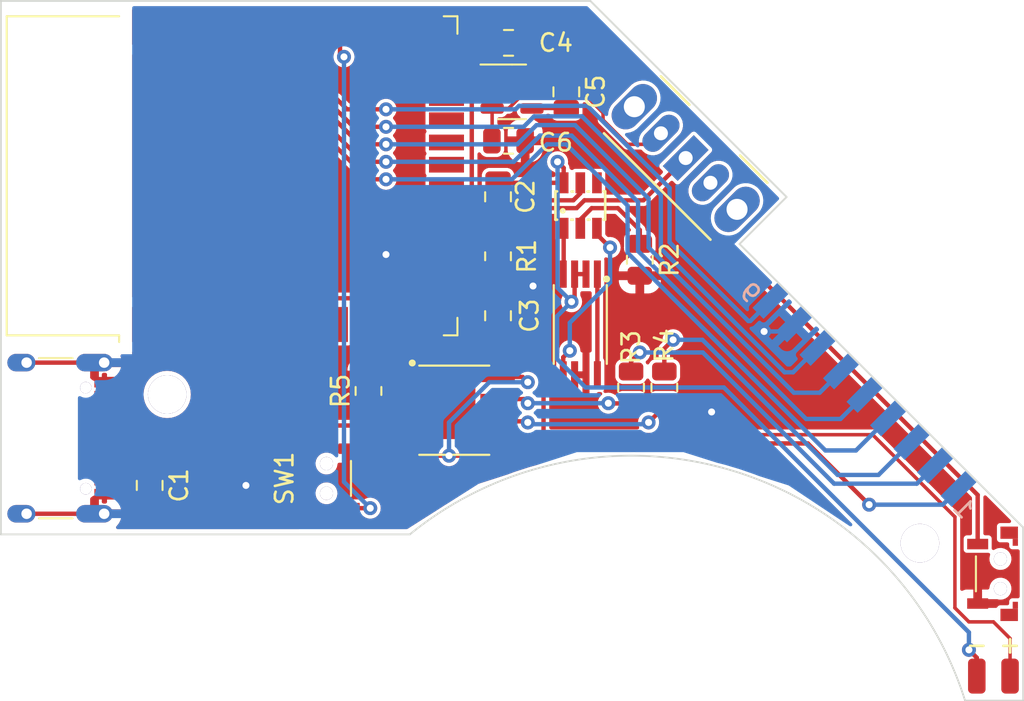
<source format=kicad_pcb>
(kicad_pcb (version 20240928) (generator "gerbview") (generator_version "9.0")
  (layers (0 F.Cu signal) (2 B.Cu signal) (1 F.Mask user) (3 B.Mask user) (5 F.SilkS user) (7 B.SilkS user) (13 F.Paste user) (15 B.Paste user) (25 Edge.Cuts user))
  (gr_line (start 100 100) (end 123.361 100) (layer Edge.Cuts) (stroke (width 0.1)))
  (gr_line (start 158.4 109.5) (end 155.079 109.5) (layer Edge.Cuts) (stroke (width 0.1)))
  (gr_line (start 100 100) (end 100 69.5) (layer Edge.Cuts) (stroke (width 0.1)))
  (gr_line (start 158.4 109.5) (end 158.4 99.602) (layer Edge.Cuts) (stroke (width 0.1)))
  (gr_line (start 100 69.5) (end 133.672 69.5) (layer Edge.Cuts) (stroke (width 0.1)))
  (gr_line (start 133.672 69.5) (end 144.883 80.711) (layer Edge.Cuts) (stroke (width 0.1)))
  (gr_line (start 158.4 99.602) (end 142.196 83.398) (layer Edge.Cuts) (stroke (width 0.1)))
  (gr_arc (start 155.079 109.5001) (mid 141.73867 96.34097) (end 123.361 100) (layer Edge.Cuts) (stroke (width 0.1)))
  (gr_line (start 144.883 80.711) (end 142.196 83.398) (layer Edge.Cuts) (stroke (width 0.1)))
  (gr_line (start 136.45238 89.46667) (end 135.97619 89.8) (layer F.SilkS) (stroke (width 0.15)))
  (gr_line (start 136.45238 90.0381) (end 135.45238 90.0381) (layer F.SilkS) (stroke (width 0.15)))
  (gr_line (start 135.45238 90.0381) (end 135.45238 89.65714) (layer F.SilkS) (stroke (width 0.15)))
  (gr_line (start 135.45238 89.65714) (end 135.5 89.5619) (layer F.SilkS) (stroke (width 0.15)))
  (gr_line (start 135.5 89.5619) (end 135.54762 89.51429) (layer F.SilkS) (stroke (width 0.15)))
  (gr_line (start 135.54762 89.51429) (end 135.64286 89.46667) (layer F.SilkS) (stroke (width 0.15)))
  (gr_line (start 135.64286 89.46667) (end 135.78571 89.46667) (layer F.SilkS) (stroke (width 0.15)))
  (gr_line (start 135.78571 89.46667) (end 135.88095 89.51429) (layer F.SilkS) (stroke (width 0.15)))
  (gr_line (start 135.88095 89.51429) (end 135.92857 89.5619) (layer F.SilkS) (stroke (width 0.15)))
  (gr_line (start 135.92857 89.5619) (end 135.97619 89.65714) (layer F.SilkS) (stroke (width 0.15)))
  (gr_line (start 135.97619 89.65714) (end 135.97619 90.0381) (layer F.SilkS) (stroke (width 0.15)))
  (gr_line (start 135.45238 89.13333) (end 135.45238 88.51429) (layer F.SilkS) (stroke (width 0.15)))
  (gr_line (start 135.45238 88.51429) (end 135.83333 88.84762) (layer F.SilkS) (stroke (width 0.15)))
  (gr_line (start 135.83333 88.84762) (end 135.83333 88.70476) (layer F.SilkS) (stroke (width 0.15)))
  (gr_line (start 135.83333 88.70476) (end 135.88095 88.60952) (layer F.SilkS) (stroke (width 0.15)))
  (gr_line (start 135.88095 88.60952) (end 135.92857 88.5619) (layer F.SilkS) (stroke (width 0.15)))
  (gr_line (start 135.92857 88.5619) (end 136.02381 88.51429) (layer F.SilkS) (stroke (width 0.15)))
  (gr_line (start 136.02381 88.51429) (end 136.2619 88.51429) (layer F.SilkS) (stroke (width 0.15)))
  (gr_line (start 136.2619 88.51429) (end 136.35714 88.5619) (layer F.SilkS) (stroke (width 0.15)))
  (gr_line (start 136.35714 88.5619) (end 136.40476 88.60952) (layer F.SilkS) (stroke (width 0.15)))
  (gr_line (start 136.40476 88.60952) (end 136.45238 88.70476) (layer F.SilkS) (stroke (width 0.15)))
  (gr_line (start 136.45238 88.70476) (end 136.45238 88.99048) (layer F.SilkS) (stroke (width 0.15)))
  (gr_line (start 136.45238 88.99048) (end 136.40476 89.08571) (layer F.SilkS) (stroke (width 0.15)))
  (gr_line (start 136.40476 89.08571) (end 136.35714 89.13333) (layer F.SilkS) (stroke (width 0.15)))
  (gr_line (start 130.50238 84.26667) (end 130.02619 84.6) (layer F.SilkS) (stroke (width 0.15)))
  (gr_line (start 130.50238 84.8381) (end 129.50238 84.8381) (layer F.SilkS) (stroke (width 0.15)))
  (gr_line (start 129.50238 84.8381) (end 129.50238 84.45714) (layer F.SilkS) (stroke (width 0.15)))
  (gr_line (start 129.50238 84.45714) (end 129.55 84.3619) (layer F.SilkS) (stroke (width 0.15)))
  (gr_line (start 129.55 84.3619) (end 129.59762 84.31429) (layer F.SilkS) (stroke (width 0.15)))
  (gr_line (start 129.59762 84.31429) (end 129.69286 84.26667) (layer F.SilkS) (stroke (width 0.15)))
  (gr_line (start 129.69286 84.26667) (end 129.83571 84.26667) (layer F.SilkS) (stroke (width 0.15)))
  (gr_line (start 129.83571 84.26667) (end 129.93095 84.31429) (layer F.SilkS) (stroke (width 0.15)))
  (gr_line (start 129.93095 84.31429) (end 129.97857 84.3619) (layer F.SilkS) (stroke (width 0.15)))
  (gr_line (start 129.97857 84.3619) (end 130.02619 84.45714) (layer F.SilkS) (stroke (width 0.15)))
  (gr_line (start 130.02619 84.45714) (end 130.02619 84.8381) (layer F.SilkS) (stroke (width 0.15)))
  (gr_line (start 130.50238 83.31429) (end 130.50238 83.88571) (layer F.SilkS) (stroke (width 0.15)))
  (gr_line (start 130.50238 83.6) (end 129.50238 83.6) (layer F.SilkS) (stroke (width 0.15)))
  (gr_line (start 129.50238 83.6) (end 129.64524 83.69524) (layer F.SilkS) (stroke (width 0.15)))
  (gr_line (start 129.64524 83.69524) (end 129.74048 83.79048) (layer F.SilkS) (stroke (width 0.15)))
  (gr_line (start 129.74048 83.79048) (end 129.7881 83.88571) (layer F.SilkS) (stroke (width 0.15)))
  (gr_line (start 130.32414 80.86667) (end 130.37176 80.91429) (layer F.SilkS) (stroke (width 0.15)))
  (gr_line (start 130.37176 80.91429) (end 130.41938 81.05714) (layer F.SilkS) (stroke (width 0.15)))
  (gr_line (start 130.41938 81.05714) (end 130.41938 81.15238) (layer F.SilkS) (stroke (width 0.15)))
  (gr_line (start 130.41938 81.15238) (end 130.37176 81.29524) (layer F.SilkS) (stroke (width 0.15)))
  (gr_line (start 130.37176 81.29524) (end 130.27652 81.39048) (layer F.SilkS) (stroke (width 0.15)))
  (gr_line (start 130.27652 81.39048) (end 130.18129 81.4381) (layer F.SilkS) (stroke (width 0.15)))
  (gr_line (start 130.18129 81.4381) (end 129.99081 81.48571) (layer F.SilkS) (stroke (width 0.15)))
  (gr_line (start 129.99081 81.48571) (end 129.84795 81.48571) (layer F.SilkS) (stroke (width 0.15)))
  (gr_line (start 129.84795 81.48571) (end 129.65748 81.4381) (layer F.SilkS) (stroke (width 0.15)))
  (gr_line (start 129.65748 81.4381) (end 129.56224 81.39048) (layer F.SilkS) (stroke (width 0.15)))
  (gr_line (start 129.56224 81.39048) (end 129.467 81.29524) (layer F.SilkS) (stroke (width 0.15)))
  (gr_line (start 129.467 81.29524) (end 129.41938 81.15238) (layer F.SilkS) (stroke (width 0.15)))
  (gr_line (start 129.41938 81.15238) (end 129.41938 81.05714) (layer F.SilkS) (stroke (width 0.15)))
  (gr_line (start 129.41938 81.05714) (end 129.467 80.91429) (layer F.SilkS) (stroke (width 0.15)))
  (gr_line (start 129.467 80.91429) (end 129.51462 80.86667) (layer F.SilkS) (stroke (width 0.15)))
  (gr_line (start 129.51462 80.48571) (end 129.467 80.4381) (layer F.SilkS) (stroke (width 0.15)))
  (gr_line (start 129.467 80.4381) (end 129.41938 80.34286) (layer F.SilkS) (stroke (width 0.15)))
  (gr_line (start 129.41938 80.34286) (end 129.41938 80.10476) (layer F.SilkS) (stroke (width 0.15)))
  (gr_line (start 129.41938 80.10476) (end 129.467 80.00952) (layer F.SilkS) (stroke (width 0.15)))
  (gr_line (start 129.467 80.00952) (end 129.51462 79.9619) (layer F.SilkS) (stroke (width 0.15)))
  (gr_line (start 129.51462 79.9619) (end 129.60986 79.91429) (layer F.SilkS) (stroke (width 0.15)))
  (gr_line (start 129.60986 79.91429) (end 129.7051 79.91429) (layer F.SilkS) (stroke (width 0.15)))
  (gr_line (start 129.7051 79.91429) (end 129.84795 79.9619) (layer F.SilkS) (stroke (width 0.15)))
  (gr_line (start 129.84795 79.9619) (end 130.41938 80.53333) (layer F.SilkS) (stroke (width 0.15)))
  (gr_line (start 130.41938 80.53333) (end 130.41938 79.91429) (layer F.SilkS) (stroke (width 0.15)))
  (gr_line (start 116.60476 98.13333) (end 116.65238 97.99048) (layer F.SilkS) (stroke (width 0.15)))
  (gr_line (start 116.65238 97.99048) (end 116.65238 97.75238) (layer F.SilkS) (stroke (width 0.15)))
  (gr_line (start 116.65238 97.75238) (end 116.60476 97.65714) (layer F.SilkS) (stroke (width 0.15)))
  (gr_line (start 116.60476 97.65714) (end 116.55714 97.60952) (layer F.SilkS) (stroke (width 0.15)))
  (gr_line (start 116.55714 97.60952) (end 116.4619 97.5619) (layer F.SilkS) (stroke (width 0.15)))
  (gr_line (start 116.4619 97.5619) (end 116.36667 97.5619) (layer F.SilkS) (stroke (width 0.15)))
  (gr_line (start 116.36667 97.5619) (end 116.27143 97.60952) (layer F.SilkS) (stroke (width 0.15)))
  (gr_line (start 116.27143 97.60952) (end 116.22381 97.65714) (layer F.SilkS) (stroke (width 0.15)))
  (gr_line (start 116.22381 97.65714) (end 116.17619 97.75238) (layer F.SilkS) (stroke (width 0.15)))
  (gr_line (start 116.17619 97.75238) (end 116.12857 97.94286) (layer F.SilkS) (stroke (width 0.15)))
  (gr_line (start 116.12857 97.94286) (end 116.08095 98.0381) (layer F.SilkS) (stroke (width 0.15)))
  (gr_line (start 116.08095 98.0381) (end 116.03333 98.08571) (layer F.SilkS) (stroke (width 0.15)))
  (gr_line (start 116.03333 98.08571) (end 115.9381 98.13333) (layer F.SilkS) (stroke (width 0.15)))
  (gr_line (start 115.9381 98.13333) (end 115.84286 98.13333) (layer F.SilkS) (stroke (width 0.15)))
  (gr_line (start 115.84286 98.13333) (end 115.74762 98.08571) (layer F.SilkS) (stroke (width 0.15)))
  (gr_line (start 115.74762 98.08571) (end 115.7 98.0381) (layer F.SilkS) (stroke (width 0.15)))
  (gr_line (start 115.7 98.0381) (end 115.65238 97.94286) (layer F.SilkS) (stroke (width 0.15)))
  (gr_line (start 115.65238 97.94286) (end 115.65238 97.70476) (layer F.SilkS) (stroke (width 0.15)))
  (gr_line (start 115.65238 97.70476) (end 115.7 97.5619) (layer F.SilkS) (stroke (width 0.15)))
  (gr_line (start 115.65238 97.22857) (end 116.65238 96.99048) (layer F.SilkS) (stroke (width 0.15)))
  (gr_line (start 116.65238 96.99048) (end 115.9381 96.8) (layer F.SilkS) (stroke (width 0.15)))
  (gr_line (start 115.9381 96.8) (end 116.65238 96.60952) (layer F.SilkS) (stroke (width 0.15)))
  (gr_line (start 116.65238 96.60952) (end 115.65238 96.37143) (layer F.SilkS) (stroke (width 0.15)))
  (gr_line (start 116.65238 95.46667) (end 116.65238 96.0381) (layer F.SilkS) (stroke (width 0.15)))
  (gr_line (start 116.65238 95.75238) (end 115.65238 95.75238) (layer F.SilkS) (stroke (width 0.15)))
  (gr_line (start 115.65238 95.75238) (end 115.79524 95.84762) (layer F.SilkS) (stroke (width 0.15)))
  (gr_line (start 115.79524 95.84762) (end 115.89048 95.94286) (layer F.SilkS) (stroke (width 0.15)))
  (gr_line (start 115.89048 95.94286) (end 115.9381 96.0381) (layer F.SilkS) (stroke (width 0.15)))
  (gr_line (start 119.85238 91.96667) (end 119.37619 92.3) (layer F.SilkS) (stroke (width 0.15)))
  (gr_line (start 119.85238 92.5381) (end 118.85238 92.5381) (layer F.SilkS) (stroke (width 0.15)))
  (gr_line (start 118.85238 92.5381) (end 118.85238 92.15714) (layer F.SilkS) (stroke (width 0.15)))
  (gr_line (start 118.85238 92.15714) (end 118.9 92.0619) (layer F.SilkS) (stroke (width 0.15)))
  (gr_line (start 118.9 92.0619) (end 118.94762 92.01429) (layer F.SilkS) (stroke (width 0.15)))
  (gr_line (start 118.94762 92.01429) (end 119.04286 91.96667) (layer F.SilkS) (stroke (width 0.15)))
  (gr_line (start 119.04286 91.96667) (end 119.18571 91.96667) (layer F.SilkS) (stroke (width 0.15)))
  (gr_line (start 119.18571 91.96667) (end 119.28095 92.01429) (layer F.SilkS) (stroke (width 0.15)))
  (gr_line (start 119.28095 92.01429) (end 119.32857 92.0619) (layer F.SilkS) (stroke (width 0.15)))
  (gr_line (start 119.32857 92.0619) (end 119.37619 92.15714) (layer F.SilkS) (stroke (width 0.15)))
  (gr_line (start 119.37619 92.15714) (end 119.37619 92.5381) (layer F.SilkS) (stroke (width 0.15)))
  (gr_line (start 118.85238 91.0619) (end 118.85238 91.5381) (layer F.SilkS) (stroke (width 0.15)))
  (gr_line (start 118.85238 91.5381) (end 119.32857 91.58571) (layer F.SilkS) (stroke (width 0.15)))
  (gr_line (start 119.32857 91.58571) (end 119.28095 91.5381) (layer F.SilkS) (stroke (width 0.15)))
  (gr_line (start 119.28095 91.5381) (end 119.23333 91.44286) (layer F.SilkS) (stroke (width 0.15)))
  (gr_line (start 119.23333 91.44286) (end 119.23333 91.20476) (layer F.SilkS) (stroke (width 0.15)))
  (gr_line (start 119.23333 91.20476) (end 119.28095 91.10952) (layer F.SilkS) (stroke (width 0.15)))
  (gr_line (start 119.28095 91.10952) (end 119.32857 91.0619) (layer F.SilkS) (stroke (width 0.15)))
  (gr_line (start 119.32857 91.0619) (end 119.42381 91.01429) (layer F.SilkS) (stroke (width 0.15)))
  (gr_line (start 119.42381 91.01429) (end 119.6619 91.01429) (layer F.SilkS) (stroke (width 0.15)))
  (gr_line (start 119.6619 91.01429) (end 119.75714 91.0619) (layer F.SilkS) (stroke (width 0.15)))
  (gr_line (start 119.75714 91.0619) (end 119.80476 91.10952) (layer F.SilkS) (stroke (width 0.15)))
  (gr_line (start 119.80476 91.10952) (end 119.85238 91.20476) (layer F.SilkS) (stroke (width 0.15)))
  (gr_line (start 119.85238 91.20476) (end 119.85238 91.44286) (layer F.SilkS) (stroke (width 0.15)))
  (gr_line (start 119.85238 91.44286) (end 119.80476 91.5381) (layer F.SilkS) (stroke (width 0.15)))
  (gr_line (start 119.80476 91.5381) (end 119.75714 91.58571) (layer F.SilkS) (stroke (width 0.15)))
  (gr_line (start 131.53333 77.95714) (end 131.48571 78.00476) (layer F.SilkS) (stroke (width 0.15)))
  (gr_line (start 131.48571 78.00476) (end 131.34286 78.05238) (layer F.SilkS) (stroke (width 0.15)))
  (gr_line (start 131.34286 78.05238) (end 131.24762 78.05238) (layer F.SilkS) (stroke (width 0.15)))
  (gr_line (start 131.24762 78.05238) (end 131.10476 78.00476) (layer F.SilkS) (stroke (width 0.15)))
  (gr_line (start 131.10476 78.00476) (end 131.00952 77.90952) (layer F.SilkS) (stroke (width 0.15)))
  (gr_line (start 131.00952 77.90952) (end 130.9619 77.81429) (layer F.SilkS) (stroke (width 0.15)))
  (gr_line (start 130.9619 77.81429) (end 130.91429 77.62381) (layer F.SilkS) (stroke (width 0.15)))
  (gr_line (start 130.91429 77.62381) (end 130.91429 77.48095) (layer F.SilkS) (stroke (width 0.15)))
  (gr_line (start 130.91429 77.48095) (end 130.9619 77.29048) (layer F.SilkS) (stroke (width 0.15)))
  (gr_line (start 130.9619 77.29048) (end 131.00952 77.19524) (layer F.SilkS) (stroke (width 0.15)))
  (gr_line (start 131.00952 77.19524) (end 131.10476 77.1) (layer F.SilkS) (stroke (width 0.15)))
  (gr_line (start 131.10476 77.1) (end 131.24762 77.05238) (layer F.SilkS) (stroke (width 0.15)))
  (gr_line (start 131.24762 77.05238) (end 131.34286 77.05238) (layer F.SilkS) (stroke (width 0.15)))
  (gr_line (start 131.34286 77.05238) (end 131.48571 77.1) (layer F.SilkS) (stroke (width 0.15)))
  (gr_line (start 131.48571 77.1) (end 131.53333 77.14762) (layer F.SilkS) (stroke (width 0.15)))
  (gr_line (start 132.39048 77.05238) (end 132.2 77.05238) (layer F.SilkS) (stroke (width 0.15)))
  (gr_line (start 132.2 77.05238) (end 132.10476 77.1) (layer F.SilkS) (stroke (width 0.15)))
  (gr_line (start 132.10476 77.1) (end 132.05714 77.14762) (layer F.SilkS) (stroke (width 0.15)))
  (gr_line (start 132.05714 77.14762) (end 131.9619 77.29048) (layer F.SilkS) (stroke (width 0.15)))
  (gr_line (start 131.9619 77.29048) (end 131.91429 77.48095) (layer F.SilkS) (stroke (width 0.15)))
  (gr_line (start 131.91429 77.48095) (end 131.91429 77.8619) (layer F.SilkS) (stroke (width 0.15)))
  (gr_line (start 131.91429 77.8619) (end 131.9619 77.95714) (layer F.SilkS) (stroke (width 0.15)))
  (gr_line (start 131.9619 77.95714) (end 132.00952 78.00476) (layer F.SilkS) (stroke (width 0.15)))
  (gr_line (start 132.00952 78.00476) (end 132.10476 78.05238) (layer F.SilkS) (stroke (width 0.15)))
  (gr_line (start 132.10476 78.05238) (end 132.29524 78.05238) (layer F.SilkS) (stroke (width 0.15)))
  (gr_line (start 132.29524 78.05238) (end 132.39048 78.00476) (layer F.SilkS) (stroke (width 0.15)))
  (gr_line (start 132.39048 78.00476) (end 132.4381 77.95714) (layer F.SilkS) (stroke (width 0.15)))
  (gr_line (start 132.4381 77.95714) (end 132.48571 77.8619) (layer F.SilkS) (stroke (width 0.15)))
  (gr_line (start 132.48571 77.8619) (end 132.48571 77.62381) (layer F.SilkS) (stroke (width 0.15)))
  (gr_line (start 132.48571 77.62381) (end 132.4381 77.52857) (layer F.SilkS) (stroke (width 0.15)))
  (gr_line (start 132.4381 77.52857) (end 132.39048 77.48095) (layer F.SilkS) (stroke (width 0.15)))
  (gr_line (start 132.39048 77.48095) (end 132.29524 77.43333) (layer F.SilkS) (stroke (width 0.15)))
  (gr_line (start 132.29524 77.43333) (end 132.10476 77.43333) (layer F.SilkS) (stroke (width 0.15)))
  (gr_line (start 132.10476 77.43333) (end 132.00952 77.48095) (layer F.SilkS) (stroke (width 0.15)))
  (gr_line (start 132.00952 77.48095) (end 131.9619 77.52857) (layer F.SilkS) (stroke (width 0.15)))
  (gr_line (start 131.9619 77.52857) (end 131.91429 77.62381) (layer F.SilkS) (stroke (width 0.15)))
  (gr_line (start 157.26905 106.37143) (end 158.03095 106.37143) (layer F.SilkS) (stroke (width 0.15)))
  (gr_line (start 157.65 106.75238) (end 157.65 105.99048) (layer F.SilkS) (stroke (width 0.15)))
  (gr_line (start 110.53714 97.36667) (end 110.58476 97.41429) (layer F.SilkS) (stroke (width 0.15)))
  (gr_line (start 110.58476 97.41429) (end 110.63238 97.55714) (layer F.SilkS) (stroke (width 0.15)))
  (gr_line (start 110.63238 97.55714) (end 110.63238 97.65238) (layer F.SilkS) (stroke (width 0.15)))
  (gr_line (start 110.63238 97.65238) (end 110.58476 97.79524) (layer F.SilkS) (stroke (width 0.15)))
  (gr_line (start 110.58476 97.79524) (end 110.48952 97.89048) (layer F.SilkS) (stroke (width 0.15)))
  (gr_line (start 110.48952 97.89048) (end 110.39429 97.9381) (layer F.SilkS) (stroke (width 0.15)))
  (gr_line (start 110.39429 97.9381) (end 110.20381 97.98571) (layer F.SilkS) (stroke (width 0.15)))
  (gr_line (start 110.20381 97.98571) (end 110.06095 97.98571) (layer F.SilkS) (stroke (width 0.15)))
  (gr_line (start 110.06095 97.98571) (end 109.87048 97.9381) (layer F.SilkS) (stroke (width 0.15)))
  (gr_line (start 109.87048 97.9381) (end 109.77524 97.89048) (layer F.SilkS) (stroke (width 0.15)))
  (gr_line (start 109.77524 97.89048) (end 109.68 97.79524) (layer F.SilkS) (stroke (width 0.15)))
  (gr_line (start 109.68 97.79524) (end 109.63238 97.65238) (layer F.SilkS) (stroke (width 0.15)))
  (gr_line (start 109.63238 97.65238) (end 109.63238 97.55714) (layer F.SilkS) (stroke (width 0.15)))
  (gr_line (start 109.63238 97.55714) (end 109.68 97.41429) (layer F.SilkS) (stroke (width 0.15)))
  (gr_line (start 109.68 97.41429) (end 109.72762 97.36667) (layer F.SilkS) (stroke (width 0.15)))
  (gr_line (start 110.63238 96.41429) (end 110.63238 96.98571) (layer F.SilkS) (stroke (width 0.15)))
  (gr_line (start 110.63238 96.7) (end 109.63238 96.7) (layer F.SilkS) (stroke (width 0.15)))
  (gr_line (start 109.63238 96.7) (end 109.77524 96.79524) (layer F.SilkS) (stroke (width 0.15)))
  (gr_line (start 109.77524 96.79524) (end 109.87048 96.89048) (layer F.SilkS) (stroke (width 0.15)))
  (gr_line (start 109.87048 96.89048) (end 109.9181 96.98571) (layer F.SilkS) (stroke (width 0.15)))
  (gr_line (start 134.33714 74.86667) (end 134.38476 74.91429) (layer F.SilkS) (stroke (width 0.15)))
  (gr_line (start 134.38476 74.91429) (end 134.43238 75.05714) (layer F.SilkS) (stroke (width 0.15)))
  (gr_line (start 134.43238 75.05714) (end 134.43238 75.15238) (layer F.SilkS) (stroke (width 0.15)))
  (gr_line (start 134.43238 75.15238) (end 134.38476 75.29524) (layer F.SilkS) (stroke (width 0.15)))
  (gr_line (start 134.38476 75.29524) (end 134.28952 75.39048) (layer F.SilkS) (stroke (width 0.15)))
  (gr_line (start 134.28952 75.39048) (end 134.19429 75.4381) (layer F.SilkS) (stroke (width 0.15)))
  (gr_line (start 134.19429 75.4381) (end 134.00381 75.48571) (layer F.SilkS) (stroke (width 0.15)))
  (gr_line (start 134.00381 75.48571) (end 133.86095 75.48571) (layer F.SilkS) (stroke (width 0.15)))
  (gr_line (start 133.86095 75.48571) (end 133.67048 75.4381) (layer F.SilkS) (stroke (width 0.15)))
  (gr_line (start 133.67048 75.4381) (end 133.57524 75.39048) (layer F.SilkS) (stroke (width 0.15)))
  (gr_line (start 133.57524 75.39048) (end 133.48 75.29524) (layer F.SilkS) (stroke (width 0.15)))
  (gr_line (start 133.48 75.29524) (end 133.43238 75.15238) (layer F.SilkS) (stroke (width 0.15)))
  (gr_line (start 133.43238 75.15238) (end 133.43238 75.05714) (layer F.SilkS) (stroke (width 0.15)))
  (gr_line (start 133.43238 75.05714) (end 133.48 74.91429) (layer F.SilkS) (stroke (width 0.15)))
  (gr_line (start 133.48 74.91429) (end 133.52762 74.86667) (layer F.SilkS) (stroke (width 0.15)))
  (gr_line (start 133.43238 73.9619) (end 133.43238 74.4381) (layer F.SilkS) (stroke (width 0.15)))
  (gr_line (start 133.43238 74.4381) (end 133.90857 74.48571) (layer F.SilkS) (stroke (width 0.15)))
  (gr_line (start 133.90857 74.48571) (end 133.86095 74.4381) (layer F.SilkS) (stroke (width 0.15)))
  (gr_line (start 133.86095 74.4381) (end 133.81333 74.34286) (layer F.SilkS) (stroke (width 0.15)))
  (gr_line (start 133.81333 74.34286) (end 133.81333 74.10476) (layer F.SilkS) (stroke (width 0.15)))
  (gr_line (start 133.81333 74.10476) (end 133.86095 74.00952) (layer F.SilkS) (stroke (width 0.15)))
  (gr_line (start 133.86095 74.00952) (end 133.90857 73.9619) (layer F.SilkS) (stroke (width 0.15)))
  (gr_line (start 133.90857 73.9619) (end 134.00381 73.91429) (layer F.SilkS) (stroke (width 0.15)))
  (gr_line (start 134.00381 73.91429) (end 134.2419 73.91429) (layer F.SilkS) (stroke (width 0.15)))
  (gr_line (start 134.2419 73.91429) (end 134.33714 73.9619) (layer F.SilkS) (stroke (width 0.15)))
  (gr_line (start 134.33714 73.9619) (end 134.38476 74.00952) (layer F.SilkS) (stroke (width 0.15)))
  (gr_line (start 134.38476 74.00952) (end 134.43238 74.10476) (layer F.SilkS) (stroke (width 0.15)))
  (gr_line (start 134.43238 74.10476) (end 134.43238 74.34286) (layer F.SilkS) (stroke (width 0.15)))
  (gr_line (start 134.43238 74.34286) (end 134.38476 74.4381) (layer F.SilkS) (stroke (width 0.15)))
  (gr_line (start 134.38476 74.4381) (end 134.33714 74.48571) (layer F.SilkS) (stroke (width 0.15)))
  (gr_line (start 138.35238 89.36667) (end 137.87619 89.7) (layer F.SilkS) (stroke (width 0.15)))
  (gr_line (start 138.35238 89.9381) (end 137.35238 89.9381) (layer F.SilkS) (stroke (width 0.15)))
  (gr_line (start 137.35238 89.9381) (end 137.35238 89.55714) (layer F.SilkS) (stroke (width 0.15)))
  (gr_line (start 137.35238 89.55714) (end 137.4 89.4619) (layer F.SilkS) (stroke (width 0.15)))
  (gr_line (start 137.4 89.4619) (end 137.44762 89.41429) (layer F.SilkS) (stroke (width 0.15)))
  (gr_line (start 137.44762 89.41429) (end 137.54286 89.36667) (layer F.SilkS) (stroke (width 0.15)))
  (gr_line (start 137.54286 89.36667) (end 137.68571 89.36667) (layer F.SilkS) (stroke (width 0.15)))
  (gr_line (start 137.68571 89.36667) (end 137.78095 89.41429) (layer F.SilkS) (stroke (width 0.15)))
  (gr_line (start 137.78095 89.41429) (end 137.82857 89.4619) (layer F.SilkS) (stroke (width 0.15)))
  (gr_line (start 137.82857 89.4619) (end 137.87619 89.55714) (layer F.SilkS) (stroke (width 0.15)))
  (gr_line (start 137.87619 89.55714) (end 137.87619 89.9381) (layer F.SilkS) (stroke (width 0.15)))
  (gr_line (start 137.68571 88.50952) (end 138.35238 88.50952) (layer F.SilkS) (stroke (width 0.15)))
  (gr_line (start 137.30476 88.74762) (end 138.01905 88.98571) (layer F.SilkS) (stroke (width 0.15)))
  (gr_line (start 138.01905 88.98571) (end 138.01905 88.36667) (layer F.SilkS) (stroke (width 0.15)))
  (gr_line (start 138.65238 84.46667) (end 138.17619 84.8) (layer F.SilkS) (stroke (width 0.15)))
  (gr_line (start 138.65238 85.0381) (end 137.65238 85.0381) (layer F.SilkS) (stroke (width 0.15)))
  (gr_line (start 137.65238 85.0381) (end 137.65238 84.65714) (layer F.SilkS) (stroke (width 0.15)))
  (gr_line (start 137.65238 84.65714) (end 137.7 84.5619) (layer F.SilkS) (stroke (width 0.15)))
  (gr_line (start 137.7 84.5619) (end 137.74762 84.51429) (layer F.SilkS) (stroke (width 0.15)))
  (gr_line (start 137.74762 84.51429) (end 137.84286 84.46667) (layer F.SilkS) (stroke (width 0.15)))
  (gr_line (start 137.84286 84.46667) (end 137.98571 84.46667) (layer F.SilkS) (stroke (width 0.15)))
  (gr_line (start 137.98571 84.46667) (end 138.08095 84.51429) (layer F.SilkS) (stroke (width 0.15)))
  (gr_line (start 138.08095 84.51429) (end 138.12857 84.5619) (layer F.SilkS) (stroke (width 0.15)))
  (gr_line (start 138.12857 84.5619) (end 138.17619 84.65714) (layer F.SilkS) (stroke (width 0.15)))
  (gr_line (start 138.17619 84.65714) (end 138.17619 85.0381) (layer F.SilkS) (stroke (width 0.15)))
  (gr_line (start 137.74762 84.08571) (end 137.7 84.0381) (layer F.SilkS) (stroke (width 0.15)))
  (gr_line (start 137.7 84.0381) (end 137.65238 83.94286) (layer F.SilkS) (stroke (width 0.15)))
  (gr_line (start 137.65238 83.94286) (end 137.65238 83.70476) (layer F.SilkS) (stroke (width 0.15)))
  (gr_line (start 137.65238 83.70476) (end 137.7 83.60952) (layer F.SilkS) (stroke (width 0.15)))
  (gr_line (start 137.7 83.60952) (end 137.74762 83.5619) (layer F.SilkS) (stroke (width 0.15)))
  (gr_line (start 137.74762 83.5619) (end 137.84286 83.51429) (layer F.SilkS) (stroke (width 0.15)))
  (gr_line (start 137.84286 83.51429) (end 137.9381 83.51429) (layer F.SilkS) (stroke (width 0.15)))
  (gr_line (start 137.9381 83.51429) (end 138.08095 83.5619) (layer F.SilkS) (stroke (width 0.15)))
  (gr_line (start 138.08095 83.5619) (end 138.65238 84.13333) (layer F.SilkS) (stroke (width 0.15)))
  (gr_line (start 138.65238 84.13333) (end 138.65238 83.51429) (layer F.SilkS) (stroke (width 0.15)))
  (gr_line (start 155.36905 106.37143) (end 156.13095 106.37143) (layer F.SilkS) (stroke (width 0.15)))
  (gr_line (start 130.55714 87.66667) (end 130.60476 87.71429) (layer F.SilkS) (stroke (width 0.15)))
  (gr_line (start 130.60476 87.71429) (end 130.65238 87.85714) (layer F.SilkS) (stroke (width 0.15)))
  (gr_line (start 130.65238 87.85714) (end 130.65238 87.95238) (layer F.SilkS) (stroke (width 0.15)))
  (gr_line (start 130.65238 87.95238) (end 130.60476 88.09524) (layer F.SilkS) (stroke (width 0.15)))
  (gr_line (start 130.60476 88.09524) (end 130.50952 88.19048) (layer F.SilkS) (stroke (width 0.15)))
  (gr_line (start 130.50952 88.19048) (end 130.41429 88.2381) (layer F.SilkS) (stroke (width 0.15)))
  (gr_line (start 130.41429 88.2381) (end 130.22381 88.28571) (layer F.SilkS) (stroke (width 0.15)))
  (gr_line (start 130.22381 88.28571) (end 130.08095 88.28571) (layer F.SilkS) (stroke (width 0.15)))
  (gr_line (start 130.08095 88.28571) (end 129.89048 88.2381) (layer F.SilkS) (stroke (width 0.15)))
  (gr_line (start 129.89048 88.2381) (end 129.79524 88.19048) (layer F.SilkS) (stroke (width 0.15)))
  (gr_line (start 129.79524 88.19048) (end 129.7 88.09524) (layer F.SilkS) (stroke (width 0.15)))
  (gr_line (start 129.7 88.09524) (end 129.65238 87.95238) (layer F.SilkS) (stroke (width 0.15)))
  (gr_line (start 129.65238 87.95238) (end 129.65238 87.85714) (layer F.SilkS) (stroke (width 0.15)))
  (gr_line (start 129.65238 87.85714) (end 129.7 87.71429) (layer F.SilkS) (stroke (width 0.15)))
  (gr_line (start 129.7 87.71429) (end 129.74762 87.66667) (layer F.SilkS) (stroke (width 0.15)))
  (gr_line (start 129.65238 87.33333) (end 129.65238 86.71429) (layer F.SilkS) (stroke (width 0.15)))
  (gr_line (start 129.65238 86.71429) (end 130.03333 87.04762) (layer F.SilkS) (stroke (width 0.15)))
  (gr_line (start 130.03333 87.04762) (end 130.03333 86.90476) (layer F.SilkS) (stroke (width 0.15)))
  (gr_line (start 130.03333 86.90476) (end 130.08095 86.80952) (layer F.SilkS) (stroke (width 0.15)))
  (gr_line (start 130.08095 86.80952) (end 130.12857 86.7619) (layer F.SilkS) (stroke (width 0.15)))
  (gr_line (start 130.12857 86.7619) (end 130.22381 86.71429) (layer F.SilkS) (stroke (width 0.15)))
  (gr_line (start 130.22381 86.71429) (end 130.4619 86.71429) (layer F.SilkS) (stroke (width 0.15)))
  (gr_line (start 130.4619 86.71429) (end 130.55714 86.7619) (layer F.SilkS) (stroke (width 0.15)))
  (gr_line (start 130.55714 86.7619) (end 130.60476 86.80952) (layer F.SilkS) (stroke (width 0.15)))
  (gr_line (start 130.60476 86.80952) (end 130.65238 86.90476) (layer F.SilkS) (stroke (width 0.15)))
  (gr_line (start 130.65238 86.90476) (end 130.65238 87.19048) (layer F.SilkS) (stroke (width 0.15)))
  (gr_line (start 130.65238 87.19048) (end 130.60476 87.28571) (layer F.SilkS) (stroke (width 0.15)))
  (gr_line (start 130.60476 87.28571) (end 130.55714 87.33333) (layer F.SilkS) (stroke (width 0.15)))
  (gr_line (start 131.53333 72.25714) (end 131.48571 72.30476) (layer F.SilkS) (stroke (width 0.15)))
  (gr_line (start 131.48571 72.30476) (end 131.34286 72.35238) (layer F.SilkS) (stroke (width 0.15)))
  (gr_line (start 131.34286 72.35238) (end 131.24762 72.35238) (layer F.SilkS) (stroke (width 0.15)))
  (gr_line (start 131.24762 72.35238) (end 131.10476 72.30476) (layer F.SilkS) (stroke (width 0.15)))
  (gr_line (start 131.10476 72.30476) (end 131.00952 72.20952) (layer F.SilkS) (stroke (width 0.15)))
  (gr_line (start 131.00952 72.20952) (end 130.9619 72.11429) (layer F.SilkS) (stroke (width 0.15)))
  (gr_line (start 130.9619 72.11429) (end 130.91429 71.92381) (layer F.SilkS) (stroke (width 0.15)))
  (gr_line (start 130.91429 71.92381) (end 130.91429 71.78095) (layer F.SilkS) (stroke (width 0.15)))
  (gr_line (start 130.91429 71.78095) (end 130.9619 71.59048) (layer F.SilkS) (stroke (width 0.15)))
  (gr_line (start 130.9619 71.59048) (end 131.00952 71.49524) (layer F.SilkS) (stroke (width 0.15)))
  (gr_line (start 131.00952 71.49524) (end 131.10476 71.4) (layer F.SilkS) (stroke (width 0.15)))
  (gr_line (start 131.10476 71.4) (end 131.24762 71.35238) (layer F.SilkS) (stroke (width 0.15)))
  (gr_line (start 131.24762 71.35238) (end 131.34286 71.35238) (layer F.SilkS) (stroke (width 0.15)))
  (gr_line (start 131.34286 71.35238) (end 131.48571 71.4) (layer F.SilkS) (stroke (width 0.15)))
  (gr_line (start 131.48571 71.4) (end 131.53333 71.44762) (layer F.SilkS) (stroke (width 0.15)))
  (gr_line (start 132.39048 71.68571) (end 132.39048 72.35238) (layer F.SilkS) (stroke (width 0.15)))
  (gr_line (start 132.15238 71.30476) (end 131.91429 72.01905) (layer F.SilkS) (stroke (width 0.15)))
  (gr_line (start 131.91429 72.01905) (end 132.53333 72.01905) (layer F.SilkS) (stroke (width 0.15)))
  (gr_line (start 155.7 103.252) (end 155.7 101.252) (layer F.SilkS) (stroke (width 0.12)))
  (gr_line (start 136.735 91.37294) (end 136.735 91.82706) (layer F.SilkS) (stroke (width 0.12)))
  (gr_line (start 135.265 91.37294) (end 135.265 91.82706) (layer F.SilkS) (stroke (width 0.12)))
  (gr_line (start 131.585 85.75) (end 131.585 90.25) (layer F.SilkS) (stroke (width 0.127)))
  (gr_line (start 134.615 85.75) (end 134.615 90.25) (layer F.SilkS) (stroke (width 0.127)))
  (gr_circle (center 134.6 85.4) (end 134.7 85.4) (layer F.SilkS) (stroke (width 0.2)))
  (gr_line (start 139.33213 75.44344) (end 137.70579 73.8171) (layer F.SilkS) (stroke (width 0.15)))
  (gr_line (start 140.53421 83.15091) (end 134.4531 77.06979) (layer F.SilkS) (stroke (width 0.15)))
  (gr_line (start 143.78691 79.89821) (end 142.23127 78.34258) (layer F.SilkS) (stroke (width 0.15)))
  (gr_line (start 127.665 83.87294) (end 127.665 84.32706) (layer F.SilkS) (stroke (width 0.12)))
  (gr_line (start 129.135 83.87294) (end 129.135 84.32706) (layer F.SilkS) (stroke (width 0.12)))
  (gr_line (start 127.665 80.96125) (end 127.665 80.43875) (layer F.SilkS) (stroke (width 0.12)))
  (gr_line (start 129.135 80.96125) (end 129.135 80.43875) (layer F.SilkS) (stroke (width 0.12)))
  (gr_line (start 131.678 82.01) (end 131.678 80.39) (layer F.SilkS) (stroke (width 0.1524)))
  (gr_line (start 134.522 82.01) (end 134.428 82.01) (layer F.SilkS) (stroke (width 0.1524)))
  (gr_line (start 132.672 82.01) (end 132.578 82.01) (layer F.SilkS) (stroke (width 0.1524)))
  (gr_line (start 134.522 80.39) (end 134.522 82.01) (layer F.SilkS) (stroke (width 0.1524)))
  (gr_line (start 134.428 80.39) (end 134.522 80.39) (layer F.SilkS) (stroke (width 0.1524)))
  (gr_line (start 132.7 80.4) (end 132.606 80.4) (layer F.SilkS) (stroke (width 0.1524)))
  (gr_line (start 131.678 80.39) (end 131.772 80.39) (layer F.SilkS) (stroke (width 0.1524)))
  (gr_line (start 133.6 80.4) (end 133.506 80.4) (layer F.SilkS) (stroke (width 0.1524)))
  (gr_line (start 133.622 82.01) (end 133.528 82.01) (layer F.SilkS) (stroke (width 0.1524)))
  (gr_line (start 131.772 82.01) (end 131.678 82.01) (layer F.SilkS) (stroke (width 0.1524)))
  (gr_circle (center 132.1 81.5) (end 132.2 81.5) (layer F.SilkS) (stroke (width 0.127)))
  (gr_line (start 120 95.8) (end 120 97.8) (layer F.SilkS) (stroke (width 0.12)))
  (gr_line (start 120.265 92.02706) (end 120.265 91.57294) (layer F.SilkS) (stroke (width 0.12)))
  (gr_line (start 121.735 92.02706) (end 121.735 91.57294) (layer F.SilkS) (stroke (width 0.12)))
  (gr_line (start 129.26125 78.235) (end 128.73875 78.235) (layer F.SilkS) (stroke (width 0.12)))
  (gr_line (start 129.26125 76.765) (end 128.73875 76.765) (layer F.SilkS) (stroke (width 0.12)))
  (gr_line (start 125.3 70.38) (end 126.08 70.38) (layer F.SilkS) (stroke (width 0.12)))
  (gr_line (start 126.08 70.38) (end 126.08 71.38) (layer F.SilkS) (stroke (width 0.12)))
  (gr_line (start 125.3 88.62) (end 126.08 88.62) (layer F.SilkS) (stroke (width 0.12)))
  (gr_line (start 100.335 88.62) (end 106.755 88.62) (layer F.SilkS) (stroke (width 0.12)))
  (gr_line (start 126.08 88.62) (end 126.08 87.62) (layer F.SilkS) (stroke (width 0.12)))
  (gr_line (start 106.755 88.62) (end 106.755 89) (layer F.SilkS) (stroke (width 0.12)))
  (gr_line (start 100.335 88.62) (end 100.335 70.38) (layer F.SilkS) (stroke (width 0.12)))
  (gr_line (start 100.335 70.38) (end 106.755 70.38) (layer F.SilkS) (stroke (width 0.12)))
  (gr_line (start 123.9 90.35) (end 127.9 90.35) (layer F.SilkS) (stroke (width 0.127)))
  (gr_line (start 123.9 95.45) (end 127.9 95.45) (layer F.SilkS) (stroke (width 0.127)))
  (gr_circle (center 123.5 90.2) (end 123.6 90.2) (layer F.SilkS) (stroke (width 0.2)))
  (gr_line (start 109.235 96.93875) (end 109.235 97.46125) (layer F.SilkS) (stroke (width 0.12)))
  (gr_line (start 107.765 96.93875) (end 107.765 97.46125) (layer F.SilkS) (stroke (width 0.12)))
  (gr_line (start 131.565 74.43875) (end 131.565 74.96125) (layer F.SilkS) (stroke (width 0.12)))
  (gr_line (start 133.035 74.43875) (end 133.035 74.96125) (layer F.SilkS) (stroke (width 0.12)))
  (gr_line (start 129.2 73.14) (end 130 73.14) (layer F.SilkS) (stroke (width 0.12)))
  (gr_line (start 129.2 76.26) (end 128.4 76.26) (layer F.SilkS) (stroke (width 0.12)))
  (gr_line (start 129.2 76.26) (end 130 76.26) (layer F.SilkS) (stroke (width 0.12)))
  (gr_line (start 129.2 73.14) (end 127.4 73.14) (layer F.SilkS) (stroke (width 0.12)))
  (gr_line (start 138.635 91.37294) (end 138.635 91.82706) (layer F.SilkS) (stroke (width 0.12)))
  (gr_line (start 137.165 91.37294) (end 137.165 91.82706) (layer F.SilkS) (stroke (width 0.12)))
  (gr_line (start 137.235 84.07294) (end 137.235 84.52706) (layer F.SilkS) (stroke (width 0.12)))
  (gr_line (start 135.765 84.07294) (end 135.765 84.52706) (layer F.SilkS) (stroke (width 0.12)))
  (gr_line (start 127.665 87.23875) (end 127.665 87.76125) (layer F.SilkS) (stroke (width 0.12)))
  (gr_line (start 129.135 87.23875) (end 129.135 87.76125) (layer F.SilkS) (stroke (width 0.12)))
  (gr_line (start 128.73875 72.635) (end 129.26125 72.635) (layer F.SilkS) (stroke (width 0.12)))
  (gr_line (start 128.73875 71.165) (end 129.26125 71.165) (layer F.SilkS) (stroke (width 0.12)))
  (gr_line (start 102.175 99.08) (end 104.095 99.08) (layer F.SilkS) (stroke (width 0.12)))
  (gr_line (start 104.095 89.92) (end 102.175 89.92) (layer F.SilkS) (stroke (width 0.12)))
  (gr_line (start 154.47809 98.61785) (end 154.88215 99.02191) (layer B.SilkS) (stroke (width 0.15)))
  (gr_line (start 154.68012 98.81988) (end 155.38723 98.11277) (layer B.SilkS) (stroke (width 0.15)))
  (gr_line (start 155.38723 98.11277) (end 155.35355 98.28113) (layer B.SilkS) (stroke (width 0.15)))
  (gr_line (start 155.35355 98.28113) (end 155.35355 98.41582) (layer B.SilkS) (stroke (width 0.15)))
  (gr_line (start 155.35355 98.41582) (end 155.38723 98.51684) (layer B.SilkS) (stroke (width 0.15)))
  (gr_line (start 142.61481 86.65457) (end 142.48012 86.51988) (layer B.SilkS) (stroke (width 0.15)))
  (gr_line (start 142.48012 86.51988) (end 142.44645 86.41887) (layer B.SilkS) (stroke (width 0.15)))
  (gr_line (start 142.44645 86.41887) (end 142.44645 86.35152) (layer B.SilkS) (stroke (width 0.15)))
  (gr_line (start 142.44645 86.35152) (end 142.48012 86.18316) (layer B.SilkS) (stroke (width 0.15)))
  (gr_line (start 142.48012 86.18316) (end 142.58113 86.01481) (layer B.SilkS) (stroke (width 0.15)))
  (gr_line (start 142.58113 86.01481) (end 142.85051 85.74543) (layer B.SilkS) (stroke (width 0.15)))
  (gr_line (start 142.85051 85.74543) (end 142.95152 85.71176) (layer B.SilkS) (stroke (width 0.15)))
  (gr_line (start 142.95152 85.71176) (end 143.01887 85.71176) (layer B.SilkS) (stroke (width 0.15)))
  (gr_line (start 143.01887 85.71176) (end 143.11988 85.74543) (layer B.SilkS) (stroke (width 0.15)))
  (gr_line (start 143.11988 85.74543) (end 143.25457 85.88012) (layer B.SilkS) (stroke (width 0.15)))
  (gr_line (start 143.25457 85.88012) (end 143.28824 85.98113) (layer B.SilkS) (stroke (width 0.15)))
  (gr_line (start 143.28824 85.98113) (end 143.28824 86.04848) (layer B.SilkS) (stroke (width 0.15)))
  (gr_line (start 143.28824 86.04848) (end 143.25457 86.14949) (layer B.SilkS) (stroke (width 0.15)))
  (gr_line (start 143.25457 86.14949) (end 143.08621 86.31785) (layer B.SilkS) (stroke (width 0.15)))
  (gr_line (start 143.08621 86.31785) (end 142.98519 86.35152) (layer B.SilkS) (stroke (width 0.15)))
  (gr_line (start 142.98519 86.35152) (end 142.91785 86.35152) (layer B.SilkS) (stroke (width 0.15)))
  (gr_line (start 142.91785 86.35152) (end 142.81684 86.31785) (layer B.SilkS) (stroke (width 0.15)))
  (gr_line (start 142.81684 86.31785) (end 142.68215 86.18316) (layer B.SilkS) (stroke (width 0.15)))
  (gr_line (start 142.68215 86.18316) (end 142.64848 86.08215) (layer B.SilkS) (stroke (width 0.15)))
  (gr_line (start 142.64848 86.08215) (end 142.64848 86.01481) (layer B.SilkS) (stroke (width 0.15)))
  (gr_line (start 142.64848 86.01481) (end 142.68215 85.91379) (layer B.SilkS) (stroke (width 0.15)))
  (gr_poly (pts (xy 158.1 100.252) (xy 157.8 100.252) (xy 157.8 100.652) (xy 158.1 100.652)) (fill yes) (layer F.Cu))
  (gr_poly (pts (xy 158.1 99.552) (xy 157.1 99.552) (xy 157.1 100.252) (xy 158.1 100.252)) (fill yes) (layer F.Cu))
  (gr_poly (pts (xy 158.1 103.852) (xy 157.8 103.852) (xy 157.8 104.252) (xy 158.1 104.252)) (fill yes) (layer F.Cu))
  (gr_poly (pts (xy 158.1 104.252) (xy 157.1 104.252) (xy 157.1 104.952) (xy 158.1 104.952)) (fill yes) (layer F.Cu))
  (gr_poly (pts (xy 156.4 100.252) (xy 155.2 100.252) (xy 155.2 100.852) (xy 156.4 100.852)) (fill yes) (layer F.Cu))
  (gr_poly (pts (xy 156.4 103.652) (xy 155.2 103.652) (xy 155.2 104.252) (xy 156.4 104.252)) (fill yes) (layer F.Cu))
  (gr_poly (pts (xy 136.4745 91.1988) (xy 136.49877 91.1952) (xy 136.52257 91.18924) (xy 136.54567 91.18097) (xy 136.56785 91.17048) (xy 136.58889 91.15787) (xy 136.6086 91.14325) (xy 136.62678 91.12678) (xy 136.64325 91.1086) (xy 136.65787 91.08889) (xy 136.67048 91.06785) (xy 136.68097 91.04567) (xy 136.68924 91.02257) (xy 136.6952 90.99877) (xy 136.6988 90.9745) (xy 136.7 90.95) (xy 136.7 90.425) (xy 136.6988 90.4005) (xy 136.6952 90.37623) (xy 136.68924 90.35243) (xy 136.68097 90.32933) (xy 136.67048 90.30715) (xy 136.65787 90.28611) (xy 136.64325 90.2664) (xy 136.62678 90.24822) (xy 136.6086 90.23175) (xy 136.58889 90.21713) (xy 136.56785 90.20452) (xy 136.54567 90.19403) (xy 136.52257 90.18576) (xy 136.49877 90.1798) (xy 136.4745 90.1762) (xy 136.45 90.175) (xy 135.55 90.175) (xy 135.5255 90.1762) (xy 135.50123 90.1798) (xy 135.47743 90.18576) (xy 135.45433 90.19403) (xy 135.43215 90.20452) (xy 135.41111 90.21713) (xy 135.3914 90.23175) (xy 135.37322 90.24822) (xy 135.35675 90.2664) (xy 135.34213 90.28611) (xy 135.32952 90.30715) (xy 135.31903 90.32933) (xy 135.31076 90.35243) (xy 135.3048 90.37623) (xy 135.3012 90.4005) (xy 135.3 90.425) (xy 135.3 90.95) (xy 135.3012 90.9745) (xy 135.3048 90.99877) (xy 135.31076 91.02257) (xy 135.31903 91.04567) (xy 135.32952 91.06785) (xy 135.34213 91.08889) (xy 135.35675 91.1086) (xy 135.37322 91.12678) (xy 135.3914 91.14325) (xy 135.41111 91.15787) (xy 135.43215 91.17048) (xy 135.45433 91.18097) (xy 135.47743 91.18924) (xy 135.50123 91.1952) (xy 135.5255 91.1988) (xy 135.55 91.2) (xy 136.45 91.2)) (fill yes) (layer F.Cu))
  (gr_poly (pts (xy 136.4745 93.0238) (xy 136.49877 93.0202) (xy 136.52257 93.01424) (xy 136.54567 93.00597) (xy 136.56785 92.99548) (xy 136.58889 92.98287) (xy 136.6086 92.96825) (xy 136.62678 92.95178) (xy 136.64325 92.9336) (xy 136.65787 92.91389) (xy 136.67048 92.89285) (xy 136.68097 92.87067) (xy 136.68924 92.84757) (xy 136.6952 92.82377) (xy 136.6988 92.7995) (xy 136.7 92.775) (xy 136.7 92.25) (xy 136.6988 92.2255) (xy 136.6952 92.20123) (xy 136.68924 92.17743) (xy 136.68097 92.15433) (xy 136.67048 92.13215) (xy 136.65787 92.11111) (xy 136.64325 92.0914) (xy 136.62678 92.07322) (xy 136.6086 92.05675) (xy 136.58889 92.04213) (xy 136.56785 92.02952) (xy 136.54567 92.01903) (xy 136.52257 92.01076) (xy 136.49877 92.0048) (xy 136.4745 92.0012) (xy 136.45 92) (xy 135.55 92) (xy 135.5255 92.0012) (xy 135.50123 92.0048) (xy 135.47743 92.01076) (xy 135.45433 92.01903) (xy 135.43215 92.02952) (xy 135.41111 92.04213) (xy 135.3914 92.05675) (xy 135.37322 92.07322) (xy 135.35675 92.0914) (xy 135.34213 92.11111) (xy 135.32952 92.13215) (xy 135.31903 92.15433) (xy 135.31076 92.17743) (xy 135.3048 92.20123) (xy 135.3012 92.2255) (xy 135.3 92.25) (xy 135.3 92.775) (xy 135.3012 92.7995) (xy 135.3048 92.82377) (xy 135.31076 92.84757) (xy 135.31903 92.87067) (xy 135.32952 92.89285) (xy 135.34213 92.91389) (xy 135.35675 92.9336) (xy 135.37322 92.95178) (xy 135.3914 92.96825) (xy 135.41111 92.98287) (xy 135.43215 92.99548) (xy 135.45433 93.00597) (xy 135.47743 93.01424) (xy 135.50123 93.0202) (xy 135.5255 93.0238) (xy 135.55 93.025) (xy 136.45 93.025)) (fill yes) (layer F.Cu))
  (gr_poly (pts (xy 134.25696 85.8999) (xy 134.2589 85.89962) (xy 134.26081 85.89914) (xy 134.26265 85.89848) (xy 134.26443 85.89764) (xy 134.26611 85.89663) (xy 134.26769 85.89546) (xy 134.26914 85.89414) (xy 134.27046 85.89269) (xy 134.27163 85.89111) (xy 134.27264 85.88943) (xy 134.27348 85.88765) (xy 134.27414 85.88581) (xy 134.27462 85.8839) (xy 134.2749 85.88196) (xy 134.275 85.88) (xy 134.275 84.36) (xy 134.2749 84.35804) (xy 134.27462 84.3561) (xy 134.27414 84.35419) (xy 134.27348 84.35235) (xy 134.27264 84.35057) (xy 134.27163 84.34889) (xy 134.27046 84.34731) (xy 134.26914 84.34586) (xy 134.26769 84.34454) (xy 134.26611 84.34337) (xy 134.26443 84.34236) (xy 134.26265 84.34152) (xy 134.26081 84.34086) (xy 134.2589 84.34038) (xy 134.25696 84.3401) (xy 134.255 84.34) (xy 133.895 84.34) (xy 133.89304 84.3401) (xy 133.8911 84.34038) (xy 133.88919 84.34086) (xy 133.88735 84.34152) (xy 133.88557 84.34236) (xy 133.88389 84.34337) (xy 133.88231 84.34454) (xy 133.88086 84.34586) (xy 133.87954 84.34731) (xy 133.87837 84.34889) (xy 133.87736 84.35057) (xy 133.87652 84.35235) (xy 133.87586 84.35419) (xy 133.87538 84.3561) (xy 133.8751 84.35804) (xy 133.875 84.36) (xy 133.875 85.88) (xy 133.8751 85.88196) (xy 133.87538 85.8839) (xy 133.87586 85.88581) (xy 133.87652 85.88765) (xy 133.87736 85.88943) (xy 133.87837 85.89111) (xy 133.87954 85.89269) (xy 133.88086 85.89414) (xy 133.88231 85.89546) (xy 133.88389 85.89663) (xy 133.88557 85.89764) (xy 133.88735 85.89848) (xy 133.88919 85.89914) (xy 133.8911 85.89962) (xy 133.89304 85.8999) (xy 133.895 85.9) (xy 134.255 85.9)) (fill yes) (layer F.Cu))
  (gr_poly (pts (xy 133.60696 85.8999) (xy 133.6089 85.89962) (xy 133.61081 85.89914) (xy 133.61265 85.89848) (xy 133.61443 85.89764) (xy 133.61611 85.89663) (xy 133.61769 85.89546) (xy 133.61914 85.89414) (xy 133.62046 85.89269) (xy 133.62163 85.89111) (xy 133.62264 85.88943) (xy 133.62348 85.88765) (xy 133.62414 85.88581) (xy 133.62462 85.8839) (xy 133.6249 85.88196) (xy 133.625 85.88) (xy 133.625 84.36) (xy 133.6249 84.35804) (xy 133.62462 84.3561) (xy 133.62414 84.35419) (xy 133.62348 84.35235) (xy 133.62264 84.35057) (xy 133.62163 84.34889) (xy 133.62046 84.34731) (xy 133.61914 84.34586) (xy 133.61769 84.34454) (xy 133.61611 84.34337) (xy 133.61443 84.34236) (xy 133.61265 84.34152) (xy 133.61081 84.34086) (xy 133.6089 84.34038) (xy 133.60696 84.3401) (xy 133.605 84.34) (xy 133.245 84.34) (xy 133.24304 84.3401) (xy 133.2411 84.34038) (xy 133.23919 84.34086) (xy 133.23735 84.34152) (xy 133.23557 84.34236) (xy 133.23389 84.34337) (xy 133.23231 84.34454) (xy 133.23086 84.34586) (xy 133.22954 84.34731) (xy 133.22837 84.34889) (xy 133.22736 84.35057) (xy 133.22652 84.35235) (xy 133.22586 84.35419) (xy 133.22538 84.3561) (xy 133.2251 84.35804) (xy 133.225 84.36) (xy 133.225 85.88) (xy 133.2251 85.88196) (xy 133.22538 85.8839) (xy 133.22586 85.88581) (xy 133.22652 85.88765) (xy 133.22736 85.88943) (xy 133.22837 85.89111) (xy 133.22954 85.89269) (xy 133.23086 85.89414) (xy 133.23231 85.89546) (xy 133.23389 85.89663) (xy 133.23557 85.89764) (xy 133.23735 85.89848) (xy 133.23919 85.89914) (xy 133.2411 85.89962) (xy 133.24304 85.8999) (xy 133.245 85.9) (xy 133.605 85.9)) (fill yes) (layer F.Cu))
  (gr_poly (pts (xy 132.95696 85.8999) (xy 132.9589 85.89962) (xy 132.96081 85.89914) (xy 132.96265 85.89848) (xy 132.96443 85.89764) (xy 132.96611 85.89663) (xy 132.96769 85.89546) (xy 132.96914 85.89414) (xy 132.97046 85.89269) (xy 132.97163 85.89111) (xy 132.97264 85.88943) (xy 132.97348 85.88765) (xy 132.97414 85.88581) (xy 132.97462 85.8839) (xy 132.9749 85.88196) (xy 132.975 85.88) (xy 132.975 84.36) (xy 132.9749 84.35804) (xy 132.97462 84.3561) (xy 132.97414 84.35419) (xy 132.97348 84.35235) (xy 132.97264 84.35057) (xy 132.97163 84.34889) (xy 132.97046 84.34731) (xy 132.96914 84.34586) (xy 132.96769 84.34454) (xy 132.96611 84.34337) (xy 132.96443 84.34236) (xy 132.96265 84.34152) (xy 132.96081 84.34086) (xy 132.9589 84.34038) (xy 132.95696 84.3401) (xy 132.955 84.34) (xy 132.595 84.34) (xy 132.59304 84.3401) (xy 132.5911 84.34038) (xy 132.58919 84.34086) (xy 132.58735 84.34152) (xy 132.58557 84.34236) (xy 132.58389 84.34337) (xy 132.58231 84.34454) (xy 132.58086 84.34586) (xy 132.57954 84.34731) (xy 132.57837 84.34889) (xy 132.57736 84.35057) (xy 132.57652 84.35235) (xy 132.57586 84.35419) (xy 132.57538 84.3561) (xy 132.5751 84.35804) (xy 132.575 84.36) (xy 132.575 85.88) (xy 132.5751 85.88196) (xy 132.57538 85.8839) (xy 132.57586 85.88581) (xy 132.57652 85.88765) (xy 132.57736 85.88943) (xy 132.57837 85.89111) (xy 132.57954 85.89269) (xy 132.58086 85.89414) (xy 132.58231 85.89546) (xy 132.58389 85.89663) (xy 132.58557 85.89764) (xy 132.58735 85.89848) (xy 132.58919 85.89914) (xy 132.5911 85.89962) (xy 132.59304 85.8999) (xy 132.595 85.9) (xy 132.955 85.9)) (fill yes) (layer F.Cu))
  (gr_poly (pts (xy 132.30696 85.8999) (xy 132.3089 85.89962) (xy 132.31081 85.89914) (xy 132.31265 85.89848) (xy 132.31443 85.89764) (xy 132.31611 85.89663) (xy 132.31769 85.89546) (xy 132.31914 85.89414) (xy 132.32046 85.89269) (xy 132.32163 85.89111) (xy 132.32264 85.88943) (xy 132.32348 85.88765) (xy 132.32414 85.88581) (xy 132.32462 85.8839) (xy 132.3249 85.88196) (xy 132.325 85.88) (xy 132.325 84.36) (xy 132.3249 84.35804) (xy 132.32462 84.3561) (xy 132.32414 84.35419) (xy 132.32348 84.35235) (xy 132.32264 84.35057) (xy 132.32163 84.34889) (xy 132.32046 84.34731) (xy 132.31914 84.34586) (xy 132.31769 84.34454) (xy 132.31611 84.34337) (xy 132.31443 84.34236) (xy 132.31265 84.34152) (xy 132.31081 84.34086) (xy 132.3089 84.34038) (xy 132.30696 84.3401) (xy 132.305 84.34) (xy 131.945 84.34) (xy 131.94304 84.3401) (xy 131.9411 84.34038) (xy 131.93919 84.34086) (xy 131.93735 84.34152) (xy 131.93557 84.34236) (xy 131.93389 84.34337) (xy 131.93231 84.34454) (xy 131.93086 84.34586) (xy 131.92954 84.34731) (xy 131.92837 84.34889) (xy 131.92736 84.35057) (xy 131.92652 84.35235) (xy 131.92586 84.35419) (xy 131.92538 84.3561) (xy 131.9251 84.35804) (xy 131.925 84.36) (xy 131.925 85.88) (xy 131.9251 85.88196) (xy 131.92538 85.8839) (xy 131.92586 85.88581) (xy 131.92652 85.88765) (xy 131.92736 85.88943) (xy 131.92837 85.89111) (xy 131.92954 85.89269) (xy 131.93086 85.89414) (xy 131.93231 85.89546) (xy 131.93389 85.89663) (xy 131.93557 85.89764) (xy 131.93735 85.89848) (xy 131.93919 85.89914) (xy 131.9411 85.89962) (xy 131.94304 85.8999) (xy 131.945 85.9) (xy 132.305 85.9)) (fill yes) (layer F.Cu))
  (gr_poly (pts (xy 132.30696 91.6599) (xy 132.3089 91.65962) (xy 132.31081 91.65914) (xy 132.31265 91.65848) (xy 132.31443 91.65764) (xy 132.31611 91.65663) (xy 132.31769 91.65546) (xy 132.31914 91.65414) (xy 132.32046 91.65269) (xy 132.32163 91.65111) (xy 132.32264 91.64943) (xy 132.32348 91.64765) (xy 132.32414 91.64581) (xy 132.32462 91.6439) (xy 132.3249 91.64196) (xy 132.325 91.64) (xy 132.325 90.12) (xy 132.3249 90.11804) (xy 132.32462 90.1161) (xy 132.32414 90.11419) (xy 132.32348 90.11235) (xy 132.32264 90.11057) (xy 132.32163 90.10889) (xy 132.32046 90.10731) (xy 132.31914 90.10586) (xy 132.31769 90.10454) (xy 132.31611 90.10337) (xy 132.31443 90.10236) (xy 132.31265 90.10152) (xy 132.31081 90.10086) (xy 132.3089 90.10038) (xy 132.30696 90.1001) (xy 132.305 90.1) (xy 131.945 90.1) (xy 131.94304 90.1001) (xy 131.9411 90.10038) (xy 131.93919 90.10086) (xy 131.93735 90.10152) (xy 131.93557 90.10236) (xy 131.93389 90.10337) (xy 131.93231 90.10454) (xy 131.93086 90.10586) (xy 131.92954 90.10731) (xy 131.92837 90.10889) (xy 131.92736 90.11057) (xy 131.92652 90.11235) (xy 131.92586 90.11419) (xy 131.92538 90.1161) (xy 131.9251 90.11804) (xy 131.925 90.12) (xy 131.925 91.64) (xy 131.9251 91.64196) (xy 131.92538 91.6439) (xy 131.92586 91.64581) (xy 131.92652 91.64765) (xy 131.92736 91.64943) (xy 131.92837 91.65111) (xy 131.92954 91.65269) (xy 131.93086 91.65414) (xy 131.93231 91.65546) (xy 131.93389 91.65663) (xy 131.93557 91.65764) (xy 131.93735 91.65848) (xy 131.93919 91.65914) (xy 131.9411 91.65962) (xy 131.94304 91.6599) (xy 131.945 91.66) (xy 132.305 91.66)) (fill yes) (layer F.Cu))
  (gr_poly (pts (xy 132.95696 91.6599) (xy 132.9589 91.65962) (xy 132.96081 91.65914) (xy 132.96265 91.65848) (xy 132.96443 91.65764) (xy 132.96611 91.65663) (xy 132.96769 91.65546) (xy 132.96914 91.65414) (xy 132.97046 91.65269) (xy 132.97163 91.65111) (xy 132.97264 91.64943) (xy 132.97348 91.64765) (xy 132.97414 91.64581) (xy 132.97462 91.6439) (xy 132.9749 91.64196) (xy 132.975 91.64) (xy 132.975 90.12) (xy 132.9749 90.11804) (xy 132.97462 90.1161) (xy 132.97414 90.11419) (xy 132.97348 90.11235) (xy 132.97264 90.11057) (xy 132.97163 90.10889) (xy 132.97046 90.10731) (xy 132.96914 90.10586) (xy 132.96769 90.10454) (xy 132.96611 90.10337) (xy 132.96443 90.10236) (xy 132.96265 90.10152) (xy 132.96081 90.10086) (xy 132.9589 90.10038) (xy 132.95696 90.1001) (xy 132.955 90.1) (xy 132.595 90.1) (xy 132.59304 90.1001) (xy 132.5911 90.10038) (xy 132.58919 90.10086) (xy 132.58735 90.10152) (xy 132.58557 90.10236) (xy 132.58389 90.10337) (xy 132.58231 90.10454) (xy 132.58086 90.10586) (xy 132.57954 90.10731) (xy 132.57837 90.10889) (xy 132.57736 90.11057) (xy 132.57652 90.11235) (xy 132.57586 90.11419) (xy 132.57538 90.1161) (xy 132.5751 90.11804) (xy 132.575 90.12) (xy 132.575 91.64) (xy 132.5751 91.64196) (xy 132.57538 91.6439) (xy 132.57586 91.64581) (xy 132.57652 91.64765) (xy 132.57736 91.64943) (xy 132.57837 91.65111) (xy 132.57954 91.65269) (xy 132.58086 91.65414) (xy 132.58231 91.65546) (xy 132.58389 91.65663) (xy 132.58557 91.65764) (xy 132.58735 91.65848) (xy 132.58919 91.65914) (xy 132.5911 91.65962) (xy 132.59304 91.6599) (xy 132.595 91.66) (xy 132.955 91.66)) (fill yes) (layer F.Cu))
  (gr_poly (pts (xy 133.60696 91.6599) (xy 133.6089 91.65962) (xy 133.61081 91.65914) (xy 133.61265 91.65848) (xy 133.61443 91.65764) (xy 133.61611 91.65663) (xy 133.61769 91.65546) (xy 133.61914 91.65414) (xy 133.62046 91.65269) (xy 133.62163 91.65111) (xy 133.62264 91.64943) (xy 133.62348 91.64765) (xy 133.62414 91.64581) (xy 133.62462 91.6439) (xy 133.6249 91.64196) (xy 133.625 91.64) (xy 133.625 90.12) (xy 133.6249 90.11804) (xy 133.62462 90.1161) (xy 133.62414 90.11419) (xy 133.62348 90.11235) (xy 133.62264 90.11057) (xy 133.62163 90.10889) (xy 133.62046 90.10731) (xy 133.61914 90.10586) (xy 133.61769 90.10454) (xy 133.61611 90.10337) (xy 133.61443 90.10236) (xy 133.61265 90.10152) (xy 133.61081 90.10086) (xy 133.6089 90.10038) (xy 133.60696 90.1001) (xy 133.605 90.1) (xy 133.245 90.1) (xy 133.24304 90.1001) (xy 133.2411 90.10038) (xy 133.23919 90.10086) (xy 133.23735 90.10152) (xy 133.23557 90.10236) (xy 133.23389 90.10337) (xy 133.23231 90.10454) (xy 133.23086 90.10586) (xy 133.22954 90.10731) (xy 133.22837 90.10889) (xy 133.22736 90.11057) (xy 133.22652 90.11235) (xy 133.22586 90.11419) (xy 133.22538 90.1161) (xy 133.2251 90.11804) (xy 133.225 90.12) (xy 133.225 91.64) (xy 133.2251 91.64196) (xy 133.22538 91.6439) (xy 133.22586 91.64581) (xy 133.22652 91.64765) (xy 133.22736 91.64943) (xy 133.22837 91.65111) (xy 133.22954 91.65269) (xy 133.23086 91.65414) (xy 133.23231 91.65546) (xy 133.23389 91.65663) (xy 133.23557 91.65764) (xy 133.23735 91.65848) (xy 133.23919 91.65914) (xy 133.2411 91.65962) (xy 133.24304 91.6599) (xy 133.245 91.66) (xy 133.605 91.66)) (fill yes) (layer F.Cu))
  (gr_poly (pts (xy 134.25696 91.6599) (xy 134.2589 91.65962) (xy 134.26081 91.65914) (xy 134.26265 91.65848) (xy 134.26443 91.65764) (xy 134.26611 91.65663) (xy 134.26769 91.65546) (xy 134.26914 91.65414) (xy 134.27046 91.65269) (xy 134.27163 91.65111) (xy 134.27264 91.64943) (xy 134.27348 91.64765) (xy 134.27414 91.64581) (xy 134.27462 91.6439) (xy 134.2749 91.64196) (xy 134.275 91.64) (xy 134.275 90.12) (xy 134.2749 90.11804) (xy 134.27462 90.1161) (xy 134.27414 90.11419) (xy 134.27348 90.11235) (xy 134.27264 90.11057) (xy 134.27163 90.10889) (xy 134.27046 90.10731) (xy 134.26914 90.10586) (xy 134.26769 90.10454) (xy 134.26611 90.10337) (xy 134.26443 90.10236) (xy 134.26265 90.10152) (xy 134.26081 90.10086) (xy 134.2589 90.10038) (xy 134.25696 90.1001) (xy 134.255 90.1) (xy 133.895 90.1) (xy 133.89304 90.1001) (xy 133.8911 90.10038) (xy 133.88919 90.10086) (xy 133.88735 90.10152) (xy 133.88557 90.10236) (xy 133.88389 90.10337) (xy 133.88231 90.10454) (xy 133.88086 90.10586) (xy 133.87954 90.10731) (xy 133.87837 90.10889) (xy 133.87736 90.11057) (xy 133.87652 90.11235) (xy 133.87586 90.11419) (xy 133.87538 90.1161) (xy 133.8751 90.11804) (xy 133.875 90.12) (xy 133.875 91.64) (xy 133.8751 91.64196) (xy 133.87538 91.6439) (xy 133.87586 91.64581) (xy 133.87652 91.64765) (xy 133.87736 91.64943) (xy 133.87837 91.65111) (xy 133.87954 91.65269) (xy 133.88086 91.65414) (xy 133.88231 91.65546) (xy 133.88389 91.65663) (xy 133.88557 91.65764) (xy 133.88735 91.65848) (xy 133.88919 91.65914) (xy 133.8911 91.65962) (xy 133.89304 91.6599) (xy 133.895 91.66) (xy 134.255 91.66)) (fill yes) (layer F.Cu))
  (gr_poly (pts (xy 135.76894 76.84064) (xy 135.8466 76.82912) (xy 135.92276 76.81004) (xy 135.99668 76.78359) (xy 136.06765 76.75003) (xy 136.13499 76.70967) (xy 136.19804 76.6629) (xy 136.25622 76.61018) (xy 136.25631 76.61007) (xy 137.24618 75.62022) (xy 137.2989 75.56204) (xy 137.34567 75.49899) (xy 137.38603 75.43165) (xy 137.41959 75.36068) (xy 137.44604 75.28676) (xy 137.46512 75.2106) (xy 137.47664 75.13294) (xy 137.48049 75.05453) (xy 137.47664 74.97612) (xy 137.46512 74.89846) (xy 137.44604 74.8223) (xy 137.41959 74.74838) (xy 137.38603 74.67741) (xy 137.34567 74.61007) (xy 137.2989 74.54702) (xy 137.24618 74.48884) (xy 137.188 74.43612) (xy 137.12495 74.38935) (xy 137.05761 74.34899) (xy 136.98664 74.31543) (xy 136.91272 74.28898) (xy 136.83656 74.2699) (xy 136.7589 74.25838) (xy 136.68049 74.25453) (xy 136.60208 74.25838) (xy 136.52442 74.2699) (xy 136.44826 74.28898) (xy 136.37434 74.31543) (xy 136.30337 74.34899) (xy 136.23603 74.38935) (xy 136.17298 74.43612) (xy 136.1148 74.48884) (xy 135.12495 75.47871) (xy 135.12484 75.4788) (xy 135.07212 75.53698) (xy 135.02535 75.60003) (xy 134.98499 75.66737) (xy 134.95143 75.73834) (xy 134.92498 75.81226) (xy 134.9059 75.88842) (xy 134.89438 75.96608) (xy 134.89053 76.04449) (xy 134.89438 76.1229) (xy 134.9059 76.20056) (xy 134.92498 76.27672) (xy 134.95143 76.35064) (xy 134.98499 76.42161) (xy 135.02535 76.48895) (xy 135.07212 76.552) (xy 135.12484 76.61018) (xy 135.18302 76.6629) (xy 135.24607 76.70967) (xy 135.31341 76.75003) (xy 135.38438 76.78359) (xy 135.4583 76.81004) (xy 135.53446 76.82912) (xy 135.61212 76.84064) (xy 135.69053 76.84449)) (fill yes) (layer F.Cu))
  (gr_poly (pts (xy 141.63792 82.70962) (xy 141.71558 82.6981) (xy 141.79174 82.67902) (xy 141.86566 82.65257) (xy 141.93663 82.61901) (xy 142.00397 82.57865) (xy 142.06702 82.53188) (xy 142.1252 82.47916) (xy 142.12529 82.47905) (xy 143.11516 81.4892) (xy 143.16788 81.43102) (xy 143.21465 81.36797) (xy 143.25501 81.30063) (xy 143.28857 81.22966) (xy 143.31502 81.15574) (xy 143.3341 81.07958) (xy 143.34562 81.00192) (xy 143.34947 80.92351) (xy 143.34562 80.8451) (xy 143.3341 80.76744) (xy 143.31502 80.69128) (xy 143.28857 80.61736) (xy 143.25501 80.54639) (xy 143.21465 80.47905) (xy 143.16788 80.416) (xy 143.11516 80.35782) (xy 143.05698 80.3051) (xy 142.99393 80.25833) (xy 142.92659 80.21797) (xy 142.85562 80.18441) (xy 142.7817 80.15796) (xy 142.70554 80.13888) (xy 142.62788 80.12736) (xy 142.54947 80.12351) (xy 142.47106 80.12736) (xy 142.3934 80.13888) (xy 142.31724 80.15796) (xy 142.24332 80.18441) (xy 142.17235 80.21797) (xy 142.10501 80.25833) (xy 142.04196 80.3051) (xy 141.98378 80.35782) (xy 140.99393 81.34769) (xy 140.99382 81.34778) (xy 140.9411 81.40596) (xy 140.89433 81.46901) (xy 140.85397 81.53635) (xy 140.82041 81.60732) (xy 140.79396 81.68124) (xy 140.77488 81.7574) (xy 140.76336 81.83506) (xy 140.75951 81.91347) (xy 140.76336 81.99188) (xy 140.77488 82.06954) (xy 140.79396 82.1457) (xy 140.82041 82.21962) (xy 140.85397 82.29059) (xy 140.89433 82.35793) (xy 140.9411 82.42098) (xy 140.99382 82.47916) (xy 141.052 82.53188) (xy 141.11505 82.57865) (xy 141.18239 82.61901) (xy 141.25336 82.65257) (xy 141.32728 82.67902) (xy 141.40344 82.6981) (xy 141.4811 82.70962) (xy 141.55951 82.71347)) (fill yes) (layer F.Cu))
  (gr_poly (pts (xy 137.30498 78.12652) (xy 137.36322 78.11788) (xy 137.42034 78.10357) (xy 137.47578 78.08374) (xy 137.52901 78.05856) (xy 137.57951 78.02829) (xy 137.62681 77.99322) (xy 137.67043 77.95367) (xy 137.67044 77.95366) (xy 137.67044 77.95367) (xy 138.58967 77.03443) (xy 138.62922 76.99081) (xy 138.66429 76.94351) (xy 138.69456 76.89301) (xy 138.71974 76.83978) (xy 138.73957 76.78434) (xy 138.75388 76.72722) (xy 138.76252 76.66898) (xy 138.76541 76.61017) (xy 138.76252 76.55136) (xy 138.75388 76.49312) (xy 138.73957 76.436) (xy 138.71974 76.38056) (xy 138.69456 76.32733) (xy 138.66429 76.27683) (xy 138.62922 76.22953) (xy 138.58967 76.18591) (xy 138.54605 76.14636) (xy 138.49875 76.11129) (xy 138.44825 76.08102) (xy 138.39502 76.05584) (xy 138.33958 76.03601) (xy 138.28246 76.0217) (xy 138.22422 76.01306) (xy 138.16541 76.01017) (xy 138.1066 76.01306) (xy 138.04836 76.0217) (xy 137.99124 76.03601) (xy 137.9358 76.05584) (xy 137.88257 76.08102) (xy 137.83207 76.11129) (xy 137.78477 76.14636) (xy 137.74115 76.18591) (xy 136.82191 77.10514) (xy 136.82192 77.10514) (xy 136.82191 77.10515) (xy 136.78236 77.14877) (xy 136.74729 77.19607) (xy 136.71702 77.24657) (xy 136.69184 77.2998) (xy 136.67201 77.35524) (xy 136.6577 77.41236) (xy 136.64906 77.4706) (xy 136.64617 77.52941) (xy 136.64906 77.58822) (xy 136.6577 77.64646) (xy 136.67201 77.70358) (xy 136.69184 77.75902) (xy 136.71702 77.81225) (xy 136.74729 77.86275) (xy 136.78236 77.91005) (xy 136.82191 77.95367) (xy 136.86553 77.99322) (xy 136.91283 78.02829) (xy 136.96333 78.05856) (xy 137.01656 78.08374) (xy 137.072 78.10357) (xy 137.12912 78.11788) (xy 137.18736 78.12652) (xy 137.24617 78.12941)) (fill yes) (layer F.Cu))
  (gr_poly (pts (xy 140.42815 78.02438) (xy 139.57962 77.17585) (xy 137.81185 78.94362) (xy 138.66038 79.79215)) (fill yes) (layer F.Cu))
  (gr_poly (pts (xy 140.1334 80.95494) (xy 140.19164 80.9463) (xy 140.24876 80.93199) (xy 140.3042 80.91216) (xy 140.35743 80.88698) (xy 140.40793 80.85671) (xy 140.45523 80.82164) (xy 140.49885 80.78209) (xy 140.49886 80.78208) (xy 140.49886 80.78209) (xy 141.41809 79.86285) (xy 141.45764 79.81923) (xy 141.49271 79.77193) (xy 141.52298 79.72143) (xy 141.54816 79.6682) (xy 141.56799 79.61276) (xy 141.5823 79.55564) (xy 141.59094 79.4974) (xy 141.59383 79.43859) (xy 141.59094 79.37978) (xy 141.5823 79.32154) (xy 141.56799 79.26442) (xy 141.54816 79.20898) (xy 141.52298 79.15575) (xy 141.49271 79.10525) (xy 141.45764 79.05795) (xy 141.41809 79.01433) (xy 141.37447 78.97478) (xy 141.32717 78.93971) (xy 141.27667 78.90944) (xy 141.22344 78.88426) (xy 141.168 78.86443) (xy 141.11088 78.85012) (xy 141.05264 78.84148) (xy 140.99383 78.83859) (xy 140.93502 78.84148) (xy 140.87678 78.85012) (xy 140.81966 78.86443) (xy 140.76422 78.88426) (xy 140.71099 78.90944) (xy 140.66049 78.93971) (xy 140.61319 78.97478) (xy 140.56957 79.01433) (xy 139.65033 79.93356) (xy 139.65034 79.93356) (xy 139.65033 79.93357) (xy 139.61078 79.97719) (xy 139.57571 80.02449) (xy 139.54544 80.07499) (xy 139.52026 80.12822) (xy 139.50043 80.18366) (xy 139.48612 80.24078) (xy 139.47748 80.29902) (xy 139.47459 80.35783) (xy 139.47748 80.41664) (xy 139.48612 80.47488) (xy 139.50043 80.532) (xy 139.52026 80.58744) (xy 139.54544 80.64067) (xy 139.57571 80.69117) (xy 139.61078 80.73847) (xy 139.65033 80.78209) (xy 139.69395 80.82164) (xy 139.74125 80.85671) (xy 139.79175 80.88698) (xy 139.84498 80.91216) (xy 139.90042 80.93199) (xy 139.95754 80.9463) (xy 140.01578 80.95494) (xy 140.07459 80.95783)) (fill yes) (layer F.Cu))
  (gr_poly (pts (xy 128.8745 83.6988) (xy 128.89877 83.6952) (xy 128.92257 83.68924) (xy 128.94567 83.68097) (xy 128.96785 83.67048) (xy 128.98889 83.65787) (xy 129.0086 83.64325) (xy 129.02678 83.62678) (xy 129.04325 83.6086) (xy 129.05787 83.58889) (xy 129.07048 83.56785) (xy 129.08097 83.54567) (xy 129.08924 83.52257) (xy 129.0952 83.49877) (xy 129.0988 83.4745) (xy 129.1 83.45) (xy 129.1 82.925) (xy 129.0988 82.9005) (xy 129.0952 82.87623) (xy 129.08924 82.85243) (xy 129.08097 82.82933) (xy 129.07048 82.80715) (xy 129.05787 82.78611) (xy 129.04325 82.7664) (xy 129.02678 82.74822) (xy 129.0086 82.73175) (xy 128.98889 82.71713) (xy 128.96785 82.70452) (xy 128.94567 82.69403) (xy 128.92257 82.68576) (xy 128.89877 82.6798) (xy 128.8745 82.6762) (xy 128.85 82.675) (xy 127.95 82.675) (xy 127.9255 82.6762) (xy 127.90123 82.6798) (xy 127.87743 82.68576) (xy 127.85433 82.69403) (xy 127.83215 82.70452) (xy 127.81111 82.71713) (xy 127.7914 82.73175) (xy 127.77322 82.74822) (xy 127.75675 82.7664) (xy 127.74213 82.78611) (xy 127.72952 82.80715) (xy 127.71903 82.82933) (xy 127.71076 82.85243) (xy 127.7048 82.87623) (xy 127.7012 82.9005) (xy 127.7 82.925) (xy 127.7 83.45) (xy 127.7012 83.4745) (xy 127.7048 83.49877) (xy 127.71076 83.52257) (xy 127.71903 83.54567) (xy 127.72952 83.56785) (xy 127.74213 83.58889) (xy 127.75675 83.6086) (xy 127.77322 83.62678) (xy 127.7914 83.64325) (xy 127.81111 83.65787) (xy 127.83215 83.67048) (xy 127.85433 83.68097) (xy 127.87743 83.68924) (xy 127.90123 83.6952) (xy 127.9255 83.6988) (xy 127.95 83.7) (xy 128.85 83.7)) (fill yes) (layer F.Cu))
  (gr_poly (pts (xy 128.8745 85.5238) (xy 128.89877 85.5202) (xy 128.92257 85.51424) (xy 128.94567 85.50597) (xy 128.96785 85.49548) (xy 128.98889 85.48287) (xy 129.0086 85.46825) (xy 129.02678 85.45178) (xy 129.04325 85.4336) (xy 129.05787 85.41389) (xy 129.07048 85.39285) (xy 129.08097 85.37067) (xy 129.08924 85.34757) (xy 129.0952 85.32377) (xy 129.0988 85.2995) (xy 129.1 85.275) (xy 129.1 84.75) (xy 129.0988 84.7255) (xy 129.0952 84.70123) (xy 129.08924 84.67743) (xy 129.08097 84.65433) (xy 129.07048 84.63215) (xy 129.05787 84.61111) (xy 129.04325 84.5914) (xy 129.02678 84.57322) (xy 129.0086 84.55675) (xy 128.98889 84.54213) (xy 128.96785 84.52952) (xy 128.94567 84.51903) (xy 128.92257 84.51076) (xy 128.89877 84.5048) (xy 128.8745 84.5012) (xy 128.85 84.5) (xy 127.95 84.5) (xy 127.9255 84.5012) (xy 127.90123 84.5048) (xy 127.87743 84.51076) (xy 127.85433 84.51903) (xy 127.83215 84.52952) (xy 127.81111 84.54213) (xy 127.7914 84.55675) (xy 127.77322 84.57322) (xy 127.75675 84.5914) (xy 127.74213 84.61111) (xy 127.72952 84.63215) (xy 127.71903 84.65433) (xy 127.71076 84.67743) (xy 127.7048 84.70123) (xy 127.7012 84.7255) (xy 127.7 84.75) (xy 127.7 85.275) (xy 127.7012 85.2995) (xy 127.7048 85.32377) (xy 127.71076 85.34757) (xy 127.71903 85.37067) (xy 127.72952 85.39285) (xy 127.74213 85.41389) (xy 127.75675 85.4336) (xy 127.77322 85.45178) (xy 127.7914 85.46825) (xy 127.81111 85.48287) (xy 127.83215 85.49548) (xy 127.85433 85.50597) (xy 127.87743 85.51424) (xy 127.90123 85.5202) (xy 127.9255 85.5238) (xy 127.95 85.525) (xy 128.85 85.525)) (fill yes) (layer F.Cu))
  (gr_poly (pts (xy 128.8995 82.1488) (xy 128.92377 82.1452) (xy 128.94757 82.13924) (xy 128.97067 82.13097) (xy 128.99285 82.12048) (xy 129.01389 82.10787) (xy 129.0336 82.09325) (xy 129.05178 82.07678) (xy 129.06825 82.0586) (xy 129.08287 82.03889) (xy 129.09548 82.01785) (xy 129.10597 81.99567) (xy 129.11424 81.97257) (xy 129.1202 81.94877) (xy 129.1238 81.9245) (xy 129.125 81.9) (xy 129.125 81.4) (xy 129.1238 81.3755) (xy 129.1202 81.35123) (xy 129.11424 81.32743) (xy 129.10597 81.30433) (xy 129.09548 81.28215) (xy 129.08287 81.26111) (xy 129.06825 81.2414) (xy 129.05178 81.22322) (xy 129.0336 81.20675) (xy 129.01389 81.19213) (xy 128.99285 81.17952) (xy 128.97067 81.16903) (xy 128.94757 81.16076) (xy 128.92377 81.1548) (xy 128.8995 81.1512) (xy 128.875 81.15) (xy 127.925 81.15) (xy 127.9005 81.1512) (xy 127.87623 81.1548) (xy 127.85243 81.16076) (xy 127.82933 81.16903) (xy 127.80715 81.17952) (xy 127.78611 81.19213) (xy 127.7664 81.20675) (xy 127.74822 81.22322) (xy 127.73175 81.2414) (xy 127.71713 81.26111) (xy 127.70452 81.28215) (xy 127.69403 81.30433) (xy 127.68576 81.32743) (xy 127.6798 81.35123) (xy 127.6762 81.3755) (xy 127.675 81.4) (xy 127.675 81.9) (xy 127.6762 81.9245) (xy 127.6798 81.94877) (xy 127.68576 81.97257) (xy 127.69403 81.99567) (xy 127.70452 82.01785) (xy 127.71713 82.03889) (xy 127.73175 82.0586) (xy 127.74822 82.07678) (xy 127.7664 82.09325) (xy 127.78611 82.10787) (xy 127.80715 82.12048) (xy 127.82933 82.13097) (xy 127.85243 82.13924) (xy 127.87623 82.1452) (xy 127.9005 82.1488) (xy 127.925 82.15) (xy 128.875 82.15)) (fill yes) (layer F.Cu))
  (gr_poly (pts (xy 128.8995 80.2488) (xy 128.92377 80.2452) (xy 128.94757 80.23924) (xy 128.97067 80.23097) (xy 128.99285 80.22048) (xy 129.01389 80.20787) (xy 129.0336 80.19325) (xy 129.05178 80.17678) (xy 129.06825 80.1586) (xy 129.08287 80.13889) (xy 129.09548 80.11785) (xy 129.10597 80.09567) (xy 129.11424 80.07257) (xy 129.1202 80.04877) (xy 129.1238 80.0245) (xy 129.125 80) (xy 129.125 79.5) (xy 129.1238 79.4755) (xy 129.1202 79.45123) (xy 129.11424 79.42743) (xy 129.10597 79.40433) (xy 129.09548 79.38215) (xy 129.08287 79.36111) (xy 129.06825 79.3414) (xy 129.05178 79.32322) (xy 129.0336 79.30675) (xy 129.01389 79.29213) (xy 128.99285 79.27952) (xy 128.97067 79.26903) (xy 128.94757 79.26076) (xy 128.92377 79.2548) (xy 128.8995 79.2512) (xy 128.875 79.25) (xy 127.925 79.25) (xy 127.9005 79.2512) (xy 127.87623 79.2548) (xy 127.85243 79.26076) (xy 127.82933 79.26903) (xy 127.80715 79.27952) (xy 127.78611 79.29213) (xy 127.7664 79.30675) (xy 127.74822 79.32322) (xy 127.73175 79.3414) (xy 127.71713 79.36111) (xy 127.70452 79.38215) (xy 127.69403 79.40433) (xy 127.68576 79.42743) (xy 127.6798 79.45123) (xy 127.6762 79.4755) (xy 127.675 79.5) (xy 127.675 80) (xy 127.6762 80.0245) (xy 127.6798 80.04877) (xy 127.68576 80.07257) (xy 127.69403 80.09567) (xy 127.70452 80.11785) (xy 127.71713 80.13889) (xy 127.73175 80.1586) (xy 127.74822 80.17678) (xy 127.7664 80.19325) (xy 127.78611 80.20787) (xy 127.80715 80.22048) (xy 127.82933 80.23097) (xy 127.85243 80.23924) (xy 127.87623 80.2452) (xy 127.9005 80.2488) (xy 127.925 80.25) (xy 128.875 80.25)) (fill yes) (layer F.Cu))
  (gr_poly (pts (xy 132.425 81.9) (xy 131.875 81.9) (xy 131.875 83.1) (xy 132.425 83.1)) (fill yes) (layer F.Cu))
  (gr_poly (pts (xy 133.375 81.9) (xy 132.825 81.9) (xy 132.825 83.1) (xy 133.375 83.1)) (fill yes) (layer F.Cu))
  (gr_poly (pts (xy 134.325 81.9) (xy 133.775 81.9) (xy 133.775 83.1) (xy 134.325 83.1)) (fill yes) (layer F.Cu))
  (gr_poly (pts (xy 134.325 79.3) (xy 133.775 79.3) (xy 133.775 80.5) (xy 134.325 80.5)) (fill yes) (layer F.Cu))
  (gr_poly (pts (xy 133.375 79.3) (xy 132.825 79.3) (xy 132.825 80.5) (xy 133.375 80.5)) (fill yes) (layer F.Cu))
  (gr_poly (pts (xy 132.425 79.3) (xy 131.875 79.3) (xy 131.875 80.5) (xy 132.425 80.5)) (fill yes) (layer F.Cu))
  (gr_poly (pts (xy 117.9 98.4) (xy 117.3 98.4) (xy 117.3 98.8) (xy 117.9 98.8)) (fill yes) (layer F.Cu))
  (gr_poly (pts (xy 118.6 94.1) (xy 117.3 94.1) (xy 117.3 94.8) (xy 118.6 94.8)) (fill yes) (layer F.Cu))
  (gr_poly (pts (xy 118.6 98.8) (xy 117.3 98.8) (xy 117.3 99.5) (xy 118.6 99.5)) (fill yes) (layer F.Cu))
  (gr_poly (pts (xy 117.9 94.8) (xy 117.3 94.8) (xy 117.3 95.2) (xy 117.9 95.2)) (fill yes) (layer F.Cu))
  (gr_poly (pts (xy 120.5 98.2) (xy 119.3 98.2) (xy 119.3 98.8) (xy 120.5 98.8)) (fill yes) (layer F.Cu))
  (gr_poly (pts (xy 120.5 94.8) (xy 119.3 94.8) (xy 119.3 95.4) (xy 120.5 95.4)) (fill yes) (layer F.Cu))
  (gr_poly (pts (xy 121.4745 93.2238) (xy 121.49877 93.2202) (xy 121.52257 93.21424) (xy 121.54567 93.20597) (xy 121.56785 93.19548) (xy 121.58889 93.18287) (xy 121.6086 93.16825) (xy 121.62678 93.15178) (xy 121.64325 93.1336) (xy 121.65787 93.11389) (xy 121.67048 93.09285) (xy 121.68097 93.07067) (xy 121.68924 93.04757) (xy 121.6952 93.02377) (xy 121.6988 92.9995) (xy 121.7 92.975) (xy 121.7 92.45) (xy 121.6988 92.4255) (xy 121.6952 92.40123) (xy 121.68924 92.37743) (xy 121.68097 92.35433) (xy 121.67048 92.33215) (xy 121.65787 92.31111) (xy 121.64325 92.2914) (xy 121.62678 92.27322) (xy 121.6086 92.25675) (xy 121.58889 92.24213) (xy 121.56785 92.22952) (xy 121.54567 92.21903) (xy 121.52257 92.21076) (xy 121.49877 92.2048) (xy 121.4745 92.2012) (xy 121.45 92.2) (xy 120.55 92.2) (xy 120.5255 92.2012) (xy 120.50123 92.2048) (xy 120.47743 92.21076) (xy 120.45433 92.21903) (xy 120.43215 92.22952) (xy 120.41111 92.24213) (xy 120.3914 92.25675) (xy 120.37322 92.27322) (xy 120.35675 92.2914) (xy 120.34213 92.31111) (xy 120.32952 92.33215) (xy 120.31903 92.35433) (xy 120.31076 92.37743) (xy 120.3048 92.40123) (xy 120.3012 92.4255) (xy 120.3 92.45) (xy 120.3 92.975) (xy 120.3012 92.9995) (xy 120.3048 93.02377) (xy 120.31076 93.04757) (xy 120.31903 93.07067) (xy 120.32952 93.09285) (xy 120.34213 93.11389) (xy 120.35675 93.1336) (xy 120.37322 93.15178) (xy 120.3914 93.16825) (xy 120.41111 93.18287) (xy 120.43215 93.19548) (xy 120.45433 93.20597) (xy 120.47743 93.21424) (xy 120.50123 93.2202) (xy 120.5255 93.2238) (xy 120.55 93.225) (xy 121.45 93.225)) (fill yes) (layer F.Cu))
  (gr_poly (pts (xy 121.4745 91.3988) (xy 121.49877 91.3952) (xy 121.52257 91.38924) (xy 121.54567 91.38097) (xy 121.56785 91.37048) (xy 121.58889 91.35787) (xy 121.6086 91.34325) (xy 121.62678 91.32678) (xy 121.64325 91.3086) (xy 121.65787 91.28889) (xy 121.67048 91.26785) (xy 121.68097 91.24567) (xy 121.68924 91.22257) (xy 121.6952 91.19877) (xy 121.6988 91.1745) (xy 121.7 91.15) (xy 121.7 90.625) (xy 121.6988 90.6005) (xy 121.6952 90.57623) (xy 121.68924 90.55243) (xy 121.68097 90.52933) (xy 121.67048 90.50715) (xy 121.65787 90.48611) (xy 121.64325 90.4664) (xy 121.62678 90.44822) (xy 121.6086 90.43175) (xy 121.58889 90.41713) (xy 121.56785 90.40452) (xy 121.54567 90.39403) (xy 121.52257 90.38576) (xy 121.49877 90.3798) (xy 121.4745 90.3762) (xy 121.45 90.375) (xy 120.55 90.375) (xy 120.5255 90.3762) (xy 120.50123 90.3798) (xy 120.47743 90.38576) (xy 120.45433 90.39403) (xy 120.43215 90.40452) (xy 120.41111 90.41713) (xy 120.3914 90.43175) (xy 120.37322 90.44822) (xy 120.35675 90.4664) (xy 120.34213 90.48611) (xy 120.32952 90.50715) (xy 120.31903 90.52933) (xy 120.31076 90.55243) (xy 120.3048 90.57623) (xy 120.3012 90.6005) (xy 120.3 90.625) (xy 120.3 91.15) (xy 120.3012 91.1745) (xy 120.3048 91.19877) (xy 120.31076 91.22257) (xy 120.31903 91.24567) (xy 120.32952 91.26785) (xy 120.34213 91.28889) (xy 120.35675 91.3086) (xy 120.37322 91.32678) (xy 120.3914 91.34325) (xy 120.41111 91.35787) (xy 120.43215 91.37048) (xy 120.45433 91.38097) (xy 120.47743 91.38924) (xy 120.50123 91.3952) (xy 120.5255 91.3988) (xy 120.55 91.4) (xy 121.45 91.4)) (fill yes) (layer F.Cu))
  (gr_poly (pts (xy 130.2245 78.2238) (xy 130.24877 78.2202) (xy 130.27257 78.21424) (xy 130.29567 78.20597) (xy 130.31785 78.19548) (xy 130.33889 78.18287) (xy 130.3586 78.16825) (xy 130.37678 78.15178) (xy 130.39325 78.1336) (xy 130.40787 78.11389) (xy 130.42048 78.09285) (xy 130.43097 78.07067) (xy 130.43924 78.04757) (xy 130.4452 78.02377) (xy 130.4488 77.9995) (xy 130.45 77.975) (xy 130.45 77.025) (xy 130.4488 77.0005) (xy 130.4452 76.97623) (xy 130.43924 76.95243) (xy 130.43097 76.92933) (xy 130.42048 76.90715) (xy 130.40787 76.88611) (xy 130.39325 76.8664) (xy 130.37678 76.84822) (xy 130.3586 76.83175) (xy 130.33889 76.81713) (xy 130.31785 76.80452) (xy 130.29567 76.79403) (xy 130.27257 76.78576) (xy 130.24877 76.7798) (xy 130.2245 76.7762) (xy 130.2 76.775) (xy 129.7 76.775) (xy 129.6755 76.7762) (xy 129.65123 76.7798) (xy 129.62743 76.78576) (xy 129.60433 76.79403) (xy 129.58215 76.80452) (xy 129.56111 76.81713) (xy 129.5414 76.83175) (xy 129.52322 76.84822) (xy 129.50675 76.8664) (xy 129.49213 76.88611) (xy 129.47952 76.90715) (xy 129.46903 76.92933) (xy 129.46076 76.95243) (xy 129.4548 76.97623) (xy 129.4512 77.0005) (xy 129.45 77.025) (xy 129.45 77.975) (xy 129.4512 77.9995) (xy 129.4548 78.02377) (xy 129.46076 78.04757) (xy 129.46903 78.07067) (xy 129.47952 78.09285) (xy 129.49213 78.11389) (xy 129.50675 78.1336) (xy 129.52322 78.15178) (xy 129.5414 78.16825) (xy 129.56111 78.18287) (xy 129.58215 78.19548) (xy 129.60433 78.20597) (xy 129.62743 78.21424) (xy 129.65123 78.2202) (xy 129.6755 78.2238) (xy 129.7 78.225) (xy 130.2 78.225)) (fill yes) (layer F.Cu))
  (gr_poly (pts (xy 128.3245 78.2238) (xy 128.34877 78.2202) (xy 128.37257 78.21424) (xy 128.39567 78.20597) (xy 128.41785 78.19548) (xy 128.43889 78.18287) (xy 128.4586 78.16825) (xy 128.47678 78.15178) (xy 128.49325 78.1336) (xy 128.50787 78.11389) (xy 128.52048 78.09285) (xy 128.53097 78.07067) (xy 128.53924 78.04757) (xy 128.5452 78.02377) (xy 128.5488 77.9995) (xy 128.55 77.975) (xy 128.55 77.025) (xy 128.5488 77.0005) (xy 128.5452 76.97623) (xy 128.53924 76.95243) (xy 128.53097 76.92933) (xy 128.52048 76.90715) (xy 128.50787 76.88611) (xy 128.49325 76.8664) (xy 128.47678 76.84822) (xy 128.4586 76.83175) (xy 128.43889 76.81713) (xy 128.41785 76.80452) (xy 128.39567 76.79403) (xy 128.37257 76.78576) (xy 128.34877 76.7798) (xy 128.3245 76.7762) (xy 128.3 76.775) (xy 127.8 76.775) (xy 127.7755 76.7762) (xy 127.75123 76.7798) (xy 127.72743 76.78576) (xy 127.70433 76.79403) (xy 127.68215 76.80452) (xy 127.66111 76.81713) (xy 127.6414 76.83175) (xy 127.62322 76.84822) (xy 127.60675 76.8664) (xy 127.59213 76.88611) (xy 127.57952 76.90715) (xy 127.56903 76.92933) (xy 127.56076 76.95243) (xy 127.5548 76.97623) (xy 127.5512 77.0005) (xy 127.55 77.025) (xy 127.55 77.975) (xy 127.5512 77.9995) (xy 127.5548 78.02377) (xy 127.56076 78.04757) (xy 127.56903 78.07067) (xy 127.57952 78.09285) (xy 127.59213 78.11389) (xy 127.60675 78.1336) (xy 127.62322 78.15178) (xy 127.6414 78.16825) (xy 127.66111 78.18287) (xy 127.68215 78.19548) (xy 127.70433 78.20597) (xy 127.72743 78.21424) (xy 127.75123 78.2202) (xy 127.7755 78.2238) (xy 127.8 78.225) (xy 128.3 78.225)) (fill yes) (layer F.Cu))
  (gr_poly (pts (xy 157.9245 109.0988) (xy 157.94877 109.0952) (xy 157.97257 109.08924) (xy 157.99567 109.08097) (xy 158.01785 109.07048) (xy 158.03889 109.05787) (xy 158.0586 109.04325) (xy 158.07678 109.02678) (xy 158.09325 109.0086) (xy 158.10787 108.98889) (xy 158.12048 108.96785) (xy 158.13097 108.94567) (xy 158.13924 108.92257) (xy 158.1452 108.89877) (xy 158.1488 108.8745) (xy 158.15 108.85) (xy 158.15 107.35) (xy 158.1488 107.3255) (xy 158.1452 107.30123) (xy 158.13924 107.27743) (xy 158.13097 107.25433) (xy 158.12048 107.23215) (xy 158.10787 107.21111) (xy 158.09325 107.1914) (xy 158.07678 107.17322) (xy 158.0586 107.15675) (xy 158.03889 107.14213) (xy 158.01785 107.12952) (xy 157.99567 107.11903) (xy 157.97257 107.11076) (xy 157.94877 107.1048) (xy 157.9245 107.1012) (xy 157.9 107.1) (xy 157.4 107.1) (xy 157.3755 107.1012) (xy 157.35123 107.1048) (xy 157.32743 107.11076) (xy 157.30433 107.11903) (xy 157.28215 107.12952) (xy 157.26111 107.14213) (xy 157.2414 107.15675) (xy 157.22322 107.17322) (xy 157.20675 107.1914) (xy 157.19213 107.21111) (xy 157.17952 107.23215) (xy 157.16903 107.25433) (xy 157.16076 107.27743) (xy 157.1548 107.30123) (xy 157.1512 107.3255) (xy 157.15 107.35) (xy 157.15 108.85) (xy 157.1512 108.8745) (xy 157.1548 108.89877) (xy 157.16076 108.92257) (xy 157.16903 108.94567) (xy 157.17952 108.96785) (xy 157.19213 108.98889) (xy 157.20675 109.0086) (xy 157.22322 109.02678) (xy 157.2414 109.04325) (xy 157.26111 109.05787) (xy 157.28215 109.07048) (xy 157.30433 109.08097) (xy 157.32743 109.08924) (xy 157.35123 109.0952) (xy 157.3755 109.0988) (xy 157.4 109.1) (xy 157.9 109.1)) (fill yes) (layer F.Cu))
  (gr_poly (pts (xy 108.395 87) (xy 107.495 87) (xy 107.495 89) (xy 108.395 89)) (fill yes) (layer F.Cu))
  (gr_poly (pts (xy 109.665 87) (xy 108.765 87) (xy 108.765 89) (xy 109.665 89)) (fill yes) (layer F.Cu))
  (gr_poly (pts (xy 110.935 87) (xy 110.035 87) (xy 110.035 89) (xy 110.935 89)) (fill yes) (layer F.Cu))
  (gr_poly (pts (xy 112.205 87) (xy 111.305 87) (xy 111.305 89) (xy 112.205 89)) (fill yes) (layer F.Cu))
  (gr_poly (pts (xy 113.475 87) (xy 112.575 87) (xy 112.575 89) (xy 113.475 89)) (fill yes) (layer F.Cu))
  (gr_poly (pts (xy 114.745 87) (xy 113.845 87) (xy 113.845 89) (xy 114.745 89)) (fill yes) (layer F.Cu))
  (gr_poly (pts (xy 116.015 87) (xy 115.115 87) (xy 115.115 89) (xy 116.015 89)) (fill yes) (layer F.Cu))
  (gr_poly (pts (xy 117.285 87) (xy 116.385 87) (xy 116.385 89) (xy 117.285 89)) (fill yes) (layer F.Cu))
  (gr_poly (pts (xy 118.555 87) (xy 117.655 87) (xy 117.655 89) (xy 118.555 89)) (fill yes) (layer F.Cu))
  (gr_poly (pts (xy 119.825 87) (xy 118.925 87) (xy 118.925 89) (xy 119.825 89)) (fill yes) (layer F.Cu))
  (gr_poly (pts (xy 121.095 87) (xy 120.195 87) (xy 120.195 89) (xy 121.095 89)) (fill yes) (layer F.Cu))
  (gr_poly (pts (xy 122.365 87) (xy 121.465 87) (xy 121.465 89) (xy 122.365 89)) (fill yes) (layer F.Cu))
  (gr_poly (pts (xy 123.635 87) (xy 122.735 87) (xy 122.735 89) (xy 123.635 89)) (fill yes) (layer F.Cu))
  (gr_poly (pts (xy 124.905 87) (xy 124.005 87) (xy 124.005 89) (xy 124.905 89)) (fill yes) (layer F.Cu))
  (gr_poly (pts (xy 126.455 84.765) (xy 124.455 84.765) (xy 124.455 85.665) (xy 126.455 85.665)) (fill yes) (layer F.Cu))
  (gr_poly (pts (xy 126.455 83.495) (xy 124.455 83.495) (xy 124.455 84.395) (xy 126.455 84.395)) (fill yes) (layer F.Cu))
  (gr_poly (pts (xy 126.455 82.225) (xy 124.455 82.225) (xy 124.455 83.125) (xy 126.455 83.125)) (fill yes) (layer F.Cu))
  (gr_poly (pts (xy 126.455 80.955) (xy 124.455 80.955) (xy 124.455 81.855) (xy 126.455 81.855)) (fill yes) (layer F.Cu))
  (gr_poly (pts (xy 126.455 79.685) (xy 124.455 79.685) (xy 124.455 80.585) (xy 126.455 80.585)) (fill yes) (layer F.Cu))
  (gr_poly (pts (xy 126.455 78.415) (xy 124.455 78.415) (xy 124.455 79.315) (xy 126.455 79.315)) (fill yes) (layer F.Cu))
  (gr_poly (pts (xy 126.455 77.145) (xy 124.455 77.145) (xy 124.455 78.045) (xy 126.455 78.045)) (fill yes) (layer F.Cu))
  (gr_poly (pts (xy 126.455 75.875) (xy 124.455 75.875) (xy 124.455 76.775) (xy 126.455 76.775)) (fill yes) (layer F.Cu))
  (gr_poly (pts (xy 126.455 74.605) (xy 124.455 74.605) (xy 124.455 75.505) (xy 126.455 75.505)) (fill yes) (layer F.Cu))
  (gr_poly (pts (xy 126.455 73.335) (xy 124.455 73.335) (xy 124.455 74.235) (xy 126.455 74.235)) (fill yes) (layer F.Cu))
  (gr_poly (pts (xy 124.905 70) (xy 124.005 70) (xy 124.005 72) (xy 124.905 72)) (fill yes) (layer F.Cu))
  (gr_poly (pts (xy 123.635 70) (xy 122.735 70) (xy 122.735 72) (xy 123.635 72)) (fill yes) (layer F.Cu))
  (gr_poly (pts (xy 122.365 70) (xy 121.465 70) (xy 121.465 72) (xy 122.365 72)) (fill yes) (layer F.Cu))
  (gr_poly (pts (xy 121.095 70) (xy 120.195 70) (xy 120.195 72) (xy 121.095 72)) (fill yes) (layer F.Cu))
  (gr_poly (pts (xy 119.825 70) (xy 118.925 70) (xy 118.925 72) (xy 119.825 72)) (fill yes) (layer F.Cu))
  (gr_poly (pts (xy 118.555 70) (xy 117.655 70) (xy 117.655 72) (xy 118.555 72)) (fill yes) (layer F.Cu))
  (gr_poly (pts (xy 117.285 70) (xy 116.385 70) (xy 116.385 72) (xy 117.285 72)) (fill yes) (layer F.Cu))
  (gr_poly (pts (xy 116.015 70) (xy 115.115 70) (xy 115.115 72) (xy 116.015 72)) (fill yes) (layer F.Cu))
  (gr_poly (pts (xy 114.745 70) (xy 113.845 70) (xy 113.845 72) (xy 114.745 72)) (fill yes) (layer F.Cu))
  (gr_poly (pts (xy 113.475 70) (xy 112.575 70) (xy 112.575 72) (xy 113.475 72)) (fill yes) (layer F.Cu))
  (gr_poly (pts (xy 112.205 70) (xy 111.305 70) (xy 111.305 72) (xy 112.205 72)) (fill yes) (layer F.Cu))
  (gr_poly (pts (xy 110.935 70) (xy 110.035 70) (xy 110.035 72) (xy 110.935 72)) (fill yes) (layer F.Cu))
  (gr_poly (pts (xy 109.665 70) (xy 108.765 70) (xy 108.765 72) (xy 109.665 72)) (fill yes) (layer F.Cu))
  (gr_poly (pts (xy 108.395 70) (xy 107.495 70) (xy 107.495 72) (xy 108.395 72)) (fill yes) (layer F.Cu))
  (gr_poly (pts (xy 117.945 78) (xy 112.945 78) (xy 112.945 83) (xy 117.945 83)) (fill yes) (layer F.Cu))
  (gr_poly (pts (xy 124.37212 91.2948) (xy 124.37619 91.29419) (xy 124.38019 91.29319) (xy 124.38407 91.2918) (xy 124.3878 91.29004) (xy 124.39133 91.28792) (xy 124.39464 91.28547) (xy 124.3977 91.2827) (xy 124.40047 91.27964) (xy 124.40292 91.27633) (xy 124.40504 91.2728) (xy 124.4068 91.26907) (xy 124.40819 91.26519) (xy 124.40919 91.26119) (xy 124.4098 91.25712) (xy 124.41 91.253) (xy 124.41 90.737) (xy 124.4098 90.73288) (xy 124.40919 90.72881) (xy 124.40819 90.72481) (xy 124.4068 90.72093) (xy 124.40504 90.7172) (xy 124.40292 90.71367) (xy 124.40047 90.71036) (xy 124.3977 90.7073) (xy 124.39464 90.70453) (xy 124.39133 90.70208) (xy 124.3878 90.69996) (xy 124.38407 90.6982) (xy 124.38019 90.69681) (xy 124.37619 90.69581) (xy 124.37212 90.6952) (xy 124.368 90.695) (xy 122.482 90.695) (xy 122.47788 90.6952) (xy 122.47381 90.69581) (xy 122.46981 90.69681) (xy 122.46593 90.6982) (xy 122.4622 90.69996) (xy 122.45867 90.70208) (xy 122.45536 90.70453) (xy 122.4523 90.7073) (xy 122.44953 90.71036) (xy 122.44708 90.71367) (xy 122.44496 90.7172) (xy 122.4432 90.72093) (xy 122.44181 90.72481) (xy 122.44081 90.72881) (xy 122.4402 90.73288) (xy 122.44 90.737) (xy 122.44 91.253) (xy 122.4402 91.25712) (xy 122.44081 91.26119) (xy 122.44181 91.26519) (xy 122.4432 91.26907) (xy 122.44496 91.2728) (xy 122.44708 91.27633) (xy 122.44953 91.27964) (xy 122.4523 91.2827) (xy 122.45536 91.28547) (xy 122.45867 91.28792) (xy 122.4622 91.29004) (xy 122.46593 91.2918) (xy 122.46981 91.29319) (xy 122.47381 91.29419) (xy 122.47788 91.2948) (xy 122.482 91.295) (xy 124.368 91.295)) (fill yes) (layer F.Cu))
  (gr_poly (pts (xy 124.37212 92.5648) (xy 124.37619 92.56419) (xy 124.38019 92.56319) (xy 124.38407 92.5618) (xy 124.3878 92.56004) (xy 124.39133 92.55792) (xy 124.39464 92.55547) (xy 124.3977 92.5527) (xy 124.40047 92.54964) (xy 124.40292 92.54633) (xy 124.40504 92.5428) (xy 124.4068 92.53907) (xy 124.40819 92.53519) (xy 124.40919 92.53119) (xy 124.4098 92.52712) (xy 124.41 92.523) (xy 124.41 92.007) (xy 124.4098 92.00288) (xy 124.40919 91.99881) (xy 124.40819 91.99481) (xy 124.4068 91.99093) (xy 124.40504 91.9872) (xy 124.40292 91.98367) (xy 124.40047 91.98036) (xy 124.3977 91.9773) (xy 124.39464 91.97453) (xy 124.39133 91.97208) (xy 124.3878 91.96996) (xy 124.38407 91.9682) (xy 124.38019 91.96681) (xy 124.37619 91.96581) (xy 124.37212 91.9652) (xy 124.368 91.965) (xy 122.482 91.965) (xy 122.47788 91.9652) (xy 122.47381 91.96581) (xy 122.46981 91.96681) (xy 122.46593 91.9682) (xy 122.4622 91.96996) (xy 122.45867 91.97208) (xy 122.45536 91.97453) (xy 122.4523 91.9773) (xy 122.44953 91.98036) (xy 122.44708 91.98367) (xy 122.44496 91.9872) (xy 122.4432 91.99093) (xy 122.44181 91.99481) (xy 122.44081 91.99881) (xy 122.4402 92.00288) (xy 122.44 92.007) (xy 122.44 92.523) (xy 122.4402 92.52712) (xy 122.44081 92.53119) (xy 122.44181 92.53519) (xy 122.4432 92.53907) (xy 122.44496 92.5428) (xy 122.44708 92.54633) (xy 122.44953 92.54964) (xy 122.4523 92.5527) (xy 122.45536 92.55547) (xy 122.45867 92.55792) (xy 122.4622 92.56004) (xy 122.46593 92.5618) (xy 122.46981 92.56319) (xy 122.47381 92.56419) (xy 122.47788 92.5648) (xy 122.482 92.565) (xy 124.368 92.565)) (fill yes) (layer F.Cu))
  (gr_poly (pts (xy 124.37212 93.8348) (xy 124.37619 93.83419) (xy 124.38019 93.83319) (xy 124.38407 93.8318) (xy 124.3878 93.83004) (xy 124.39133 93.82792) (xy 124.39464 93.82547) (xy 124.3977 93.8227) (xy 124.40047 93.81964) (xy 124.40292 93.81633) (xy 124.40504 93.8128) (xy 124.4068 93.80907) (xy 124.40819 93.80519) (xy 124.40919 93.80119) (xy 124.4098 93.79712) (xy 124.41 93.793) (xy 124.41 93.277) (xy 124.4098 93.27288) (xy 124.40919 93.26881) (xy 124.40819 93.26481) (xy 124.4068 93.26093) (xy 124.40504 93.2572) (xy 124.40292 93.25367) (xy 124.40047 93.25036) (xy 124.3977 93.2473) (xy 124.39464 93.24453) (xy 124.39133 93.24208) (xy 124.3878 93.23996) (xy 124.38407 93.2382) (xy 124.38019 93.23681) (xy 124.37619 93.23581) (xy 124.37212 93.2352) (xy 124.368 93.235) (xy 122.482 93.235) (xy 122.47788 93.2352) (xy 122.47381 93.23581) (xy 122.46981 93.23681) (xy 122.46593 93.2382) (xy 122.4622 93.23996) (xy 122.45867 93.24208) (xy 122.45536 93.24453) (xy 122.4523 93.2473) (xy 122.44953 93.25036) (xy 122.44708 93.25367) (xy 122.44496 93.2572) (xy 122.4432 93.26093) (xy 122.44181 93.26481) (xy 122.44081 93.26881) (xy 122.4402 93.27288) (xy 122.44 93.277) (xy 122.44 93.793) (xy 122.4402 93.79712) (xy 122.44081 93.80119) (xy 122.44181 93.80519) (xy 122.4432 93.80907) (xy 122.44496 93.8128) (xy 122.44708 93.81633) (xy 122.44953 93.81964) (xy 122.4523 93.8227) (xy 122.45536 93.82547) (xy 122.45867 93.82792) (xy 122.4622 93.83004) (xy 122.46593 93.8318) (xy 122.46981 93.83319) (xy 122.47381 93.83419) (xy 122.47788 93.8348) (xy 122.482 93.835) (xy 124.368 93.835)) (fill yes) (layer F.Cu))
  (gr_poly (pts (xy 124.37212 95.1048) (xy 124.37619 95.10419) (xy 124.38019 95.10319) (xy 124.38407 95.1018) (xy 124.3878 95.10004) (xy 124.39133 95.09792) (xy 124.39464 95.09547) (xy 124.3977 95.0927) (xy 124.40047 95.08964) (xy 124.40292 95.08633) (xy 124.40504 95.0828) (xy 124.4068 95.07907) (xy 124.40819 95.07519) (xy 124.40919 95.07119) (xy 124.4098 95.06712) (xy 124.41 95.063) (xy 124.41 94.547) (xy 124.4098 94.54288) (xy 124.40919 94.53881) (xy 124.40819 94.53481) (xy 124.4068 94.53093) (xy 124.40504 94.5272) (xy 124.40292 94.52367) (xy 124.40047 94.52036) (xy 124.3977 94.5173) (xy 124.39464 94.51453) (xy 124.39133 94.51208) (xy 124.3878 94.50996) (xy 124.38407 94.5082) (xy 124.38019 94.50681) (xy 124.37619 94.50581) (xy 124.37212 94.5052) (xy 124.368 94.505) (xy 122.482 94.505) (xy 122.47788 94.5052) (xy 122.47381 94.50581) (xy 122.46981 94.50681) (xy 122.46593 94.5082) (xy 122.4622 94.50996) (xy 122.45867 94.51208) (xy 122.45536 94.51453) (xy 122.4523 94.5173) (xy 122.44953 94.52036) (xy 122.44708 94.52367) (xy 122.44496 94.5272) (xy 122.4432 94.53093) (xy 122.44181 94.53481) (xy 122.44081 94.53881) (xy 122.4402 94.54288) (xy 122.44 94.547) (xy 122.44 95.063) (xy 122.4402 95.06712) (xy 122.44081 95.07119) (xy 122.44181 95.07519) (xy 122.4432 95.07907) (xy 122.44496 95.0828) (xy 122.44708 95.08633) (xy 122.44953 95.08964) (xy 122.4523 95.0927) (xy 122.45536 95.09547) (xy 122.45867 95.09792) (xy 122.4622 95.10004) (xy 122.46593 95.1018) (xy 122.46981 95.10319) (xy 122.47381 95.10419) (xy 122.47788 95.1048) (xy 122.482 95.105) (xy 124.368 95.105)) (fill yes) (layer F.Cu))
  (gr_poly (pts (xy 129.32212 95.1048) (xy 129.32619 95.10419) (xy 129.33019 95.10319) (xy 129.33407 95.1018) (xy 129.3378 95.10004) (xy 129.34133 95.09792) (xy 129.34464 95.09547) (xy 129.3477 95.0927) (xy 129.35047 95.08964) (xy 129.35292 95.08633) (xy 129.35504 95.0828) (xy 129.3568 95.07907) (xy 129.35819 95.07519) (xy 129.35919 95.07119) (xy 129.3598 95.06712) (xy 129.36 95.063) (xy 129.36 94.547) (xy 129.3598 94.54288) (xy 129.35919 94.53881) (xy 129.35819 94.53481) (xy 129.3568 94.53093) (xy 129.35504 94.5272) (xy 129.35292 94.52367) (xy 129.35047 94.52036) (xy 129.3477 94.5173) (xy 129.34464 94.51453) (xy 129.34133 94.51208) (xy 129.3378 94.50996) (xy 129.33407 94.5082) (xy 129.33019 94.50681) (xy 129.32619 94.50581) (xy 129.32212 94.5052) (xy 129.318 94.505) (xy 127.432 94.505) (xy 127.42788 94.5052) (xy 127.42381 94.50581) (xy 127.41981 94.50681) (xy 127.41593 94.5082) (xy 127.4122 94.50996) (xy 127.40867 94.51208) (xy 127.40536 94.51453) (xy 127.4023 94.5173) (xy 127.39953 94.52036) (xy 127.39708 94.52367) (xy 127.39496 94.5272) (xy 127.3932 94.53093) (xy 127.39181 94.53481) (xy 127.39081 94.53881) (xy 127.3902 94.54288) (xy 127.39 94.547) (xy 127.39 95.063) (xy 127.3902 95.06712) (xy 127.39081 95.07119) (xy 127.39181 95.07519) (xy 127.3932 95.07907) (xy 127.39496 95.0828) (xy 127.39708 95.08633) (xy 127.39953 95.08964) (xy 127.4023 95.0927) (xy 127.40536 95.09547) (xy 127.40867 95.09792) (xy 127.4122 95.10004) (xy 127.41593 95.1018) (xy 127.41981 95.10319) (xy 127.42381 95.10419) (xy 127.42788 95.1048) (xy 127.432 95.105) (xy 129.318 95.105)) (fill yes) (layer F.Cu))
  (gr_poly (pts (xy 129.32212 93.8348) (xy 129.32619 93.83419) (xy 129.33019 93.83319) (xy 129.33407 93.8318) (xy 129.3378 93.83004) (xy 129.34133 93.82792) (xy 129.34464 93.82547) (xy 129.3477 93.8227) (xy 129.35047 93.81964) (xy 129.35292 93.81633) (xy 129.35504 93.8128) (xy 129.3568 93.80907) (xy 129.35819 93.80519) (xy 129.35919 93.80119) (xy 129.3598 93.79712) (xy 129.36 93.793) (xy 129.36 93.277) (xy 129.3598 93.27288) (xy 129.35919 93.26881) (xy 129.35819 93.26481) (xy 129.3568 93.26093) (xy 129.35504 93.2572) (xy 129.35292 93.25367) (xy 129.35047 93.25036) (xy 129.3477 93.2473) (xy 129.34464 93.24453) (xy 129.34133 93.24208) (xy 129.3378 93.23996) (xy 129.33407 93.2382) (xy 129.33019 93.23681) (xy 129.32619 93.23581) (xy 129.32212 93.2352) (xy 129.318 93.235) (xy 127.432 93.235) (xy 127.42788 93.2352) (xy 127.42381 93.23581) (xy 127.41981 93.23681) (xy 127.41593 93.2382) (xy 127.4122 93.23996) (xy 127.40867 93.24208) (xy 127.40536 93.24453) (xy 127.4023 93.2473) (xy 127.39953 93.25036) (xy 127.39708 93.25367) (xy 127.39496 93.2572) (xy 127.3932 93.26093) (xy 127.39181 93.26481) (xy 127.39081 93.26881) (xy 127.3902 93.27288) (xy 127.39 93.277) (xy 127.39 93.793) (xy 127.3902 93.79712) (xy 127.39081 93.80119) (xy 127.39181 93.80519) (xy 127.3932 93.80907) (xy 127.39496 93.8128) (xy 127.39708 93.81633) (xy 127.39953 93.81964) (xy 127.4023 93.8227) (xy 127.40536 93.82547) (xy 127.40867 93.82792) (xy 127.4122 93.83004) (xy 127.41593 93.8318) (xy 127.41981 93.83319) (xy 127.42381 93.83419) (xy 127.42788 93.8348) (xy 127.432 93.835) (xy 129.318 93.835)) (fill yes) (layer F.Cu))
  (gr_poly (pts (xy 129.32212 92.5648) (xy 129.32619 92.56419) (xy 129.33019 92.56319) (xy 129.33407 92.5618) (xy 129.3378 92.56004) (xy 129.34133 92.55792) (xy 129.34464 92.55547) (xy 129.3477 92.5527) (xy 129.35047 92.54964) (xy 129.35292 92.54633) (xy 129.35504 92.5428) (xy 129.3568 92.53907) (xy 129.35819 92.53519) (xy 129.35919 92.53119) (xy 129.3598 92.52712) (xy 129.36 92.523) (xy 129.36 92.007) (xy 129.3598 92.00288) (xy 129.35919 91.99881) (xy 129.35819 91.99481) (xy 129.3568 91.99093) (xy 129.35504 91.9872) (xy 129.35292 91.98367) (xy 129.35047 91.98036) (xy 129.3477 91.9773) (xy 129.34464 91.97453) (xy 129.34133 91.97208) (xy 129.3378 91.96996) (xy 129.33407 91.9682) (xy 129.33019 91.96681) (xy 129.32619 91.96581) (xy 129.32212 91.9652) (xy 129.318 91.965) (xy 127.432 91.965) (xy 127.42788 91.9652) (xy 127.42381 91.96581) (xy 127.41981 91.96681) (xy 127.41593 91.9682) (xy 127.4122 91.96996) (xy 127.40867 91.97208) (xy 127.40536 91.97453) (xy 127.4023 91.9773) (xy 127.39953 91.98036) (xy 127.39708 91.98367) (xy 127.39496 91.9872) (xy 127.3932 91.99093) (xy 127.39181 91.99481) (xy 127.39081 91.99881) (xy 127.3902 92.00288) (xy 127.39 92.007) (xy 127.39 92.523) (xy 127.3902 92.52712) (xy 127.39081 92.53119) (xy 127.39181 92.53519) (xy 127.3932 92.53907) (xy 127.39496 92.5428) (xy 127.39708 92.54633) (xy 127.39953 92.54964) (xy 127.4023 92.5527) (xy 127.40536 92.55547) (xy 127.40867 92.55792) (xy 127.4122 92.56004) (xy 127.41593 92.5618) (xy 127.41981 92.56319) (xy 127.42381 92.56419) (xy 127.42788 92.5648) (xy 127.432 92.565) (xy 129.318 92.565)) (fill yes) (layer F.Cu))
  (gr_poly (pts (xy 129.32212 91.2948) (xy 129.32619 91.29419) (xy 129.33019 91.29319) (xy 129.33407 91.2918) (xy 129.3378 91.29004) (xy 129.34133 91.28792) (xy 129.34464 91.28547) (xy 129.3477 91.2827) (xy 129.35047 91.27964) (xy 129.35292 91.27633) (xy 129.35504 91.2728) (xy 129.3568 91.26907) (xy 129.35819 91.26519) (xy 129.35919 91.26119) (xy 129.3598 91.25712) (xy 129.36 91.253) (xy 129.36 90.737) (xy 129.3598 90.73288) (xy 129.35919 90.72881) (xy 129.35819 90.72481) (xy 129.3568 90.72093) (xy 129.35504 90.7172) (xy 129.35292 90.71367) (xy 129.35047 90.71036) (xy 129.3477 90.7073) (xy 129.34464 90.70453) (xy 129.34133 90.70208) (xy 129.3378 90.69996) (xy 129.33407 90.6982) (xy 129.33019 90.69681) (xy 129.32619 90.69581) (xy 129.32212 90.6952) (xy 129.318 90.695) (xy 127.432 90.695) (xy 127.42788 90.6952) (xy 127.42381 90.69581) (xy 127.41981 90.69681) (xy 127.41593 90.6982) (xy 127.4122 90.69996) (xy 127.40867 90.70208) (xy 127.40536 90.70453) (xy 127.4023 90.7073) (xy 127.39953 90.71036) (xy 127.39708 90.71367) (xy 127.39496 90.7172) (xy 127.3932 90.72093) (xy 127.39181 90.72481) (xy 127.39081 90.72881) (xy 127.3902 90.73288) (xy 127.39 90.737) (xy 127.39 91.253) (xy 127.3902 91.25712) (xy 127.39081 91.26119) (xy 127.39181 91.26519) (xy 127.3932 91.26907) (xy 127.39496 91.2728) (xy 127.39708 91.27633) (xy 127.39953 91.27964) (xy 127.4023 91.2827) (xy 127.40536 91.28547) (xy 127.40867 91.28792) (xy 127.4122 91.29004) (xy 127.41593 91.2918) (xy 127.41981 91.29319) (xy 127.42381 91.29419) (xy 127.42788 91.2948) (xy 127.432 91.295) (xy 129.318 91.295)) (fill yes) (layer F.Cu))
  (gr_poly (pts (xy 127.1065 91.249) (xy 124.6935 91.249) (xy 124.6935 94.551) (xy 127.1065 94.551)) (fill yes) (layer F.Cu))
  (gr_poly (pts (xy 108.9995 96.7488) (xy 109.02377 96.7452) (xy 109.04757 96.73924) (xy 109.07067 96.73097) (xy 109.09285 96.72048) (xy 109.11389 96.70787) (xy 109.1336 96.69325) (xy 109.15178 96.67678) (xy 109.16825 96.6586) (xy 109.18287 96.63889) (xy 109.19548 96.61785) (xy 109.20597 96.59567) (xy 109.21424 96.57257) (xy 109.2202 96.54877) (xy 109.2238 96.5245) (xy 109.225 96.5) (xy 109.225 96) (xy 109.2238 95.9755) (xy 109.2202 95.95123) (xy 109.21424 95.92743) (xy 109.20597 95.90433) (xy 109.19548 95.88215) (xy 109.18287 95.86111) (xy 109.16825 95.8414) (xy 109.15178 95.82322) (xy 109.1336 95.80675) (xy 109.11389 95.79213) (xy 109.09285 95.77952) (xy 109.07067 95.76903) (xy 109.04757 95.76076) (xy 109.02377 95.7548) (xy 108.9995 95.7512) (xy 108.975 95.75) (xy 108.025 95.75) (xy 108.0005 95.7512) (xy 107.97623 95.7548) (xy 107.95243 95.76076) (xy 107.92933 95.76903) (xy 107.90715 95.77952) (xy 107.88611 95.79213) (xy 107.8664 95.80675) (xy 107.84822 95.82322) (xy 107.83175 95.8414) (xy 107.81713 95.86111) (xy 107.80452 95.88215) (xy 107.79403 95.90433) (xy 107.78576 95.92743) (xy 107.7798 95.95123) (xy 107.7762 95.9755) (xy 107.775 96) (xy 107.775 96.5) (xy 107.7762 96.5245) (xy 107.7798 96.54877) (xy 107.78576 96.57257) (xy 107.79403 96.59567) (xy 107.80452 96.61785) (xy 107.81713 96.63889) (xy 107.83175 96.6586) (xy 107.84822 96.67678) (xy 107.8664 96.69325) (xy 107.88611 96.70787) (xy 107.90715 96.72048) (xy 107.92933 96.73097) (xy 107.95243 96.73924) (xy 107.97623 96.7452) (xy 108.0005 96.7488) (xy 108.025 96.75) (xy 108.975 96.75)) (fill yes) (layer F.Cu))
  (gr_poly (pts (xy 108.9995 98.6488) (xy 109.02377 98.6452) (xy 109.04757 98.63924) (xy 109.07067 98.63097) (xy 109.09285 98.62048) (xy 109.11389 98.60787) (xy 109.1336 98.59325) (xy 109.15178 98.57678) (xy 109.16825 98.5586) (xy 109.18287 98.53889) (xy 109.19548 98.51785) (xy 109.20597 98.49567) (xy 109.21424 98.47257) (xy 109.2202 98.44877) (xy 109.2238 98.4245) (xy 109.225 98.4) (xy 109.225 97.9) (xy 109.2238 97.8755) (xy 109.2202 97.85123) (xy 109.21424 97.82743) (xy 109.20597 97.80433) (xy 109.19548 97.78215) (xy 109.18287 97.76111) (xy 109.16825 97.7414) (xy 109.15178 97.72322) (xy 109.1336 97.70675) (xy 109.11389 97.69213) (xy 109.09285 97.67952) (xy 109.07067 97.66903) (xy 109.04757 97.66076) (xy 109.02377 97.6548) (xy 108.9995 97.6512) (xy 108.975 97.65) (xy 108.025 97.65) (xy 108.0005 97.6512) (xy 107.97623 97.6548) (xy 107.95243 97.66076) (xy 107.92933 97.66903) (xy 107.90715 97.67952) (xy 107.88611 97.69213) (xy 107.8664 97.70675) (xy 107.84822 97.72322) (xy 107.83175 97.7414) (xy 107.81713 97.76111) (xy 107.80452 97.78215) (xy 107.79403 97.80433) (xy 107.78576 97.82743) (xy 107.7798 97.85123) (xy 107.7762 97.8755) (xy 107.775 97.9) (xy 107.775 98.4) (xy 107.7762 98.4245) (xy 107.7798 98.44877) (xy 107.78576 98.47257) (xy 107.79403 98.49567) (xy 107.80452 98.51785) (xy 107.81713 98.53889) (xy 107.83175 98.5586) (xy 107.84822 98.57678) (xy 107.8664 98.59325) (xy 107.88611 98.60787) (xy 107.90715 98.62048) (xy 107.92933 98.63097) (xy 107.95243 98.63924) (xy 107.97623 98.6452) (xy 108.0005 98.6488) (xy 108.025 98.65) (xy 108.975 98.65)) (fill yes) (layer F.Cu))
  (gr_poly (pts (xy 132.7995 74.2488) (xy 132.82377 74.2452) (xy 132.84757 74.23924) (xy 132.87067 74.23097) (xy 132.89285 74.22048) (xy 132.91389 74.20787) (xy 132.9336 74.19325) (xy 132.95178 74.17678) (xy 132.96825 74.1586) (xy 132.98287 74.13889) (xy 132.99548 74.11785) (xy 133.00597 74.09567) (xy 133.01424 74.07257) (xy 133.0202 74.04877) (xy 133.0238 74.0245) (xy 133.025 74) (xy 133.025 73.5) (xy 133.0238 73.4755) (xy 133.0202 73.45123) (xy 133.01424 73.42743) (xy 133.00597 73.40433) (xy 132.99548 73.38215) (xy 132.98287 73.36111) (xy 132.96825 73.3414) (xy 132.95178 73.32322) (xy 132.9336 73.30675) (xy 132.91389 73.29213) (xy 132.89285 73.27952) (xy 132.87067 73.26903) (xy 132.84757 73.26076) (xy 132.82377 73.2548) (xy 132.7995 73.2512) (xy 132.775 73.25) (xy 131.825 73.25) (xy 131.8005 73.2512) (xy 131.77623 73.2548) (xy 131.75243 73.26076) (xy 131.72933 73.26903) (xy 131.70715 73.27952) (xy 131.68611 73.29213) (xy 131.6664 73.30675) (xy 131.64822 73.32322) (xy 131.63175 73.3414) (xy 131.61713 73.36111) (xy 131.60452 73.38215) (xy 131.59403 73.40433) (xy 131.58576 73.42743) (xy 131.5798 73.45123) (xy 131.5762 73.4755) (xy 131.575 73.5) (xy 131.575 74) (xy 131.5762 74.0245) (xy 131.5798 74.04877) (xy 131.58576 74.07257) (xy 131.59403 74.09567) (xy 131.60452 74.11785) (xy 131.61713 74.13889) (xy 131.63175 74.1586) (xy 131.64822 74.17678) (xy 131.6664 74.19325) (xy 131.68611 74.20787) (xy 131.70715 74.22048) (xy 131.72933 74.23097) (xy 131.75243 74.23924) (xy 131.77623 74.2452) (xy 131.8005 74.2488) (xy 131.825 74.25) (xy 132.775 74.25)) (fill yes) (layer F.Cu))
  (gr_poly (pts (xy 132.7995 76.1488) (xy 132.82377 76.1452) (xy 132.84757 76.13924) (xy 132.87067 76.13097) (xy 132.89285 76.12048) (xy 132.91389 76.10787) (xy 132.9336 76.09325) (xy 132.95178 76.07678) (xy 132.96825 76.0586) (xy 132.98287 76.03889) (xy 132.99548 76.01785) (xy 133.00597 75.99567) (xy 133.01424 75.97257) (xy 133.0202 75.94877) (xy 133.0238 75.9245) (xy 133.025 75.9) (xy 133.025 75.4) (xy 133.0238 75.3755) (xy 133.0202 75.35123) (xy 133.01424 75.32743) (xy 133.00597 75.30433) (xy 132.99548 75.28215) (xy 132.98287 75.26111) (xy 132.96825 75.2414) (xy 132.95178 75.22322) (xy 132.9336 75.20675) (xy 132.91389 75.19213) (xy 132.89285 75.17952) (xy 132.87067 75.16903) (xy 132.84757 75.16076) (xy 132.82377 75.1548) (xy 132.7995 75.1512) (xy 132.775 75.15) (xy 131.825 75.15) (xy 131.8005 75.1512) (xy 131.77623 75.1548) (xy 131.75243 75.16076) (xy 131.72933 75.16903) (xy 131.70715 75.17952) (xy 131.68611 75.19213) (xy 131.6664 75.20675) (xy 131.64822 75.22322) (xy 131.63175 75.2414) (xy 131.61713 75.26111) (xy 131.60452 75.28215) (xy 131.59403 75.30433) (xy 131.58576 75.32743) (xy 131.5798 75.35123) (xy 131.5762 75.3755) (xy 131.575 75.4) (xy 131.575 75.9) (xy 131.5762 75.9245) (xy 131.5798 75.94877) (xy 131.58576 75.97257) (xy 131.59403 75.99567) (xy 131.60452 76.01785) (xy 131.61713 76.03889) (xy 131.63175 76.0586) (xy 131.64822 76.07678) (xy 131.6664 76.09325) (xy 131.68611 76.10787) (xy 131.70715 76.12048) (xy 131.72933 76.13097) (xy 131.75243 76.13924) (xy 131.77623 76.1452) (xy 131.8005 76.1488) (xy 131.825 76.15) (xy 132.775 76.15)) (fill yes) (layer F.Cu))
  (gr_poly (pts (xy 128.5897 74.04928) (xy 128.60426 74.04712) (xy 128.61854 74.04354) (xy 128.6324 74.03858) (xy 128.64571 74.03229) (xy 128.65834 74.02472) (xy 128.67016 74.01595) (xy 128.68107 74.00607) (xy 128.69095 73.99516) (xy 128.69972 73.98334) (xy 128.70729 73.97071) (xy 128.71358 73.9574) (xy 128.71854 73.94354) (xy 128.72212 73.92926) (xy 128.72428 73.9147) (xy 128.725 73.9) (xy 128.725 73.6) (xy 128.72428 73.5853) (xy 128.72212 73.57074) (xy 128.71854 73.55646) (xy 128.71358 73.5426) (xy 128.70729 73.52929) (xy 128.69972 73.51666) (xy 128.69095 73.50484) (xy 128.68107 73.49393) (xy 128.67016 73.48405) (xy 128.65834 73.47528) (xy 128.64571 73.46771) (xy 128.6324 73.46142) (xy 128.61854 73.45646) (xy 128.60426 73.45288) (xy 128.5897 73.45072) (xy 128.575 73.45) (xy 127.55 73.45) (xy 127.5353 73.45072) (xy 127.52074 73.45288) (xy 127.50646 73.45646) (xy 127.4926 73.46142) (xy 127.47929 73.46771) (xy 127.46666 73.47528) (xy 127.45484 73.48405) (xy 127.44393 73.49393) (xy 127.43405 73.50484) (xy 127.42528 73.51666) (xy 127.41771 73.52929) (xy 127.41142 73.5426) (xy 127.40646 73.55646) (xy 127.40288 73.57074) (xy 127.40072 73.5853) (xy 127.4 73.6) (xy 127.4 73.9) (xy 127.40072 73.9147) (xy 127.40288 73.92926) (xy 127.40646 73.94354) (xy 127.41142 73.9574) (xy 127.41771 73.97071) (xy 127.42528 73.98334) (xy 127.43405 73.99516) (xy 127.44393 74.00607) (xy 127.45484 74.01595) (xy 127.46666 74.02472) (xy 127.47929 74.03229) (xy 127.4926 74.03858) (xy 127.50646 74.04354) (xy 127.52074 74.04712) (xy 127.5353 74.04928) (xy 127.55 74.05) (xy 128.575 74.05)) (fill yes) (layer F.Cu))
  (gr_poly (pts (xy 128.5897 74.99928) (xy 128.60426 74.99712) (xy 128.61854 74.99354) (xy 128.6324 74.98858) (xy 128.64571 74.98229) (xy 128.65834 74.97472) (xy 128.67016 74.96595) (xy 128.68107 74.95607) (xy 128.69095 74.94516) (xy 128.69972 74.93334) (xy 128.70729 74.92071) (xy 128.71358 74.9074) (xy 128.71854 74.89354) (xy 128.72212 74.87926) (xy 128.72428 74.8647) (xy 128.725 74.85) (xy 128.725 74.55) (xy 128.72428 74.5353) (xy 128.72212 74.52074) (xy 128.71854 74.50646) (xy 128.71358 74.4926) (xy 128.70729 74.47929) (xy 128.69972 74.46666) (xy 128.69095 74.45484) (xy 128.68107 74.44393) (xy 128.67016 74.43405) (xy 128.65834 74.42528) (xy 128.64571 74.41771) (xy 128.6324 74.41142) (xy 128.61854 74.40646) (xy 128.60426 74.40288) (xy 128.5897 74.40072) (xy 128.575 74.4) (xy 127.55 74.4) (xy 127.5353 74.40072) (xy 127.52074 74.40288) (xy 127.50646 74.40646) (xy 127.4926 74.41142) (xy 127.47929 74.41771) (xy 127.46666 74.42528) (xy 127.45484 74.43405) (xy 127.44393 74.44393) (xy 127.43405 74.45484) (xy 127.42528 74.46666) (xy 127.41771 74.47929) (xy 127.41142 74.4926) (xy 127.40646 74.50646) (xy 127.40288 74.52074) (xy 127.40072 74.5353) (xy 127.4 74.55) (xy 127.4 74.85) (xy 127.40072 74.8647) (xy 127.40288 74.87926) (xy 127.40646 74.89354) (xy 127.41142 74.9074) (xy 127.41771 74.92071) (xy 127.42528 74.93334) (xy 127.43405 74.94516) (xy 127.44393 74.95607) (xy 127.45484 74.96595) (xy 127.46666 74.97472) (xy 127.47929 74.98229) (xy 127.4926 74.98858) (xy 127.50646 74.99354) (xy 127.52074 74.99712) (xy 127.5353 74.99928) (xy 127.55 75) (xy 128.575 75)) (fill yes) (layer F.Cu))
  (gr_poly (pts (xy 128.5897 75.94928) (xy 128.60426 75.94712) (xy 128.61854 75.94354) (xy 128.6324 75.93858) (xy 128.64571 75.93229) (xy 128.65834 75.92472) (xy 128.67016 75.91595) (xy 128.68107 75.90607) (xy 128.69095 75.89516) (xy 128.69972 75.88334) (xy 128.70729 75.87071) (xy 128.71358 75.8574) (xy 128.71854 75.84354) (xy 128.72212 75.82926) (xy 128.72428 75.8147) (xy 128.725 75.8) (xy 128.725 75.5) (xy 128.72428 75.4853) (xy 128.72212 75.47074) (xy 128.71854 75.45646) (xy 128.71358 75.4426) (xy 128.70729 75.42929) (xy 128.69972 75.41666) (xy 128.69095 75.40484) (xy 128.68107 75.39393) (xy 128.67016 75.38405) (xy 128.65834 75.37528) (xy 128.64571 75.36771) (xy 128.6324 75.36142) (xy 128.61854 75.35646) (xy 128.60426 75.35288) (xy 128.5897 75.35072) (xy 128.575 75.35) (xy 127.55 75.35) (xy 127.5353 75.35072) (xy 127.52074 75.35288) (xy 127.50646 75.35646) (xy 127.4926 75.36142) (xy 127.47929 75.36771) (xy 127.46666 75.37528) (xy 127.45484 75.38405) (xy 127.44393 75.39393) (xy 127.43405 75.40484) (xy 127.42528 75.41666) (xy 127.41771 75.42929) (xy 127.41142 75.4426) (xy 127.40646 75.45646) (xy 127.40288 75.47074) (xy 127.40072 75.4853) (xy 127.4 75.5) (xy 127.4 75.8) (xy 127.40072 75.8147) (xy 127.40288 75.82926) (xy 127.40646 75.84354) (xy 127.41142 75.8574) (xy 127.41771 75.87071) (xy 127.42528 75.88334) (xy 127.43405 75.89516) (xy 127.44393 75.90607) (xy 127.45484 75.91595) (xy 127.46666 75.92472) (xy 127.47929 75.93229) (xy 127.4926 75.93858) (xy 127.50646 75.94354) (xy 127.52074 75.94712) (xy 127.5353 75.94928) (xy 127.55 75.95) (xy 128.575 75.95)) (fill yes) (layer F.Cu))
  (gr_poly (pts (xy 130.8647 75.94928) (xy 130.87926 75.94712) (xy 130.89354 75.94354) (xy 130.9074 75.93858) (xy 130.92071 75.93229) (xy 130.93334 75.92472) (xy 130.94516 75.91595) (xy 130.95607 75.90607) (xy 130.96595 75.89516) (xy 130.97472 75.88334) (xy 130.98229 75.87071) (xy 130.98858 75.8574) (xy 130.99354 75.84354) (xy 130.99712 75.82926) (xy 130.99928 75.8147) (xy 131 75.8) (xy 131 75.5) (xy 130.99928 75.4853) (xy 130.99712 75.47074) (xy 130.99354 75.45646) (xy 130.98858 75.4426) (xy 130.98229 75.42929) (xy 130.97472 75.41666) (xy 130.96595 75.40484) (xy 130.95607 75.39393) (xy 130.94516 75.38405) (xy 130.93334 75.37528) (xy 130.92071 75.36771) (xy 130.9074 75.36142) (xy 130.89354 75.35646) (xy 130.87926 75.35288) (xy 130.8647 75.35072) (xy 130.85 75.35) (xy 129.825 75.35) (xy 129.8103 75.35072) (xy 129.79574 75.35288) (xy 129.78146 75.35646) (xy 129.7676 75.36142) (xy 129.75429 75.36771) (xy 129.74166 75.37528) (xy 129.72984 75.38405) (xy 129.71893 75.39393) (xy 129.70905 75.40484) (xy 129.70028 75.41666) (xy 129.69271 75.42929) (xy 129.68642 75.4426) (xy 129.68146 75.45646) (xy 129.67788 75.47074) (xy 129.67572 75.4853) (xy 129.675 75.5) (xy 129.675 75.8) (xy 129.67572 75.8147) (xy 129.67788 75.82926) (xy 129.68146 75.84354) (xy 129.68642 75.8574) (xy 129.69271 75.87071) (xy 129.70028 75.88334) (xy 129.70905 75.89516) (xy 129.71893 75.90607) (xy 129.72984 75.91595) (xy 129.74166 75.92472) (xy 129.75429 75.93229) (xy 129.7676 75.93858) (xy 129.78146 75.94354) (xy 129.79574 75.94712) (xy 129.8103 75.94928) (xy 129.825 75.95) (xy 130.85 75.95)) (fill yes) (layer F.Cu))
  (gr_poly (pts (xy 130.8647 74.99928) (xy 130.87926 74.99712) (xy 130.89354 74.99354) (xy 130.9074 74.98858) (xy 130.92071 74.98229) (xy 130.93334 74.97472) (xy 130.94516 74.96595) (xy 130.95607 74.95607) (xy 130.96595 74.94516) (xy 130.97472 74.93334) (xy 130.98229 74.92071) (xy 130.98858 74.9074) (xy 130.99354 74.89354) (xy 130.99712 74.87926) (xy 130.99928 74.8647) (xy 131 74.85) (xy 131 74.55) (xy 130.99928 74.5353) (xy 130.99712 74.52074) (xy 130.99354 74.50646) (xy 130.98858 74.4926) (xy 130.98229 74.47929) (xy 130.97472 74.46666) (xy 130.96595 74.45484) (xy 130.95607 74.44393) (xy 130.94516 74.43405) (xy 130.93334 74.42528) (xy 130.92071 74.41771) (xy 130.9074 74.41142) (xy 130.89354 74.40646) (xy 130.87926 74.40288) (xy 130.8647 74.40072) (xy 130.85 74.4) (xy 129.825 74.4) (xy 129.8103 74.40072) (xy 129.79574 74.40288) (xy 129.78146 74.40646) (xy 129.7676 74.41142) (xy 129.75429 74.41771) (xy 129.74166 74.42528) (xy 129.72984 74.43405) (xy 129.71893 74.44393) (xy 129.70905 74.45484) (xy 129.70028 74.46666) (xy 129.69271 74.47929) (xy 129.68642 74.4926) (xy 129.68146 74.50646) (xy 129.67788 74.52074) (xy 129.67572 74.5353) (xy 129.675 74.55) (xy 129.675 74.85) (xy 129.67572 74.8647) (xy 129.67788 74.87926) (xy 129.68146 74.89354) (xy 129.68642 74.9074) (xy 129.69271 74.92071) (xy 129.70028 74.93334) (xy 129.70905 74.94516) (xy 129.71893 74.95607) (xy 129.72984 74.96595) (xy 129.74166 74.97472) (xy 129.75429 74.98229) (xy 129.7676 74.98858) (xy 129.78146 74.99354) (xy 129.79574 74.99712) (xy 129.8103 74.99928) (xy 129.825 75) (xy 130.85 75)) (fill yes) (layer F.Cu))
  (gr_poly (pts (xy 130.8647 74.04928) (xy 130.87926 74.04712) (xy 130.89354 74.04354) (xy 130.9074 74.03858) (xy 130.92071 74.03229) (xy 130.93334 74.02472) (xy 130.94516 74.01595) (xy 130.95607 74.00607) (xy 130.96595 73.99516) (xy 130.97472 73.98334) (xy 130.98229 73.97071) (xy 130.98858 73.9574) (xy 130.99354 73.94354) (xy 130.99712 73.92926) (xy 130.99928 73.9147) (xy 131 73.9) (xy 131 73.6) (xy 130.99928 73.5853) (xy 130.99712 73.57074) (xy 130.99354 73.55646) (xy 130.98858 73.5426) (xy 130.98229 73.52929) (xy 130.97472 73.51666) (xy 130.96595 73.50484) (xy 130.95607 73.49393) (xy 130.94516 73.48405) (xy 130.93334 73.47528) (xy 130.92071 73.46771) (xy 130.9074 73.46142) (xy 130.89354 73.45646) (xy 130.87926 73.45288) (xy 130.8647 73.45072) (xy 130.85 73.45) (xy 129.825 73.45) (xy 129.8103 73.45072) (xy 129.79574 73.45288) (xy 129.78146 73.45646) (xy 129.7676 73.46142) (xy 129.75429 73.46771) (xy 129.74166 73.47528) (xy 129.72984 73.48405) (xy 129.71893 73.49393) (xy 129.70905 73.50484) (xy 129.70028 73.51666) (xy 129.69271 73.52929) (xy 129.68642 73.5426) (xy 129.68146 73.55646) (xy 129.67788 73.57074) (xy 129.67572 73.5853) (xy 129.675 73.6) (xy 129.675 73.9) (xy 129.67572 73.9147) (xy 129.67788 73.92926) (xy 129.68146 73.94354) (xy 129.68642 73.9574) (xy 129.69271 73.97071) (xy 129.70028 73.98334) (xy 129.70905 73.99516) (xy 129.71893 74.00607) (xy 129.72984 74.01595) (xy 129.74166 74.02472) (xy 129.75429 74.03229) (xy 129.7676 74.03858) (xy 129.78146 74.04354) (xy 129.79574 74.04712) (xy 129.8103 74.04928) (xy 129.825 74.05) (xy 130.85 74.05)) (fill yes) (layer F.Cu))
  (gr_poly (pts (xy 138.3745 91.1988) (xy 138.39877 91.1952) (xy 138.42257 91.18924) (xy 138.44567 91.18097) (xy 138.46785 91.17048) (xy 138.48889 91.15787) (xy 138.5086 91.14325) (xy 138.52678 91.12678) (xy 138.54325 91.1086) (xy 138.55787 91.08889) (xy 138.57048 91.06785) (xy 138.58097 91.04567) (xy 138.58924 91.02257) (xy 138.5952 90.99877) (xy 138.5988 90.9745) (xy 138.6 90.95) (xy 138.6 90.425) (xy 138.5988 90.4005) (xy 138.5952 90.37623) (xy 138.58924 90.35243) (xy 138.58097 90.32933) (xy 138.57048 90.30715) (xy 138.55787 90.28611) (xy 138.54325 90.2664) (xy 138.52678 90.24822) (xy 138.5086 90.23175) (xy 138.48889 90.21713) (xy 138.46785 90.20452) (xy 138.44567 90.19403) (xy 138.42257 90.18576) (xy 138.39877 90.1798) (xy 138.3745 90.1762) (xy 138.35 90.175) (xy 137.45 90.175) (xy 137.4255 90.1762) (xy 137.40123 90.1798) (xy 137.37743 90.18576) (xy 137.35433 90.19403) (xy 137.33215 90.20452) (xy 137.31111 90.21713) (xy 137.2914 90.23175) (xy 137.27322 90.24822) (xy 137.25675 90.2664) (xy 137.24213 90.28611) (xy 137.22952 90.30715) (xy 137.21903 90.32933) (xy 137.21076 90.35243) (xy 137.2048 90.37623) (xy 137.2012 90.4005) (xy 137.2 90.425) (xy 137.2 90.95) (xy 137.2012 90.9745) (xy 137.2048 90.99877) (xy 137.21076 91.02257) (xy 137.21903 91.04567) (xy 137.22952 91.06785) (xy 137.24213 91.08889) (xy 137.25675 91.1086) (xy 137.27322 91.12678) (xy 137.2914 91.14325) (xy 137.31111 91.15787) (xy 137.33215 91.17048) (xy 137.35433 91.18097) (xy 137.37743 91.18924) (xy 137.40123 91.1952) (xy 137.4255 91.1988) (xy 137.45 91.2) (xy 138.35 91.2)) (fill yes) (layer F.Cu))
  (gr_poly (pts (xy 138.3745 93.0238) (xy 138.39877 93.0202) (xy 138.42257 93.01424) (xy 138.44567 93.00597) (xy 138.46785 92.99548) (xy 138.48889 92.98287) (xy 138.5086 92.96825) (xy 138.52678 92.95178) (xy 138.54325 92.9336) (xy 138.55787 92.91389) (xy 138.57048 92.89285) (xy 138.58097 92.87067) (xy 138.58924 92.84757) (xy 138.5952 92.82377) (xy 138.5988 92.7995) (xy 138.6 92.775) (xy 138.6 92.25) (xy 138.5988 92.2255) (xy 138.5952 92.20123) (xy 138.58924 92.17743) (xy 138.58097 92.15433) (xy 138.57048 92.13215) (xy 138.55787 92.11111) (xy 138.54325 92.0914) (xy 138.52678 92.07322) (xy 138.5086 92.05675) (xy 138.48889 92.04213) (xy 138.46785 92.02952) (xy 138.44567 92.01903) (xy 138.42257 92.01076) (xy 138.39877 92.0048) (xy 138.3745 92.0012) (xy 138.35 92) (xy 137.45 92) (xy 137.4255 92.0012) (xy 137.40123 92.0048) (xy 137.37743 92.01076) (xy 137.35433 92.01903) (xy 137.33215 92.02952) (xy 137.31111 92.04213) (xy 137.2914 92.05675) (xy 137.27322 92.07322) (xy 137.25675 92.0914) (xy 137.24213 92.11111) (xy 137.22952 92.13215) (xy 137.21903 92.15433) (xy 137.21076 92.17743) (xy 137.2048 92.20123) (xy 137.2012 92.2255) (xy 137.2 92.25) (xy 137.2 92.775) (xy 137.2012 92.7995) (xy 137.2048 92.82377) (xy 137.21076 92.84757) (xy 137.21903 92.87067) (xy 137.22952 92.89285) (xy 137.24213 92.91389) (xy 137.25675 92.9336) (xy 137.27322 92.95178) (xy 137.2914 92.96825) (xy 137.31111 92.98287) (xy 137.33215 92.99548) (xy 137.35433 93.00597) (xy 137.37743 93.01424) (xy 137.40123 93.0202) (xy 137.4255 93.0238) (xy 137.45 93.025) (xy 138.35 93.025)) (fill yes) (layer F.Cu))
  (gr_poly (pts (xy 136.9745 83.8988) (xy 136.99877 83.8952) (xy 137.02257 83.88924) (xy 137.04567 83.88097) (xy 137.06785 83.87048) (xy 137.08889 83.85787) (xy 137.1086 83.84325) (xy 137.12678 83.82678) (xy 137.14325 83.8086) (xy 137.15787 83.78889) (xy 137.17048 83.76785) (xy 137.18097 83.74567) (xy 137.18924 83.72257) (xy 137.1952 83.69877) (xy 137.1988 83.6745) (xy 137.2 83.65) (xy 137.2 83.125) (xy 137.1988 83.1005) (xy 137.1952 83.07623) (xy 137.18924 83.05243) (xy 137.18097 83.02933) (xy 137.17048 83.00715) (xy 137.15787 82.98611) (xy 137.14325 82.9664) (xy 137.12678 82.94822) (xy 137.1086 82.93175) (xy 137.08889 82.91713) (xy 137.06785 82.90452) (xy 137.04567 82.89403) (xy 137.02257 82.88576) (xy 136.99877 82.8798) (xy 136.9745 82.8762) (xy 136.95 82.875) (xy 136.05 82.875) (xy 136.0255 82.8762) (xy 136.00123 82.8798) (xy 135.97743 82.88576) (xy 135.95433 82.89403) (xy 135.93215 82.90452) (xy 135.91111 82.91713) (xy 135.8914 82.93175) (xy 135.87322 82.94822) (xy 135.85675 82.9664) (xy 135.84213 82.98611) (xy 135.82952 83.00715) (xy 135.81903 83.02933) (xy 135.81076 83.05243) (xy 135.8048 83.07623) (xy 135.8012 83.1005) (xy 135.8 83.125) (xy 135.8 83.65) (xy 135.8012 83.6745) (xy 135.8048 83.69877) (xy 135.81076 83.72257) (xy 135.81903 83.74567) (xy 135.82952 83.76785) (xy 135.84213 83.78889) (xy 135.85675 83.8086) (xy 135.87322 83.82678) (xy 135.8914 83.84325) (xy 135.91111 83.85787) (xy 135.93215 83.87048) (xy 135.95433 83.88097) (xy 135.97743 83.88924) (xy 136.00123 83.8952) (xy 136.0255 83.8988) (xy 136.05 83.9) (xy 136.95 83.9)) (fill yes) (layer F.Cu))
  (gr_poly (pts (xy 136.9745 85.7238) (xy 136.99877 85.7202) (xy 137.02257 85.71424) (xy 137.04567 85.70597) (xy 137.06785 85.69548) (xy 137.08889 85.68287) (xy 137.1086 85.66825) (xy 137.12678 85.65178) (xy 137.14325 85.6336) (xy 137.15787 85.61389) (xy 137.17048 85.59285) (xy 137.18097 85.57067) (xy 137.18924 85.54757) (xy 137.1952 85.52377) (xy 137.1988 85.4995) (xy 137.2 85.475) (xy 137.2 84.95) (xy 137.1988 84.9255) (xy 137.1952 84.90123) (xy 137.18924 84.87743) (xy 137.18097 84.85433) (xy 137.17048 84.83215) (xy 137.15787 84.81111) (xy 137.14325 84.7914) (xy 137.12678 84.77322) (xy 137.1086 84.75675) (xy 137.08889 84.74213) (xy 137.06785 84.72952) (xy 137.04567 84.71903) (xy 137.02257 84.71076) (xy 136.99877 84.7048) (xy 136.9745 84.7012) (xy 136.95 84.7) (xy 136.05 84.7) (xy 136.0255 84.7012) (xy 136.00123 84.7048) (xy 135.97743 84.71076) (xy 135.95433 84.71903) (xy 135.93215 84.72952) (xy 135.91111 84.74213) (xy 135.8914 84.75675) (xy 135.87322 84.77322) (xy 135.85675 84.7914) (xy 135.84213 84.81111) (xy 135.82952 84.83215) (xy 135.81903 84.85433) (xy 135.81076 84.87743) (xy 135.8048 84.90123) (xy 135.8012 84.9255) (xy 135.8 84.95) (xy 135.8 85.475) (xy 135.8012 85.4995) (xy 135.8048 85.52377) (xy 135.81076 85.54757) (xy 135.81903 85.57067) (xy 135.82952 85.59285) (xy 135.84213 85.61389) (xy 135.85675 85.6336) (xy 135.87322 85.65178) (xy 135.8914 85.66825) (xy 135.91111 85.68287) (xy 135.93215 85.69548) (xy 135.95433 85.70597) (xy 135.97743 85.71424) (xy 136.00123 85.7202) (xy 136.0255 85.7238) (xy 136.05 85.725) (xy 136.95 85.725)) (fill yes) (layer F.Cu))
  (gr_poly (pts (xy 156.0245 109.0988) (xy 156.04877 109.0952) (xy 156.07257 109.08924) (xy 156.09567 109.08097) (xy 156.11785 109.07048) (xy 156.13889 109.05787) (xy 156.1586 109.04325) (xy 156.17678 109.02678) (xy 156.19325 109.0086) (xy 156.20787 108.98889) (xy 156.22048 108.96785) (xy 156.23097 108.94567) (xy 156.23924 108.92257) (xy 156.2452 108.89877) (xy 156.2488 108.8745) (xy 156.25 108.85) (xy 156.25 107.35) (xy 156.2488 107.3255) (xy 156.2452 107.30123) (xy 156.23924 107.27743) (xy 156.23097 107.25433) (xy 156.22048 107.23215) (xy 156.20787 107.21111) (xy 156.19325 107.1914) (xy 156.17678 107.17322) (xy 156.1586 107.15675) (xy 156.13889 107.14213) (xy 156.11785 107.12952) (xy 156.09567 107.11903) (xy 156.07257 107.11076) (xy 156.04877 107.1048) (xy 156.0245 107.1012) (xy 156 107.1) (xy 155.5 107.1) (xy 155.4755 107.1012) (xy 155.45123 107.1048) (xy 155.42743 107.11076) (xy 155.40433 107.11903) (xy 155.38215 107.12952) (xy 155.36111 107.14213) (xy 155.3414 107.15675) (xy 155.32322 107.17322) (xy 155.30675 107.1914) (xy 155.29213 107.21111) (xy 155.27952 107.23215) (xy 155.26903 107.25433) (xy 155.26076 107.27743) (xy 155.2548 107.30123) (xy 155.2512 107.3255) (xy 155.25 107.35) (xy 155.25 108.85) (xy 155.2512 108.8745) (xy 155.2548 108.89877) (xy 155.26076 108.92257) (xy 155.26903 108.94567) (xy 155.27952 108.96785) (xy 155.29213 108.98889) (xy 155.30675 109.0086) (xy 155.32322 109.02678) (xy 155.3414 109.04325) (xy 155.36111 109.05787) (xy 155.38215 109.07048) (xy 155.40433 109.08097) (xy 155.42743 109.08924) (xy 155.45123 109.0952) (xy 155.4755 109.0988) (xy 155.5 109.1) (xy 156 109.1)) (fill yes) (layer F.Cu))
  (gr_poly (pts (xy 128.8995 87.0488) (xy 128.92377 87.0452) (xy 128.94757 87.03924) (xy 128.97067 87.03097) (xy 128.99285 87.02048) (xy 129.01389 87.00787) (xy 129.0336 86.99325) (xy 129.05178 86.97678) (xy 129.06825 86.9586) (xy 129.08287 86.93889) (xy 129.09548 86.91785) (xy 129.10597 86.89567) (xy 129.11424 86.87257) (xy 129.1202 86.84877) (xy 129.1238 86.8245) (xy 129.125 86.8) (xy 129.125 86.3) (xy 129.1238 86.2755) (xy 129.1202 86.25123) (xy 129.11424 86.22743) (xy 129.10597 86.20433) (xy 129.09548 86.18215) (xy 129.08287 86.16111) (xy 129.06825 86.1414) (xy 129.05178 86.12322) (xy 129.0336 86.10675) (xy 129.01389 86.09213) (xy 128.99285 86.07952) (xy 128.97067 86.06903) (xy 128.94757 86.06076) (xy 128.92377 86.0548) (xy 128.8995 86.0512) (xy 128.875 86.05) (xy 127.925 86.05) (xy 127.9005 86.0512) (xy 127.87623 86.0548) (xy 127.85243 86.06076) (xy 127.82933 86.06903) (xy 127.80715 86.07952) (xy 127.78611 86.09213) (xy 127.7664 86.10675) (xy 127.74822 86.12322) (xy 127.73175 86.1414) (xy 127.71713 86.16111) (xy 127.70452 86.18215) (xy 127.69403 86.20433) (xy 127.68576 86.22743) (xy 127.6798 86.25123) (xy 127.6762 86.2755) (xy 127.675 86.3) (xy 127.675 86.8) (xy 127.6762 86.8245) (xy 127.6798 86.84877) (xy 127.68576 86.87257) (xy 127.69403 86.89567) (xy 127.70452 86.91785) (xy 127.71713 86.93889) (xy 127.73175 86.9586) (xy 127.74822 86.97678) (xy 127.7664 86.99325) (xy 127.78611 87.00787) (xy 127.80715 87.02048) (xy 127.82933 87.03097) (xy 127.85243 87.03924) (xy 127.87623 87.0452) (xy 127.9005 87.0488) (xy 127.925 87.05) (xy 128.875 87.05)) (fill yes) (layer F.Cu))
  (gr_poly (pts (xy 128.8995 88.9488) (xy 128.92377 88.9452) (xy 128.94757 88.93924) (xy 128.97067 88.93097) (xy 128.99285 88.92048) (xy 129.01389 88.90787) (xy 129.0336 88.89325) (xy 129.05178 88.87678) (xy 129.06825 88.8586) (xy 129.08287 88.83889) (xy 129.09548 88.81785) (xy 129.10597 88.79567) (xy 129.11424 88.77257) (xy 129.1202 88.74877) (xy 129.1238 88.7245) (xy 129.125 88.7) (xy 129.125 88.2) (xy 129.1238 88.1755) (xy 129.1202 88.15123) (xy 129.11424 88.12743) (xy 129.10597 88.10433) (xy 129.09548 88.08215) (xy 129.08287 88.06111) (xy 129.06825 88.0414) (xy 129.05178 88.02322) (xy 129.0336 88.00675) (xy 129.01389 87.99213) (xy 128.99285 87.97952) (xy 128.97067 87.96903) (xy 128.94757 87.96076) (xy 128.92377 87.9548) (xy 128.8995 87.9512) (xy 128.875 87.95) (xy 127.925 87.95) (xy 127.9005 87.9512) (xy 127.87623 87.9548) (xy 127.85243 87.96076) (xy 127.82933 87.96903) (xy 127.80715 87.97952) (xy 127.78611 87.99213) (xy 127.7664 88.00675) (xy 127.74822 88.02322) (xy 127.73175 88.0414) (xy 127.71713 88.06111) (xy 127.70452 88.08215) (xy 127.69403 88.10433) (xy 127.68576 88.12743) (xy 127.6798 88.15123) (xy 127.6762 88.1755) (xy 127.675 88.2) (xy 127.675 88.7) (xy 127.6762 88.7245) (xy 127.6798 88.74877) (xy 127.68576 88.77257) (xy 127.69403 88.79567) (xy 127.70452 88.81785) (xy 127.71713 88.83889) (xy 127.73175 88.8586) (xy 127.74822 88.87678) (xy 127.7664 88.89325) (xy 127.78611 88.90787) (xy 127.80715 88.92048) (xy 127.82933 88.93097) (xy 127.85243 88.93924) (xy 127.87623 88.9452) (xy 127.9005 88.9488) (xy 127.925 88.95) (xy 128.875 88.95)) (fill yes) (layer F.Cu))
  (gr_poly (pts (xy 128.3245 72.6238) (xy 128.34877 72.6202) (xy 128.37257 72.61424) (xy 128.39567 72.60597) (xy 128.41785 72.59548) (xy 128.43889 72.58287) (xy 128.4586 72.56825) (xy 128.47678 72.55178) (xy 128.49325 72.5336) (xy 128.50787 72.51389) (xy 128.52048 72.49285) (xy 128.53097 72.47067) (xy 128.53924 72.44757) (xy 128.5452 72.42377) (xy 128.5488 72.3995) (xy 128.55 72.375) (xy 128.55 71.425) (xy 128.5488 71.4005) (xy 128.5452 71.37623) (xy 128.53924 71.35243) (xy 128.53097 71.32933) (xy 128.52048 71.30715) (xy 128.50787 71.28611) (xy 128.49325 71.2664) (xy 128.47678 71.24822) (xy 128.4586 71.23175) (xy 128.43889 71.21713) (xy 128.41785 71.20452) (xy 128.39567 71.19403) (xy 128.37257 71.18576) (xy 128.34877 71.1798) (xy 128.3245 71.1762) (xy 128.3 71.175) (xy 127.8 71.175) (xy 127.7755 71.1762) (xy 127.75123 71.1798) (xy 127.72743 71.18576) (xy 127.70433 71.19403) (xy 127.68215 71.20452) (xy 127.66111 71.21713) (xy 127.6414 71.23175) (xy 127.62322 71.24822) (xy 127.60675 71.2664) (xy 127.59213 71.28611) (xy 127.57952 71.30715) (xy 127.56903 71.32933) (xy 127.56076 71.35243) (xy 127.5548 71.37623) (xy 127.5512 71.4005) (xy 127.55 71.425) (xy 127.55 72.375) (xy 127.5512 72.3995) (xy 127.5548 72.42377) (xy 127.56076 72.44757) (xy 127.56903 72.47067) (xy 127.57952 72.49285) (xy 127.59213 72.51389) (xy 127.60675 72.5336) (xy 127.62322 72.55178) (xy 127.6414 72.56825) (xy 127.66111 72.58287) (xy 127.68215 72.59548) (xy 127.70433 72.60597) (xy 127.72743 72.61424) (xy 127.75123 72.6202) (xy 127.7755 72.6238) (xy 127.8 72.625) (xy 128.3 72.625)) (fill yes) (layer F.Cu))
  (gr_poly (pts (xy 130.2245 72.6238) (xy 130.24877 72.6202) (xy 130.27257 72.61424) (xy 130.29567 72.60597) (xy 130.31785 72.59548) (xy 130.33889 72.58287) (xy 130.3586 72.56825) (xy 130.37678 72.55178) (xy 130.39325 72.5336) (xy 130.40787 72.51389) (xy 130.42048 72.49285) (xy 130.43097 72.47067) (xy 130.43924 72.44757) (xy 130.4452 72.42377) (xy 130.4488 72.3995) (xy 130.45 72.375) (xy 130.45 71.425) (xy 130.4488 71.4005) (xy 130.4452 71.37623) (xy 130.43924 71.35243) (xy 130.43097 71.32933) (xy 130.42048 71.30715) (xy 130.40787 71.28611) (xy 130.39325 71.2664) (xy 130.37678 71.24822) (xy 130.3586 71.23175) (xy 130.33889 71.21713) (xy 130.31785 71.20452) (xy 130.29567 71.19403) (xy 130.27257 71.18576) (xy 130.24877 71.1798) (xy 130.2245 71.1762) (xy 130.2 71.175) (xy 129.7 71.175) (xy 129.6755 71.1762) (xy 129.65123 71.1798) (xy 129.62743 71.18576) (xy 129.60433 71.19403) (xy 129.58215 71.20452) (xy 129.56111 71.21713) (xy 129.5414 71.23175) (xy 129.52322 71.24822) (xy 129.50675 71.2664) (xy 129.49213 71.28611) (xy 129.47952 71.30715) (xy 129.46903 71.32933) (xy 129.46076 71.35243) (xy 129.4548 71.37623) (xy 129.4512 71.4005) (xy 129.45 71.425) (xy 129.45 72.375) (xy 129.4512 72.3995) (xy 129.4548 72.42377) (xy 129.46076 72.44757) (xy 129.46903 72.47067) (xy 129.47952 72.49285) (xy 129.49213 72.51389) (xy 129.50675 72.5336) (xy 129.52322 72.55178) (xy 129.5414 72.56825) (xy 129.56111 72.58287) (xy 129.58215 72.59548) (xy 129.60433 72.60597) (xy 129.62743 72.61424) (xy 129.65123 72.6202) (xy 129.6755 72.6238) (xy 129.7 72.625) (xy 130.2 72.625)) (fill yes) (layer F.Cu))
  (gr_poly (pts (xy 106.49 91) (xy 105.34 91) (xy 105.34 91.3) (xy 106.49 91.3)) (fill yes) (layer F.Cu))
  (gr_poly (pts (xy 106.49 91.8) (xy 105.34 91.8) (xy 105.34 92.1) (xy 106.49 92.1)) (fill yes) (layer F.Cu))
  (gr_poly (pts (xy 106.49 93.1) (xy 105.34 93.1) (xy 105.34 93.4) (xy 106.49 93.4)) (fill yes) (layer F.Cu))
  (gr_poly (pts (xy 106.49 94.1) (xy 105.34 94.1) (xy 105.34 94.4) (xy 106.49 94.4)) (fill yes) (layer F.Cu))
  (gr_poly (pts (xy 106.49 94.6) (xy 105.34 94.6) (xy 105.34 94.9) (xy 106.49 94.9)) (fill yes) (layer F.Cu))
  (gr_poly (pts (xy 106.49 95.6) (xy 105.34 95.6) (xy 105.34 95.9) (xy 106.49 95.9)) (fill yes) (layer F.Cu))
  (gr_poly (pts (xy 106.49 96.9) (xy 105.34 96.9) (xy 105.34 97.2) (xy 106.49 97.2)) (fill yes) (layer F.Cu))
  (gr_poly (pts (xy 106.49 97.7) (xy 105.34 97.7) (xy 105.34 98) (xy 106.49 98)) (fill yes) (layer F.Cu))
  (gr_poly (pts (xy 106.49 97.4) (xy 105.34 97.4) (xy 105.34 97.7) (xy 106.49 97.7)) (fill yes) (layer F.Cu))
  (gr_poly (pts (xy 106.49 96.6) (xy 105.34 96.6) (xy 105.34 96.9) (xy 106.49 96.9)) (fill yes) (layer F.Cu))
  (gr_poly (pts (xy 106.49 96.1) (xy 105.34 96.1) (xy 105.34 96.4) (xy 106.49 96.4)) (fill yes) (layer F.Cu))
  (gr_poly (pts (xy 106.49 95.1) (xy 105.34 95.1) (xy 105.34 95.4) (xy 106.49 95.4)) (fill yes) (layer F.Cu))
  (gr_poly (pts (xy 106.49 93.6) (xy 105.34 93.6) (xy 105.34 93.9) (xy 106.49 93.9)) (fill yes) (layer F.Cu))
  (gr_poly (pts (xy 106.49 92.6) (xy 105.34 92.6) (xy 105.34 92.9) (xy 106.49 92.9)) (fill yes) (layer F.Cu))
  (gr_poly (pts (xy 106.49 92.1) (xy 105.34 92.1) (xy 105.34 92.4) (xy 106.49 92.4)) (fill yes) (layer F.Cu))
  (gr_poly (pts (xy 106.49 91.3) (xy 105.34 91.3) (xy 105.34 91.6) (xy 106.49 91.6)) (fill yes) (layer F.Cu))
  (gr_poly (pts (xy 105.94901 99.31759) (xy 105.99755 99.31039) (xy 106.04514 99.29847) (xy 106.09134 99.28194) (xy 106.1357 99.26096) (xy 106.17779 99.23573) (xy 106.2172 99.20651) (xy 106.25355 99.17355) (xy 106.28651 99.1372) (xy 106.31573 99.09779) (xy 106.34096 99.0557) (xy 106.36194 99.01134) (xy 106.37847 98.96514) (xy 106.39039 98.91755) (xy 106.39759 98.86901) (xy 106.4 98.82) (xy 106.39759 98.77099) (xy 106.39039 98.72245) (xy 106.37847 98.67486) (xy 106.36194 98.62866) (xy 106.34096 98.5843) (xy 106.31573 98.54221) (xy 106.28651 98.5028) (xy 106.25355 98.46645) (xy 106.2172 98.43349) (xy 106.17779 98.40427) (xy 106.1357 98.37904) (xy 106.09134 98.35806) (xy 106.04514 98.34153) (xy 105.99755 98.32961) (xy 105.94901 98.32241) (xy 105.9 98.32) (xy 105.35 98.32) (xy 104.8 98.32) (xy 104.75099 98.32241) (xy 104.70245 98.32961) (xy 104.65486 98.34153) (xy 104.60866 98.35806) (xy 104.5643 98.37904) (xy 104.52221 98.40427) (xy 104.4828 98.43349) (xy 104.44645 98.46645) (xy 104.41349 98.5028) (xy 104.38427 98.54221) (xy 104.35904 98.5843) (xy 104.33806 98.62866) (xy 104.32153 98.67486) (xy 104.30961 98.72245) (xy 104.30241 98.77099) (xy 104.3 98.82) (xy 104.30241 98.86901) (xy 104.30961 98.91755) (xy 104.32153 98.96514) (xy 104.33806 99.01134) (xy 104.35904 99.0557) (xy 104.38427 99.09779) (xy 104.41349 99.1372) (xy 104.44645 99.17355) (xy 104.4828 99.20651) (xy 104.52221 99.23573) (xy 104.5643 99.26096) (xy 104.60866 99.28194) (xy 104.65486 99.29847) (xy 104.70245 99.31039) (xy 104.75099 99.31759) (xy 104.8 99.32) (xy 105.9 99.32)) (fill yes) (layer F.Cu))
  (gr_poly (pts (xy 101.51901 99.31759) (xy 101.56755 99.31039) (xy 101.61514 99.29847) (xy 101.66134 99.28194) (xy 101.7057 99.26096) (xy 101.74779 99.23573) (xy 101.7872 99.20651) (xy 101.82355 99.17355) (xy 101.85651 99.1372) (xy 101.88573 99.09779) (xy 101.91096 99.0557) (xy 101.93194 99.01134) (xy 101.94847 98.96514) (xy 101.96039 98.91755) (xy 101.96759 98.86901) (xy 101.97 98.82) (xy 101.96759 98.77099) (xy 101.96039 98.72245) (xy 101.94847 98.67486) (xy 101.93194 98.62866) (xy 101.91096 98.5843) (xy 101.88573 98.54221) (xy 101.85651 98.5028) (xy 101.82355 98.46645) (xy 101.7872 98.43349) (xy 101.74779 98.40427) (xy 101.7057 98.37904) (xy 101.66134 98.35806) (xy 101.61514 98.34153) (xy 101.56755 98.32961) (xy 101.51901 98.32241) (xy 101.47 98.32) (xy 101.17 98.32) (xy 100.87 98.32) (xy 100.82099 98.32241) (xy 100.77245 98.32961) (xy 100.72486 98.34153) (xy 100.67866 98.35806) (xy 100.6343 98.37904) (xy 100.59221 98.40427) (xy 100.5528 98.43349) (xy 100.51645 98.46645) (xy 100.48349 98.5028) (xy 100.45427 98.54221) (xy 100.42904 98.5843) (xy 100.40806 98.62866) (xy 100.39153 98.67486) (xy 100.37961 98.72245) (xy 100.37241 98.77099) (xy 100.37 98.82) (xy 100.37241 98.86901) (xy 100.37961 98.91755) (xy 100.39153 98.96514) (xy 100.40806 99.01134) (xy 100.42904 99.0557) (xy 100.45427 99.09779) (xy 100.48349 99.1372) (xy 100.51645 99.17355) (xy 100.5528 99.20651) (xy 100.59221 99.23573) (xy 100.6343 99.26096) (xy 100.67866 99.28194) (xy 100.72486 99.29847) (xy 100.77245 99.31039) (xy 100.82099 99.31759) (xy 100.87 99.32) (xy 101.47 99.32)) (fill yes) (layer F.Cu))
  (gr_poly (pts (xy 101.51901 90.67759) (xy 101.56755 90.67039) (xy 101.61514 90.65847) (xy 101.66134 90.64194) (xy 101.7057 90.62096) (xy 101.74779 90.59573) (xy 101.7872 90.56651) (xy 101.82355 90.53355) (xy 101.85651 90.4972) (xy 101.88573 90.45779) (xy 101.91096 90.4157) (xy 101.93194 90.37134) (xy 101.94847 90.32514) (xy 101.96039 90.27755) (xy 101.96759 90.22901) (xy 101.97 90.18) (xy 101.96759 90.13099) (xy 101.96039 90.08245) (xy 101.94847 90.03486) (xy 101.93194 89.98866) (xy 101.91096 89.9443) (xy 101.88573 89.90221) (xy 101.85651 89.8628) (xy 101.82355 89.82645) (xy 101.7872 89.79349) (xy 101.74779 89.76427) (xy 101.7057 89.73904) (xy 101.66134 89.71806) (xy 101.61514 89.70153) (xy 101.56755 89.68961) (xy 101.51901 89.68241) (xy 101.47 89.68) (xy 101.17 89.68) (xy 100.87 89.68) (xy 100.82099 89.68241) (xy 100.77245 89.68961) (xy 100.72486 89.70153) (xy 100.67866 89.71806) (xy 100.6343 89.73904) (xy 100.59221 89.76427) (xy 100.5528 89.79349) (xy 100.51645 89.82645) (xy 100.48349 89.8628) (xy 100.45427 89.90221) (xy 100.42904 89.9443) (xy 100.40806 89.98866) (xy 100.39153 90.03486) (xy 100.37961 90.08245) (xy 100.37241 90.13099) (xy 100.37 90.18) (xy 100.37241 90.22901) (xy 100.37961 90.27755) (xy 100.39153 90.32514) (xy 100.40806 90.37134) (xy 100.42904 90.4157) (xy 100.45427 90.45779) (xy 100.48349 90.4972) (xy 100.51645 90.53355) (xy 100.5528 90.56651) (xy 100.59221 90.59573) (xy 100.6343 90.62096) (xy 100.67866 90.64194) (xy 100.72486 90.65847) (xy 100.77245 90.67039) (xy 100.82099 90.67759) (xy 100.87 90.68) (xy 101.47 90.68)) (fill yes) (layer F.Cu))
  (gr_poly (pts (xy 105.94901 90.67759) (xy 105.99755 90.67039) (xy 106.04514 90.65847) (xy 106.09134 90.64194) (xy 106.1357 90.62096) (xy 106.17779 90.59573) (xy 106.2172 90.56651) (xy 106.25355 90.53355) (xy 106.28651 90.4972) (xy 106.31573 90.45779) (xy 106.34096 90.4157) (xy 106.36194 90.37134) (xy 106.37847 90.32514) (xy 106.39039 90.27755) (xy 106.39759 90.22901) (xy 106.4 90.18) (xy 106.39759 90.13099) (xy 106.39039 90.08245) (xy 106.37847 90.03486) (xy 106.36194 89.98866) (xy 106.34096 89.9443) (xy 106.31573 89.90221) (xy 106.28651 89.8628) (xy 106.25355 89.82645) (xy 106.2172 89.79349) (xy 106.17779 89.76427) (xy 106.1357 89.73904) (xy 106.09134 89.71806) (xy 106.04514 89.70153) (xy 105.99755 89.68961) (xy 105.94901 89.68241) (xy 105.9 89.68) (xy 105.35 89.68) (xy 104.8 89.68) (xy 104.75099 89.68241) (xy 104.70245 89.68961) (xy 104.65486 89.70153) (xy 104.60866 89.71806) (xy 104.5643 89.73904) (xy 104.52221 89.76427) (xy 104.4828 89.79349) (xy 104.44645 89.82645) (xy 104.41349 89.8628) (xy 104.38427 89.90221) (xy 104.35904 89.9443) (xy 104.33806 89.98866) (xy 104.32153 90.03486) (xy 104.30961 90.08245) (xy 104.30241 90.13099) (xy 104.3 90.18) (xy 104.30241 90.22901) (xy 104.30961 90.27755) (xy 104.32153 90.32514) (xy 104.33806 90.37134) (xy 104.35904 90.4157) (xy 104.38427 90.45779) (xy 104.41349 90.4972) (xy 104.44645 90.53355) (xy 104.4828 90.56651) (xy 104.52221 90.59573) (xy 104.5643 90.62096) (xy 104.60866 90.64194) (xy 104.65486 90.65847) (xy 104.70245 90.67039) (xy 104.75099 90.67759) (xy 104.8 90.68) (xy 105.9 90.68)) (fill yes) (layer F.Cu))
  (gr_circle (center 138.4 88.8755) (end 138.8 88.8755) (fill yes) (layer F.Cu))
  (gr_circle (center 122 76.69901) (end 122.4 76.69901) (fill yes) (layer F.Cu))
  (gr_circle (center 122 75.6995) (end 122.4 75.6995) (fill yes) (layer F.Cu))
  (segment (start 106.9 92.5) (end 106.9 94.65) (width 0.25) (layer F.Cu) (net 0))
  (segment (start 131.05052 95.5) (end 125.6 95.5) (width 0.25) (layer F.Cu) (net 0))
  (segment (start 131.75052 94.8) (end 131.05052 95.5) (width 0.25) (layer F.Cu) (net 0))
  (segment (start 146.1 94.8) (end 131.75052 94.8) (width 0.25) (layer F.Cu) (net 0))
  (segment (start 108.5 96.25) (end 107.65 96.25) (width 0.25) (layer F.Cu) (net 0))
  (segment (start 130.1 91.3) (end 129.795 90.995) (width 0.25) (layer F.Cu) (net 0))
  (segment (start 121.005 94.805) (end 123.425 94.805) (width 0.25) (layer F.Cu) (net 0))
  (segment (start 106.65 92.25) (end 106.9 92.5) (width 0.25) (layer F.Cu) (net 0))
  (segment (start 109.65 96.25) (end 112.125 93.775) (width 0.25) (layer F.Cu) (net 0))
  (segment (start 106.9 94.65) (end 108.5 96.25) (width 0.25) (layer F.Cu) (net 0))
  (segment (start 108.5 96.25) (end 109.65 96.25) (width 0.25) (layer F.Cu) (net 0))
  (segment (start 105.915 92.25) (end 106.65 92.25) (width 0.25) (layer F.Cu) (net 0))
  (segment (start 129.795 90.995) (end 128.375 90.995) (width 0.25) (layer F.Cu) (net 0))
  (segment (start 125.6 95.5) (end 124.12 95.5) (width 0.25) (layer F.Cu) (net 0))
  (segment (start 124.12 95.5) (end 123.425 94.805) (width 0.25) (layer F.Cu) (net 0))
  (segment (start 112.125 93.775) (end 119.975 93.775) (width 0.25) (layer F.Cu) (net 0))
  (segment (start 107.65 96.25) (end 106.85 97.05) (width 0.25) (layer F.Cu) (net 0))
  (segment (start 119.975 93.775) (end 121.005 94.805) (width 0.25) (layer F.Cu) (net 0))
  (segment (start 106.85 97.05) (end 105.915 97.05) (width 0.25) (layer F.Cu) (net 0))
  (segment (start 149.6 98.3) (end 146.1 94.8) (width 0.25) (layer F.Cu) (net 0))
  (segment (start 101.17 90.18) (end 105.35 90.18) (width 0.25) (layer F.Cu) (net 0))
  (segment (start 101.17 98.82) (end 105.35 98.82) (width 0.25) (layer F.Cu) (net 0))
  (segment (start 129.15 80.9) (end 132.7 80.9) (width 0.25) (layer F.Cu) (net 0))
  (segment (start 128.4 81.65) (end 128.4 83.1875) (width 0.25) (layer F.Cu) (net 0))
  (segment (start 133.1 80.5) (end 133.1 79.9) (width 0.25) (layer F.Cu) (net 0))
  (segment (start 132.7 80.9) (end 133.1 80.5) (width 0.25) (layer F.Cu) (net 0))
  (segment (start 128.4 81.65) (end 129.15 80.9) (width 0.25) (layer F.Cu) (net 0))
  (segment (start 132.15 79.9) (end 132.15 79.05) (width 0.25) (layer F.Cu) (net 0))
  (segment (start 132.15 79.05) (end 131.8 78.7) (width 0.25) (layer F.Cu) (net 0))
  (segment (start 155.75 107.05) (end 155.75 108.1) (width 0.25) (layer F.Cu) (net 0))
  (segment (start 132.775 85.12) (end 133.425 85.12) (width 0.25) (layer F.Cu) (net 0))
  (segment (start 128.4 79.75) (end 128.55 79.9) (width 0.25) (layer F.Cu) (net 0))
  (segment (start 132.775 86.525) (end 132.6 86.7) (width 0.25) (layer F.Cu) (net 0))
  (segment (start 128.55 79.9) (end 132.15 79.9) (width 0.25) (layer F.Cu) (net 0))
  (segment (start 132.775 85.12) (end 132.775 86.525) (width 0.25) (layer F.Cu) (net 0))
  (segment (start 155.3 106.6) (end 155.75 107.05) (width 0.25) (layer F.Cu) (net 0))
  (segment (start 130.295 94.805) (end 130.695 94.805) (width 0.2) (layer F.Cu) (net 0))
  (segment (start 131 89.15) (end 131 94.1) (width 0.25) (layer F.Cu) (net 0))
  (segment (start 136.704 80.9) (end 139.12 78.484) (width 0.25) (layer F.Cu) (net 0))
  (segment (start 128.9875 85.0125) (end 129.7 84.3) (width 0.25) (layer F.Cu) (net 0))
  (segment (start 128.4 85.0125) (end 128.9875 85.0125) (width 0.25) (layer F.Cu) (net 0))
  (segment (start 157.65 105.95) (end 157.65 108.1) (width 0.2) (layer F.Cu) (net 0))
  (segment (start 130.295 94.805) (end 128.375 94.805) (width 0.25) (layer F.Cu) (net 0))
  (segment (start 149.8 94.3) (end 154.5 99) (width 0.2) (layer F.Cu) (net 0))
  (segment (start 132.8864 81.35) (end 133.3364 80.9) (width 0.25) (layer F.Cu) (net 0))
  (segment (start 155.3 105) (end 156.7 105) (width 0.2) (layer F.Cu) (net 0))
  (segment (start 154.5 104.2) (end 155.3 105) (width 0.2) (layer F.Cu) (net 0))
  (segment (start 133.3364 80.9) (end 136.704 80.9) (width 0.25) (layer F.Cu) (net 0))
  (segment (start 128.4 85.0125) (end 128.4 86.55) (width 0.25) (layer F.Cu) (net 0))
  (segment (start 131.2 94.3) (end 149.8 94.3) (width 0.2) (layer F.Cu) (net 0))
  (segment (start 129.7 82.4) (end 130.75 81.35) (width 0.25) (layer F.Cu) (net 0))
  (segment (start 156.7 105) (end 157.65 105.95) (width 0.2) (layer F.Cu) (net 0))
  (segment (start 131 94.1) (end 130.295 94.805) (width 0.25) (layer F.Cu) (net 0))
  (segment (start 130.695 94.805) (end 131.2 94.3) (width 0.2) (layer F.Cu) (net 0))
  (segment (start 154.5 99) (end 154.5 104.2) (width 0.2) (layer F.Cu) (net 0))
  (segment (start 128.4 86.55) (end 131 89.15) (width 0.25) (layer F.Cu) (net 0))
  (segment (start 129.7 84.3) (end 129.7 82.4) (width 0.25) (layer F.Cu) (net 0))
  (segment (start 130.75 81.35) (end 132.8864 81.35) (width 0.25) (layer F.Cu) (net 0))
  (segment (start 110.485 88) (end 109.215 88) (width 0.25) (layer F.Cu) (net 0))
  (segment (start 128.05 71.9) (end 128.25 72.1) (width 0.2) (layer F.Cu) (net 0))
  (segment (start 127.67825 73.75) (end 128.0625 73.75) (width 0.25) (layer F.Cu) (net 0))
  (segment (start 126.2 86.5) (end 126.9 85.8) (width 0.25) (layer F.Cu) (net 0))
  (segment (start 109.7 86.5) (end 126.2 86.5) (width 0.25) (layer F.Cu) (net 0))
  (segment (start 109.215 86.985) (end 109.7 86.5) (width 0.25) (layer F.Cu) (net 0))
  (segment (start 128.25 72.1) (end 128.25 73.9375) (width 0.2) (layer F.Cu) (net 0))
  (segment (start 109.215 88) (end 109.215 86.985) (width 0.25) (layer F.Cu) (net 0))
  (segment (start 126.9 85.8) (end 126.9 74.52825) (width 0.25) (layer F.Cu) (net 0))
  (segment (start 126.9 74.52825) (end 127.67825 73.75) (width 0.25) (layer F.Cu) (net 0))
  (segment (start 132.3 73.75) (end 130.3375 73.75) (width 0.2) (layer F.Cu) (net 0))
  (segment (start 132.3 75.65) (end 130.3375 75.65) (width 0.2) (layer F.Cu) (net 0))
  (segment (start 137.07557 77.7) (end 137.60609 77.16948) (width 0.2) (layer F.Cu) (net 0))
  (segment (start 129.00325 75.65) (end 129.95325 74.7) (width 0.2) (layer F.Cu) (net 0))
  (segment (start 128.0625 75.65) (end 129.00325 75.65) (width 0.2) (layer F.Cu) (net 0))
  (segment (start 137.60609 77.16948) (end 137.70579 77.06979) (width 0.25) (layer F.Cu) (net 0))
  (segment (start 129.95325 74.7) (end 130.3375 74.7) (width 0.2) (layer F.Cu) (net 0))
  (segment (start 134.4 75.9) (end 134.4 76.30958) (width 0.2) (layer F.Cu) (net 0))
  (segment (start 128.0625 77.4875) (end 128.0625 75.65) (width 0.2) (layer F.Cu) (net 0))
  (segment (start 128.05 77.5) (end 128.0625 77.4875) (width 0.2) (layer F.Cu) (net 0))
  (segment (start 133.2 74.7) (end 134.4 75.9) (width 0.2) (layer F.Cu) (net 0))
  (segment (start 134.4 76.30958) (end 135.79042 77.7) (width 0.2) (layer F.Cu) (net 0))
  (segment (start 135.79042 77.7) (end 137.07557 77.7) (width 0.2) (layer F.Cu) (net 0))
  (segment (start 130.3375 74.7) (end 133.2 74.7) (width 0.2) (layer F.Cu) (net 0))
  (segment (start 136.5 89.6) (end 136 90.1) (width 0.25) (layer F.Cu) (net 0))
  (segment (start 136 90.1) (end 136 90.6875) (width 0.25) (layer F.Cu) (net 0))
  (segment (start 138.4 88.8755) (end 137.9 89.3755) (width 0.25) (layer F.Cu) (net 0))
  (segment (start 137.9 89.3755) (end 137.9 90.6875) (width 0.25) (layer F.Cu) (net 0))
  (segment (start 121 79.7) (end 118.2 76.9) (width 0.25) (layer F.Cu) (net 0))
  (segment (start 118.2 76.9) (end 114.285 76.9) (width 0.25) (layer F.Cu) (net 0))
  (segment (start 114.285 76.9) (end 109.215 71.83) (width 0.25) (layer F.Cu) (net 0))
  (segment (start 122 79.7) (end 121 79.7) (width 0.25) (layer F.Cu) (net 0))
  (segment (start 109.215 71.83) (end 109.215 71) (width 0.25) (layer F.Cu) (net 0))
  (segment (start 120.7 78.7) (end 118.45 76.45) (width 0.25) (layer F.Cu) (net 0))
  (segment (start 110.485 72.25) (end 110.485 71) (width 0.25) (layer F.Cu) (net 0))
  (segment (start 122 78.7) (end 120.7 78.7) (width 0.25) (layer F.Cu) (net 0))
  (segment (start 118.45 76.45) (end 114.685 76.45) (width 0.25) (layer F.Cu) (net 0))
  (segment (start 114.685 76.45) (end 110.485 72.25) (width 0.25) (layer F.Cu) (net 0))
  (segment (start 118.8 76) (end 115.1 76) (width 0.25) (layer F.Cu) (net 0))
  (segment (start 114.295 75.195) (end 114.295 71) (width 0.25) (layer F.Cu) (net 0))
  (segment (start 122 77.7) (end 120.5 77.7) (width 0.25) (layer F.Cu) (net 0))
  (segment (start 115.1 76) (end 114.295 75.195) (width 0.25) (layer F.Cu) (net 0))
  (segment (start 120.5 77.7) (end 118.8 76) (width 0.25) (layer F.Cu) (net 0))
  (segment (start 116.835 75.135) (end 116.835 71) (width 0.25) (layer F.Cu) (net 0))
  (segment (start 122 76.69901) (end 120.1354 76.69901) (width 0.25) (layer F.Cu) (net 0))
  (segment (start 117.25 75.55) (end 116.835 75.135) (width 0.25) (layer F.Cu) (net 0))
  (segment (start 118.9864 75.55) (end 117.25 75.55) (width 0.25) (layer F.Cu) (net 0))
  (segment (start 120.1354 76.69901) (end 118.9864 75.55) (width 0.25) (layer F.Cu) (net 0))
  (segment (start 119.7723 75.6995) (end 119.17279 75.1) (width 0.25) (layer F.Cu) (net 0))
  (segment (start 122 75.6995) (end 119.7723 75.6995) (width 0.25) (layer F.Cu) (net 0))
  (segment (start 119.17279 75.1) (end 118.7 75.1) (width 0.25) (layer F.Cu) (net 0))
  (segment (start 118.7 75.1) (end 118.105 74.505) (width 0.25) (layer F.Cu) (net 0))
  (segment (start 118.105 74.505) (end 118.105 71) (width 0.25) (layer F.Cu) (net 0))
  (segment (start 135.25 81.35) (end 136.5 82.6) (width 0.25) (layer F.Cu) (net 0))
  (segment (start 136.5 82.6) (end 136.5 83.3875) (width 0.25) (layer F.Cu) (net 0))
  (segment (start 133.1 82.5) (end 133.1 82) (width 0.25) (layer F.Cu) (net 0))
  (segment (start 133.1 82) (end 133.75 81.35) (width 0.25) (layer F.Cu) (net 0))
  (segment (start 133.75 81.35) (end 135.25 81.35) (width 0.25) (layer F.Cu) (net 0))
  (segment (start 134.7 92.5) (end 134.7125 92.5125) (width 0.25) (layer F.Cu) (net 0))
  (segment (start 129.865 92.265) (end 128.375 92.265) (width 0.25) (layer F.Cu) (net 0))
  (segment (start 134.7125 92.5125) (end 136 92.5125) (width 0.25) (layer F.Cu) (net 0))
  (segment (start 130.1 92.5) (end 129.865 92.265) (width 0.25) (layer F.Cu) (net 0))
  (segment (start 130.1 93.6) (end 130.035 93.535) (width 0.25) (layer F.Cu) (net 0))
  (segment (start 130.035 93.535) (end 128.375 93.535) (width 0.25) (layer F.Cu) (net 0))
  (segment (start 137.9 92.7) (end 137.9 92.5125) (width 0.25) (layer F.Cu) (net 0))
  (segment (start 137 93.6) (end 137.9 92.7) (width 0.25) (layer F.Cu) (net 0))
  (segment (start 122.9775 92.7125) (end 123.425 92.265) (width 0.25) (layer F.Cu) (net 0))
  (segment (start 121 92.7125) (end 122.9775 92.7125) (width 0.25) (layer F.Cu) (net 0))
  (segment (start 119.375 71) (end 119.375 72.475) (width 0.25) (layer F.Cu) (net 0))
  (segment (start 119.9 98.5) (end 121.1 98.5) (width 0.25) (layer F.Cu) (net 0))
  (segment (start 119.375 72.475) (end 119.6 72.7) (width 0.25) (layer F.Cu) (net 0))
  (segment (start 123.185 72.25) (end 123.185 71) (width 0.25) (layer F.Cu) (net 0))
  (segment (start 140.4 81.482) (end 142.1 79.782) (width 0.25) (layer F.Cu) (net 0))
  (segment (start 133.61694 70.4) (end 126.1 70.4) (width 0.25) (layer F.Cu) (net 0))
  (segment (start 125 72.6) (end 123.535 72.6) (width 0.25) (layer F.Cu) (net 0))
  (segment (start 125.5 71) (end 125.5 72.1) (width 0.25) (layer F.Cu) (net 0))
  (segment (start 126.1 70.4) (end 125.5 71) (width 0.25) (layer F.Cu) (net 0))
  (segment (start 123.535 72.6) (end 123.185 72.25) (width 0.25) (layer F.Cu) (net 0))
  (segment (start 125.5 72.1) (end 125 72.6) (width 0.25) (layer F.Cu) (net 0))
  (segment (start 155.8 97.74494) (end 140.4 82.34494) (width 0.25) (layer F.Cu) (net 0))
  (segment (start 140.4 82.34494) (end 140.4 81.482) (width 0.25) (layer F.Cu) (net 0))
  (segment (start 155.8 100.552) (end 155.8 97.74494) (width 0.25) (layer F.Cu) (net 0))
  (segment (start 142.1 78.88306) (end 133.61694 70.4) (width 0.25) (layer F.Cu) (net 0))
  (segment (start 142.1 79.782) (end 142.1 78.88306) (width 0.25) (layer F.Cu) (net 0))
  (segment (start 132.15 85.095) (end 132.125 85.12) (width 0.25) (layer F.Cu) (net 0))
  (segment (start 132.15 82.5) (end 132.15 85.095) (width 0.25) (layer F.Cu) (net 0))
  (segment (start 132.125 89.875) (end 132.125 90.88) (width 0.25) (layer F.Cu) (net 0))
  (segment (start 134.05 82.85) (end 134.8 83.6) (width 0.25) (layer F.Cu) (net 0))
  (segment (start 134.05 82.5) (end 134.05 82.85) (width 0.25) (layer F.Cu) (net 0))
  (segment (start 132.5 89.5) (end 132.125 89.875) (width 0.25) (layer F.Cu) (net 0))
  (segment (start 134.075 90.88) (end 134.075 85.12) (width 0.25) (layer F.Cu) (net 0))
  (gr_poly (pts (xy 140.76654 78.01518) (xy 140.78817 78.03155) (xy 141.24322 78.48661) (xy 141.271 78.54112) (xy 141.26143 78.60156) (xy 141.21816 78.64482) (xy 141.15773 78.65439) (xy 141.15027 78.65292) (xy 141.09739 78.64032) (xy 141.09201 78.63904) (xy 141.08648 78.63898) (xy 140.99348 78.638) (xy 140.91243 78.63715) (xy 140.90373 78.63904) (xy 140.7423 78.67394) (xy 140.73689 78.67511) (xy 140.57413 78.751) (xy 140.56976 78.75439) (xy 140.56975 78.7544) (xy 140.46612 78.83478) (xy 140.46611 78.83479) (xy 140.46366 78.83669) (xy 139.47663 79.82372) (xy 139.4749 79.82588) (xy 139.4749 79.82589) (xy 139.39933 79.92056) (xy 139.39293 79.92857) (xy 139.39052 79.93355) (xy 139.35255 80.01209) (xy 139.31477 80.09026) (xy 139.31353 80.09564) (xy 139.31352 80.09564) (xy 139.27858 80.24701) (xy 139.27437 80.26524) (xy 139.27374 80.44483) (xy 139.31292 80.6201) (xy 139.3334 80.66323) (xy 139.37852 80.75824) (xy 139.38995 80.78233) (xy 139.43923 80.84495) (xy 139.4718 80.88633) (xy 139.50101 80.92346) (xy 139.53166 80.94828) (xy 139.63628 81.033) (xy 139.63629 81.03301) (xy 139.64058 81.03648) (xy 139.64554 81.03892) (xy 139.79675 81.11333) (xy 139.80172 81.11577) (xy 139.81992 81.12011) (xy 139.97104 81.15611) (xy 139.97642 81.15739) (xy 139.98195 81.15745) (xy 139.99187 81.15756) (xy 140.04032 81.15806) (xy 140.09831 81.17758) (xy 140.13376 81.22745) (xy 140.13312 81.28863) (xy 140.12038 81.31384) (xy 140.10045 81.34231) (xy 140.0982 81.35068) (xy 140.09574 81.35597) (xy 140.09374 81.36145) (xy 140.08941 81.36895) (xy 140.08791 81.37748) (xy 140.08267 81.40721) (xy 140.0808 81.41565) (xy 140.07074 81.45319) (xy 140.07149 81.46182) (xy 140.07412 81.4919) (xy 140.0745 81.50053) (xy 140.0745 82.32641) (xy 140.07412 82.33504) (xy 140.07074 82.37375) (xy 140.07298 82.38211) (xy 140.0808 82.41129) (xy 140.08267 82.41972) (xy 140.08941 82.45799) (xy 140.09374 82.46548) (xy 140.09574 82.47097) (xy 140.0982 82.47626) (xy 140.10045 82.48462) (xy 140.1153 82.50583) (xy 140.12273 82.51645) (xy 140.12737 82.52373) (xy 140.14681 82.5574) (xy 140.16325 82.57119) (xy 140.17657 82.58237) (xy 140.18294 82.58821) (xy 155.4455 97.85077) (xy 155.47328 97.90529) (xy 155.4745 97.92077) (xy 155.4745 99.9525) (xy 155.45559 100.01069) (xy 155.40609 100.04666) (xy 155.3755 100.0515) (xy 155.18025 100.0515) (xy 155.15401 100.05672) (xy 155.13133 100.06123) (xy 155.12177 100.06313) (xy 155.05545 100.10745) (xy 155.01113 100.17377) (xy 154.9995 100.23225) (xy 154.9995 100.87175) (xy 155.01113 100.93023) (xy 155.05545 100.99655) (xy 155.12177 101.04087) (xy 155.13133 101.04277) (xy 155.15401 101.04728) (xy 155.18025 101.0525) (xy 156.41717 101.0525) (xy 156.47536 101.07141) (xy 156.51133 101.12091) (xy 156.51133 101.18209) (xy 156.50675 101.19365) (xy 156.50039 101.20717) (xy 156.49922 101.21329) (xy 156.4884 101.26999) (xy 156.47077 101.36241) (xy 156.4807 101.52014) (xy 156.52953 101.67044) (xy 156.53287 101.6757) (xy 156.59403 101.77208) (xy 156.61421 101.80388) (xy 156.72942 101.91206) (xy 156.73488 101.91507) (xy 156.86245 101.9852) (xy 156.86791 101.9882) (xy 156.87393 101.98974) (xy 156.87394 101.98975) (xy 157.01495 102.02595) (xy 157.02098 102.0275) (xy 157.13935 102.0275) (xy 157.25679 102.01266) (xy 157.40373 101.95449) (xy 157.53159 101.86159) (xy 157.53555 101.8568) (xy 157.53556 101.8568) (xy 157.62835 101.74462) (xy 157.63232 101.73982) (xy 157.69961 101.59683) (xy 157.72923 101.44159) (xy 157.7193 101.28386) (xy 157.67047 101.13356) (xy 157.61903 101.0525) (xy 157.58912 101.00538) (xy 157.58579 101.00012) (xy 157.58125 100.99586) (xy 157.53558 100.95298) (xy 157.53023 100.94325) (xy 157.51976 100.93812) (xy 157.47513 100.89621) (xy 157.47512 100.8962) (xy 157.47058 100.89194) (xy 157.44252 100.87651) (xy 157.33755 100.8188) (xy 157.33209 100.8158) (xy 157.32607 100.81426) (xy 157.32606 100.81426) (xy 157.18505 100.77805) (xy 157.17902 100.7765) (xy 157.06065 100.7765) (xy 156.94321 100.79134) (xy 156.79627 100.84951) (xy 156.75911 100.87651) (xy 156.75769 100.87754) (xy 156.6995 100.89645) (xy 156.64131 100.87754) (xy 156.60535 100.82804) (xy 156.6005 100.79745) (xy 156.6005 100.23225) (xy 156.58887 100.17377) (xy 156.54455 100.10745) (xy 156.47823 100.06313) (xy 156.46867 100.06123) (xy 156.446 100.05672) (xy 156.41975 100.0515) (xy 156.2245 100.0515) (xy 156.16631 100.03259) (xy 156.13035 99.98309) (xy 156.1255 99.9525) (xy 156.1255 97.86451) (xy 156.14441 97.80632) (xy 156.19391 97.77035) (xy 156.25509 97.77035) (xy 156.2945 97.7945) (xy 157.6825 99.1825) (xy 157.71027 99.23701) (xy 157.7007 99.29745) (xy 157.65744 99.34071) (xy 157.61249 99.3515) (xy 157.08025 99.3515) (xy 157.05454 99.35662) (xy 157.03133 99.36123) (xy 157.02177 99.36313) (xy 156.95545 99.40745) (xy 156.91113 99.47377) (xy 156.90923 99.48333) (xy 156.90472 99.50601) (xy 156.8995 99.53225) (xy 156.8995 100.27175) (xy 156.91113 100.33023) (xy 156.95545 100.39655) (xy 157.02177 100.44087) (xy 157.03133 100.44277) (xy 157.05401 100.44728) (xy 157.08025 100.4525) (xy 157.5005 100.4525) (xy 157.55869 100.47141) (xy 157.59466 100.52091) (xy 157.5995 100.5515) (xy 157.5995 100.67175) (xy 157.61113 100.73023) (xy 157.65545 100.79655) (xy 157.72177 100.84087) (xy 157.73133 100.84277) (xy 157.75372 100.84722) (xy 157.78025 100.8525) (xy 158.1005 100.8525) (xy 158.15869 100.87141) (xy 158.19466 100.92091) (xy 158.1995 100.9515) (xy 158.1995 103.5525) (xy 158.18059 103.61069) (xy 158.13109 103.64666) (xy 158.1005 103.6515) (xy 157.78025 103.6515) (xy 157.75401 103.65672) (xy 157.73133 103.66123) (xy 157.72177 103.66313) (xy 157.71366 103.66855) (xy 157.67124 103.6969) (xy 157.65833 103.70054) (xy 157.65372 103.71004) (xy 157.64309 103.72595) (xy 157.61113 103.77377) (xy 157.5995 103.83225) (xy 157.5995 103.9525) (xy 157.58059 104.01069) (xy 157.53109 104.04666) (xy 157.5005 104.0515) (xy 157.08025 104.0515) (xy 157.05401 104.05672) (xy 157.03133 104.06123) (xy 157.02177 104.06313) (xy 156.95545 104.10745) (xy 156.95003 104.11556) (xy 156.92167 104.158) (xy 156.87362 104.19588) (xy 156.83935 104.202) (xy 155.649 104.202) (xy 155.59081 104.18309) (xy 155.55485 104.13359) (xy 155.55 104.103) (xy 155.55 103.68632) (xy 156.05 103.68632) (xy 156.05412 103.69901) (xy 156.05824 103.702) (xy 156.9 103.702) (xy 156.9 103.7047) (xy 156.92866 103.7038) (xy 157.01494 103.72595) (xy 157.02098 103.7275) (xy 157.13935 103.7275) (xy 157.25679 103.71266) (xy 157.40373 103.65449) (xy 157.41451 103.64666) (xy 157.46401 103.61069) (xy 157.51321 103.57495) (xy 157.52949 103.56966) (xy 157.53996 103.55148) (xy 157.62835 103.44462) (xy 157.63232 103.43982) (xy 157.69961 103.29683) (xy 157.72923 103.14159) (xy 157.7193 102.98386) (xy 157.67047 102.83356) (xy 157.63001 102.76981) (xy 157.58912 102.70538) (xy 157.58579 102.70012) (xy 157.47058 102.59194) (xy 157.46512 102.58893) (xy 157.33755 102.5188) (xy 157.33209 102.5158) (xy 157.32607 102.51426) (xy 157.32606 102.51426) (xy 157.18505 102.47805) (xy 157.17902 102.4765) (xy 157.06065 102.4765) (xy 156.94321 102.49134) (xy 156.79627 102.54951) (xy 156.66841 102.64241) (xy 156.66445 102.6472) (xy 156.66444 102.6472) (xy 156.61632 102.70538) (xy 156.56768 102.76418) (xy 156.50039 102.90717) (xy 156.49922 102.91329) (xy 156.48689 102.97794) (xy 156.47077 103.06241) (xy 156.47051 103.06236) (xy 156.44923 103.11611) (xy 156.39757 103.14889) (xy 156.37295 103.152) (xy 156.06568 103.152) (xy 156.053 103.15612) (xy 156.05 103.16024) (xy 156.05 103.68632) (xy 155.55 103.68632) (xy 155.55 103.16768) (xy 155.54588 103.155) (xy 155.54176 103.152) (xy 155.15534 103.152) (xy 155.15001 103.15229) (xy 155.0977 103.15797) (xy 155.08571 103.16082) (xy 154.96402 103.20644) (xy 154.94704 103.21574) (xy 154.88692 103.2271) (xy 154.8316 103.20095) (xy 154.80222 103.14728) (xy 154.8005 103.1289) (xy 154.8005 99.05351) (xy 154.8008 99.04938) (xy 154.80243 99.04466) (xy 154.80057 98.99522) (xy 154.8005 98.99151) (xy 154.8005 98.97205) (xy 154.79968 98.96762) (xy 154.79934 98.96244) (xy 154.79857 98.94193) (xy 154.79857 98.94192) (xy 154.79823 98.93279) (xy 154.79462 98.9244) (xy 154.79368 98.92222) (xy 154.78732 98.90127) (xy 154.78521 98.88995) (xy 154.77123 98.86727) (xy 154.76455 98.8544) (xy 154.75679 98.83635) (xy 154.75404 98.82994) (xy 154.75002 98.82505) (xy 154.74566 98.82069) (xy 154.73139 98.80263) (xy 154.73126 98.80243) (xy 154.72647 98.79465) (xy 154.70324 98.77699) (xy 154.69317 98.76819) (xy 150.05032 94.12535) (xy 150.04762 94.12222) (xy 150.04543 94.11773) (xy 150.00918 94.08411) (xy 150.0065 94.08153) (xy 149.99272 94.06775) (xy 149.98901 94.06521) (xy 149.9851 94.06177) (xy 149.97006 94.04782) (xy 149.96335 94.0416) (xy 149.95266 94.03733) (xy 149.93335 94.02702) (xy 149.93139 94.02568) (xy 149.92385 94.02051) (xy 149.89794 94.01436) (xy 149.88412 94.00999) (xy 149.86587 94.00271) (xy 149.85938 94.00012) (xy 149.85309 93.9995) (xy 149.84692 93.9995) (xy 149.82406 93.99683) (xy 149.82383 93.99677) (xy 149.81493 93.99466) (xy 149.78601 93.9986) (xy 149.77266 93.9995) (xy 137.63266 93.9995) (xy 137.57447 93.98059) (xy 137.53851 93.93109) (xy 137.53851 93.86991) (xy 137.5412 93.86262) (xy 137.58256 93.76276) (xy 137.58504 93.75676) (xy 137.60568 93.6) (xy 137.59514 93.51996) (xy 137.60629 93.4598) (xy 137.62329 93.43703) (xy 137.80583 93.2545) (xy 137.86035 93.22672) (xy 137.87583 93.2255) (xy 138.40383 93.2255) (xy 138.40614 93.22528) (xy 138.40615 93.22528) (xy 138.42936 93.22309) (xy 138.43537 93.22252) (xy 138.56318 93.17763) (xy 138.66175 93.10484) (xy 138.66619 93.10155) (xy 138.67215 93.09715) (xy 138.71306 93.04176) (xy 138.74824 92.99414) (xy 138.75263 92.98818) (xy 138.79752 92.86037) (xy 138.8005 92.82883) (xy 138.8005 92.19617) (xy 138.80011 92.19201) (xy 138.79809 92.17064) (xy 138.79752 92.16463) (xy 138.75263 92.03682) (xy 138.74201 92.02243) (xy 138.67655 91.93381) (xy 138.67215 91.92785) (xy 138.63396 91.89965) (xy 138.56914 91.85176) (xy 138.56318 91.84737) (xy 138.43537 91.80248) (xy 138.42936 91.80191) (xy 138.40615 91.79972) (xy 138.40614 91.79972) (xy 138.40383 91.7995) (xy 137.39617 91.7995) (xy 137.39387 91.79972) (xy 137.39386 91.79972) (xy 137.37064 91.80191) (xy 137.36463 91.80248) (xy 137.23682 91.84737) (xy 137.23087 91.85176) (xy 137.23086 91.85176) (xy 137.16604 91.89965) (xy 137.12785 91.92785) (xy 137.12345 91.93381) (xy 137.058 92.02243) (xy 137.04737 92.03682) (xy 137.0438 92.04696) (xy 137.04341 92.04809) (xy 137.00629 92.09673) (xy 136.94767 92.11426) (xy 136.88994 92.09399) (xy 136.85659 92.04809) (xy 136.8562 92.04696) (xy 136.85263 92.03682) (xy 136.84201 92.02243) (xy 136.77655 91.93381) (xy 136.77215 91.92785) (xy 136.73396 91.89965) (xy 136.66914 91.85176) (xy 136.66318 91.84737) (xy 136.53537 91.80248) (xy 136.52936 91.80191) (xy 136.50615 91.79972) (xy 136.50614 91.79972) (xy 136.50383 91.7995) (xy 135.49617 91.7995) (xy 135.49387 91.79972) (xy 135.49386 91.79972) (xy 135.47064 91.80191) (xy 135.46463 91.80248) (xy 135.33682 91.84737) (xy 135.33087 91.85176) (xy 135.33086 91.85176) (xy 135.26604 91.89965) (xy 135.22785 91.92785) (xy 135.22345 91.93381) (xy 135.18392 91.98733) (xy 135.13413 92.02291) (xy 135.07295 92.02243) (xy 135.04402 92.00706) (xy 135.02868 91.99529) (xy 135.00284 91.97546) (xy 134.85676 91.91496) (xy 134.7 91.89432) (xy 134.54324 91.91496) (xy 134.54239 91.91531) (xy 134.48364 91.91223) (xy 134.43609 91.87372) (xy 134.42025 91.81462) (xy 134.4368 91.76481) (xy 134.46271 91.72604) (xy 134.4755 91.66172) (xy 134.4755 91.00383) (xy 135.0995 91.00383) (xy 135.09972 91.00614) (xy 135.09972 91.00615) (xy 135.10177 91.02789) (xy 135.10248 91.03537) (xy 135.14737 91.16318) (xy 135.15176 91.16914) (xy 135.22345 91.26619) (xy 135.22785 91.27215) (xy 135.23381 91.27655) (xy 135.30089 91.3261) (xy 135.33682 91.35263) (xy 135.46463 91.39752) (xy 135.47064 91.39809) (xy 135.49386 91.40028) (xy 135.49387 91.40028) (xy 135.49617 91.4005) (xy 136.50383 91.4005) (xy 136.50614 91.40028) (xy 136.50615 91.40028) (xy 136.52936 91.39809) (xy 136.53537 91.39752) (xy 136.66318 91.35263) (xy 136.69911 91.3261) (xy 136.76619 91.27655) (xy 136.77215 91.27215) (xy 136.77655 91.26619) (xy 136.84824 91.16914) (xy 136.85263 91.16318) (xy 136.85659 91.15191) (xy 136.89371 91.10327) (xy 136.95233 91.08574) (xy 137.01006 91.10602) (xy 137.04341 91.15191) (xy 137.04737 91.16318) (xy 137.05176 91.16914) (xy 137.12345 91.26619) (xy 137.12785 91.27215) (xy 137.13381 91.27655) (xy 137.20089 91.3261) (xy 137.23682 91.35263) (xy 137.36463 91.39752) (xy 137.37064 91.39809) (xy 137.39386 91.40028) (xy 137.39387 91.40028) (xy 137.39617 91.4005) (xy 138.40383 91.4005) (xy 138.40614 91.40028) (xy 138.40615 91.40028) (xy 138.42936 91.39809) (xy 138.43537 91.39752) (xy 138.56318 91.35263) (xy 138.59911 91.3261) (xy 138.66619 91.27655) (xy 138.67215 91.27215) (xy 138.67655 91.26619) (xy 138.74824 91.16914) (xy 138.75263 91.16318) (xy 138.79752 91.03537) (xy 138.79823 91.02789) (xy 138.80028 91.00615) (xy 138.80028 91.00614) (xy 138.8005 91.00383) (xy 138.8005 90.37117) (xy 138.79902 90.35552) (xy 138.79809 90.34564) (xy 138.79752 90.33963) (xy 138.75263 90.21182) (xy 138.74755 90.20493) (xy 138.67655 90.10881) (xy 138.67215 90.10285) (xy 138.66619 90.09845) (xy 138.56914 90.02676) (xy 138.56318 90.02237) (xy 138.43537 89.97748) (xy 138.42936 89.97691) (xy 138.40615 89.97472) (xy 138.40614 89.97472) (xy 138.40383 89.9745) (xy 138.3245 89.9745) (xy 138.26631 89.95559) (xy 138.23035 89.90609) (xy 138.2255 89.8755) (xy 138.2255 89.5711) (xy 138.24441 89.51291) (xy 138.29391 89.47694) (xy 138.33742 89.47294) (xy 138.39357 89.48034) (xy 138.4 89.48118) (xy 138.55676 89.46054) (xy 138.70284 89.40004) (xy 138.82828 89.30378) (xy 138.92454 89.17834) (xy 138.98504 89.03226) (xy 139.00568 88.8755) (xy 138.98504 88.71874) (xy 138.92454 88.57266) (xy 138.82828 88.44722) (xy 138.70284 88.35096) (xy 138.55676 88.29046) (xy 138.4 88.26982) (xy 138.24324 88.29046) (xy 138.09716 88.35096) (xy 137.97172 88.44722) (xy 137.87546 88.57266) (xy 137.81496 88.71874) (xy 137.79432 88.8755) (xy 137.80486 88.95554) (xy 137.79371 89.0157) (xy 137.77671 89.03847) (xy 137.68294 89.13223) (xy 137.67658 89.13807) (xy 137.64681 89.16305) (xy 137.62737 89.19671) (xy 137.62273 89.20399) (xy 137.60045 89.23582) (xy 137.5982 89.24418) (xy 137.59574 89.24947) (xy 137.59374 89.25496) (xy 137.58941 89.26246) (xy 137.58791 89.27098) (xy 137.58267 89.30072) (xy 137.5808 89.30915) (xy 137.57074 89.34669) (xy 137.57149 89.35532) (xy 137.57412 89.38541) (xy 137.5745 89.39403) (xy 137.5745 89.8755) (xy 137.55559 89.93369) (xy 137.50609 89.96966) (xy 137.4755 89.9745) (xy 137.39617 89.9745) (xy 137.39387 89.97472) (xy 137.39386 89.97472) (xy 137.37064 89.97691) (xy 137.36463 89.97748) (xy 137.23682 90.02237) (xy 137.23087 90.02676) (xy 137.23086 90.02676) (xy 137.13381 90.09845) (xy 137.12785 90.10285) (xy 137.12345 90.10881) (xy 137.05245 90.20493) (xy 137.04737 90.21182) (xy 137.04341 90.22309) (xy 137.00629 90.27173) (xy 136.94767 90.28926) (xy 136.88994 90.26899) (xy 136.85659 90.22309) (xy 136.85263 90.21182) (xy 136.84824 90.20586) (xy 136.84478 90.19932) (xy 136.84725 90.19801) (xy 136.83186 90.15185) (xy 136.85032 90.09352) (xy 136.87059 90.07255) (xy 136.92313 90.03224) (xy 136.92828 90.02828) (xy 137.02454 89.90284) (xy 137.08504 89.75676) (xy 137.10568 89.6) (xy 137.08504 89.44324) (xy 137.02454 89.29716) (xy 136.92828 89.17172) (xy 136.80284 89.07546) (xy 136.65676 89.01496) (xy 136.5 88.99432) (xy 136.34324 89.01496) (xy 136.19716 89.07546) (xy 136.07172 89.17172) (xy 135.97546 89.29716) (xy 135.91496 89.44324) (xy 135.89432 89.6) (xy 135.90486 89.68004) (xy 135.89371 89.7402) (xy 135.87671 89.76297) (xy 135.78294 89.85673) (xy 135.77658 89.86257) (xy 135.74681 89.88755) (xy 135.72737 89.92121) (xy 135.72274 89.92849) (xy 135.72008 89.93228) (xy 135.67122 89.96911) (xy 135.63898 89.9745) (xy 135.49617 89.9745) (xy 135.49387 89.97472) (xy 135.49386 89.97472) (xy 135.47064 89.97691) (xy 135.46463 89.97748) (xy 135.33682 90.02237) (xy 135.33087 90.02676) (xy 135.33086 90.02676) (xy 135.23381 90.09845) (xy 135.22785 90.10285) (xy 135.22345 90.10881) (xy 135.15245 90.20493) (xy 135.14737 90.21182) (xy 135.10248 90.33963) (xy 135.10191 90.34564) (xy 135.10098 90.35552) (xy 135.0995 90.37117) (xy 135.0995 91.00383) (xy 134.4755 91.00383) (xy 134.4755 90.09828) (xy 134.46271 90.03397) (xy 134.41718 89.96584) (xy 134.4005 89.91084) (xy 134.4005 86.08916) (xy 134.41718 86.03417) (xy 134.46271 85.96604) (xy 134.4755 85.90172) (xy 134.4755 85.52226) (xy 135.3 85.52226) (xy 135.30027 85.5274) (xy 135.31029 85.62403) (xy 135.31257 85.63455) (xy 135.36438 85.78987) (xy 135.36922 85.8002) (xy 135.4552 85.93914) (xy 135.4623 85.94809) (xy 135.57793 86.06353) (xy 135.5869 86.07061) (xy 135.72598 86.15634) (xy 135.73634 86.16117) (xy 135.89174 86.21272) (xy 135.90226 86.21497) (xy 135.99764 86.22474) (xy 136.0027 86.225) (xy 136.23432 86.225) (xy 136.24701 86.22088) (xy 136.25 86.21676) (xy 136.25 86.20932) (xy 136.75 86.20932) (xy 136.75412 86.222) (xy 136.75824 86.225) (xy 136.99726 86.225) (xy 137.0024 86.22473) (xy 137.09903 86.21471) (xy 137.10955 86.21244) (xy 137.26487 86.16062) (xy 137.2752 86.15578) (xy 137.41414 86.0698) (xy 137.42309 86.0627) (xy 137.53853 85.94707) (xy 137.54561 85.93811) (xy 137.63134 85.79902) (xy 137.63617 85.78866) (xy 137.68772 85.63326) (xy 137.68997 85.62275) (xy 137.69974 85.52736) (xy 137.7 85.5223) (xy 137.7 85.47818) (xy 137.69588 85.4655) (xy 137.69176 85.4625) (xy 136.76568 85.4625) (xy 136.753 85.46662) (xy 136.75 85.47074) (xy 136.75 86.20932) (xy 136.25 86.20932) (xy 136.25 85.47818) (xy 136.24588 85.4655) (xy 136.24176 85.4625) (xy 135.31568 85.4625) (xy 135.303 85.46662) (xy 135.3 85.47074) (xy 135.3 85.52226) (xy 134.4755 85.52226) (xy 134.4755 84.33828) (xy 134.47201 84.32072) (xy 134.46336 84.27722) (xy 134.47055 84.21646) (xy 134.51208 84.17153) (xy 134.57209 84.1596) (xy 134.59834 84.16645) (xy 134.64324 84.18504) (xy 134.8 84.20568) (xy 134.95676 84.18504) (xy 135.10284 84.12454) (xy 135.22828 84.02828) (xy 135.32454 83.90284) (xy 135.38504 83.75676) (xy 135.40235 83.62533) (xy 135.41335 83.60226) (xy 135.40235 83.57467) (xy 135.3933 83.50592) (xy 135.38504 83.44324) (xy 135.32454 83.29716) (xy 135.22828 83.17172) (xy 135.10284 83.07546) (xy 134.95676 83.01496) (xy 134.8 82.99432) (xy 134.71996 83.00486) (xy 134.6598 82.99371) (xy 134.63704 82.97671) (xy 134.5545 82.89417) (xy 134.52672 82.83965) (xy 134.5255 82.82417) (xy 134.5255 81.88025) (xy 134.51387 81.82177) (xy 134.50845 81.81366) (xy 134.50792 81.81239) (xy 134.50312 81.75139) (xy 134.53509 81.69922) (xy 134.59162 81.67581) (xy 134.59939 81.6755) (xy 135.07417 81.6755) (xy 135.13236 81.69441) (xy 135.14417 81.7045) (xy 135.96624 82.52657) (xy 135.99402 82.58109) (xy 135.98445 82.64152) (xy 135.94118 82.68478) (xy 135.92905 82.68998) (xy 135.83682 82.72237) (xy 135.72785 82.80285) (xy 135.72345 82.80881) (xy 135.67003 82.88113) (xy 135.64737 82.91182) (xy 135.60248 83.03963) (xy 135.5995 83.07117) (xy 135.5995 83.56175) (xy 135.58859 83.59531) (xy 135.5995 83.63825) (xy 135.5995 83.70383) (xy 135.60248 83.73537) (xy 135.64737 83.86318) (xy 135.72785 83.97215) (xy 135.73381 83.97655) (xy 135.81688 84.03791) (xy 135.83682 84.05263) (xy 135.84093 84.05408) (xy 135.88249 84.09697) (xy 135.89111 84.15754) (xy 135.86248 84.21161) (xy 135.82491 84.23443) (xy 135.73514 84.26438) (xy 135.7248 84.26922) (xy 135.58586 84.3552) (xy 135.57691 84.3623) (xy 135.46147 84.47793) (xy 135.45439 84.4869) (xy 135.36866 84.62598) (xy 135.36383 84.63634) (xy 135.31229 84.79174) (xy 135.31003 84.80226) (xy 135.30026 84.89764) (xy 135.3 84.9027) (xy 135.3 84.94682) (xy 135.30412 84.95951) (xy 135.30824 84.9625) (xy 137.68432 84.9625) (xy 137.697 84.95838) (xy 137.7 84.95426) (xy 137.7 84.90274) (xy 137.69973 84.8976) (xy 137.68971 84.80097) (xy 137.68744 84.79045) (xy 137.63562 84.63514) (xy 137.63078 84.6248) (xy 137.5448 84.48586) (xy 137.5377 84.47691) (xy 137.42207 84.36147) (xy 137.41311 84.35439) (xy 137.27402 84.26866) (xy 137.26366 84.26383) (xy 137.17523 84.2345) (xy 137.12595 84.19823) (xy 137.1074 84.13993) (xy 137.12666 84.08185) (xy 137.15872 84.0542) (xy 137.16318 84.05263) (xy 137.16914 84.04824) (xy 137.26619 83.97655) (xy 137.27215 83.97215) (xy 137.35263 83.86318) (xy 137.39752 83.73537) (xy 137.4005 83.70383) (xy 137.4005 83.07117) (xy 137.39752 83.03963) (xy 137.35263 82.91182) (xy 137.32997 82.88113) (xy 137.27655 82.80881) (xy 137.27215 82.80285) (xy 137.16318 82.72237) (xy 137.03537 82.67748) (xy 137.02936 82.67691) (xy 137.00615 82.67472) (xy 137.00614 82.67472) (xy 137.00383 82.6745) (xy 136.92751 82.6745) (xy 136.86932 82.65559) (xy 136.83335 82.60609) (xy 136.82889 82.58413) (xy 136.82851 82.57982) (xy 136.82926 82.57119) (xy 136.8192 82.53365) (xy 136.81733 82.52522) (xy 136.81209 82.49548) (xy 136.81059 82.48696) (xy 136.80626 82.47946) (xy 136.80426 82.47397) (xy 136.8018 82.46868) (xy 136.79955 82.46032) (xy 136.77727 82.42849) (xy 136.77263 82.42121) (xy 136.75752 82.39504) (xy 136.75319 82.38755) (xy 136.72343 82.36257) (xy 136.71706 82.35674) (xy 135.75483 81.3945) (xy 135.72705 81.33999) (xy 135.73662 81.27956) (xy 135.77989 81.23629) (xy 135.82483 81.2255) (xy 136.68547 81.2255) (xy 136.6941 81.22588) (xy 136.73281 81.22926) (xy 136.77035 81.2192) (xy 136.77878 81.21733) (xy 136.80852 81.21209) (xy 136.81705 81.21059) (xy 136.82454 81.20626) (xy 136.83003 81.20426) (xy 136.83532 81.2018) (xy 136.84368 81.19955) (xy 136.87551 81.17727) (xy 136.8828 81.17263) (xy 136.91646 81.15319) (xy 136.94143 81.12343) (xy 136.94727 81.11706) (xy 138.2545 79.80983) (xy 138.30902 79.78205) (xy 138.36945 79.79162) (xy 138.39451 79.80983) (xy 138.53257 79.94789) (xy 138.53661 79.95058) (xy 138.53661 79.95059) (xy 138.57278 79.97475) (xy 138.58215 79.98101) (xy 138.66038 79.99658) (xy 138.66994 79.99467) (xy 138.72905 79.98292) (xy 138.73861 79.98101) (xy 138.78819 79.94789) (xy 140.58389 78.15219) (xy 140.61701 78.10261) (xy 140.61892 78.09305) (xy 140.62107 78.08224) (xy 140.65097 78.02886) (xy 140.70653 78.00324)) (fill yes) (layer F.Cu))
  (gr_poly (pts (xy 117.05869 94.11941) (xy 117.09466 94.16891) (xy 117.0995 94.1995) (xy 117.0995 95.21975) (xy 117.10045 95.22451) (xy 117.10653 95.25509) (xy 117.11113 95.27823) (xy 117.15545 95.34455) (xy 117.22177 95.38887) (xy 117.23133 95.39077) (xy 117.25372 95.39522) (xy 117.28025 95.4005) (xy 117.91975 95.4005) (xy 117.94628 95.39522) (xy 117.96867 95.39077) (xy 117.97823 95.38887) (xy 117.98634 95.38345) (xy 118.02876 95.35511) (xy 118.04168 95.35146) (xy 118.04629 95.34196) (xy 118.08345 95.28634) (xy 118.08887 95.27823) (xy 118.09347 95.25509) (xy 118.09955 95.22451) (xy 118.1005 95.21975) (xy 118.1005 95.0995) (xy 118.11941 95.04131) (xy 118.16891 95.00535) (xy 118.1995 95.0005) (xy 118.61975 95.0005) (xy 118.646 94.99528) (xy 118.66867 94.99077) (xy 118.67823 94.98887) (xy 118.74455 94.94455) (xy 118.77283 94.90223) (xy 118.77833 94.894) (xy 118.82638 94.85612) (xy 118.86065 94.85) (xy 120.051 94.85) (xy 120.10919 94.86891) (xy 120.14516 94.91841) (xy 120.15 94.949) (xy 120.15 95.88432) (xy 120.15412 95.89701) (xy 120.15824 95.9) (xy 120.54466 95.9) (xy 120.54999 95.89971) (xy 120.6023 95.89403) (xy 120.61429 95.89118) (xy 120.73598 95.84556) (xy 120.74822 95.83886) (xy 120.85155 95.76142) (xy 120.86142 95.75155) (xy 120.93886 95.64822) (xy 120.94556 95.63598) (xy 120.99118 95.51429) (xy 120.99403 95.5023) (xy 120.99971 95.44999) (xy 121 95.44466) (xy 121 95.2295) (xy 121.01891 95.17131) (xy 121.06841 95.13535) (xy 121.099 95.1305) (xy 122.18253 95.1305) (xy 122.24072 95.14941) (xy 122.26485 95.1745) (xy 122.30717 95.23783) (xy 122.31528 95.24325) (xy 122.34657 95.26416) (xy 122.38738 95.29143) (xy 122.45812 95.3055) (xy 122.56478 95.3055) (xy 123.42417 95.3055) (xy 123.48236 95.32441) (xy 123.49417 95.3345) (xy 123.68636 95.52668) (xy 123.87674 95.71706) (xy 123.88256 95.72342) (xy 123.90755 95.75319) (xy 123.91504 95.75752) (xy 123.94121 95.77263) (xy 123.94848 95.77726) (xy 123.98032 95.79955) (xy 123.98868 95.8018) (xy 123.99397 95.80426) (xy 123.99945 95.80626) (xy 124.00696 95.81059) (xy 124.03566 95.81565) (xy 124.04523 95.81734) (xy 124.05366 95.81921) (xy 124.09119 95.82926) (xy 124.1299 95.82588) (xy 124.13853 95.8255) (xy 125.04403 95.8255) (xy 125.10222 95.84441) (xy 125.12257 95.86423) (xy 125.17172 95.92828) (xy 125.29716 96.02454) (xy 125.44324 96.08504) (xy 125.6 96.10568) (xy 125.75676 96.08504) (xy 125.90284 96.02454) (xy 126.02828 95.92828) (xy 126.07743 95.86423) (xy 126.12785 95.82958) (xy 126.15597 95.8255) (xy 130.62651 95.8255) (xy 130.6847 95.84441) (xy 130.72067 95.89391) (xy 130.72067 95.95509) (xy 130.6847 96.00459) (xy 130.65314 96.01985) (xy 130.14425 96.16199) (xy 130.14327 96.16231) (xy 130.14325 96.16232) (xy 129.31296 96.43352) (xy 129.31294 96.43353) (xy 129.31195 96.43385) (xy 129.31096 96.43422) (xy 129.31095 96.43422) (xy 128.95298 96.56858) (xy 128.94849 96.57014) (xy 128.90192 96.58511) (xy 127.27082 97.1094) (xy 127.26548 97.1128) (xy 126.94512 97.31667) (xy 125.43843 98.2755) (xy 125.4108 98.29308) (xy 125.40793 98.29484) (xy 125.36921 98.31765) (xy 125.22018 98.41438) (xy 125.21957 98.41478) (xy 123.30663 99.63214) (xy 123.22432 99.68452) (xy 123.17117 99.7) (xy 118.88453 99.7) (xy 118.82634 99.68109) (xy 118.79038 99.63159) (xy 118.79038 99.57853) (xy 118.78887 99.57823) (xy 118.79038 99.57063) (xy 118.8005 99.51975) (xy 118.8005 98.78025) (xy 118.78887 98.72177) (xy 118.74455 98.65545) (xy 118.67823 98.61113) (xy 118.66867 98.60923) (xy 118.646 98.60472) (xy 118.61975 98.5995) (xy 118.1995 98.5995) (xy 118.14131 98.58059) (xy 118.10535 98.53109) (xy 118.1005 98.5005) (xy 118.1005 98.38025) (xy 118.09442 98.34967) (xy 118.09077 98.33133) (xy 118.08887 98.32177) (xy 118.04455 98.25545) (xy 117.97823 98.21113) (xy 117.96867 98.20923) (xy 117.946 98.20472) (xy 117.91975 98.1995) (xy 117.28025 98.1995) (xy 117.25401 98.20472) (xy 117.23133 98.20923) (xy 117.22177 98.21113) (xy 117.15545 98.25545) (xy 117.11113 98.32177) (xy 117.10923 98.33133) (xy 117.10558 98.34967) (xy 117.0995 98.38025) (xy 117.0995 99.51975) (xy 117.10241 99.53437) (xy 117.11113 99.57823) (xy 117.10817 99.57882) (xy 117.11173 99.62411) (xy 117.07976 99.67628) (xy 117.02323 99.6997) (xy 117.01547 99.7) (xy 106.67757 99.7) (xy 106.61938 99.68109) (xy 106.58341 99.63159) (xy 106.58341 99.57041) (xy 106.61314 99.52583) (xy 106.6241 99.51644) (xy 106.63098 99.50921) (xy 106.74935 99.35662) (xy 106.75464 99.34815) (xy 106.8399 99.17487) (xy 106.84338 99.16552) (xy 106.86431 99.08518) (xy 106.86357 99.07278) (xy 106.85408 99.07) (xy 105.199 99.07) (xy 105.14081 99.05109) (xy 105.10485 99.00159) (xy 105.1 98.971) (xy 105.1 97.97211) (xy 105.11891 97.91392) (xy 105.14115 97.89389) (xy 105.14023 97.8927) (xy 105.26044 97.80046) (xy 105.32071 97.78) (xy 105.501 97.78) (xy 105.55919 97.79891) (xy 105.59516 97.84841) (xy 105.6 97.879) (xy 105.6 98.55432) (xy 105.60412 98.56701) (xy 105.60824 98.57) (xy 106.85789 98.57) (xy 106.86805 98.5667) (xy 106.86782 98.55437) (xy 106.83072 98.45353) (xy 106.83048 98.44726) (xy 107.275 98.44726) (xy 107.27527 98.4524) (xy 107.28529 98.54903) (xy 107.28757 98.55955) (xy 107.33938 98.71487) (xy 107.34422 98.7252) (xy 107.4302 98.86414) (xy 107.4373 98.87309) (xy 107.55293 98.98853) (xy 107.5619 98.99561) (xy 107.70098 99.08134) (xy 107.71134 99.08617) (xy 107.86674 99.13772) (xy 107.87726 99.13997) (xy 107.97264 99.14974) (xy 107.9777 99.15) (xy 108.23432 99.15) (xy 108.24701 99.14588) (xy 108.25 99.14176) (xy 108.25 99.13432) (xy 108.75 99.13432) (xy 108.75412 99.147) (xy 108.75824 99.15) (xy 109.02226 99.15) (xy 109.0274 99.14973) (xy 109.12403 99.13971) (xy 109.13455 99.13744) (xy 109.28987 99.08562) (xy 109.3002 99.08078) (xy 109.43914 98.9948) (xy 109.44809 98.9877) (xy 109.56353 98.87207) (xy 109.57061 98.86311) (xy 109.65634 98.72402) (xy 109.66117 98.71366) (xy 109.71272 98.55826) (xy 109.71497 98.54775) (xy 109.72474 98.45236) (xy 109.725 98.4473) (xy 109.725 98.41568) (xy 109.72088 98.403) (xy 109.71676 98.4) (xy 108.76568 98.4) (xy 108.753 98.40412) (xy 108.75 98.40824) (xy 108.75 99.13432) (xy 108.25 99.13432) (xy 108.25 98.41568) (xy 108.24588 98.403) (xy 108.24176 98.4) (xy 107.29068 98.4) (xy 107.278 98.40412) (xy 107.275 98.40824) (xy 107.275 98.44726) (xy 106.83048 98.44726) (xy 106.82837 98.39239) (xy 106.84846 98.35814) (xy 106.84719 98.35719) (xy 106.92886 98.24822) (xy 106.93556 98.23598) (xy 106.98118 98.11429) (xy 106.98403 98.1023) (xy 106.98971 98.04999) (xy 106.99 98.04466) (xy 106.99 98.01568) (xy 106.98588 98.003) (xy 106.98176 98) (xy 106.08068 98) (xy 106.068 98.00412) (xy 106.065 98.00824) (xy 106.065 98.141) (xy 106.04609 98.19919) (xy 105.99659 98.23516) (xy 105.966 98.24) (xy 105.864 98.24) (xy 105.80581 98.22109) (xy 105.76985 98.17159) (xy 105.765 98.141) (xy 105.765 97.88432) (xy 107.275 97.88432) (xy 107.27912 97.89701) (xy 107.28324 97.9) (xy 108.23432 97.9) (xy 108.24701 97.89588) (xy 108.25 97.89176) (xy 108.25 97.88432) (xy 108.75 97.88432) (xy 108.75412 97.89701) (xy 108.75824 97.9) (xy 109.70932 97.9) (xy 109.722 97.89588) (xy 109.725 97.89176) (xy 109.725 97.85274) (xy 109.72473 97.8476) (xy 109.71471 97.75097) (xy 109.71244 97.74045) (xy 109.66905 97.61041) (xy 117.97077 97.61041) (xy 117.9807 97.76814) (xy 117.98926 97.7945) (xy 118.01697 97.87977) (xy 118.02953 97.91844) (xy 118.03287 97.9237) (xy 118.10243 98.03331) (xy 118.11421 98.05188) (xy 118.11875 98.05614) (xy 118.16442 98.09902) (xy 118.16977 98.10875) (xy 118.18024 98.11389) (xy 118.22487 98.15579) (xy 118.22488 98.1558) (xy 118.22942 98.16006) (xy 118.23488 98.16307) (xy 118.36245 98.2332) (xy 118.36791 98.2362) (xy 118.37393 98.23774) (xy 118.37394 98.23775) (xy 118.51495 98.27395) (xy 118.52098 98.2755) (xy 118.63935 98.2755) (xy 118.75679 98.26066) (xy 118.90373 98.20249) (xy 118.94231 98.17446) (xy 119.0005 98.15555) (xy 119.05869 98.17446) (xy 119.09466 98.22396) (xy 119.0995 98.25455) (xy 119.0995 98.81975) (xy 119.10153 98.82994) (xy 119.10833 98.86414) (xy 119.11113 98.87823) (xy 119.15545 98.94455) (xy 119.22177 98.98887) (xy 119.23133 98.99077) (xy 119.25158 98.9948) (xy 119.28025 99.0005) (xy 120.51975 99.0005) (xy 120.54842 98.9948) (xy 120.56867 98.99077) (xy 120.57823 98.98887) (xy 120.6034 98.97205) (xy 120.61142 98.96669) (xy 120.67031 98.95008) (xy 120.72669 98.97046) (xy 120.79716 99.02454) (xy 120.94324 99.08504) (xy 121.1 99.10568) (xy 121.25676 99.08504) (xy 121.40284 99.02454) (xy 121.52828 98.92828) (xy 121.62454 98.80284) (xy 121.68504 98.65676) (xy 121.70568 98.5) (xy 121.68504 98.34324) (xy 121.62454 98.19716) (xy 121.52828 98.07172) (xy 121.40284 97.97546) (xy 121.25676 97.91496) (xy 121.12041 97.89701) (xy 121.10643 97.89517) (xy 121.1 97.89432) (xy 121.09357 97.89517) (xy 121.07959 97.89701) (xy 120.94324 97.91496) (xy 120.79716 97.97546) (xy 120.72669 98.02954) (xy 120.66902 98.04996) (xy 120.61142 98.03331) (xy 120.58634 98.01655) (xy 120.57823 98.01113) (xy 120.56867 98.00923) (xy 120.54298 98.00412) (xy 120.51975 97.9995) (xy 119.28283 97.9995) (xy 119.22464 97.98059) (xy 119.18867 97.93109) (xy 119.18867 97.86991) (xy 119.19325 97.85835) (xy 119.19697 97.85046) (xy 119.19697 97.85045) (xy 119.19961 97.84483) (xy 119.20837 97.79891) (xy 119.2251 97.71123) (xy 119.22923 97.68959) (xy 119.2193 97.53186) (xy 119.1782 97.40535) (xy 119.17239 97.38749) (xy 119.17047 97.38156) (xy 119.15716 97.36059) (xy 119.08912 97.25338) (xy 119.08579 97.24812) (xy 118.97058 97.13994) (xy 118.92121 97.1128) (xy 118.83755 97.0668) (xy 118.83209 97.0638) (xy 118.82607 97.06226) (xy 118.82606 97.06226) (xy 118.68505 97.02605) (xy 118.67902 97.0245) (xy 118.56065 97.0245) (xy 118.44321 97.03934) (xy 118.29627 97.09751) (xy 118.27523 97.1128) (xy 118.2199 97.153) (xy 118.16841 97.19041) (xy 118.16445 97.1952) (xy 118.16444 97.1952) (xy 118.09973 97.27343) (xy 118.06768 97.31218) (xy 118.00039 97.45517) (xy 117.97077 97.61041) (xy 109.66905 97.61041) (xy 109.66062 97.58514) (xy 109.65578 97.5748) (xy 109.5698 97.43586) (xy 109.5627 97.42691) (xy 109.44707 97.31147) (xy 109.43811 97.30439) (xy 109.29902 97.21866) (xy 109.28866 97.21383) (xy 109.13326 97.16229) (xy 109.12275 97.16003) (xy 109.02736 97.15026) (xy 109.0223 97.15) (xy 108.76568 97.15) (xy 108.753 97.15412) (xy 108.75 97.15824) (xy 108.75 97.88432) (xy 108.25 97.88432) (xy 108.25 97.16568) (xy 108.24588 97.153) (xy 108.24176 97.15) (xy 107.97774 97.15) (xy 107.9726 97.15027) (xy 107.87597 97.16029) (xy 107.86545 97.16257) (xy 107.71014 97.21438) (xy 107.6998 97.21922) (xy 107.56086 97.3052) (xy 107.55191 97.3123) (xy 107.43647 97.42793) (xy 107.42939 97.4369) (xy 107.34366 97.57598) (xy 107.33883 97.58634) (xy 107.28729 97.74174) (xy 107.28503 97.75226) (xy 107.27526 97.84764) (xy 107.275 97.8527) (xy 107.275 97.88432) (xy 105.765 97.88432) (xy 105.765 97.4995) (xy 105.78391 97.44131) (xy 105.83341 97.40535) (xy 105.864 97.4005) (xy 106.50975 97.4005) (xy 106.51142 97.40017) (xy 106.51483 97.4) (xy 106.97432 97.4) (xy 106.98701 97.39588) (xy 106.99009 97.39163) (xy 106.99084 97.38692) (xy 107.01861 97.3324) (xy 107.03912 97.31667) (xy 107.0469 97.31218) (xy 107.06246 97.30319) (xy 107.08743 97.27343) (xy 107.09327 97.26706) (xy 107.55158 96.80875) (xy 107.60609 96.78097) (xy 107.66653 96.79054) (xy 107.69203 96.81215) (xy 107.69322 96.81096) (xy 107.69845 96.81619) (xy 107.70285 96.82215) (xy 107.70881 96.82655) (xy 107.79571 96.89074) (xy 107.81182 96.90263) (xy 107.93963 96.94752) (xy 107.94564 96.94809) (xy 107.96886 96.95028) (xy 107.96887 96.95028) (xy 107.97117 96.9505) (xy 109.02883 96.9505) (xy 109.03114 96.95028) (xy 109.03115 96.95028) (xy 109.05436 96.94809) (xy 109.06037 96.94752) (xy 109.18818 96.90263) (xy 109.20429 96.89074) (xy 109.29119 96.82655) (xy 109.29715 96.82215) (xy 109.31571 96.79703) (xy 109.37324 96.71914) (xy 109.37763 96.71318) (xy 109.40274 96.6417) (xy 109.43986 96.59306) (xy 109.49615 96.5755) (xy 109.63147 96.5755) (xy 109.6401 96.57588) (xy 109.67881 96.57926) (xy 109.6929 96.57549) (xy 109.71635 96.5692) (xy 109.72478 96.56733) (xy 109.75452 96.56209) (xy 109.76305 96.56059) (xy 109.77054 96.55626) (xy 109.77603 96.55426) (xy 109.78132 96.5518) (xy 109.78968 96.54955) (xy 109.82151 96.52727) (xy 109.8288 96.52263) (xy 109.83028 96.52177) (xy 109.86246 96.50319) (xy 109.88743 96.47343) (xy 109.89327 96.46706) (xy 110.44991 95.91041) (xy 117.97077 95.91041) (xy 117.9807 96.06814) (xy 118.02953 96.21844) (xy 118.03287 96.2237) (xy 118.08126 96.29995) (xy 118.11421 96.35188) (xy 118.22942 96.46006) (xy 118.23488 96.46307) (xy 118.36245 96.5332) (xy 118.36791 96.5362) (xy 118.37393 96.53774) (xy 118.37394 96.53775) (xy 118.51495 96.57395) (xy 118.52098 96.5755) (xy 118.63935 96.5755) (xy 118.75679 96.56066) (xy 118.90373 96.50249) (xy 118.99769 96.43422) (xy 119.02655 96.41325) (xy 119.03159 96.40959) (xy 119.03555 96.4048) (xy 119.03556 96.4048) (xy 119.12835 96.29262) (xy 119.13232 96.28782) (xy 119.19961 96.14483) (xy 119.20729 96.10458) (xy 119.22806 95.99571) (xy 119.22923 95.98959) (xy 119.22949 95.98964) (xy 119.25077 95.9359) (xy 119.30243 95.90311) (xy 119.32705 95.9) (xy 119.63432 95.9) (xy 119.64701 95.89588) (xy 119.65 95.89176) (xy 119.65 95.36568) (xy 119.64588 95.353) (xy 119.64176 95.35) (xy 118.8 95.35) (xy 118.8 95.3473) (xy 118.77134 95.3482) (xy 118.68506 95.32605) (xy 118.67902 95.3245) (xy 118.56065 95.3245) (xy 118.44321 95.33934) (xy 118.29627 95.39751) (xy 118.18679 95.47705) (xy 118.17051 95.48235) (xy 118.16004 95.50053) (xy 118.06768 95.61218) (xy 118.00039 95.75517) (xy 117.99922 95.76129) (xy 117.99287 95.79459) (xy 117.97077 95.91041) (xy 110.44991 95.91041) (xy 112.23083 94.1295) (xy 112.28535 94.10172) (xy 112.30083 94.1005) (xy 117.0005 94.1005)) (fill yes) (layer F.Cu))
  (gr_poly (pts (xy 129.15799 70.74441) (xy 129.19395 70.79391) (xy 129.19395 70.85509) (xy 129.16986 70.89444) (xy 129.11147 70.95294) (xy 129.10439 70.9619) (xy 129.01866 71.10098) (xy 129.01383 71.11134) (xy 128.96229 71.26674) (xy 128.96003 71.27726) (xy 128.95026 71.37264) (xy 128.95 71.3777) (xy 128.95 71.63432) (xy 128.95412 71.64701) (xy 128.95824 71.65) (xy 130.93432 71.65) (xy 130.947 71.64588) (xy 130.95 71.64176) (xy 130.95 71.37774) (xy 130.94973 71.3726) (xy 130.93971 71.27597) (xy 130.93744 71.26545) (xy 130.88562 71.11014) (xy 130.88078 71.0998) (xy 130.7948 70.96086) (xy 130.7877 70.95191) (xy 130.73026 70.89456) (xy 130.70244 70.84007) (xy 130.71196 70.77963) (xy 130.75518 70.73633) (xy 130.8002 70.7255) (xy 133.44111 70.7255) (xy 133.4993 70.74441) (xy 133.51111 70.7545) (xy 136.64353 73.88691) (xy 136.6713 73.94143) (xy 136.66173 74.00186) (xy 136.61847 74.04513) (xy 136.59071 74.05441) (xy 136.41161 74.086) (xy 136.4116 74.086) (xy 136.40666 74.08687) (xy 136.21768 74.16169) (xy 136.21348 74.16444) (xy 136.07547 74.25475) (xy 136.0476 74.27299) (xy 136.04264 74.27745) (xy 134.94715 75.37294) (xy 134.94556 75.3749) (xy 134.90225 75.428) (xy 134.85096 75.49089) (xy 134.84864 75.49532) (xy 134.84864 75.49533) (xy 134.7652 75.65493) (xy 134.72148 75.69774) (xy 134.66095 75.70667) (xy 134.61754 75.68786) (xy 134.60324 75.67699) (xy 134.59316 75.66819) (xy 133.45032 74.52535) (xy 133.44762 74.52222) (xy 133.44543 74.51773) (xy 133.40918 74.48411) (xy 133.4065 74.48153) (xy 133.39272 74.46775) (xy 133.38901 74.46521) (xy 133.3851 74.46177) (xy 133.37565 74.45301) (xy 133.36335 74.4416) (xy 133.35266 74.43733) (xy 133.33335 74.42702) (xy 133.33139 74.42568) (xy 133.32385 74.42051) (xy 133.29794 74.41436) (xy 133.28412 74.40999) (xy 133.26587 74.40271) (xy 133.25938 74.40012) (xy 133.25309 74.3995) (xy 133.24692 74.3995) (xy 133.22406 74.39683) (xy 133.21496 74.39467) (xy 133.1627 74.36283) (xy 133.13914 74.30637) (xy 133.15327 74.24684) (xy 133.15817 74.23954) (xy 133.17763 74.21318) (xy 133.22252 74.08537) (xy 133.22507 74.05843) (xy 133.22528 74.05615) (xy 133.22528 74.05614) (xy 133.2255 74.05383) (xy 133.2255 73.44617) (xy 133.22416 73.43194) (xy 133.22309 73.42064) (xy 133.22252 73.41463) (xy 133.17763 73.28682) (xy 133.15743 73.25946) (xy 133.10155 73.18381) (xy 133.09715 73.17785) (xy 133.05421 73.14613) (xy 132.99414 73.10176) (xy 132.98818 73.09737) (xy 132.86037 73.05248) (xy 132.85436 73.05191) (xy 132.83115 73.04972) (xy 132.83114 73.04972) (xy 132.82883 73.0495) (xy 131.77117 73.0495) (xy 131.76887 73.04972) (xy 131.76886 73.04972) (xy 131.74564 73.05191) (xy 131.73963 73.05248) (xy 131.61182 73.09737) (xy 131.60587 73.10176) (xy 131.60586 73.10176) (xy 131.54579 73.14613) (xy 131.50285 73.17785) (xy 131.49845 73.18381) (xy 131.44257 73.25946) (xy 131.42237 73.28682) (xy 131.38848 73.3833) (xy 131.35136 73.43194) (xy 131.29508 73.4495) (xy 131.22828 73.4495) (xy 131.17009 73.43059) (xy 131.14921 73.40578) (xy 131.1473 73.40714) (xy 131.14254 73.40049) (xy 131.13893 73.39315) (xy 131.05635 73.31071) (xy 130.95152 73.25946) (xy 130.94392 73.25836) (xy 130.94391 73.25835) (xy 130.88676 73.25002) (xy 130.88322 73.2495) (xy 130.55637 73.2495) (xy 130.49818 73.23059) (xy 130.46221 73.18109) (xy 130.46221 73.11991) (xy 130.49818 73.07041) (xy 130.51437 73.06085) (xy 130.52521 73.05577) (xy 130.66414 72.9698) (xy 130.67309 72.9627) (xy 130.78853 72.84707) (xy 130.79561 72.83811) (xy 130.88134 72.69902) (xy 130.88617 72.68866) (xy 130.93772 72.53326) (xy 130.93997 72.52275) (xy 130.94974 72.42736) (xy 130.95 72.4223) (xy 130.95 72.16568) (xy 130.94588 72.153) (xy 130.94176 72.15) (xy 128.96568 72.15) (xy 128.953 72.15412) (xy 128.95 72.15824) (xy 128.95 72.42226) (xy 128.95027 72.4274) (xy 128.96029 72.52403) (xy 128.96257 72.53455) (xy 129.01438 72.68987) (xy 129.01922 72.7002) (xy 129.1052 72.83914) (xy 129.1123 72.84809) (xy 129.22793 72.96353) (xy 129.2369 72.97061) (xy 129.37598 73.05634) (xy 129.38634 73.06117) (xy 129.54174 73.11272) (xy 129.55226 73.11497) (xy 129.59376 73.11922) (xy 129.64972 73.14396) (xy 129.68045 73.19687) (xy 129.67422 73.25774) (xy 129.6334 73.30331) (xy 129.6273 73.30657) (xy 129.62549 73.30746) (xy 129.61815 73.31107) (xy 129.53571 73.39365) (xy 129.48446 73.49848) (xy 129.48336 73.50608) (xy 129.48335 73.50609) (xy 129.47502 73.56319) (xy 129.4745 73.56678) (xy 129.4745 73.93322) (xy 129.47503 73.9368) (xy 129.47503 73.93681) (xy 129.48352 73.9945) (xy 129.48464 74.00211) (xy 129.53607 74.10686) (xy 129.54186 74.11264) (xy 129.58422 74.15492) (xy 129.61205 74.20942) (xy 129.60253 74.26986) (xy 129.58435 74.29493) (xy 129.53571 74.34365) (xy 129.48446 74.44848) (xy 129.48336 74.45608) (xy 129.48335 74.45609) (xy 129.47502 74.51324) (xy 129.4745 74.51678) (xy 129.4745 74.71277) (xy 129.45559 74.77096) (xy 129.4455 74.78277) (xy 129.30479 74.92349) (xy 129.25027 74.95127) (xy 129.21548 74.95058) (xy 129.21255 74.95) (xy 127.9115 74.95) (xy 127.85331 74.93109) (xy 127.81735 74.88159) (xy 127.8125 74.851) (xy 127.8125 74.549) (xy 127.83141 74.49081) (xy 127.88091 74.45485) (xy 127.9115 74.45) (xy 129.20662 74.45) (xy 129.2193 74.44588) (xy 129.22088 74.4437) (xy 129.22069 74.44265) (xy 129.17802 74.29578) (xy 129.17311 74.28444) (xy 129.09586 74.15381) (xy 129.08828 74.14404) (xy 128.98096 74.03672) (xy 128.96627 74.02533) (xy 128.96746 74.0238) (xy 128.93278 73.98446) (xy 128.92489 73.93798) (xy 128.92498 73.93677) (xy 128.9255 73.93322) (xy 128.9255 73.56678) (xy 128.91536 73.49789) (xy 128.86393 73.39315) (xy 128.78135 73.31071) (xy 128.67652 73.25946) (xy 128.66891 73.25836) (xy 128.66891 73.25835) (xy 128.64834 73.25535) (xy 128.63521 73.25344) (xy 128.58036 73.22633) (xy 128.55192 73.17216) (xy 128.5505 73.15548) (xy 128.5505 72.80003) (xy 128.56941 72.74184) (xy 128.59068 72.7204) (xy 128.62215 72.69715) (xy 128.70263 72.58818) (xy 128.74752 72.46037) (xy 128.74892 72.44556) (xy 128.75028 72.43115) (xy 128.75028 72.43114) (xy 128.7505 72.42883) (xy 128.7505 71.37117) (xy 128.74752 71.33963) (xy 128.70263 71.21182) (xy 128.62215 71.10285) (xy 128.51318 71.02237) (xy 128.38537 70.97748) (xy 128.37936 70.97691) (xy 128.35615 70.97472) (xy 128.35614 70.97472) (xy 128.35383 70.9745) (xy 127.74617 70.9745) (xy 127.74387 70.97472) (xy 127.74386 70.97472) (xy 127.72064 70.97691) (xy 127.71463 70.97748) (xy 127.58682 71.02237) (xy 127.47785 71.10285) (xy 127.39737 71.21182) (xy 127.35248 71.33963) (xy 127.3495 71.37117) (xy 127.3495 72.42883) (xy 127.34972 72.43114) (xy 127.34972 72.43115) (xy 127.35108 72.44556) (xy 127.35248 72.46037) (xy 127.39737 72.58818) (xy 127.47785 72.69715) (xy 127.58682 72.77763) (xy 127.71463 72.82252) (xy 127.72064 72.82309) (xy 127.74386 72.82528) (xy 127.74387 72.82528) (xy 127.74617 72.8255) (xy 127.8505 72.8255) (xy 127.90869 72.84441) (xy 127.94466 72.89391) (xy 127.9495 72.9245) (xy 127.9495 73.1505) (xy 127.93059 73.20869) (xy 127.88109 73.24466) (xy 127.8505 73.2495) (xy 127.51678 73.2495) (xy 127.5132 73.25003) (xy 127.51319 73.25003) (xy 127.4555 73.25852) (xy 127.44789 73.25964) (xy 127.34315 73.31107) (xy 127.26071 73.39365) (xy 127.20946 73.49848) (xy 127.20836 73.50608) (xy 127.20835 73.50609) (xy 127.20002 73.56319) (xy 127.1995 73.56678) (xy 127.1995 73.72741) (xy 127.18059 73.78561) (xy 127.1705 73.79742) (xy 126.8245 74.14342) (xy 126.76999 74.1712) (xy 126.70956 74.16163) (xy 126.66629 74.11836) (xy 126.6555 74.07342) (xy 126.6555 73.31525) (xy 126.64387 73.25677) (xy 126.59955 73.19045) (xy 126.53323 73.14613) (xy 126.52367 73.14423) (xy 126.501 73.13972) (xy 126.47475 73.1345) (xy 124.43525 73.1345) (xy 124.40901 73.13972) (xy 124.38633 73.14423) (xy 124.37677 73.14613) (xy 124.31045 73.19045) (xy 124.26613 73.25677) (xy 124.2545 73.31525) (xy 124.2545 74.25475) (xy 124.25813 74.27299) (xy 124.26266 74.29578) (xy 124.26613 74.31323) (xy 124.27155 74.32134) (xy 124.30072 74.365) (xy 124.31733 74.42389) (xy 124.30072 74.475) (xy 124.2955 74.48283) (xy 124.26613 74.52677) (xy 124.26423 74.53633) (xy 124.26171 74.549) (xy 124.2545 74.58525) (xy 124.2545 75.52475) (xy 124.25545 75.52951) (xy 124.26152 75.56001) (xy 124.26613 75.58323) (xy 124.27155 75.59134) (xy 124.30072 75.635) (xy 124.31733 75.69389) (xy 124.30072 75.745) (xy 124.26613 75.79677) (xy 124.26423 75.80633) (xy 124.26062 75.82449) (xy 124.2545 75.85525) (xy 124.2545 76.79475) (xy 124.25607 76.80265) (xy 124.26315 76.83823) (xy 124.26613 76.85323) (xy 124.27155 76.86134) (xy 124.30072 76.905) (xy 124.31733 76.96389) (xy 124.30072 77.015) (xy 124.26613 77.06677) (xy 124.2545 77.12525) (xy 124.2545 78.06475) (xy 124.25798 78.08224) (xy 124.26203 78.10261) (xy 124.26613 78.12323) (xy 124.27155 78.13134) (xy 124.30072 78.175) (xy 124.31733 78.23389) (xy 124.30072 78.285) (xy 124.29828 78.28866) (xy 124.26613 78.33677) (xy 124.26423 78.34633) (xy 124.25972 78.36901) (xy 124.2545 78.39525) (xy 124.2545 79.33475) (xy 124.26613 79.39323) (xy 124.27155 79.40134) (xy 124.30072 79.445) (xy 124.31733 79.50389) (xy 124.30072 79.555) (xy 124.26613 79.60677) (xy 124.2545 79.66525) (xy 124.2545 80.60475) (xy 124.25545 80.60951) (xy 124.26218 80.64337) (xy 124.26613 80.66323) (xy 124.27155 80.67134) (xy 124.30072 80.715) (xy 124.31733 80.77389) (xy 124.30072 80.825) (xy 124.26613 80.87677) (xy 124.26423 80.88633) (xy 124.26073 80.90395) (xy 124.2545 80.93525) (xy 124.2545 81.87475) (xy 124.26613 81.93323) (xy 124.27155 81.94134) (xy 124.30072 81.985) (xy 124.31733 82.04389) (xy 124.30072 82.095) (xy 124.26613 82.14677) (xy 124.26423 82.15633) (xy 124.25972 82.17901) (xy 124.2545 82.20525) (xy 124.2545 83.14475) (xy 124.26613 83.20323) (xy 124.27155 83.21134) (xy 124.30072 83.255) (xy 124.31733 83.31389) (xy 124.30072 83.365) (xy 124.26613 83.41677) (xy 124.2545 83.47525) (xy 124.2545 84.24135) (xy 124.23559 84.29954) (xy 124.21152 84.32072) (xy 124.21242 84.32192) (xy 124.10346 84.40358) (xy 124.09358 84.41346) (xy 124.01614 84.51678) (xy 124.00944 84.52902) (xy 123.96382 84.65071) (xy 123.96097 84.6627) (xy 123.95529 84.71501) (xy 123.955 84.72034) (xy 123.955 84.94932) (xy 123.95912 84.96201) (xy 123.96324 84.965) (xy 125.606 84.965) (xy 125.66419 84.98391) (xy 125.70016 85.03341) (xy 125.705 85.064) (xy 125.705 85.366) (xy 125.68609 85.42419) (xy 125.63659 85.46016) (xy 125.606 85.465) (xy 123.97068 85.465) (xy 123.958 85.46912) (xy 123.955 85.47324) (xy 123.955 85.70966) (xy 123.95529 85.71499) (xy 123.96097 85.7673) (xy 123.96382 85.77929) (xy 124.00944 85.90098) (xy 124.01615 85.91322) (xy 124.09327 86.01613) (xy 124.11304 86.07403) (xy 124.09499 86.1325) (xy 124.04603 86.16919) (xy 124.01405 86.1745) (xy 109.71853 86.1745) (xy 109.70991 86.17412) (xy 109.67982 86.17149) (xy 109.67119 86.17074) (xy 109.66283 86.17298) (xy 109.63365 86.1808) (xy 109.62522 86.18267) (xy 109.59548 86.18791) (xy 109.58696 86.18941) (xy 109.57946 86.19374) (xy 109.57397 86.19574) (xy 109.56868 86.1982) (xy 109.56032 86.20045) (xy 109.53958 86.21497) (xy 109.52849 86.22273) (xy 109.52121 86.22737) (xy 109.48755 86.24681) (xy 109.48198 86.25344) (xy 109.46257 86.27657) (xy 109.45674 86.28294) (xy 108.99794 86.74173) (xy 108.99158 86.74757) (xy 108.97294 86.76321) (xy 108.91621 86.78613) (xy 108.85684 86.77132) (xy 108.83008 86.74674) (xy 108.75642 86.64846) (xy 108.74655 86.63858) (xy 108.64322 86.56114) (xy 108.63098 86.55444) (xy 108.50929 86.50882) (xy 108.4973 86.50597) (xy 108.44499 86.50029) (xy 108.43966 86.5) (xy 108.21068 86.5) (xy 108.198 86.50412) (xy 108.195 86.50824) (xy 108.195 89.48432) (xy 108.19912 89.49701) (xy 108.20324 89.5) (xy 108.43966 89.5) (xy 108.44499 89.49971) (xy 108.4973 89.49403) (xy 108.50929 89.49118) (xy 108.63098 89.44556) (xy 108.64322 89.43886) (xy 108.74655 89.36142) (xy 108.75642 89.35155) (xy 108.83808 89.24258) (xy 108.84013 89.24412) (xy 108.87632 89.21) (xy 108.91865 89.2005) (xy 109.68475 89.2005) (xy 109.711 89.19528) (xy 109.73367 89.19077) (xy 109.74323 89.18887) (xy 109.77367 89.16853) (xy 109.795 89.15428) (xy 109.85389 89.13767) (xy 109.905 89.15428) (xy 109.92633 89.16853) (xy 109.95677 89.18887) (xy 109.96633 89.19077) (xy 109.98901 89.19528) (xy 110.01525 89.2005) (xy 110.95475 89.2005) (xy 110.981 89.19528) (xy 111.00367 89.19077) (xy 111.01323 89.18887) (xy 111.04367 89.16853) (xy 111.065 89.15428) (xy 111.12389 89.13767) (xy 111.175 89.15428) (xy 111.19633 89.16853) (xy 111.22677 89.18887) (xy 111.23633 89.19077) (xy 111.25901 89.19528) (xy 111.28525 89.2005) (xy 112.22475 89.2005) (xy 112.251 89.19528) (xy 112.27367 89.19077) (xy 112.28323 89.18887) (xy 112.31367 89.16853) (xy 112.335 89.15428) (xy 112.39389 89.13767) (xy 112.445 89.15428) (xy 112.46633 89.16853) (xy 112.49677 89.18887) (xy 112.50633 89.19077) (xy 112.52901 89.19528) (xy 112.55525 89.2005) (xy 113.49475 89.2005) (xy 113.521 89.19528) (xy 113.54367 89.19077) (xy 113.55323 89.18887) (xy 113.58367 89.16853) (xy 113.605 89.15428) (xy 113.66389 89.13767) (xy 113.715 89.15428) (xy 113.73633 89.16853) (xy 113.76677 89.18887) (xy 113.77633 89.19077) (xy 113.79901 89.19528) (xy 113.82525 89.2005) (xy 114.76475 89.2005) (xy 114.791 89.19528) (xy 114.81367 89.19077) (xy 114.82323 89.18887) (xy 114.85367 89.16853) (xy 114.875 89.15428) (xy 114.93389 89.13767) (xy 114.985 89.15428) (xy 115.00633 89.16853) (xy 115.03677 89.18887) (xy 115.04633 89.19077) (xy 115.06901 89.19528) (xy 115.09525 89.2005) (xy 116.03475 89.2005) (xy 116.061 89.19528) (xy 116.08367 89.19077) (xy 116.09323 89.18887) (xy 116.12367 89.16853) (xy 116.145 89.15428) (xy 116.20389 89.13767) (xy 116.255 89.15428) (xy 116.27633 89.16853) (xy 116.30677 89.18887) (xy 116.31633 89.19077) (xy 116.33901 89.19528) (xy 116.36525 89.2005) (xy 117.30475 89.2005) (xy 117.331 89.19528) (xy 117.35367 89.19077) (xy 117.36323 89.18887) (xy 117.39367 89.16853) (xy 117.415 89.15428) (xy 117.47389 89.13767) (xy 117.525 89.15428) (xy 117.54633 89.16853) (xy 117.57677 89.18887) (xy 117.58633 89.19077) (xy 117.60901 89.19528) (xy 117.63525 89.2005) (xy 118.57475 89.2005) (xy 118.601 89.19528) (xy 118.62367 89.19077) (xy 118.63323 89.18887) (xy 118.66367 89.16853) (xy 118.685 89.15428) (xy 118.74389 89.13767) (xy 118.795 89.15428) (xy 118.81633 89.16853) (xy 118.84677 89.18887) (xy 118.85633 89.19077) (xy 118.87901 89.19528) (xy 118.90525 89.2005) (xy 119.84475 89.2005) (xy 119.871 89.19528) (xy 119.89367 89.19077) (xy 119.90323 89.18887) (xy 119.93367 89.16853) (xy 119.955 89.15428) (xy 120.01389 89.13767) (xy 120.065 89.15428) (xy 120.08633 89.16853) (xy 120.11677 89.18887) (xy 120.12633 89.19077) (xy 120.14901 89.19528) (xy 120.17525 89.2005) (xy 121.11475 89.2005) (xy 121.141 89.19528) (xy 121.16367 89.19077) (xy 121.17323 89.18887) (xy 121.20367 89.16853) (xy 121.225 89.15428) (xy 121.28389 89.13767) (xy 121.335 89.15428) (xy 121.35633 89.16853) (xy 121.38677 89.18887) (xy 121.39633 89.19077) (xy 121.41901 89.19528) (xy 121.44525 89.2005) (xy 122.38475 89.2005) (xy 122.411 89.19528) (xy 122.43367 89.19077) (xy 122.44323 89.18887) (xy 122.47367 89.16853) (xy 122.495 89.15428) (xy 122.55389 89.13767) (xy 122.605 89.15428) (xy 122.62633 89.16853) (xy 122.65677 89.18887) (xy 122.66633 89.19077) (xy 122.68901 89.19528) (xy 122.71525 89.2005) (xy 123.65475 89.2005) (xy 123.681 89.19528) (xy 123.70367 89.19077) (xy 123.71323 89.18887) (xy 123.74367 89.16853) (xy 123.765 89.15428) (xy 123.82389 89.13767) (xy 123.875 89.15428) (xy 123.89633 89.16853) (xy 123.92677 89.18887) (xy 123.93633 89.19077) (xy 123.95901 89.19528) (xy 123.98525 89.2005) (xy 124.92475 89.2005) (xy 124.951 89.19528) (xy 124.97367 89.19077) (xy 124.98323 89.18887) (xy 125.04955 89.14455) (xy 125.09387 89.07823) (xy 125.1055 89.01975) (xy 125.1055 88.74726) (xy 127.175 88.74726) (xy 127.17527 88.7524) (xy 127.18529 88.84903) (xy 127.18757 88.85955) (xy 127.23938 89.01487) (xy 127.24422 89.0252) (xy 127.3302 89.16414) (xy 127.3373 89.17309) (xy 127.45293 89.28853) (xy 127.4619 89.29561) (xy 127.60098 89.38134) (xy 127.61134 89.38617) (xy 127.76674 89.43772) (xy 127.77726 89.43997) (xy 127.87264 89.44974) (xy 127.8777 89.45) (xy 128.13432 89.45) (xy 128.14701 89.44588) (xy 128.15 89.44176) (xy 128.15 89.43432) (xy 128.65 89.43432) (xy 128.65412 89.447) (xy 128.65824 89.45) (xy 128.92226 89.45) (xy 128.9274 89.44973) (xy 129.02403 89.43971) (xy 129.03455 89.43744) (xy 129.18987 89.38562) (xy 129.2002 89.38078) (xy 129.33914 89.2948) (xy 129.34809 89.2877) (xy 129.46353 89.17207) (xy 129.47061 89.16311) (xy 129.55634 89.02402) (xy 129.56117 89.01366) (xy 129.61272 88.85826) (xy 129.61497 88.84775) (xy 129.62474 88.75236) (xy 129.625 88.7473) (xy 129.625 88.71568) (xy 129.62088 88.703) (xy 129.61676 88.7) (xy 128.66568 88.7) (xy 128.653 88.70412) (xy 128.65 88.70824) (xy 128.65 89.43432) (xy 128.15 89.43432) (xy 128.15 88.71568) (xy 128.14588 88.703) (xy 128.14176 88.7) (xy 127.19068 88.7) (xy 127.178 88.70412) (xy 127.175 88.70824) (xy 127.175 88.74726) (xy 125.1055 88.74726) (xy 125.1055 88.18432) (xy 127.175 88.18432) (xy 127.17912 88.19701) (xy 127.18324 88.2) (xy 128.13432 88.2) (xy 128.14701 88.19588) (xy 128.15 88.19176) (xy 128.15 87.46568) (xy 128.14588 87.453) (xy 128.14176 87.45) (xy 127.87774 87.45) (xy 127.8726 87.45027) (xy 127.77597 87.46029) (xy 127.76545 87.46257) (xy 127.61014 87.51438) (xy 127.5998 87.51922) (xy 127.46086 87.6052) (xy 127.45191 87.6123) (xy 127.33647 87.72793) (xy 127.32939 87.7369) (xy 127.24366 87.87598) (xy 127.23883 87.88634) (xy 127.18729 88.04174) (xy 127.18503 88.05226) (xy 127.17526 88.14764) (xy 127.175 88.1527) (xy 127.175 88.18432) (xy 125.1055 88.18432) (xy 125.1055 86.98025) (xy 125.09825 86.94381) (xy 125.10544 86.88305) (xy 125.14698 86.83812) (xy 125.19535 86.8255) (xy 126.18147 86.8255) (xy 126.1901 86.82588) (xy 126.22881 86.82926) (xy 126.26635 86.8192) (xy 126.27478 86.81733) (xy 126.30452 86.81209) (xy 126.31305 86.81059) (xy 126.32054 86.80626) (xy 126.32603 86.80426) (xy 126.33132 86.8018) (xy 126.33968 86.79955) (xy 126.37151 86.77727) (xy 126.3788 86.77263) (xy 126.38105 86.77132) (xy 126.41246 86.75319) (xy 126.43743 86.72343) (xy 126.44326 86.71706) (xy 127.11707 86.04326) (xy 127.12342 86.03744) (xy 127.15319 86.01246) (xy 127.17263 85.97879) (xy 127.17727 85.97151) (xy 127.1878 85.95647) (xy 127.19955 85.93968) (xy 127.2018 85.93132) (xy 127.20426 85.92603) (xy 127.20626 85.92055) (xy 127.21059 85.91305) (xy 127.21572 85.88396) (xy 127.21734 85.87477) (xy 127.21921 85.86634) (xy 127.22292 85.85248) (xy 127.22926 85.82881) (xy 127.22588 85.7901) (xy 127.2255 85.78148) (xy 127.2255 78.25616) (xy 127.24441 78.19797) (xy 127.29391 78.16201) (xy 127.35509 78.16201) (xy 127.40413 78.19735) (xy 127.46287 78.27687) (xy 127.47785 78.29715) (xy 127.48381 78.30155) (xy 127.54332 78.3455) (xy 127.58682 78.37763) (xy 127.71463 78.42252) (xy 127.72064 78.42309) (xy 127.74386 78.42528) (xy 127.74387 78.42528) (xy 127.74617 78.4255) (xy 128.35383 78.4255) (xy 128.35614 78.42528) (xy 128.35615 78.42528) (xy 128.37936 78.42309) (xy 128.38537 78.42252) (xy 128.51318 78.37763) (xy 128.55669 78.3455) (xy 128.61619 78.30155) (xy 128.62215 78.29715) (xy 128.63713 78.27687) (xy 128.69824 78.19414) (xy 128.70263 78.18818) (xy 128.74752 78.06037) (xy 128.74903 78.04441) (xy 128.75028 78.03115) (xy 128.75028 78.03114) (xy 128.7505 78.02883) (xy 128.7505 78.02226) (xy 128.95 78.02226) (xy 128.95027 78.0274) (xy 128.96029 78.12403) (xy 128.96257 78.13455) (xy 129.01438 78.28987) (xy 129.01922 78.3002) (xy 129.1052 78.43914) (xy 129.1123 78.44809) (xy 129.22793 78.56353) (xy 129.2369 78.57061) (xy 129.37598 78.65634) (xy 129.38634 78.66117) (xy 129.54174 78.71272) (xy 129.55226 78.71497) (xy 129.64764 78.72474) (xy 129.6527 78.725) (xy 129.68432 78.725) (xy 129.69701 78.72088) (xy 129.7 78.71676) (xy 129.7 78.70932) (xy 130.2 78.70932) (xy 130.20412 78.722) (xy 130.20824 78.725) (xy 130.24726 78.725) (xy 130.2524 78.72473) (xy 130.34903 78.71471) (xy 130.35955 78.71244) (xy 130.51487 78.66062) (xy 130.5252 78.65578) (xy 130.66414 78.5698) (xy 130.67309 78.5627) (xy 130.78853 78.44707) (xy 130.79561 78.43811) (xy 130.88134 78.29902) (xy 130.88617 78.28866) (xy 130.93772 78.13326) (xy 130.93997 78.12275) (xy 130.94974 78.02736) (xy 130.95 78.0223) (xy 130.95 77.76568) (xy 130.94588 77.753) (xy 130.94176 77.75) (xy 130.21568 77.75) (xy 130.203 77.75412) (xy 130.2 77.75824) (xy 130.2 78.70932) (xy 129.7 78.70932) (xy 129.7 77.76568) (xy 129.69588 77.753) (xy 129.69176 77.75) (xy 128.96568 77.75) (xy 128.953 77.75412) (xy 128.95 77.75824) (xy 128.95 78.02226) (xy 128.7505 78.02226) (xy 128.7505 76.97117) (xy 128.74945 76.96) (xy 128.74809 76.94564) (xy 128.74752 76.93963) (xy 128.70263 76.81182) (xy 128.69003 76.79475) (xy 128.62655 76.70881) (xy 128.62215 76.70285) (xy 128.51318 76.62237) (xy 128.4292 76.59287) (xy 128.38056 76.55575) (xy 128.363 76.49947) (xy 128.363 76.2495) (xy 128.38191 76.19131) (xy 128.43141 76.15535) (xy 128.462 76.1505) (xy 128.60822 76.1505) (xy 128.6118 76.14997) (xy 128.61181 76.14997) (xy 128.6695 76.14148) (xy 128.67711 76.14036) (xy 128.68605 76.13597) (xy 128.7569 76.10118) (xy 128.78186 76.08893) (xy 128.86429 76.00635) (xy 128.86789 75.999) (xy 128.87252 75.99251) (xy 128.9217 75.95611) (xy 128.95861 75.95285) (xy 128.95859 75.95243) (xy 129.00801 75.95057) (xy 129.01172 75.9505) (xy 129.0312 75.9505) (xy 129.03563 75.94968) (xy 129.04082 75.94934) (xy 129.05685 75.94874) (xy 129.06132 75.94857) (xy 129.07046 75.94823) (xy 129.07885 75.94462) (xy 129.08103 75.94368) (xy 129.10198 75.93732) (xy 129.1133 75.93521) (xy 129.13598 75.92123) (xy 129.14885 75.91455) (xy 129.16689 75.9068) (xy 129.16689 75.90679) (xy 129.17331 75.90404) (xy 129.1782 75.90002) (xy 129.18256 75.89566) (xy 129.20062 75.88139) (xy 129.2086 75.87647) (xy 129.22627 75.85323) (xy 129.23506 75.84316) (xy 129.30615 75.77208) (xy 129.36066 75.7443) (xy 129.42109 75.75387) (xy 129.46436 75.79713) (xy 129.47443 75.83323) (xy 129.4745 75.83322) (xy 129.47503 75.8368) (xy 129.47503 75.83681) (xy 129.4798 75.8692) (xy 129.48464 75.90211) (xy 129.48803 75.90902) (xy 129.49908 75.93152) (xy 129.53607 76.00686) (xy 129.61865 76.08929) (xy 129.62711 76.09343) (xy 129.62809 76.09438) (xy 129.63266 76.09764) (xy 129.63217 76.09833) (xy 129.67109 76.13597) (xy 129.68166 76.19623) (xy 129.65479 76.2512) (xy 129.60075 76.27988) (xy 129.59385 76.28084) (xy 129.55097 76.28529) (xy 129.54045 76.28757) (xy 129.38514 76.33938) (xy 129.3748 76.34422) (xy 129.23586 76.4302) (xy 129.22691 76.4373) (xy 129.11147 76.55293) (xy 129.10439 76.5619) (xy 129.01866 76.70098) (xy 129.01383 76.71134) (xy 128.96229 76.86674) (xy 128.96003 76.87726) (xy 128.95026 76.97264) (xy 128.95 76.9777) (xy 128.95 77.23432) (xy 128.95412 77.24701) (xy 128.95824 77.25) (xy 130.93432 77.25) (xy 130.947 77.24588) (xy 130.95 77.24176) (xy 130.95 76.97774) (xy 130.94973 76.9726) (xy 130.93971 76.87597) (xy 130.93744 76.86545) (xy 130.88562 76.71014) (xy 130.88078 76.6998) (xy 130.7948 76.56086) (xy 130.7877 76.55191) (xy 130.67207 76.43647) (xy 130.66311 76.42939) (xy 130.52401 76.34366) (xy 130.51451 76.33923) (xy 130.46976 76.2975) (xy 130.45808 76.23744) (xy 130.48394 76.18198) (xy 130.53745 76.15232) (xy 130.55635 76.1505) (xy 130.88322 76.1505) (xy 130.8868 76.14997) (xy 130.88681 76.14997) (xy 130.9445 76.14148) (xy 130.95211 76.14036) (xy 130.96105 76.13597) (xy 131.0319 76.10118) (xy 131.05686 76.08893) (xy 131.13929 76.00635) (xy 131.14289 75.999) (xy 131.14764 75.99234) (xy 131.15064 75.99448) (xy 131.18192 75.96209) (xy 131.2284 75.9505) (xy 131.29508 75.9505) (xy 131.35327 75.96941) (xy 131.38848 76.0167) (xy 131.42237 76.11318) (xy 131.42676 76.11914) (xy 131.4792 76.19013) (xy 131.50285 76.22215) (xy 131.50881 76.22655) (xy 131.58231 76.28084) (xy 131.61182 76.30263) (xy 131.73963 76.34752) (xy 131.74564 76.34809) (xy 131.76886 76.35028) (xy 131.76887 76.35028) (xy 131.77117 76.3505) (xy 132.82883 76.3505) (xy 132.83114 76.35028) (xy 132.83115 76.35028) (xy 132.85436 76.34809) (xy 132.86037 76.34752) (xy 132.98818 76.30263) (xy 133.01769 76.28084) (xy 133.09119 76.22655) (xy 133.09715 76.22215) (xy 133.1208 76.19013) (xy 133.17324 76.11914) (xy 133.17763 76.11318) (xy 133.22252 75.98537) (xy 133.2255 75.95383) (xy 133.2255 75.38948) (xy 133.24441 75.33129) (xy 133.29391 75.29532) (xy 133.35509 75.29532) (xy 133.3945 75.31948) (xy 134.0705 75.99548) (xy 134.09828 76.04999) (xy 134.0995 76.06548) (xy 134.0995 76.25608) (xy 134.0992 76.2602) (xy 134.09758 76.26493) (xy 134.09843 76.28757) (xy 134.09943 76.31435) (xy 134.0995 76.31806) (xy 134.0995 76.33753) (xy 134.10033 76.34196) (xy 134.10066 76.34716) (xy 134.10177 76.37679) (xy 134.10538 76.38519) (xy 134.10632 76.38737) (xy 134.11268 76.40832) (xy 134.11479 76.41964) (xy 134.11959 76.42742) (xy 134.12877 76.44231) (xy 134.13545 76.45518) (xy 134.14596 76.47965) (xy 134.14998 76.48453) (xy 134.15434 76.4889) (xy 134.16861 76.50695) (xy 134.17353 76.51493) (xy 134.19677 76.5326) (xy 134.20684 76.54139) (xy 135.5401 77.87465) (xy 135.5428 77.87778) (xy 135.54499 77.88227) (xy 135.55169 77.88849) (xy 135.58124 77.91589) (xy 135.58391 77.91847) (xy 135.59769 77.93225) (xy 135.6014 77.93479) (xy 135.60532 77.93823) (xy 135.62706 77.9584) (xy 135.63555 77.96179) (xy 135.63775 77.96267) (xy 135.65707 77.97298) (xy 135.65902 77.97432) (xy 135.65903 77.97432) (xy 135.66656 77.97949) (xy 135.69247 77.98564) (xy 135.7063 77.99001) (xy 135.72455 77.99729) (xy 135.73104 77.99988) (xy 135.73733 78.0005) (xy 135.7435 78.0005) (xy 135.76636 78.00318) (xy 135.76659 78.00323) (xy 135.77548 78.00534) (xy 135.8044 78.0014) (xy 135.81775 78.0005) (xy 136.55012 78.0005) (xy 136.60831 78.01941) (xy 136.62792 78.03828) (xy 136.6604 78.07956) (xy 136.67258 78.09504) (xy 136.72139 78.13455) (xy 136.80785 78.20458) (xy 136.80786 78.20458) (xy 136.81215 78.20806) (xy 136.81711 78.21049) (xy 136.81711 78.2105) (xy 136.93895 78.27045) (xy 136.97329 78.28735) (xy 137.00149 78.29406) (xy 137.14261 78.32768) (xy 137.14799 78.32897) (xy 137.15353 78.32902) (xy 137.24652 78.33) (xy 137.32757 78.33085) (xy 137.37271 78.32109) (xy 137.4977 78.29406) (xy 137.50311 78.29289) (xy 137.51218 78.28866) (xy 137.58714 78.25371) (xy 137.66587 78.217) (xy 137.68779 78.2) (xy 137.77388 78.13322) (xy 137.77389 78.13321) (xy 137.77634 78.13131) (xy 138.76337 77.14428) (xy 138.84707 77.03943) (xy 138.84947 77.03446) (xy 138.84948 77.03446) (xy 138.92283 76.88272) (xy 138.92523 76.87775) (xy 138.92648 76.87236) (xy 138.96439 76.70815) (xy 138.96439 76.70814) (xy 138.96563 76.70276) (xy 138.96605 76.58409) (xy 138.96624 76.5287) (xy 138.96626 76.52317) (xy 138.95034 76.45194) (xy 138.9561 76.39103) (xy 138.99656 76.34513) (xy 139.05627 76.33179) (xy 139.11696 76.36034) (xy 139.57245 76.81583) (xy 139.60022 76.87035) (xy 139.59065 76.93078) (xy 139.54739 76.97405) (xy 139.52176 76.98293) (xy 139.51095 76.98508) (xy 139.50139 76.98699) (xy 139.45181 77.02011) (xy 137.65611 78.81581) (xy 137.62299 78.86539) (xy 137.60743 78.94362) (xy 137.62299 79.02185) (xy 137.62841 79.02996) (xy 137.65341 79.06739) (xy 137.65342 79.06739) (xy 137.65611 79.07143) (xy 137.79418 79.20949) (xy 137.82195 79.26401) (xy 137.81238 79.32444) (xy 137.79418 79.3495) (xy 136.59817 80.5455) (xy 136.54365 80.57328) (xy 136.52817 80.5745) (xy 134.6245 80.5745) (xy 134.56631 80.55559) (xy 134.53035 80.50609) (xy 134.5255 80.4755) (xy 134.5255 79.28025) (xy 134.51387 79.22177) (xy 134.46955 79.15545) (xy 134.40323 79.11113) (xy 134.39367 79.10923) (xy 134.371 79.10472) (xy 134.34475 79.0995) (xy 133.75525 79.0995) (xy 133.72901 79.10472) (xy 133.70633 79.10923) (xy 133.69677 79.11113) (xy 133.63045 79.15545) (xy 133.62823 79.15213) (xy 133.59049 79.17136) (xy 133.53006 79.16179) (xy 133.52013 79.15458) (xy 133.51955 79.15545) (xy 133.45323 79.11113) (xy 133.44367 79.10923) (xy 133.421 79.10472) (xy 133.39475 79.0995) (xy 132.80525 79.0995) (xy 132.77901 79.10472) (xy 132.75633 79.10923) (xy 132.74677 79.11113) (xy 132.68045 79.15545) (xy 132.67823 79.15213) (xy 132.64049 79.17136) (xy 132.58006 79.16179) (xy 132.57013 79.15458) (xy 132.56955 79.15545) (xy 132.52188 79.1236) (xy 132.484 79.07555) (xy 132.47826 79.03265) (xy 132.47926 79.02119) (xy 132.4692 78.98365) (xy 132.46733 78.97522) (xy 132.46209 78.94548) (xy 132.46059 78.93696) (xy 132.45626 78.92946) (xy 132.45426 78.92397) (xy 132.4518 78.91868) (xy 132.44955 78.91032) (xy 132.42727 78.87849) (xy 132.42263 78.87121) (xy 132.41459 78.85728) (xy 132.40728 78.84462) (xy 132.39486 78.7822) (xy 132.40484 78.70643) (xy 132.40568 78.7) (xy 132.38504 78.54324) (xy 132.32454 78.39716) (xy 132.22828 78.27172) (xy 132.10284 78.17546) (xy 131.95676 78.11496) (xy 131.8 78.09432) (xy 131.64324 78.11496) (xy 131.49716 78.17546) (xy 131.37172 78.27172) (xy 131.27546 78.39716) (xy 131.21496 78.54324) (xy 131.19432 78.7) (xy 131.21496 78.85676) (xy 131.21744 78.86276) (xy 131.22249 78.87495) (xy 131.27546 79.00284) (xy 131.37172 79.12828) (xy 131.49716 79.22454) (xy 131.51357 79.23133) (xy 131.61339 79.27268) (xy 131.65991 79.31242) (xy 131.6745 79.36414) (xy 131.6745 79.4755) (xy 131.65559 79.53369) (xy 131.60609 79.56966) (xy 131.5755 79.5745) (xy 129.4245 79.5745) (xy 129.36631 79.55559) (xy 129.33035 79.50609) (xy 129.3255 79.4755) (xy 129.3255 79.44617) (xy 129.32252 79.41463) (xy 129.27763 79.28682) (xy 129.27029 79.27687) (xy 129.20155 79.18381) (xy 129.19715 79.17785) (xy 129.16629 79.15506) (xy 129.09414 79.10176) (xy 129.08818 79.09737) (xy 128.96037 79.05248) (xy 128.95436 79.05191) (xy 128.93115 79.04972) (xy 128.93114 79.04972) (xy 128.92883 79.0495) (xy 127.87117 79.0495) (xy 127.86887 79.04972) (xy 127.86886 79.04972) (xy 127.84564 79.05191) (xy 127.83963 79.05248) (xy 127.71182 79.09737) (xy 127.70587 79.10176) (xy 127.70586 79.10176) (xy 127.63371 79.15506) (xy 127.60285 79.17785) (xy 127.59845 79.18381) (xy 127.52971 79.27687) (xy 127.52237 79.28682) (xy 127.47748 79.41463) (xy 127.4745 79.44617) (xy 127.4745 80.05383) (xy 127.47472 80.05614) (xy 127.47472 80.05615) (xy 127.47517 80.06088) (xy 127.47748 80.08537) (xy 127.52237 80.21318) (xy 127.52676 80.21914) (xy 127.58199 80.29391) (xy 127.60285 80.32215) (xy 127.71182 80.40263) (xy 127.83963 80.44752) (xy 127.84564 80.44809) (xy 127.86886 80.45028) (xy 127.86887 80.45028) (xy 127.87117 80.4505) (xy 128.90809 80.4505) (xy 128.96628 80.46941) (xy 129.00224 80.51891) (xy 129.00224 80.58009) (xy 128.96628 80.62959) (xy 128.9576 80.63523) (xy 128.93755 80.64681) (xy 128.93198 80.65344) (xy 128.91257 80.67657) (xy 128.90674 80.68293) (xy 128.66917 80.9205) (xy 128.61465 80.94828) (xy 128.59917 80.9495) (xy 127.87117 80.9495) (xy 127.86887 80.94972) (xy 127.86886 80.94972) (xy 127.84564 80.95191) (xy 127.83963 80.95248) (xy 127.71182 80.99737) (xy 127.70587 81.00176) (xy 127.70586 81.00176) (xy 127.65886 81.03648) (xy 127.60285 81.07785) (xy 127.59845 81.08381) (xy 127.56439 81.12993) (xy 127.52237 81.18682) (xy 127.47748 81.31463) (xy 127.47691 81.32064) (xy 127.47567 81.33381) (xy 127.4745 81.34617) (xy 127.4745 81.95383) (xy 127.47748 81.98537) (xy 127.52237 82.11318) (xy 127.60285 82.22215) (xy 127.71182 82.30263) (xy 127.77118 82.32348) (xy 127.81982 82.3606) (xy 127.83735 82.41922) (xy 127.81708 82.47695) (xy 127.77118 82.5103) (xy 127.75366 82.51645) (xy 127.73682 82.52237) (xy 127.73087 82.52676) (xy 127.73086 82.52676) (xy 127.64768 82.58821) (xy 127.62785 82.60285) (xy 127.62345 82.60881) (xy 127.56166 82.69247) (xy 127.54737 82.71182) (xy 127.50248 82.83963) (xy 127.4995 82.87117) (xy 127.4995 83.50383) (xy 127.50248 83.53537) (xy 127.54737 83.66318) (xy 127.55176 83.66914) (xy 127.59625 83.72936) (xy 127.62785 83.77215) (xy 127.63381 83.77655) (xy 127.66401 83.79886) (xy 127.73682 83.85263) (xy 127.86463 83.89752) (xy 127.87064 83.89809) (xy 127.89386 83.90028) (xy 127.89387 83.90028) (xy 127.89617 83.9005) (xy 128.90383 83.9005) (xy 128.90614 83.90028) (xy 128.90615 83.90028) (xy 128.92936 83.89809) (xy 128.93537 83.89752) (xy 129.06318 83.85263) (xy 129.13599 83.79886) (xy 129.16619 83.77655) (xy 129.17215 83.77215) (xy 129.19587 83.74004) (xy 129.24565 83.70447) (xy 129.30683 83.70495) (xy 129.35605 83.7413) (xy 129.3745 83.79886) (xy 129.3745 84.12417) (xy 129.35559 84.18236) (xy 129.3455 84.19417) (xy 129.19772 84.34196) (xy 129.1432 84.36973) (xy 129.08277 84.36016) (xy 129.06946 84.35193) (xy 129.06914 84.35176) (xy 129.06318 84.34737) (xy 128.93537 84.30248) (xy 128.92936 84.30191) (xy 128.90615 84.29972) (xy 128.90614 84.29972) (xy 128.90383 84.2995) (xy 127.89617 84.2995) (xy 127.89387 84.29972) (xy 127.89386 84.29972) (xy 127.87064 84.30191) (xy 127.86463 84.30248) (xy 127.73682 84.34737) (xy 127.73087 84.35176) (xy 127.73086 84.35176) (xy 127.63381 84.42345) (xy 127.62785 84.42785) (xy 127.62345 84.43381) (xy 127.55313 84.52902) (xy 127.54737 84.53682) (xy 127.50248 84.66463) (xy 127.4995 84.69617) (xy 127.4995 85.32883) (xy 127.50248 85.36037) (xy 127.54737 85.48818) (xy 127.55176 85.49414) (xy 127.62345 85.59119) (xy 127.62785 85.59715) (xy 127.73682 85.67763) (xy 127.7438 85.68009) (xy 127.77118 85.6897) (xy 127.81982 85.72682) (xy 127.83735 85.78544) (xy 127.81708 85.84317) (xy 127.77118 85.87652) (xy 127.71182 85.89737) (xy 127.70587 85.90176) (xy 127.70586 85.90176) (xy 127.64452 85.94707) (xy 127.60285 85.97785) (xy 127.59845 85.98381) (xy 127.53494 86.0698) (xy 127.52237 86.08682) (xy 127.47748 86.21463) (xy 127.47691 86.22064) (xy 127.47485 86.24248) (xy 127.4745 86.24617) (xy 127.4745 86.85383) (xy 127.47472 86.85614) (xy 127.47472 86.85615) (xy 127.47691 86.87936) (xy 127.47748 86.88537) (xy 127.52237 87.01318) (xy 127.60285 87.12215) (xy 127.71182 87.20263) (xy 127.83963 87.24752) (xy 127.84564 87.24809) (xy 127.86886 87.25028) (xy 127.86887 87.25028) (xy 127.87117 87.2505) (xy 128.59917 87.2505) (xy 128.65736 87.26941) (xy 128.66917 87.2795) (xy 128.68277 87.29309) (xy 128.71055 87.34761) (xy 128.70097 87.40804) (xy 128.65771 87.45131) (xy 128.65389 87.45289) (xy 128.65 87.45824) (xy 128.65 88.18432) (xy 128.65412 88.19701) (xy 128.65824 88.2) (xy 129.54867 88.2) (xy 129.60686 88.21891) (xy 129.61867 88.22899) (xy 130.13694 88.74726) (xy 130.6455 89.25583) (xy 130.67328 89.31035) (xy 130.6745 89.32584) (xy 130.6745 90.78316) (xy 130.65559 90.84135) (xy 130.60609 90.87732) (xy 130.54491 90.87732) (xy 130.51523 90.86171) (xy 130.40799 90.77942) (xy 130.40284 90.77546) (xy 130.28096 90.72498) (xy 130.26276 90.71744) (xy 130.25676 90.71496) (xy 130.1 90.69432) (xy 129.99503 90.70814) (xy 129.94092 90.69981) (xy 129.93468 90.69545) (xy 129.92631 90.6932) (xy 129.92103 90.69074) (xy 129.91555 90.68874) (xy 129.90805 90.68441) (xy 129.89952 90.68291) (xy 129.86978 90.67767) (xy 129.86135 90.6758) (xy 129.83217 90.66798) (xy 129.82381 90.66574) (xy 129.81518 90.66649) (xy 129.7851 90.66912) (xy 129.77647 90.6695) (xy 129.61747 90.6695) (xy 129.55928 90.65059) (xy 129.53515 90.6255) (xy 129.53269 90.62182) (xy 129.50321 90.5777) (xy 129.49825 90.57028) (xy 129.49283 90.56217) (xy 129.41262 90.50857) (xy 129.34189 90.4945) (xy 128.3752 90.4945) (xy 127.40812 90.4945) (xy 127.40335 90.49545) (xy 127.34694 90.50667) (xy 127.33738 90.50857) (xy 127.25717 90.56217) (xy 127.25175 90.57028) (xy 127.23264 90.59888) (xy 127.20357 90.64238) (xy 127.1895 90.71312) (xy 127.1895 90.88571) (xy 127.1895 90.9495) (xy 127.17059 91.00769) (xy 127.12109 91.04365) (xy 127.0905 91.0485) (xy 124.67375 91.0485) (xy 124.64751 91.05372) (xy 124.62483 91.05823) (xy 124.61527 91.06013) (xy 124.54895 91.10445) (xy 124.50463 91.17077) (xy 124.50273 91.18033) (xy 124.50126 91.18389) (xy 124.46152 91.23041) (xy 124.4098 91.245) (xy 121.999 91.245) (xy 121.94081 91.22609) (xy 121.90485 91.17659) (xy 121.90222 91.16001) (xy 121.89588 91.1405) (xy 121.89176 91.1375) (xy 119.81568 91.1375) (xy 119.803 91.14162) (xy 119.8 91.14574) (xy 119.8 91.19726) (xy 119.80027 91.2024) (xy 119.81029 91.29903) (xy 119.81257 91.30955) (xy 119.86438 91.46487) (xy 119.86922 91.4752) (xy 119.9552 91.61414) (xy 119.9623 91.62309) (xy 120.07793 91.73853) (xy 120.0869 91.74561) (xy 120.22598 91.83134) (xy 120.23634 91.83617) (xy 120.32477 91.8655) (xy 120.37405 91.90177) (xy 120.39261 91.96007) (xy 120.37334 92.01815) (xy 120.34128 92.0458) (xy 120.33682 92.04737) (xy 120.33087 92.05176) (xy 120.33086 92.05176) (xy 120.26999 92.09673) (xy 120.22785 92.12785) (xy 120.22345 92.13381) (xy 120.1791 92.19386) (xy 120.14737 92.23682) (xy 120.10248 92.36463) (xy 120.10191 92.37064) (xy 120.10037 92.38696) (xy 120.0995 92.39617) (xy 120.0995 93.02883) (xy 120.09972 93.03114) (xy 120.09972 93.03115) (xy 120.1015 93.05) (xy 120.10248 93.06037) (xy 120.14737 93.18818) (xy 120.15176 93.19414) (xy 120.18889 93.24441) (xy 120.22785 93.29715) (xy 120.23381 93.30155) (xy 120.30008 93.3505) (xy 120.33682 93.37763) (xy 120.46463 93.42252) (xy 120.47064 93.42309) (xy 120.49386 93.42528) (xy 120.49387 93.42528) (xy 120.49617 93.4255) (xy 121.50383 93.4255) (xy 121.50614 93.42528) (xy 121.50615 93.42528) (xy 121.52936 93.42309) (xy 121.53537 93.42252) (xy 121.66318 93.37763) (xy 121.69992 93.3505) (xy 121.76619 93.30155) (xy 121.77215 93.29715) (xy 121.78113 93.28499) (xy 121.83091 93.24942) (xy 121.8921 93.2499) (xy 121.91895 93.26372) (xy 121.94824 93.285) (xy 123.576 93.285) (xy 123.63419 93.30391) (xy 123.67016 93.35341) (xy 123.675 93.384) (xy 123.675 93.686) (xy 123.65609 93.74419) (xy 123.60659 93.78016) (xy 123.576 93.785) (xy 121.95568 93.785) (xy 121.943 93.78912) (xy 121.94 93.79324) (xy 121.94 93.83212) (xy 121.94036 93.83808) (xy 121.94993 93.91719) (xy 121.95304 93.92941) (xy 122.00288 94.0553) (xy 122.00944 94.06695) (xy 122.09106 94.17448) (xy 122.10052 94.18394) (xy 122.20805 94.26556) (xy 122.2197 94.27212) (xy 122.22776 94.27531) (xy 122.2749 94.31431) (xy 122.29012 94.37358) (xy 122.27363 94.42236) (xy 122.26485 94.4355) (xy 122.2168 94.47338) (xy 122.18253 94.4795) (xy 121.18083 94.4795) (xy 121.12264 94.46059) (xy 121.11083 94.4505) (xy 120.21827 93.55794) (xy 120.21243 93.55158) (xy 120.19302 93.52844) (xy 120.18746 93.52181) (xy 120.15379 93.50237) (xy 120.14651 93.49773) (xy 120.14406 93.49601) (xy 120.11468 93.47545) (xy 120.10632 93.4732) (xy 120.10103 93.47074) (xy 120.09554 93.46874) (xy 120.08805 93.46441) (xy 120.07952 93.46291) (xy 120.04978 93.45767) (xy 120.04135 93.4558) (xy 120.01217 93.44798) (xy 120.00381 93.44574) (xy 119.99518 93.44649) (xy 119.9651 93.44912) (xy 119.95647 93.4495) (xy 112.14353 93.4495) (xy 112.13491 93.44912) (xy 112.10482 93.44649) (xy 112.09619 93.44574) (xy 112.08783 93.44798) (xy 112.05865 93.4558) (xy 112.05022 93.45767) (xy 112.02048 93.46291) (xy 112.01196 93.46441) (xy 112.00446 93.46874) (xy 111.99897 93.47074) (xy 111.99368 93.4732) (xy 111.98532 93.47545) (xy 111.95594 93.49601) (xy 111.95349 93.49773) (xy 111.94621 93.50237) (xy 111.91255 93.52181) (xy 111.90698 93.52844) (xy 111.88757 93.55157) (xy 111.88174 93.55794) (xy 109.56044 95.87924) (xy 109.50592 95.90701) (xy 109.44549 95.89744) (xy 109.40222 95.85418) (xy 109.39703 95.84204) (xy 109.39254 95.82926) (xy 109.37763 95.78682) (xy 109.37058 95.77727) (xy 109.30155 95.68381) (xy 109.29715 95.67785) (xy 109.24047 95.63598) (xy 109.19414 95.60176) (xy 109.18818 95.59737) (xy 109.06037 95.55248) (xy 109.05436 95.55191) (xy 109.03115 95.54972) (xy 109.03114 95.54972) (xy 109.02883 95.5495) (xy 108.30083 95.5495) (xy 108.24264 95.53059) (xy 108.23083 95.5205) (xy 107.2545 94.54417) (xy 107.22672 94.48965) (xy 107.2255 94.47417) (xy 107.2255 92.51852) (xy 107.22588 92.50989) (xy 107.22851 92.47982) (xy 107.22926 92.47119) (xy 107.21921 92.43366) (xy 107.21734 92.42523) (xy 107.21221 92.39617) (xy 107.21059 92.38696) (xy 107.20626 92.37945) (xy 107.20426 92.37397) (xy 107.2018 92.36868) (xy 107.19955 92.36032) (xy 107.17726 92.32848) (xy 107.17263 92.32121) (xy 107.15752 92.29504) (xy 107.15319 92.28755) (xy 107.12343 92.26257) (xy 107.11706 92.25674) (xy 106.89517 92.03484) (xy 106.87742 92) (xy 108.14434 92) (xy 108.16494 92.23541) (xy 108.2261 92.46366) (xy 108.32597 92.67783) (xy 108.46151 92.8714) (xy 108.6286 93.0385) (xy 108.82217 93.17404) (xy 109.03634 93.2739) (xy 109.26459 93.33506) (xy 109.34943 93.34249) (xy 109.43887 93.35031) (xy 109.43888 93.35031) (xy 109.44103 93.3505) (xy 109.55897 93.3505) (xy 109.56112 93.35031) (xy 109.56113 93.35031) (xy 109.65057 93.34249) (xy 109.73541 93.33506) (xy 109.96366 93.2739) (xy 110.17783 93.17404) (xy 110.3714 93.0385) (xy 110.5385 92.8714) (xy 110.67155 92.68137) (xy 110.67404 92.67783) (xy 110.7739 92.46366) (xy 110.83506 92.23541) (xy 110.85566 92) (xy 110.83506 91.76459) (xy 110.7739 91.53634) (xy 110.67404 91.32217) (xy 110.5385 91.1286) (xy 110.3714 90.96151) (xy 110.17783 90.82597) (xy 109.96366 90.7261) (xy 109.73541 90.66494) (xy 109.63791 90.65641) (xy 109.56113 90.64969) (xy 109.56112 90.64969) (xy 109.55897 90.6495) (xy 109.44103 90.6495) (xy 109.43888 90.64969) (xy 109.43887 90.64969) (xy 109.36209 90.65641) (xy 109.26459 90.66494) (xy 109.03634 90.7261) (xy 108.82217 90.82597) (xy 108.6286 90.96151) (xy 108.46151 91.1286) (xy 108.4279 91.17659) (xy 108.32845 91.31863) (xy 108.32597 91.32217) (xy 108.2261 91.53634) (xy 108.16494 91.76459) (xy 108.14434 92) (xy 106.87742 92) (xy 106.86739 91.98033) (xy 106.87696 91.9199) (xy 106.88595 91.90547) (xy 106.92886 91.84822) (xy 106.93556 91.83598) (xy 106.98118 91.71429) (xy 106.98403 91.7023) (xy 106.98971 91.64999) (xy 106.99 91.64466) (xy 106.99 91.61568) (xy 106.98588 91.603) (xy 106.98176 91.6) (xy 106.51483 91.6) (xy 106.51142 91.59983) (xy 106.50975 91.5995) (xy 105.864 91.5995) (xy 105.80581 91.58059) (xy 105.76985 91.53109) (xy 105.765 91.5005) (xy 105.765 90.859) (xy 105.78391 90.80081) (xy 105.83341 90.76485) (xy 105.864 90.76) (xy 105.966 90.76) (xy 106.02419 90.77891) (xy 106.06016 90.82841) (xy 106.065 90.859) (xy 106.065 90.98432) (xy 106.06912 90.99701) (xy 106.07324 91) (xy 106.97432 91) (xy 106.98701 90.99588) (xy 106.99 90.99176) (xy 106.99 90.95534) (xy 106.98971 90.95001) (xy 106.98403 90.8977) (xy 106.98118 90.88571) (xy 106.93556 90.76402) (xy 106.92886 90.75178) (xy 106.84719 90.64281) (xy 106.84992 90.64076) (xy 106.84027 90.62182) (xy 119.8 90.62182) (xy 119.80412 90.63451) (xy 119.80824 90.6375) (xy 120.73432 90.6375) (xy 120.74701 90.63338) (xy 120.75 90.62926) (xy 120.75 90.62182) (xy 121.25 90.62182) (xy 121.25412 90.63451) (xy 121.25824 90.6375) (xy 122.141 90.6375) (xy 122.19919 90.65641) (xy 122.23516 90.70591) (xy 122.23778 90.72249) (xy 122.24412 90.74201) (xy 122.24824 90.745) (xy 123.15932 90.745) (xy 123.17201 90.74088) (xy 123.175 90.73676) (xy 123.175 90.72932) (xy 123.675 90.72932) (xy 123.67912 90.74201) (xy 123.68324 90.745) (xy 124.89432 90.745) (xy 124.90701 90.74088) (xy 124.91 90.73676) (xy 124.91 90.69788) (xy 124.90964 90.69192) (xy 124.90007 90.61281) (xy 124.89696 90.60059) (xy 124.84712 90.47471) (xy 124.84056 90.46305) (xy 124.75894 90.35552) (xy 124.74948 90.34606) (xy 124.64195 90.26444) (xy 124.6303 90.25788) (xy 124.50441 90.20804) (xy 124.49219 90.20493) (xy 124.41308 90.19536) (xy 124.40712 90.195) (xy 123.69068 90.195) (xy 123.678 90.19912) (xy 123.675 90.20324) (xy 123.675 90.72932) (xy 123.175 90.72932) (xy 123.175 90.21068) (xy 123.17088 90.198) (xy 123.16676 90.195) (xy 122.44288 90.195) (xy 122.43692 90.19536) (xy 122.35781 90.20493) (xy 122.34559 90.20804) (xy 122.2197 90.25788) (xy 122.21732 90.25922) (xy 122.21526 90.25964) (xy 122.21343 90.26036) (xy 122.2133 90.26003) (xy 122.15734 90.27132) (xy 122.10171 90.24585) (xy 122.08453 90.22507) (xy 122.0448 90.16086) (xy 122.0377 90.15191) (xy 121.92207 90.03647) (xy 121.91311 90.02939) (xy 121.77402 89.94366) (xy 121.76366 89.93883) (xy 121.60826 89.88729) (xy 121.59775 89.88503) (xy 121.50236 89.87526) (xy 121.4973 89.875) (xy 121.26568 89.875) (xy 121.253 89.87912) (xy 121.25 89.88324) (xy 121.25 90.62182) (xy 120.75 90.62182) (xy 120.75 89.89068) (xy 120.74588 89.878) (xy 120.74176 89.875) (xy 120.50274 89.875) (xy 120.4976 89.87527) (xy 120.40097 89.88529) (xy 120.39045 89.88757) (xy 120.23514 89.93938) (xy 120.2248 89.94422) (xy 120.08586 90.0302) (xy 120.07691 90.0373) (xy 119.96147 90.15293) (xy 119.95439 90.1619) (xy 119.86866 90.30098) (xy 119.86383 90.31134) (xy 119.81229 90.46674) (xy 119.81003 90.47726) (xy 119.80026 90.57264) (xy 119.8 90.5777) (xy 119.8 90.62182) (xy 106.84027 90.62182) (xy 106.82858 90.59888) (xy 106.83753 90.53969) (xy 106.8399 90.53487) (xy 106.84338 90.52552) (xy 106.86431 90.44518) (xy 106.86357 90.43278) (xy 106.85408 90.43) (xy 105.61568 90.43) (xy 105.603 90.43412) (xy 105.6 90.43824) (xy 105.6 91.121) (xy 105.58109 91.17919) (xy 105.53159 91.21516) (xy 105.501 91.22) (xy 105.32071 91.22) (xy 105.26044 91.19954) (xy 105.14023 91.1073) (xy 105.14187 91.10517) (xy 105.10855 91.06814) (xy 105.1 91.02789) (xy 105.1 90.029) (xy 105.11891 89.97081) (xy 105.16841 89.93485) (xy 105.199 89.93) (xy 106.85789 89.93) (xy 106.86805 89.9267) (xy 106.86782 89.91437) (xy 106.83795 89.83319) (xy 106.8356 89.77204) (xy 106.86964 89.7212) (xy 106.93086 89.7) (xy 107.5 89.7) (xy 107.5 89.599) (xy 107.51891 89.54081) (xy 107.56841 89.50485) (xy 107.599 89.5) (xy 107.67932 89.5) (xy 107.69201 89.49588) (xy 107.695 89.49176) (xy 107.695 86.51568) (xy 107.69088 86.503) (xy 107.68676 86.5) (xy 107.599 86.5) (xy 107.54081 86.48109) (xy 107.50485 86.43159) (xy 107.5 86.401) (xy 107.5 83.04466) (xy 112.445 83.04466) (xy 112.44529 83.04999) (xy 112.45097 83.1023) (xy 112.45382 83.11429) (xy 112.49944 83.23598) (xy 112.50614 83.24822) (xy 112.58358 83.35155) (xy 112.59346 83.36142) (xy 112.69678 83.43886) (xy 112.70902 83.44556) (xy 112.83071 83.49118) (xy 112.8427 83.49403) (xy 112.89501 83.49971) (xy 112.90034 83.5) (xy 115.17932 83.5) (xy 115.19201 83.49588) (xy 115.195 83.49176) (xy 115.195 83.48432) (xy 115.695 83.48432) (xy 115.69912 83.49701) (xy 115.70324 83.5) (xy 117.98966 83.5) (xy 117.99499 83.49971) (xy 118.0473 83.49403) (xy 118.05929 83.49118) (xy 118.18098 83.44556) (xy 118.19322 83.43886) (xy 118.29655 83.36142) (xy 118.30642 83.35155) (xy 118.38386 83.24822) (xy 118.39056 83.23598) (xy 118.43618 83.11429) (xy 118.43903 83.1023) (xy 118.44471 83.04999) (xy 118.445 83.04466) (xy 118.445 80.76568) (xy 118.44088 80.753) (xy 118.43676 80.75) (xy 115.71068 80.75) (xy 115.698 80.75412) (xy 115.695 80.75824) (xy 115.695 83.48432) (xy 115.195 83.48432) (xy 115.195 80.76568) (xy 115.19088 80.753) (xy 115.18676 80.75) (xy 112.46068 80.75) (xy 112.448 80.75412) (xy 112.445 80.75824) (xy 112.445 83.04466) (xy 107.5 83.04466) (xy 107.5 80.23432) (xy 112.445 80.23432) (xy 112.44912 80.24701) (xy 112.45324 80.25) (xy 115.17932 80.25) (xy 115.19201 80.24588) (xy 115.195 80.24176) (xy 115.195 77.51568) (xy 115.19088 77.503) (xy 115.18676 77.5) (xy 112.90034 77.5) (xy 112.89501 77.50029) (xy 112.8427 77.50597) (xy 112.83071 77.50882) (xy 112.70902 77.55444) (xy 112.69678 77.56114) (xy 112.59346 77.63858) (xy 112.58358 77.64846) (xy 112.50614 77.75178) (xy 112.49944 77.76402) (xy 112.45382 77.88571) (xy 112.45097 77.8977) (xy 112.44529 77.95001) (xy 112.445 77.95534) (xy 112.445 80.23432) (xy 107.5 80.23432) (xy 107.5 72.599) (xy 107.51891 72.54081) (xy 107.56841 72.50485) (xy 107.599 72.5) (xy 107.67932 72.5) (xy 107.69201 72.49588) (xy 107.695 72.49176) (xy 107.695 70.849) (xy 107.71391 70.79081) (xy 107.76341 70.75485) (xy 107.794 70.75) (xy 108.096 70.75) (xy 108.15419 70.76891) (xy 108.19016 70.81841) (xy 108.195 70.849) (xy 108.195 72.48432) (xy 108.19912 72.49701) (xy 108.20324 72.5) (xy 108.43966 72.5) (xy 108.44499 72.49971) (xy 108.4973 72.49403) (xy 108.50929 72.49118) (xy 108.63098 72.44556) (xy 108.64322 72.43886) (xy 108.74655 72.36142) (xy 108.75642 72.35155) (xy 108.83808 72.24258) (xy 108.84013 72.24412) (xy 108.87632 72.21) (xy 108.91865 72.2005) (xy 109.08417 72.2005) (xy 109.14236 72.21941) (xy 109.15417 72.2295) (xy 114.04173 77.11706) (xy 114.04757 77.12342) (xy 114.07255 77.15319) (xy 114.10621 77.17263) (xy 114.11349 77.17727) (xy 114.14532 77.19955) (xy 114.15368 77.2018) (xy 114.15897 77.20426) (xy 114.16446 77.20626) (xy 114.17196 77.21059) (xy 114.18048 77.21209) (xy 114.21022 77.21733) (xy 114.21865 77.2192) (xy 114.25619 77.22926) (xy 114.29491 77.22588) (xy 114.30354 77.2255) (xy 118.02417 77.2255) (xy 118.08236 77.24441) (xy 118.09417 77.2545) (xy 118.19884 77.35916) (xy 118.22661 77.41368) (xy 118.21704 77.47411) (xy 118.17378 77.51738) (xy 118.11334 77.52695) (xy 118.09408 77.52187) (xy 118.05929 77.50882) (xy 118.0473 77.50597) (xy 117.99499 77.50029) (xy 117.98966 77.5) (xy 115.71068 77.5) (xy 115.698 77.50412) (xy 115.695 77.50824) (xy 115.695 80.23432) (xy 115.69912 80.24701) (xy 115.70324 80.25) (xy 118.42932 80.25) (xy 118.44201 80.24588) (xy 118.445 80.24176) (xy 118.445 77.95534) (xy 118.44471 77.95001) (xy 118.43903 77.8977) (xy 118.43618 77.88571) (xy 118.42314 77.85092) (xy 118.42041 77.7898) (xy 118.45414 77.73875) (xy 118.51143 77.71727) (xy 118.5704 77.73357) (xy 118.58584 77.74617) (xy 120.75673 79.91706) (xy 120.76257 79.92342) (xy 120.78755 79.95319) (xy 120.81926 79.9715) (xy 120.82121 79.97263) (xy 120.82849 79.97727) (xy 120.86032 79.99955) (xy 120.86868 80.0018) (xy 120.87397 80.00426) (xy 120.87946 80.00626) (xy 120.88696 80.01059) (xy 120.89548 80.01209) (xy 120.92522 80.01733) (xy 120.93365 80.0192) (xy 120.97119 80.02926) (xy 120.97982 80.02851) (xy 121.00991 80.02588) (xy 121.01853 80.0255) (xy 121.44403 80.0255) (xy 121.50222 80.04441) (xy 121.52257 80.06423) (xy 121.57172 80.12828) (xy 121.69716 80.22454) (xy 121.84324 80.28504) (xy 122 80.30568) (xy 122.15676 80.28504) (xy 122.30284 80.22454) (xy 122.42828 80.12828) (xy 122.52454 80.00284) (xy 122.58504 79.85676) (xy 122.60568 79.7) (xy 122.58504 79.54324) (xy 122.58109 79.53369) (xy 122.54484 79.44617) (xy 122.52454 79.39716) (xy 122.42828 79.27172) (xy 122.42493 79.26915) (xy 122.39759 79.21549) (xy 122.40716 79.15506) (xy 122.42451 79.13117) (xy 122.42828 79.12828) (xy 122.52454 79.00284) (xy 122.57751 78.87495) (xy 122.58256 78.86276) (xy 122.58504 78.85676) (xy 122.60568 78.7) (xy 122.58504 78.54324) (xy 122.52454 78.39716) (xy 122.42828 78.27172) (xy 122.42493 78.26915) (xy 122.39759 78.21549) (xy 122.40716 78.15506) (xy 122.42451 78.13117) (xy 122.42828 78.12828) (xy 122.52454 78.00284) (xy 122.58504 77.85676) (xy 122.60568 77.7) (xy 122.58504 77.54324) (xy 122.52454 77.39716) (xy 122.42828 77.27172) (xy 122.42453 77.26884) (xy 122.3971 77.21499) (xy 122.40667 77.15456) (xy 122.42421 77.13042) (xy 122.42828 77.12729) (xy 122.52454 77.00185) (xy 122.58504 76.85577) (xy 122.60568 76.69901) (xy 122.58504 76.54224) (xy 122.52454 76.39617) (xy 122.42828 76.27072) (xy 122.42513 76.26831) (xy 122.39784 76.21474) (xy 122.40741 76.15431) (xy 122.42467 76.13056) (xy 122.42828 76.12779) (xy 122.52454 76.00234) (xy 122.58504 75.85627) (xy 122.60568 75.6995) (xy 122.58504 75.54274) (xy 122.52454 75.39666) (xy 122.42828 75.27122) (xy 122.30284 75.17497) (xy 122.15676 75.11446) (xy 122 75.09382) (xy 121.84324 75.11446) (xy 121.69716 75.17497) (xy 121.57172 75.27122) (xy 121.52616 75.33059) (xy 121.52257 75.33527) (xy 121.47215 75.36993) (xy 121.44403 75.374) (xy 119.94813 75.374) (xy 119.88994 75.3551) (xy 119.87813 75.34501) (xy 119.41606 74.88294) (xy 119.41023 74.87658) (xy 119.40791 74.87382) (xy 119.38525 74.84681) (xy 119.35158 74.82737) (xy 119.3443 74.82273) (xy 119.34185 74.82101) (xy 119.31248 74.80045) (xy 119.30411 74.7982) (xy 119.29882 74.79574) (xy 119.29334 74.79374) (xy 119.28584 74.78941) (xy 119.27731 74.78791) (xy 119.24758 74.78267) (xy 119.23914 74.7808) (xy 119.20997 74.77298) (xy 119.2016 74.77074) (xy 119.19297 74.77149) (xy 119.16289 74.77412) (xy 119.15426 74.7745) (xy 118.87583 74.7745) (xy 118.81764 74.75559) (xy 118.80583 74.7455) (xy 118.4595 74.39917) (xy 118.43172 74.34465) (xy 118.4305 74.32917) (xy 118.4305 72.2995) (xy 118.44941 72.24131) (xy 118.49891 72.20535) (xy 118.5295 72.2005) (xy 118.57475 72.2005) (xy 118.601 72.19528) (xy 118.62367 72.19077) (xy 118.63323 72.18887) (xy 118.66793 72.16568) (xy 118.685 72.15428) (xy 118.74389 72.13767) (xy 118.795 72.15428) (xy 118.81207 72.16568) (xy 118.84677 72.18887) (xy 118.85633 72.19077) (xy 118.87901 72.19528) (xy 118.90525 72.2005) (xy 118.9505 72.2005) (xy 119.00869 72.21941) (xy 119.04466 72.26891) (xy 119.0495 72.2995) (xy 119.0495 72.44015) (xy 119.04196 72.47804) (xy 119.02291 72.52403) (xy 119.01496 72.54324) (xy 118.99432 72.7) (xy 119.01496 72.85676) (xy 119.01744 72.86276) (xy 119.02242 72.87479) (xy 119.07546 73.00284) (xy 119.17172 73.12828) (xy 119.29716 73.22454) (xy 119.44324 73.28504) (xy 119.6 73.30568) (xy 119.75676 73.28504) (xy 119.90284 73.22454) (xy 120.02828 73.12828) (xy 120.12454 73.00284) (xy 120.17758 72.87479) (xy 120.18256 72.86276) (xy 120.18504 72.85676) (xy 120.20568 72.7) (xy 120.18504 72.54324) (xy 120.12454 72.39716) (xy 120.12059 72.39201) (xy 120.09577 72.35968) (xy 120.07535 72.302) (xy 120.09273 72.24333) (xy 120.14127 72.20609) (xy 120.17525 72.20195) (xy 120.17525 72.2005) (xy 121.11475 72.2005) (xy 121.141 72.19528) (xy 121.16367 72.19077) (xy 121.17323 72.18887) (xy 121.20793 72.16568) (xy 121.225 72.15428) (xy 121.28389 72.13767) (xy 121.335 72.15428) (xy 121.35207 72.16568) (xy 121.38677 72.18887) (xy 121.39633 72.19077) (xy 121.41901 72.19528) (xy 121.44525 72.2005) (xy 122.38475 72.2005) (xy 122.411 72.19528) (xy 122.43367 72.19077) (xy 122.44323 72.18887) (xy 122.47793 72.16568) (xy 122.495 72.15428) (xy 122.55389 72.13767) (xy 122.605 72.15428) (xy 122.62207 72.16568) (xy 122.65677 72.18887) (xy 122.66633 72.19077) (xy 122.68901 72.19528) (xy 122.71525 72.2005) (xy 122.75968 72.2005) (xy 122.81787 72.21941) (xy 122.85383 72.26891) (xy 122.85577 72.27843) (xy 122.85574 72.27881) (xy 122.8562 72.28053) (xy 122.8658 72.31635) (xy 122.86767 72.32478) (xy 122.87039 72.34021) (xy 122.87441 72.36305) (xy 122.87874 72.37054) (xy 122.88074 72.37603) (xy 122.8832 72.38132) (xy 122.88545 72.38968) (xy 122.90601 72.41906) (xy 122.90773 72.42151) (xy 122.91237 72.42879) (xy 122.93181 72.46246) (xy 122.96157 72.48743) (xy 122.96794 72.49327) (xy 123.29173 72.81706) (xy 123.29757 72.82342) (xy 123.32255 72.85319) (xy 123.35621 72.87263) (xy 123.36349 72.87727) (xy 123.39532 72.89955) (xy 123.40368 72.9018) (xy 123.40897 72.90426) (xy 123.41446 72.90626) (xy 123.42196 72.91059) (xy 123.43048 72.91209) (xy 123.46022 72.91733) (xy 123.46865 72.9192) (xy 123.48842 72.9245) (xy 123.50619 72.92926) (xy 123.54491 72.92588) (xy 123.55354 72.9255) (xy 124.98147 72.9255) (xy 124.9901 72.92588) (xy 125.02881 72.92926) (xy 125.04659 72.9245) (xy 125.06635 72.9192) (xy 125.07478 72.91733) (xy 125.10452 72.91209) (xy 125.11305 72.91059) (xy 125.12054 72.90626) (xy 125.12603 72.90426) (xy 125.13132 72.9018) (xy 125.13968 72.89955) (xy 125.17151 72.87727) (xy 125.1788 72.87263) (xy 125.21246 72.85319) (xy 125.23743 72.82343) (xy 125.24327 72.81706) (xy 125.71706 72.34327) (xy 125.72343 72.33743) (xy 125.73723 72.32585) (xy 125.75319 72.31246) (xy 125.77263 72.27879) (xy 125.77727 72.27151) (xy 125.77909 72.26891) (xy 125.79955 72.23968) (xy 125.8018 72.23132) (xy 125.80426 72.22603) (xy 125.80626 72.22054) (xy 125.81059 72.21305) (xy 125.81343 72.19692) (xy 125.81733 72.17478) (xy 125.8192 72.16635) (xy 125.82702 72.13717) (xy 125.82926 72.12881) (xy 125.82588 72.09009) (xy 125.8255 72.08146) (xy 125.8255 71.17583) (xy 125.84441 71.11764) (xy 125.8545 71.10583) (xy 126.20583 70.7545) (xy 126.26035 70.72672) (xy 126.27583 70.7255) (xy 129.0998 70.7255)) (fill yes) (layer F.Cu))
  (gr_poly (pts (xy 131.65881 81.69441) (xy 131.69477 81.74391) (xy 131.69477 81.80509) (xy 131.69208 81.81239) (xy 131.69155 81.81366) (xy 131.68613 81.82177) (xy 131.6745 81.88025) (xy 131.6745 83.11975) (xy 131.68613 83.17823) (xy 131.73045 83.24455) (xy 131.76786 83.26955) (xy 131.7805 83.278) (xy 131.81838 83.32605) (xy 131.8245 83.36031) (xy 131.8245 84.12424) (xy 131.80559 84.18243) (xy 131.79551 84.19424) (xy 131.79414 84.19561) (xy 131.78603 84.20103) (xy 131.73729 84.27397) (xy 131.7245 84.33828) (xy 131.7245 85.90172) (xy 131.73729 85.96604) (xy 131.78603 86.03897) (xy 131.79414 86.04439) (xy 131.84872 86.08086) (xy 131.85897 86.08771) (xy 131.92328 86.1005) (xy 132.10513 86.1005) (xy 132.16332 86.11941) (xy 132.19928 86.16891) (xy 132.19928 86.23009) (xy 132.1756 86.26874) (xy 132.17172 86.27172) (xy 132.07546 86.39716) (xy 132.01496 86.54324) (xy 131.99432 86.7) (xy 132.01496 86.85676) (xy 132.07546 87.00284) (xy 132.17172 87.12828) (xy 132.29716 87.22454) (xy 132.44324 87.28504) (xy 132.6 87.30568) (xy 132.75676 87.28504) (xy 132.90284 87.22454) (xy 133.02828 87.12828) (xy 133.12454 87.00284) (xy 133.18504 86.85676) (xy 133.20568 86.7) (xy 133.18504 86.54324) (xy 133.12454 86.39716) (xy 133.12059 86.39201) (xy 133.11734 86.38639) (xy 133.11863 86.38564) (xy 133.1005 86.33223) (xy 133.1005 86.19671) (xy 133.11941 86.13852) (xy 133.16891 86.10255) (xy 133.21359 86.09992) (xy 133.21367 86.09908) (xy 133.21852 86.09955) (xy 133.22328 86.1005) (xy 133.42496 86.1005) (xy 133.62672 86.1005) (xy 133.63149 86.09955) (xy 133.63633 86.09907) (xy 133.63644 86.10023) (xy 133.69195 86.1068) (xy 133.73688 86.14834) (xy 133.7495 86.19671) (xy 133.7495 89.50131) (xy 133.73059 89.5595) (xy 133.68109 89.59546) (xy 133.64455 89.60013) (xy 133.64242 89.6) (xy 133.64068 89.6) (xy 133.628 89.60412) (xy 133.625 89.60824) (xy 133.625 92.14432) (xy 133.62912 92.157) (xy 133.63324 92.16) (xy 133.64241 92.16) (xy 133.64837 92.15964) (xy 133.72389 92.1505) (xy 133.73612 92.1474) (xy 133.8564 92.09978) (xy 133.86805 92.09321) (xy 133.97078 92.01524) (xy 133.98024 92.00577) (xy 134.06079 91.89964) (xy 134.11104 91.86472) (xy 134.13965 91.8605) (xy 134.25534 91.8605) (xy 134.31353 91.87941) (xy 134.3495 91.92891) (xy 134.3495 91.99009) (xy 134.31561 92.03804) (xy 134.27172 92.07172) (xy 134.17546 92.19716) (xy 134.11496 92.34324) (xy 134.09432 92.5) (xy 134.11496 92.65676) (xy 134.17546 92.80284) (xy 134.27172 92.92828) (xy 134.39716 93.02454) (xy 134.54324 93.08504) (xy 134.7 93.10568) (xy 134.85676 93.08504) (xy 135.00284 93.02454) (xy 135.03223 93.00199) (xy 135.08991 92.98156) (xy 135.14857 92.99894) (xy 135.17213 93.02171) (xy 135.22785 93.09715) (xy 135.23381 93.10155) (xy 135.23826 93.10484) (xy 135.33682 93.17763) (xy 135.46463 93.22252) (xy 135.47064 93.22309) (xy 135.49386 93.22528) (xy 135.49387 93.22528) (xy 135.49617 93.2255) (xy 136.35698 93.2255) (xy 136.41517 93.24441) (xy 136.45114 93.29391) (xy 136.45114 93.35509) (xy 136.44845 93.36239) (xy 136.42354 93.42252) (xy 136.41496 93.44324) (xy 136.39432 93.6) (xy 136.41496 93.75676) (xy 136.41744 93.76276) (xy 136.4588 93.86262) (xy 136.4636 93.92361) (xy 136.43163 93.97578) (xy 136.3751 93.9992) (xy 136.36734 93.9995) (xy 131.4245 93.9995) (xy 131.36631 93.98059) (xy 131.33035 93.93109) (xy 131.3255 93.9005) (xy 131.3255 90.09828) (xy 131.7245 90.09828) (xy 131.7245 91.66172) (xy 131.73729 91.72604) (xy 131.78603 91.79897) (xy 131.79414 91.80439) (xy 131.84088 91.83562) (xy 131.85897 91.84771) (xy 131.92328 91.8605) (xy 132.06035 91.8605) (xy 132.11854 91.87941) (xy 132.13921 91.89965) (xy 132.21977 92.00578) (xy 132.22923 92.01524) (xy 132.33196 92.09321) (xy 132.34361 92.09978) (xy 132.46388 92.1474) (xy 132.47611 92.1505) (xy 132.55163 92.15964) (xy 132.55759 92.16) (xy 132.55932 92.16) (xy 132.57201 92.15588) (xy 132.575 92.15176) (xy 132.575 92.14432) (xy 132.975 92.14432) (xy 132.97912 92.157) (xy 132.98324 92.16) (xy 132.99241 92.16) (xy 132.99837 92.15964) (xy 133.07389 92.1505) (xy 133.07564 92.15006) (xy 133.07755 92.15006) (xy 133.0802 92.14974) (xy 133.08024 92.15006) (xy 133.11976 92.15006) (xy 133.1198 92.14974) (xy 133.12246 92.15006) (xy 133.12437 92.15006) (xy 133.12611 92.1505) (xy 133.20163 92.15964) (xy 133.20759 92.16) (xy 133.20932 92.16) (xy 133.22201 92.15588) (xy 133.225 92.15176) (xy 133.225 91.09568) (xy 133.22088 91.083) (xy 133.21676 91.08) (xy 132.99068 91.08) (xy 132.978 91.08412) (xy 132.975 91.08824) (xy 132.975 92.14432) (xy 132.575 92.14432) (xy 132.575 90.779) (xy 132.59391 90.72081) (xy 132.64341 90.68485) (xy 132.674 90.68) (xy 133.20932 90.68) (xy 133.22201 90.67588) (xy 133.225 90.67176) (xy 133.225 89.61568) (xy 133.22088 89.603) (xy 133.21676 89.6) (xy 133.2046 89.6) (xy 133.2046 89.59852) (xy 133.15056 89.58449) (xy 133.11169 89.53724) (xy 133.10525 89.50326) (xy 133.10568 89.5) (xy 133.08504 89.34324) (xy 133.02454 89.19716) (xy 132.92828 89.07172) (xy 132.80284 88.97546) (xy 132.65676 88.91496) (xy 132.5 88.89432) (xy 132.34324 88.91496) (xy 132.19716 88.97546) (xy 132.07172 89.07172) (xy 131.97546 89.19716) (xy 131.91496 89.34324) (xy 131.89432 89.5) (xy 131.89517 89.50643) (xy 131.89517 89.50644) (xy 131.90434 89.57615) (xy 131.89319 89.63631) (xy 131.88203 89.6527) (xy 131.87844 89.65698) (xy 131.87181 89.66255) (xy 131.85237 89.69621) (xy 131.84773 89.70349) (xy 131.82545 89.73532) (xy 131.8232 89.74368) (xy 131.82074 89.74897) (xy 131.81874 89.75446) (xy 131.81441 89.76196) (xy 131.81291 89.77048) (xy 131.80767 89.80022) (xy 131.8058 89.80865) (xy 131.79574 89.84619) (xy 131.79649 89.85482) (xy 131.79912 89.88491) (xy 131.7995 89.89353) (xy 131.7995 89.91084) (xy 131.78282 89.96584) (xy 131.73729 90.03397) (xy 131.7245 90.09828) (xy 131.3255 90.09828) (xy 131.3255 89.16853) (xy 131.32588 89.1599) (xy 131.32851 89.12982) (xy 131.32926 89.12119) (xy 131.32702 89.11283) (xy 131.31921 89.08366) (xy 131.31734 89.07523) (xy 131.31209 89.04549) (xy 131.31059 89.03696) (xy 131.30626 89.02945) (xy 131.30426 89.02396) (xy 131.3018 89.01868) (xy 131.29955 89.01032) (xy 131.27726 88.97848) (xy 131.27264 88.97122) (xy 131.25319 88.93755) (xy 131.22344 88.91258) (xy 131.21707 88.90674) (xy 129.3336 87.02327) (xy 129.30582 86.96876) (xy 129.31019 86.92047) (xy 129.32052 86.89106) (xy 129.32252 86.88537) (xy 129.32309 86.87936) (xy 129.32528 86.85615) (xy 129.32528 86.85614) (xy 129.3255 86.85383) (xy 129.3255 86.24617) (xy 129.32515 86.24248) (xy 129.32309 86.22064) (xy 129.32252 86.21463) (xy 129.27763 86.08682) (xy 129.26506 86.0698) (xy 129.20155 85.98381) (xy 129.19715 85.97785) (xy 129.15548 85.94707) (xy 129.09414 85.90176) (xy 129.08818 85.89737) (xy 129.02882 85.87652) (xy 128.98018 85.8394) (xy 128.96265 85.78078) (xy 128.98292 85.72305) (xy 129.02882 85.6897) (xy 129.0562 85.68009) (xy 129.06318 85.67763) (xy 129.17215 85.59715) (xy 129.17655 85.59119) (xy 129.24824 85.49414) (xy 129.25263 85.48818) (xy 129.29752 85.36037) (xy 129.3005 85.32883) (xy 129.3005 85.20083) (xy 129.31941 85.14264) (xy 129.3295 85.13083) (xy 129.91707 84.54326) (xy 129.92342 84.53744) (xy 129.95319 84.51246) (xy 129.97264 84.47878) (xy 129.97726 84.47152) (xy 129.99459 84.44678) (xy 129.99955 84.43968) (xy 130.0018 84.43132) (xy 130.00426 84.42604) (xy 130.00626 84.42055) (xy 130.01059 84.41305) (xy 130.01734 84.37477) (xy 130.01921 84.36634) (xy 130.02702 84.33717) (xy 130.02926 84.32881) (xy 130.02588 84.2901) (xy 130.0255 84.28148) (xy 130.0255 82.57583) (xy 130.04441 82.51764) (xy 130.0545 82.50583) (xy 130.85583 81.7045) (xy 130.91035 81.67672) (xy 130.92584 81.6755) (xy 131.60062 81.6755)) (fill yes) (layer F.Cu))
  (gr_poly (pts (xy 135.76894 76.84064) (xy 135.8466 76.82912) (xy 135.92276 76.81004) (xy 135.99668 76.78359) (xy 136.06765 76.75003) (xy 136.13499 76.70967) (xy 136.19804 76.6629) (xy 136.25622 76.61018) (xy 136.25631 76.61007) (xy 137.24618 75.62022) (xy 137.2989 75.56204) (xy 137.34567 75.49899) (xy 137.38603 75.43165) (xy 137.41959 75.36068) (xy 137.44604 75.28676) (xy 137.46512 75.2106) (xy 137.47664 75.13294) (xy 137.48049 75.05453) (xy 137.47664 74.97612) (xy 137.46512 74.89846) (xy 137.44604 74.8223) (xy 137.41959 74.74838) (xy 137.38603 74.67741) (xy 137.34567 74.61007) (xy 137.2989 74.54702) (xy 137.24618 74.48884) (xy 137.188 74.43612) (xy 137.12495 74.38935) (xy 137.05761 74.34899) (xy 136.98664 74.31543) (xy 136.91272 74.28898) (xy 136.83656 74.2699) (xy 136.7589 74.25838) (xy 136.68049 74.25453) (xy 136.60208 74.25838) (xy 136.52442 74.2699) (xy 136.44826 74.28898) (xy 136.37434 74.31543) (xy 136.30337 74.34899) (xy 136.23603 74.38935) (xy 136.17298 74.43612) (xy 136.1148 74.48884) (xy 135.12495 75.47871) (xy 135.12484 75.4788) (xy 135.07212 75.53698) (xy 135.02535 75.60003) (xy 134.98499 75.66737) (xy 134.95143 75.73834) (xy 134.92498 75.81226) (xy 134.9059 75.88842) (xy 134.89438 75.96608) (xy 134.89053 76.04449) (xy 134.89438 76.1229) (xy 134.9059 76.20056) (xy 134.92498 76.27672) (xy 134.95143 76.35064) (xy 134.98499 76.42161) (xy 135.02535 76.48895) (xy 135.07212 76.552) (xy 135.12484 76.61018) (xy 135.18302 76.6629) (xy 135.24607 76.70967) (xy 135.31341 76.75003) (xy 135.38438 76.78359) (xy 135.4583 76.81004) (xy 135.53446 76.82912) (xy 135.61212 76.84064) (xy 135.69053 76.84449)) (fill yes) (layer B.Cu))
  (gr_poly (pts (xy 141.63792 82.70962) (xy 141.71558 82.6981) (xy 141.79174 82.67902) (xy 141.86566 82.65257) (xy 141.93663 82.61901) (xy 142.00397 82.57865) (xy 142.06702 82.53188) (xy 142.1252 82.47916) (xy 142.12529 82.47905) (xy 143.11516 81.4892) (xy 143.16788 81.43102) (xy 143.21465 81.36797) (xy 143.25501 81.30063) (xy 143.28857 81.22966) (xy 143.31502 81.15574) (xy 143.3341 81.07958) (xy 143.34562 81.00192) (xy 143.34947 80.92351) (xy 143.34562 80.8451) (xy 143.3341 80.76744) (xy 143.31502 80.69128) (xy 143.28857 80.61736) (xy 143.25501 80.54639) (xy 143.21465 80.47905) (xy 143.16788 80.416) (xy 143.11516 80.35782) (xy 143.05698 80.3051) (xy 142.99393 80.25833) (xy 142.92659 80.21797) (xy 142.85562 80.18441) (xy 142.7817 80.15796) (xy 142.70554 80.13888) (xy 142.62788 80.12736) (xy 142.54947 80.12351) (xy 142.47106 80.12736) (xy 142.3934 80.13888) (xy 142.31724 80.15796) (xy 142.24332 80.18441) (xy 142.17235 80.21797) (xy 142.10501 80.25833) (xy 142.04196 80.3051) (xy 141.98378 80.35782) (xy 140.99393 81.34769) (xy 140.99382 81.34778) (xy 140.9411 81.40596) (xy 140.89433 81.46901) (xy 140.85397 81.53635) (xy 140.82041 81.60732) (xy 140.79396 81.68124) (xy 140.77488 81.7574) (xy 140.76336 81.83506) (xy 140.75951 81.91347) (xy 140.76336 81.99188) (xy 140.77488 82.06954) (xy 140.79396 82.1457) (xy 140.82041 82.21962) (xy 140.85397 82.29059) (xy 140.89433 82.35793) (xy 140.9411 82.42098) (xy 140.99382 82.47916) (xy 141.052 82.53188) (xy 141.11505 82.57865) (xy 141.18239 82.61901) (xy 141.25336 82.65257) (xy 141.32728 82.67902) (xy 141.40344 82.6981) (xy 141.4811 82.70962) (xy 141.55951 82.71347)) (fill yes) (layer B.Cu))
  (gr_poly (pts (xy 137.30498 78.12652) (xy 137.36322 78.11788) (xy 137.42034 78.10357) (xy 137.47578 78.08374) (xy 137.52901 78.05856) (xy 137.57951 78.02829) (xy 137.62681 77.99322) (xy 137.67043 77.95367) (xy 137.67044 77.95366) (xy 137.67044 77.95367) (xy 138.58967 77.03443) (xy 138.62922 76.99081) (xy 138.66429 76.94351) (xy 138.69456 76.89301) (xy 138.71974 76.83978) (xy 138.73957 76.78434) (xy 138.75388 76.72722) (xy 138.76252 76.66898) (xy 138.76541 76.61017) (xy 138.76252 76.55136) (xy 138.75388 76.49312) (xy 138.73957 76.436) (xy 138.71974 76.38056) (xy 138.69456 76.32733) (xy 138.66429 76.27683) (xy 138.62922 76.22953) (xy 138.58967 76.18591) (xy 138.54605 76.14636) (xy 138.49875 76.11129) (xy 138.44825 76.08102) (xy 138.39502 76.05584) (xy 138.33958 76.03601) (xy 138.28246 76.0217) (xy 138.22422 76.01306) (xy 138.16541 76.01017) (xy 138.1066 76.01306) (xy 138.04836 76.0217) (xy 137.99124 76.03601) (xy 137.9358 76.05584) (xy 137.88257 76.08102) (xy 137.83207 76.11129) (xy 137.78477 76.14636) (xy 137.74115 76.18591) (xy 136.82191 77.10514) (xy 136.82192 77.10514) (xy 136.82191 77.10515) (xy 136.78236 77.14877) (xy 136.74729 77.19607) (xy 136.71702 77.24657) (xy 136.69184 77.2998) (xy 136.67201 77.35524) (xy 136.6577 77.41236) (xy 136.64906 77.4706) (xy 136.64617 77.52941) (xy 136.64906 77.58822) (xy 136.6577 77.64646) (xy 136.67201 77.70358) (xy 136.69184 77.75902) (xy 136.71702 77.81225) (xy 136.74729 77.86275) (xy 136.78236 77.91005) (xy 136.82191 77.95367) (xy 136.86553 77.99322) (xy 136.91283 78.02829) (xy 136.96333 78.05856) (xy 137.01656 78.08374) (xy 137.072 78.10357) (xy 137.12912 78.11788) (xy 137.18736 78.12652) (xy 137.24617 78.12941)) (fill yes) (layer B.Cu))
  (gr_poly (pts (xy 140.42815 78.02438) (xy 139.57962 77.17585) (xy 137.81185 78.94362) (xy 138.66038 79.79215)) (fill yes) (layer B.Cu))
  (gr_poly (pts (xy 140.1334 80.95494) (xy 140.19164 80.9463) (xy 140.24876 80.93199) (xy 140.3042 80.91216) (xy 140.35743 80.88698) (xy 140.40793 80.85671) (xy 140.45523 80.82164) (xy 140.49885 80.78209) (xy 140.49886 80.78208) (xy 140.49886 80.78209) (xy 141.41809 79.86285) (xy 141.45764 79.81923) (xy 141.49271 79.77193) (xy 141.52298 79.72143) (xy 141.54816 79.6682) (xy 141.56799 79.61276) (xy 141.5823 79.55564) (xy 141.59094 79.4974) (xy 141.59383 79.43859) (xy 141.59094 79.37978) (xy 141.5823 79.32154) (xy 141.56799 79.26442) (xy 141.54816 79.20898) (xy 141.52298 79.15575) (xy 141.49271 79.10525) (xy 141.45764 79.05795) (xy 141.41809 79.01433) (xy 141.37447 78.97478) (xy 141.32717 78.93971) (xy 141.27667 78.90944) (xy 141.22344 78.88426) (xy 141.168 78.86443) (xy 141.11088 78.85012) (xy 141.05264 78.84148) (xy 140.99383 78.83859) (xy 140.93502 78.84148) (xy 140.87678 78.85012) (xy 140.81966 78.86443) (xy 140.76422 78.88426) (xy 140.71099 78.90944) (xy 140.66049 78.93971) (xy 140.61319 78.97478) (xy 140.56957 79.01433) (xy 139.65033 79.93356) (xy 139.65034 79.93356) (xy 139.65033 79.93357) (xy 139.61078 79.97719) (xy 139.57571 80.02449) (xy 139.54544 80.07499) (xy 139.52026 80.12822) (xy 139.50043 80.18366) (xy 139.48612 80.24078) (xy 139.47748 80.29902) (xy 139.47459 80.35783) (xy 139.47748 80.41664) (xy 139.48612 80.47488) (xy 139.50043 80.532) (xy 139.52026 80.58744) (xy 139.54544 80.64067) (xy 139.57571 80.69117) (xy 139.61078 80.73847) (xy 139.65033 80.78209) (xy 139.69395 80.82164) (xy 139.74125 80.85671) (xy 139.79175 80.88698) (xy 139.84498 80.91216) (xy 139.90042 80.93199) (xy 139.95754 80.9463) (xy 140.01578 80.95494) (xy 140.07459 80.95783)) (fill yes) (layer B.Cu))
  (gr_poly (pts (xy 105.94901 99.31759) (xy 105.99755 99.31039) (xy 106.04514 99.29847) (xy 106.09134 99.28194) (xy 106.1357 99.26096) (xy 106.17779 99.23573) (xy 106.2172 99.20651) (xy 106.25355 99.17355) (xy 106.28651 99.1372) (xy 106.31573 99.09779) (xy 106.34096 99.0557) (xy 106.36194 99.01134) (xy 106.37847 98.96514) (xy 106.39039 98.91755) (xy 106.39759 98.86901) (xy 106.4 98.82) (xy 106.39759 98.77099) (xy 106.39039 98.72245) (xy 106.37847 98.67486) (xy 106.36194 98.62866) (xy 106.34096 98.5843) (xy 106.31573 98.54221) (xy 106.28651 98.5028) (xy 106.25355 98.46645) (xy 106.2172 98.43349) (xy 106.17779 98.40427) (xy 106.1357 98.37904) (xy 106.09134 98.35806) (xy 106.04514 98.34153) (xy 105.99755 98.32961) (xy 105.94901 98.32241) (xy 105.9 98.32) (xy 105.35 98.32) (xy 104.8 98.32) (xy 104.75099 98.32241) (xy 104.70245 98.32961) (xy 104.65486 98.34153) (xy 104.60866 98.35806) (xy 104.5643 98.37904) (xy 104.52221 98.40427) (xy 104.4828 98.43349) (xy 104.44645 98.46645) (xy 104.41349 98.5028) (xy 104.38427 98.54221) (xy 104.35904 98.5843) (xy 104.33806 98.62866) (xy 104.32153 98.67486) (xy 104.30961 98.72245) (xy 104.30241 98.77099) (xy 104.3 98.82) (xy 104.30241 98.86901) (xy 104.30961 98.91755) (xy 104.32153 98.96514) (xy 104.33806 99.01134) (xy 104.35904 99.0557) (xy 104.38427 99.09779) (xy 104.41349 99.1372) (xy 104.44645 99.17355) (xy 104.4828 99.20651) (xy 104.52221 99.23573) (xy 104.5643 99.26096) (xy 104.60866 99.28194) (xy 104.65486 99.29847) (xy 104.70245 99.31039) (xy 104.75099 99.31759) (xy 104.8 99.32) (xy 105.9 99.32)) (fill yes) (layer B.Cu))
  (gr_poly (pts (xy 101.51901 99.31759) (xy 101.56755 99.31039) (xy 101.61514 99.29847) (xy 101.66134 99.28194) (xy 101.7057 99.26096) (xy 101.74779 99.23573) (xy 101.7872 99.20651) (xy 101.82355 99.17355) (xy 101.85651 99.1372) (xy 101.88573 99.09779) (xy 101.91096 99.0557) (xy 101.93194 99.01134) (xy 101.94847 98.96514) (xy 101.96039 98.91755) (xy 101.96759 98.86901) (xy 101.97 98.82) (xy 101.96759 98.77099) (xy 101.96039 98.72245) (xy 101.94847 98.67486) (xy 101.93194 98.62866) (xy 101.91096 98.5843) (xy 101.88573 98.54221) (xy 101.85651 98.5028) (xy 101.82355 98.46645) (xy 101.7872 98.43349) (xy 101.74779 98.40427) (xy 101.7057 98.37904) (xy 101.66134 98.35806) (xy 101.61514 98.34153) (xy 101.56755 98.32961) (xy 101.51901 98.32241) (xy 101.47 98.32) (xy 101.17 98.32) (xy 100.87 98.32) (xy 100.82099 98.32241) (xy 100.77245 98.32961) (xy 100.72486 98.34153) (xy 100.67866 98.35806) (xy 100.6343 98.37904) (xy 100.59221 98.40427) (xy 100.5528 98.43349) (xy 100.51645 98.46645) (xy 100.48349 98.5028) (xy 100.45427 98.54221) (xy 100.42904 98.5843) (xy 100.40806 98.62866) (xy 100.39153 98.67486) (xy 100.37961 98.72245) (xy 100.37241 98.77099) (xy 100.37 98.82) (xy 100.37241 98.86901) (xy 100.37961 98.91755) (xy 100.39153 98.96514) (xy 100.40806 99.01134) (xy 100.42904 99.0557) (xy 100.45427 99.09779) (xy 100.48349 99.1372) (xy 100.51645 99.17355) (xy 100.5528 99.20651) (xy 100.59221 99.23573) (xy 100.6343 99.26096) (xy 100.67866 99.28194) (xy 100.72486 99.29847) (xy 100.77245 99.31039) (xy 100.82099 99.31759) (xy 100.87 99.32) (xy 101.47 99.32)) (fill yes) (layer B.Cu))
  (gr_poly (pts (xy 101.51901 90.67759) (xy 101.56755 90.67039) (xy 101.61514 90.65847) (xy 101.66134 90.64194) (xy 101.7057 90.62096) (xy 101.74779 90.59573) (xy 101.7872 90.56651) (xy 101.82355 90.53355) (xy 101.85651 90.4972) (xy 101.88573 90.45779) (xy 101.91096 90.4157) (xy 101.93194 90.37134) (xy 101.94847 90.32514) (xy 101.96039 90.27755) (xy 101.96759 90.22901) (xy 101.97 90.18) (xy 101.96759 90.13099) (xy 101.96039 90.08245) (xy 101.94847 90.03486) (xy 101.93194 89.98866) (xy 101.91096 89.9443) (xy 101.88573 89.90221) (xy 101.85651 89.8628) (xy 101.82355 89.82645) (xy 101.7872 89.79349) (xy 101.74779 89.76427) (xy 101.7057 89.73904) (xy 101.66134 89.71806) (xy 101.61514 89.70153) (xy 101.56755 89.68961) (xy 101.51901 89.68241) (xy 101.47 89.68) (xy 101.17 89.68) (xy 100.87 89.68) (xy 100.82099 89.68241) (xy 100.77245 89.68961) (xy 100.72486 89.70153) (xy 100.67866 89.71806) (xy 100.6343 89.73904) (xy 100.59221 89.76427) (xy 100.5528 89.79349) (xy 100.51645 89.82645) (xy 100.48349 89.8628) (xy 100.45427 89.90221) (xy 100.42904 89.9443) (xy 100.40806 89.98866) (xy 100.39153 90.03486) (xy 100.37961 90.08245) (xy 100.37241 90.13099) (xy 100.37 90.18) (xy 100.37241 90.22901) (xy 100.37961 90.27755) (xy 100.39153 90.32514) (xy 100.40806 90.37134) (xy 100.42904 90.4157) (xy 100.45427 90.45779) (xy 100.48349 90.4972) (xy 100.51645 90.53355) (xy 100.5528 90.56651) (xy 100.59221 90.59573) (xy 100.6343 90.62096) (xy 100.67866 90.64194) (xy 100.72486 90.65847) (xy 100.77245 90.67039) (xy 100.82099 90.67759) (xy 100.87 90.68) (xy 101.47 90.68)) (fill yes) (layer B.Cu))
  (gr_poly (pts (xy 105.94901 90.67759) (xy 105.99755 90.67039) (xy 106.04514 90.65847) (xy 106.09134 90.64194) (xy 106.1357 90.62096) (xy 106.17779 90.59573) (xy 106.2172 90.56651) (xy 106.25355 90.53355) (xy 106.28651 90.4972) (xy 106.31573 90.45779) (xy 106.34096 90.4157) (xy 106.36194 90.37134) (xy 106.37847 90.32514) (xy 106.39039 90.27755) (xy 106.39759 90.22901) (xy 106.4 90.18) (xy 106.39759 90.13099) (xy 106.39039 90.08245) (xy 106.37847 90.03486) (xy 106.36194 89.98866) (xy 106.34096 89.9443) (xy 106.31573 89.90221) (xy 106.28651 89.8628) (xy 106.25355 89.82645) (xy 106.2172 89.79349) (xy 106.17779 89.76427) (xy 106.1357 89.73904) (xy 106.09134 89.71806) (xy 106.04514 89.70153) (xy 105.99755 89.68961) (xy 105.94901 89.68241) (xy 105.9 89.68) (xy 105.35 89.68) (xy 104.8 89.68) (xy 104.75099 89.68241) (xy 104.70245 89.68961) (xy 104.65486 89.70153) (xy 104.60866 89.71806) (xy 104.5643 89.73904) (xy 104.52221 89.76427) (xy 104.4828 89.79349) (xy 104.44645 89.82645) (xy 104.41349 89.8628) (xy 104.38427 89.90221) (xy 104.35904 89.9443) (xy 104.33806 89.98866) (xy 104.32153 90.03486) (xy 104.30961 90.08245) (xy 104.30241 90.13099) (xy 104.3 90.18) (xy 104.30241 90.22901) (xy 104.30961 90.27755) (xy 104.32153 90.32514) (xy 104.33806 90.37134) (xy 104.35904 90.4157) (xy 104.38427 90.45779) (xy 104.41349 90.4972) (xy 104.44645 90.53355) (xy 104.4828 90.56651) (xy 104.52221 90.59573) (xy 104.5643 90.62096) (xy 104.60866 90.64194) (xy 104.65486 90.65847) (xy 104.70245 90.67039) (xy 104.75099 90.67759) (xy 104.8 90.68) (xy 105.9 90.68)) (fill yes) (layer B.Cu))
  (gr_poly (pts (xy 155.72982 97.01561) (xy 155.09343 96.37922) (xy 153.67922 97.79343) (xy 154.31561 98.42982)) (fill yes) (layer B.Cu))
  (gr_poly (pts (xy 154.38632 95.67211) (xy 153.74993 95.03572) (xy 152.33572 96.44993) (xy 152.97211 97.08632)) (fill yes) (layer B.Cu))
  (gr_poly (pts (xy 153.04281 94.3286) (xy 152.40642 93.69221) (xy 150.99221 95.10642) (xy 151.6286 95.74281)) (fill yes) (layer B.Cu))
  (gr_poly (pts (xy 151.69931 92.9851) (xy 151.06292 92.34871) (xy 149.64871 93.76292) (xy 150.2851 94.39931)) (fill yes) (layer B.Cu))
  (gr_poly (pts (xy 150.35581 91.6416) (xy 149.71942 91.00521) (xy 148.30521 92.41942) (xy 148.9416 93.05581)) (fill yes) (layer B.Cu))
  (gr_poly (pts (xy 149.01231 90.2981) (xy 148.37592 89.66171) (xy 146.96171 91.07592) (xy 147.5981 91.71231)) (fill yes) (layer B.Cu))
  (gr_poly (pts (xy 147.6688 88.95459) (xy 147.03241 88.3182) (xy 145.6182 89.73241) (xy 146.25459 90.3688)) (fill yes) (layer B.Cu))
  (gr_poly (pts (xy 146.3253 87.61109) (xy 145.68891 86.9747) (xy 144.2747 88.38891) (xy 144.91109 89.0253)) (fill yes) (layer B.Cu))
  (gr_poly (pts (xy 144.9818 86.26759) (xy 144.34541 85.6312) (xy 142.9312 87.04541) (xy 143.56759 87.6818)) (fill yes) (layer B.Cu))
  (gr_circle (center 138.4 88.8755) (end 138.8 88.8755) (fill yes) (layer B.Cu))
  (gr_circle (center 122 76.69901) (end 122.4 76.69901) (fill yes) (layer B.Cu))
  (gr_circle (center 122 75.6995) (end 122.4 75.6995) (fill yes) (layer B.Cu))
  (segment (start 127.9 91.3) (end 125.6 93.6) (width 0.25) (layer B.Cu) (net 0))
  (segment (start 125.6 93.6) (end 125.6 95.5) (width 0.25) (layer B.Cu) (net 0))
  (segment (start 154.70452 97.40452) (end 153.80904 98.3) (width 0.25) (layer B.Cu) (net 0))
  (segment (start 153.80904 98.3) (end 149.6 98.3) (width 0.25) (layer B.Cu) (net 0))
  (segment (start 130.1 91.3) (end 127.9 91.3) (width 0.25) (layer B.Cu) (net 0))
  (segment (start 143.6 88.4) (end 144.9 88.4) (width 0.25) (layer B.Cu) (net 0))
  (segment (start 144.9 88.4) (end 145.12114 88.17886) (width 0.25) (layer B.Cu) (net 0))
  (segment (start 131.775 89.975) (end 131.775 87.525) (width 0.25) (layer B.Cu) (net 0))
  (segment (start 131.8 85.9) (end 132.6 86.7) (width 0.25) (layer B.Cu) (net 0))
  (segment (start 131.8 78.7) (end 131.8 85.9) (width 0.25) (layer B.Cu) (net 0))
  (segment (start 155.3 106.6) (end 155.3 105.6) (width 0.25) (layer B.Cu) (net 0))
  (segment (start 133.4 91.6) (end 131.775 89.975) (width 0.25) (layer B.Cu) (net 0))
  (segment (start 155.3 105.6) (end 141.3 91.6) (width 0.25) (layer B.Cu) (net 0))
  (segment (start 141.3 91.6) (end 133.4 91.6) (width 0.25) (layer B.Cu) (net 0))
  (segment (start 131.775 87.525) (end 132.6 86.7) (width 0.25) (layer B.Cu) (net 0))
  (segment (start 136.5 89.6) (end 140.1 89.6) (width 0.25) (layer B.Cu) (net 0))
  (segment (start 140.1 89.6) (end 147.6 97.1) (width 0.25) (layer B.Cu) (net 0))
  (segment (start 147.6 97.1) (end 152.32203 97.1) (width 0.25) (layer B.Cu) (net 0))
  (segment (start 152.32203 97.1) (end 153.36102 96.06102) (width 0.25) (layer B.Cu) (net 0))
  (segment (start 140.0755 88.8755) (end 147.8 96.6) (width 0.25) (layer B.Cu) (net 0))
  (segment (start 147.8 96.6) (end 150.13503 96.6) (width 0.25) (layer B.Cu) (net 0))
  (segment (start 150.13503 96.6) (end 152.01751 94.71751) (width 0.25) (layer B.Cu) (net 0))
  (segment (start 138.4 88.8755) (end 140.0755 88.8755) (width 0.25) (layer B.Cu) (net 0))
  (segment (start 122 79.7) (end 129.2 79.7) (width 0.25) (layer B.Cu) (net 0))
  (segment (start 131.2 77.7) (end 132.3 77.7) (width 0.25) (layer B.Cu) (net 0))
  (segment (start 135.8 83.9) (end 147.1 95.2) (width 0.25) (layer B.Cu) (net 0))
  (segment (start 148.84802 95.2) (end 150.67401 93.37401) (width 0.25) (layer B.Cu) (net 0))
  (segment (start 147.1 95.2) (end 148.84802 95.2) (width 0.25) (layer B.Cu) (net 0))
  (segment (start 135.8 81.2) (end 135.8 83.9) (width 0.25) (layer B.Cu) (net 0))
  (segment (start 129.2 79.7) (end 131.2 77.7) (width 0.25) (layer B.Cu) (net 0))
  (segment (start 132.3 77.7) (end 135.8 81.2) (width 0.25) (layer B.Cu) (net 0))
  (segment (start 136.4 83.8) (end 146 93.4) (width 0.25) (layer B.Cu) (net 0))
  (segment (start 122 78.7) (end 129.3 78.7) (width 0.25) (layer B.Cu) (net 0))
  (segment (start 130.8 77.2) (end 132.6 77.2) (width 0.25) (layer B.Cu) (net 0))
  (segment (start 146 93.4) (end 147.96102 93.4) (width 0.25) (layer B.Cu) (net 0))
  (segment (start 147.96102 93.4) (end 149.33051 92.03051) (width 0.25) (layer B.Cu) (net 0))
  (segment (start 129.3 78.7) (end 130.8 77.2) (width 0.25) (layer B.Cu) (net 0))
  (segment (start 132.6 77.2) (end 136.4 81) (width 0.25) (layer B.Cu) (net 0))
  (segment (start 136.4 81) (end 136.4 83.8) (width 0.25) (layer B.Cu) (net 0))
  (segment (start 129.5 77.7) (end 130.6 76.6) (width 0.25) (layer B.Cu) (net 0))
  (segment (start 130.6 76.6) (end 132.8 76.6) (width 0.25) (layer B.Cu) (net 0))
  (segment (start 122 77.7) (end 129.5 77.7) (width 0.25) (layer B.Cu) (net 0))
  (segment (start 146.77401 91.9) (end 147.98701 90.68701) (width 0.25) (layer B.Cu) (net 0))
  (segment (start 145.3 91.9) (end 146.77401 91.9) (width 0.25) (layer B.Cu) (net 0))
  (segment (start 137 83.6) (end 145.3 91.9) (width 0.25) (layer B.Cu) (net 0))
  (segment (start 137 80.8) (end 137 83.6) (width 0.25) (layer B.Cu) (net 0))
  (segment (start 132.8 76.6) (end 137 80.8) (width 0.25) (layer B.Cu) (net 0))
  (segment (start 144.7682 90.7318) (end 145.2552 90.7318) (width 0.25) (layer B.Cu) (net 0))
  (segment (start 137.7 83.6636) (end 144.7682 90.7318) (width 0.25) (layer B.Cu) (net 0))
  (segment (start 145.2552 90.7318) (end 146.6435 89.3435) (width 0.25) (layer B.Cu) (net 0))
  (segment (start 130.4636 76.1) (end 133.2 76.1) (width 0.25) (layer B.Cu) (net 0))
  (segment (start 129.8646 76.69901) (end 130.4636 76.1) (width 0.25) (layer B.Cu) (net 0))
  (segment (start 122 76.69901) (end 129.8646 76.69901) (width 0.25) (layer B.Cu) (net 0))
  (segment (start 137.7 80.6) (end 137.7 83.6636) (width 0.25) (layer B.Cu) (net 0))
  (segment (start 133.2 76.1) (end 137.7 80.6) (width 0.25) (layer B.Cu) (net 0))
  (segment (start 129.4005 75.6995) (end 129.6 75.5) (width 0.25) (layer B.Cu) (net 0))
  (segment (start 133.5 75.5) (end 138.2 80.2) (width 0.25) (layer B.Cu) (net 0))
  (segment (start 129.6 75.5) (end 133.5 75.5) (width 0.25) (layer B.Cu) (net 0))
  (segment (start 142.7 87.8) (end 142.81299 87.8) (width 0.25) (layer B.Cu) (net 0))
  (segment (start 122 75.6995) (end 129.4005 75.6995) (width 0.25) (layer B.Cu) (net 0))
  (segment (start 138.2 80.2) (end 138.2 83.3) (width 0.25) (layer B.Cu) (net 0))
  (segment (start 142.81299 87.8) (end 143.77764 86.83536) (width 0.25) (layer B.Cu) (net 0))
  (segment (start 138.2 83.3) (end 142.7 87.8) (width 0.25) (layer B.Cu) (net 0))
  (segment (start 134.7 92.5) (end 130.1 92.5) (width 0.25) (layer B.Cu) (net 0))
  (segment (start 137 93.6) (end 136.9 93.7) (width 0.25) (layer B.Cu) (net 0))
  (segment (start 136.9 93.7) (end 130.2 93.7) (width 0.25) (layer B.Cu) (net 0))
  (segment (start 130.2 93.7) (end 130.1 93.6) (width 0.25) (layer B.Cu) (net 0))
  (segment (start 119.6 72.7) (end 119.6 97) (width 0.25) (layer B.Cu) (net 0))
  (segment (start 119.6 97) (end 121.1 98.5) (width 0.25) (layer B.Cu) (net 0))
  (segment (start 132.5 87.9) (end 132.5 89.5) (width 0.25) (layer B.Cu) (net 0))
  (segment (start 134.8 85.6) (end 132.5 87.9) (width 0.25) (layer B.Cu) (net 0))
  (segment (start 134.8 83.6) (end 134.8 85.6) (width 0.25) (layer B.Cu) (net 0))
  (gr_poly (pts (xy 133.51718 69.81891) (xy 133.529 69.829) (xy 144.43 80.73) (xy 144.45777 80.78451) (xy 144.4482 80.84495) (xy 144.43 80.87) (xy 141.9 83.4) (xy 144.02652 85.52652) (xy 144.0543 85.58104) (xy 144.04473 85.64147) (xy 144.02652 85.66653) (xy 142.77545 86.9176) (xy 142.77276 86.92163) (xy 142.77275 86.92164) (xy 142.74844 86.95803) (xy 142.74233 86.96717) (xy 142.72677 87.04541) (xy 142.72867 87.05497) (xy 142.74233 87.12364) (xy 142.73931 87.12424) (xy 142.74287 87.16938) (xy 142.7109 87.22155) (xy 142.65437 87.24496) (xy 142.59488 87.23068) (xy 142.5766 87.21627) (xy 138.5545 83.19417) (xy 138.52672 83.13965) (xy 138.5255 83.12417) (xy 138.5255 81.93804) (xy 140.55416 81.93804) (xy 140.57963 82.13969) (xy 140.64514 82.33211) (xy 140.74799 82.50742) (xy 140.884 82.65847) (xy 141.0476 82.77908) (xy 141.05215 82.78118) (xy 141.05215 82.78119) (xy 141.22755 82.86223) (xy 141.22756 82.86224) (xy 141.23211 82.86434) (xy 141.42999 82.91075) (xy 141.48716 82.91235) (xy 141.62816 82.91629) (xy 141.63317 82.91643) (xy 141.6381 82.91556) (xy 141.63811 82.91556) (xy 141.76259 82.89361) (xy 141.83334 82.88113) (xy 142.02232 82.80631) (xy 142.02652 82.80356) (xy 142.18922 82.69709) (xy 142.18923 82.69709) (xy 142.1924 82.69501) (xy 142.19736 82.69055) (xy 143.29285 81.59506) (xy 143.33383 81.54482) (xy 143.38587 81.48101) (xy 143.38587 81.481) (xy 143.38904 81.47712) (xy 143.48321 81.29699) (xy 143.5227 81.15927) (xy 143.53785 81.10643) (xy 143.53924 81.10161) (xy 143.55483 80.89895) (xy 143.52935 80.69729) (xy 143.52583 80.68696) (xy 143.48745 80.57421) (xy 143.46385 80.50488) (xy 143.361 80.32957) (xy 143.22499 80.17852) (xy 143.22096 80.17555) (xy 143.06543 80.06088) (xy 143.06139 80.05791) (xy 143.05684 80.0558) (xy 142.88143 79.97475) (xy 142.87688 79.97265) (xy 142.67899 79.92623) (xy 142.507 79.92143) (xy 142.48083 79.9207) (xy 142.47582 79.92056) (xy 142.34452 79.94371) (xy 142.28059 79.95498) (xy 142.27565 79.95585) (xy 142.08666 80.03068) (xy 142.08247 80.03342) (xy 141.97319 80.10493) (xy 141.91659 80.14197) (xy 141.91163 80.14644) (xy 140.81614 81.24193) (xy 140.81455 81.24388) (xy 140.74037 81.33483) (xy 140.71995 81.35987) (xy 140.62578 81.54) (xy 140.59795 81.63704) (xy 140.57114 81.73056) (xy 140.57113 81.73056) (xy 140.56975 81.73538) (xy 140.55416 81.93804) (xy 138.5255 81.93804) (xy 138.5255 80.44483) (xy 139.27374 80.44483) (xy 139.31292 80.6201) (xy 139.31529 80.6251) (xy 139.38466 80.77119) (xy 139.38995 80.78233) (xy 139.50101 80.92346) (xy 139.50532 80.92695) (xy 139.63628 81.033) (xy 139.63629 81.03301) (xy 139.64058 81.03648) (xy 139.64554 81.03892) (xy 139.79675 81.11333) (xy 139.80172 81.11577) (xy 139.82992 81.12249) (xy 139.97104 81.15611) (xy 139.97642 81.15739) (xy 139.98195 81.15745) (xy 140.07495 81.15843) (xy 140.156 81.15927) (xy 140.20113 81.14952) (xy 140.32613 81.12249) (xy 140.33154 81.12132) (xy 140.4943 81.04542) (xy 140.51032 81.033) (xy 140.60231 80.96165) (xy 140.60231 80.96164) (xy 140.60477 80.95973) (xy 141.5918 79.9727) (xy 141.6755 79.86786) (xy 141.6779 79.86289) (xy 141.6779 79.86288) (xy 141.75125 79.71115) (xy 141.75366 79.70617) (xy 141.75657 79.69357) (xy 141.79282 79.53657) (xy 141.79406 79.53118) (xy 141.79461 79.3745) (xy 141.79467 79.35713) (xy 141.79469 79.3516) (xy 141.75551 79.17633) (xy 141.73351 79.13) (xy 141.68085 79.0191) (xy 141.67848 79.0141) (xy 141.56742 78.87297) (xy 141.56311 78.86948) (xy 141.43215 78.76343) (xy 141.43214 78.76342) (xy 141.42785 78.75995) (xy 141.42289 78.75751) (xy 141.42289 78.7575) (xy 141.27168 78.6831) (xy 141.27167 78.6831) (xy 141.26671 78.68065) (xy 141.22635 78.67104) (xy 141.09739 78.64032) (xy 141.09201 78.63904) (xy 141.08648 78.63898) (xy 140.99348 78.638) (xy 140.91243 78.63715) (xy 140.90373 78.63904) (xy 140.7423 78.67394) (xy 140.73689 78.67511) (xy 140.57413 78.751) (xy 140.56976 78.75439) (xy 140.56975 78.7544) (xy 140.46612 78.83478) (xy 140.46611 78.83479) (xy 140.46366 78.83669) (xy 139.47663 79.82372) (xy 139.4749 79.82588) (xy 139.4749 79.82589) (xy 139.39703 79.92343) (xy 139.39293 79.92857) (xy 139.39052 79.93355) (xy 139.35255 80.01209) (xy 139.31477 80.09026) (xy 139.31353 80.09564) (xy 139.31352 80.09564) (xy 139.28319 80.22702) (xy 139.27437 80.26524) (xy 139.27374 80.44483) (xy 138.5255 80.44483) (xy 138.5255 80.21853) (xy 138.52588 80.20991) (xy 138.52851 80.17982) (xy 138.52926 80.17119) (xy 138.5192 80.13365) (xy 138.51733 80.12522) (xy 138.51376 80.10493) (xy 138.52227 80.04434) (xy 138.56478 80.00033) (xy 138.63057 79.99065) (xy 138.65082 79.99467) (xy 138.66038 79.99658) (xy 138.66994 79.99467) (xy 138.72905 79.98292) (xy 138.73861 79.98101) (xy 138.78819 79.94789) (xy 140.58389 78.15219) (xy 140.61701 78.10261) (xy 140.63258 78.02438) (xy 140.61701 77.94615) (xy 140.61111 77.93731) (xy 140.58659 77.90061) (xy 140.58658 77.90061) (xy 140.58389 77.89657) (xy 139.70743 77.02011) (xy 139.70339 77.01742) (xy 139.70339 77.01741) (xy 139.66596 76.99241) (xy 139.65785 76.98699) (xy 139.57962 76.97143) (xy 139.50139 76.98699) (xy 139.45181 77.02011) (xy 137.65611 78.81581) (xy 137.62299 78.86539) (xy 137.62108 78.87495) (xy 137.6098 78.93168) (xy 137.5799 78.98507) (xy 137.52434 79.01068) (xy 137.46433 78.99874) (xy 137.4427 78.98237) (xy 136.9245 78.46417) (xy 136.89672 78.40966) (xy 136.90629 78.34923) (xy 136.94956 78.30596) (xy 137.00999 78.29639) (xy 137.01745 78.29787) (xy 137.14261 78.32768) (xy 137.14799 78.32897) (xy 137.15353 78.32902) (xy 137.24652 78.33) (xy 137.32757 78.33085) (xy 137.37271 78.32109) (xy 137.4977 78.29406) (xy 137.50311 78.29289) (xy 137.66587 78.217) (xy 137.6774 78.20806) (xy 137.77388 78.13322) (xy 137.77389 78.13321) (xy 137.77634 78.13131) (xy 138.76337 77.14428) (xy 138.84707 77.03943) (xy 138.84947 77.03446) (xy 138.84948 77.03446) (xy 138.92283 76.88272) (xy 138.92523 76.87775) (xy 138.92648 76.87236) (xy 138.96439 76.70815) (xy 138.96439 76.70814) (xy 138.96563 76.70276) (xy 138.96617 76.54868) (xy 138.96624 76.5287) (xy 138.96626 76.52317) (xy 138.92708 76.3479) (xy 138.89288 76.27588) (xy 138.85243 76.19067) (xy 138.85005 76.18567) (xy 138.73899 76.04454) (xy 138.73469 76.04105) (xy 138.60372 75.935) (xy 138.59942 75.93152) (xy 138.59446 75.92908) (xy 138.44325 75.85467) (xy 138.43828 75.85223) (xy 138.39792 75.84261) (xy 138.26896 75.81189) (xy 138.26358 75.81061) (xy 138.25805 75.81055) (xy 138.16505 75.80958) (xy 138.084 75.80873) (xy 138.0753 75.81061) (xy 137.91387 75.84551) (xy 137.90846 75.84668) (xy 137.7457 75.92258) (xy 137.74133 75.92597) (xy 137.63769 76.00636) (xy 137.63523 76.00827) (xy 136.6482 76.9953) (xy 136.64647 76.99746) (xy 136.60657 77.04744) (xy 136.5645 77.10014) (xy 136.48634 77.26183) (xy 136.4851 77.26721) (xy 136.46033 77.3745) (xy 136.44594 77.43682) (xy 136.44531 77.61641) (xy 136.44652 77.6218) (xy 136.47709 77.75854) (xy 136.47133 77.81945) (xy 136.43086 77.86535) (xy 136.37115 77.8787) (xy 136.315 77.8544) (xy 136.31047 77.85014) (xy 135.67631 77.21599) (xy 135.64853 77.16147) (xy 135.65811 77.10104) (xy 135.70137 77.05777) (xy 135.74908 77.04702) (xy 135.75255 77.04712) (xy 135.75917 77.0473) (xy 135.76419 77.04744) (xy 135.76912 77.04657) (xy 135.89967 77.02355) (xy 135.96435 77.01215) (xy 136.15334 76.93732) (xy 136.15753 76.93458) (xy 136.32024 76.82811) (xy 136.32024 76.8281) (xy 136.32341 76.82603) (xy 136.32837 76.82157) (xy 137.42386 75.72607) (xy 137.46484 75.67583) (xy 137.51688 75.61202) (xy 137.51689 75.61202) (xy 137.52006 75.60813) (xy 137.61422 75.428) (xy 137.63001 75.37294) (xy 137.66887 75.23744) (xy 137.67025 75.23262) (xy 137.68584 75.02996) (xy 137.66037 74.82831) (xy 137.59487 74.6359) (xy 137.49201 74.46058) (xy 137.35601 74.30954) (xy 137.35197 74.30656) (xy 137.19644 74.1919) (xy 137.19241 74.18892) (xy 137.18785 74.18682) (xy 137.18785 74.18681) (xy 137.01245 74.10577) (xy 137.00789 74.10366) (xy 136.81001 74.05725) (xy 136.63801 74.05244) (xy 136.61184 74.05171) (xy 136.60683 74.05157) (xy 136.47553 74.07472) (xy 136.41161 74.086) (xy 136.4116 74.086) (xy 136.40666 74.08687) (xy 136.21768 74.16169) (xy 136.21348 74.16444) (xy 136.17152 74.1919) (xy 136.0476 74.27299) (xy 136.04264 74.27745) (xy 134.94715 75.37294) (xy 134.94556 75.3749) (xy 134.90225 75.428) (xy 134.85096 75.49089) (xy 134.75679 75.67101) (xy 134.72897 75.76805) (xy 134.70215 75.86157) (xy 134.70215 75.86158) (xy 134.70077 75.8664) (xy 134.70038 75.8714) (xy 134.69055 75.99911) (xy 134.66724 76.05568) (xy 134.61513 76.08774) (xy 134.55412 76.08304) (xy 134.52184 76.06152) (xy 133.74327 75.28294) (xy 133.73743 75.27658) (xy 133.73727 75.27637) (xy 133.71246 75.24681) (xy 133.67879 75.22737) (xy 133.67151 75.22273) (xy 133.66906 75.22101) (xy 133.63968 75.20045) (xy 133.63132 75.1982) (xy 133.62603 75.19574) (xy 133.62054 75.19374) (xy 133.61305 75.18941) (xy 133.60452 75.18791) (xy 133.57478 75.18267) (xy 133.56635 75.1808) (xy 133.53717 75.17298) (xy 133.52881 75.17074) (xy 133.52018 75.17149) (xy 133.4901 75.17412) (xy 133.48147 75.1745) (xy 129.61853 75.1745) (xy 129.60991 75.17412) (xy 129.57982 75.17149) (xy 129.57119 75.17074) (xy 129.56283 75.17298) (xy 129.53365 75.1808) (xy 129.52522 75.18267) (xy 129.49548 75.18791) (xy 129.48696 75.18941) (xy 129.47946 75.19374) (xy 129.47397 75.19574) (xy 129.46868 75.1982) (xy 129.46032 75.20045) (xy 129.43094 75.22101) (xy 129.42849 75.22273) (xy 129.42121 75.22737) (xy 129.38755 75.24681) (xy 129.38198 75.25344) (xy 129.36257 75.27657) (xy 129.35674 75.28294) (xy 129.29467 75.34501) (xy 129.24015 75.37278) (xy 129.22466 75.374) (xy 122.55597 75.374) (xy 122.49778 75.3551) (xy 122.47743 75.33527) (xy 122.43224 75.27637) (xy 122.42828 75.27122) (xy 122.30284 75.17497) (xy 122.15676 75.11446) (xy 122 75.09382) (xy 121.84324 75.11446) (xy 121.69716 75.17497) (xy 121.57172 75.27122) (xy 121.47546 75.39666) (xy 121.41496 75.54274) (xy 121.39432 75.6995) (xy 121.41496 75.85627) (xy 121.47546 76.00234) (xy 121.57172 76.12779) (xy 121.57487 76.1302) (xy 121.60216 76.18377) (xy 121.59259 76.2442) (xy 121.57533 76.26795) (xy 121.57172 76.27072) (xy 121.47546 76.39617) (xy 121.41496 76.54224) (xy 121.39432 76.69901) (xy 121.41496 76.85577) (xy 121.47546 77.00185) (xy 121.57172 77.12729) (xy 121.57547 77.13017) (xy 121.60291 77.18402) (xy 121.59333 77.24445) (xy 121.57579 77.26859) (xy 121.57172 77.27172) (xy 121.47546 77.39716) (xy 121.41496 77.54324) (xy 121.39432 77.7) (xy 121.41496 77.85676) (xy 121.47546 78.00284) (xy 121.57172 78.12828) (xy 121.57507 78.13085) (xy 121.60241 78.18451) (xy 121.59284 78.24495) (xy 121.57549 78.26883) (xy 121.57172 78.27172) (xy 121.47546 78.39716) (xy 121.41496 78.54324) (xy 121.39432 78.7) (xy 121.41496 78.85676) (xy 121.41744 78.86276) (xy 121.42249 78.87495) (xy 121.47546 79.00284) (xy 121.57172 79.12828) (xy 121.57507 79.13085) (xy 121.60241 79.18451) (xy 121.59284 79.24495) (xy 121.57549 79.26883) (xy 121.57172 79.27172) (xy 121.47546 79.39716) (xy 121.41496 79.54324) (xy 121.39432 79.7) (xy 121.41496 79.85676) (xy 121.47546 80.00284) (xy 121.57172 80.12828) (xy 121.69716 80.22454) (xy 121.84324 80.28504) (xy 122 80.30568) (xy 122.15676 80.28504) (xy 122.30284 80.22454) (xy 122.42828 80.12828) (xy 122.47743 80.06423) (xy 122.52785 80.02958) (xy 122.55597 80.0255) (xy 129.18147 80.0255) (xy 129.1901 80.02588) (xy 129.22881 80.02926) (xy 129.26635 80.0192) (xy 129.27478 80.01733) (xy 129.30452 80.01209) (xy 129.31305 80.01059) (xy 129.32054 80.00626) (xy 129.32603 80.00426) (xy 129.33132 80.0018) (xy 129.33968 79.99955) (xy 129.37151 79.97727) (xy 129.3788 79.97263) (xy 129.38074 79.9715) (xy 129.41246 79.95319) (xy 129.43743 79.92343) (xy 129.44327 79.91706) (xy 131.30583 78.0545) (xy 131.36035 78.02672) (xy 131.37583 78.0255) (xy 131.40095 78.0255) (xy 131.45914 78.04441) (xy 131.49511 78.09391) (xy 131.49511 78.15509) (xy 131.46122 78.20304) (xy 131.37172 78.27172) (xy 131.27546 78.39716) (xy 131.21496 78.54324) (xy 131.19432 78.7) (xy 131.21496 78.85676) (xy 131.21744 78.86276) (xy 131.22249 78.87495) (xy 131.27546 79.00284) (xy 131.37172 79.12828) (xy 131.40661 79.15506) (xy 131.43577 79.17743) (xy 131.47042 79.22785) (xy 131.4745 79.25597) (xy 131.4745 85.88147) (xy 131.47412 85.8901) (xy 131.47074 85.92881) (xy 131.47298 85.93717) (xy 131.4808 85.96635) (xy 131.48267 85.97478) (xy 131.48941 86.01305) (xy 131.49374 86.02054) (xy 131.49574 86.02603) (xy 131.4982 86.03132) (xy 131.50045 86.03968) (xy 131.52101 86.06906) (xy 131.52273 86.07151) (xy 131.52737 86.07879) (xy 131.54681 86.11246) (xy 131.57657 86.13743) (xy 131.58294 86.14327) (xy 131.97671 86.53703) (xy 132.00448 86.59155) (xy 132.00486 86.61996) (xy 131.99432 86.7) (xy 132.00486 86.78004) (xy 131.99371 86.8402) (xy 131.97671 86.86297) (xy 131.55795 87.28173) (xy 131.55158 87.28756) (xy 131.52181 87.31255) (xy 131.51748 87.32004) (xy 131.50237 87.34621) (xy 131.49773 87.35349) (xy 131.47545 87.38532) (xy 131.4732 87.39368) (xy 131.47074 87.39897) (xy 131.46874 87.40446) (xy 131.46441 87.41196) (xy 131.46291 87.42048) (xy 131.45767 87.45022) (xy 131.4558 87.45865) (xy 131.44574 87.49619) (xy 131.44649 87.50482) (xy 131.44912 87.53491) (xy 131.4495 87.54353) (xy 131.4495 89.95647) (xy 131.44912 89.9651) (xy 131.44574 90.00381) (xy 131.44798 90.01217) (xy 131.4558 90.04135) (xy 131.45767 90.04978) (xy 131.46441 90.08805) (xy 131.46874 90.09554) (xy 131.47074 90.10103) (xy 131.4732 90.10632) (xy 131.47545 90.11468) (xy 131.49601 90.14406) (xy 131.49773 90.14651) (xy 131.50237 90.15379) (xy 131.52181 90.18746) (xy 131.54252 90.20484) (xy 131.55157 90.21243) (xy 131.55794 90.21827) (xy 133.15673 91.81706) (xy 133.16257 91.82342) (xy 133.18755 91.85319) (xy 133.22121 91.87263) (xy 133.22849 91.87727) (xy 133.26032 91.89955) (xy 133.26868 91.9018) (xy 133.27397 91.90426) (xy 133.27946 91.90626) (xy 133.28696 91.91059) (xy 133.29548 91.91209) (xy 133.32522 91.91733) (xy 133.33365 91.9192) (xy 133.37119 91.92926) (xy 133.37982 91.92851) (xy 133.40991 91.92588) (xy 133.41853 91.9255) (xy 134.18316 91.9255) (xy 134.24135 91.94441) (xy 134.27732 91.99391) (xy 134.27732 92.05509) (xy 134.26171 92.08477) (xy 134.2433 92.10875) (xy 134.22257 92.13577) (xy 134.17215 92.17042) (xy 134.14403 92.1745) (xy 130.65597 92.1745) (xy 130.59778 92.15559) (xy 130.57743 92.13577) (xy 130.5567 92.10875) (xy 130.52828 92.07172) (xy 130.40685 91.97854) (xy 130.3722 91.92812) (xy 130.3738 91.86695) (xy 130.40685 91.82146) (xy 130.41156 91.81785) (xy 130.52828 91.72828) (xy 130.62454 91.60284) (xy 130.68504 91.45676) (xy 130.70568 91.3) (xy 130.68504 91.14324) (xy 130.62454 90.99716) (xy 130.52828 90.87172) (xy 130.40284 90.77546) (xy 130.25676 90.71496) (xy 130.1 90.69432) (xy 129.94324 90.71496) (xy 129.79716 90.77546) (xy 129.67172 90.87172) (xy 129.66776 90.87687) (xy 129.62257 90.93577) (xy 129.57215 90.97042) (xy 129.54403 90.9745) (xy 127.91853 90.9745) (xy 127.9099 90.97412) (xy 127.90658 90.97383) (xy 127.87119 90.97074) (xy 127.86283 90.97298) (xy 127.83366 90.98079) (xy 127.82523 90.98266) (xy 127.78696 90.98941) (xy 127.77945 90.99374) (xy 127.77396 90.99574) (xy 127.76868 90.99821) (xy 127.76032 91.00045) (xy 127.75322 91.00541) (xy 127.72848 91.02274) (xy 127.72122 91.02736) (xy 127.68755 91.04681) (xy 127.68198 91.05344) (xy 127.66257 91.07657) (xy 127.65674 91.08294) (xy 125.38294 93.35673) (xy 125.37658 93.36257) (xy 125.34681 93.38755) (xy 125.34248 93.39504) (xy 125.32737 93.42121) (xy 125.32273 93.42849) (xy 125.30045 93.46032) (xy 125.2982 93.46868) (xy 125.29574 93.47397) (xy 125.29374 93.47946) (xy 125.28941 93.48696) (xy 125.28791 93.49548) (xy 125.28267 93.52522) (xy 125.2808 93.53365) (xy 125.27074 93.57119) (xy 125.27149 93.57982) (xy 125.27412 93.60991) (xy 125.2745 93.61853) (xy 125.2745 94.94403) (xy 125.25559 95.00222) (xy 125.23577 95.02257) (xy 125.17172 95.07172) (xy 125.07546 95.19716) (xy 125.07298 95.20315) (xy 125.02427 95.32075) (xy 125.01496 95.34324) (xy 124.99432 95.5) (xy 125.01496 95.65676) (xy 125.07546 95.80284) (xy 125.17172 95.92828) (xy 125.29716 96.02454) (xy 125.44324 96.08504) (xy 125.6 96.10568) (xy 125.75676 96.08504) (xy 125.90284 96.02454) (xy 126.02828 95.92828) (xy 126.12454 95.80284) (xy 126.18504 95.65676) (xy 126.20568 95.5) (xy 126.18504 95.34324) (xy 126.17573 95.32075) (xy 126.12702 95.20315) (xy 126.12454 95.19716) (xy 126.02828 95.07172) (xy 125.96423 95.02257) (xy 125.92958 94.97215) (xy 125.9255 94.94403) (xy 125.9255 93.77583) (xy 125.94441 93.71764) (xy 125.9545 93.70583) (xy 128.00583 91.6545) (xy 128.06035 91.62672) (xy 128.07584 91.6255) (xy 129.54403 91.6255) (xy 129.60222 91.64441) (xy 129.62257 91.66423) (xy 129.67172 91.72828) (xy 129.78845 91.81785) (xy 129.79315 91.82146) (xy 129.8278 91.87188) (xy 129.8262 91.93305) (xy 129.79315 91.97854) (xy 129.67172 92.07172) (xy 129.57546 92.19716) (xy 129.51496 92.34324) (xy 129.49432 92.5) (xy 129.51496 92.65676) (xy 129.57546 92.80284) (xy 129.67172 92.92828) (xy 129.67687 92.93224) (xy 129.72799 92.97146) (xy 129.76264 93.02188) (xy 129.76104 93.08305) (xy 129.72799 93.12854) (xy 129.67172 93.17172) (xy 129.57546 93.29716) (xy 129.51496 93.44324) (xy 129.49432 93.6) (xy 129.51496 93.75676) (xy 129.57546 93.90284) (xy 129.67172 94.02828) (xy 129.79716 94.12454) (xy 129.94324 94.18504) (xy 130.1 94.20568) (xy 130.25676 94.18504) (xy 130.40284 94.12454) (xy 130.50525 94.04596) (xy 130.56551 94.0255) (xy 136.53449 94.0255) (xy 136.59475 94.04596) (xy 136.69716 94.12454) (xy 136.84324 94.18504) (xy 137 94.20568) (xy 137.15676 94.18504) (xy 137.30284 94.12454) (xy 137.42828 94.02828) (xy 137.52454 93.90284) (xy 137.58504 93.75676) (xy 137.60568 93.6) (xy 137.58504 93.44324) (xy 137.52454 93.29716) (xy 137.42828 93.17172) (xy 137.30284 93.07546) (xy 137.15676 93.01496) (xy 137 92.99432) (xy 136.84324 93.01496) (xy 136.69716 93.07546) (xy 136.57172 93.17172) (xy 136.47546 93.29716) (xy 136.47298 93.30315) (xy 136.47298 93.30316) (xy 136.46874 93.31339) (xy 136.429 93.35991) (xy 136.37728 93.3745) (xy 130.72272 93.3745) (xy 130.66453 93.35559) (xy 130.63126 93.31339) (xy 130.62702 93.30316) (xy 130.62702 93.30315) (xy 130.62454 93.29716) (xy 130.52828 93.17172) (xy 130.47201 93.12854) (xy 130.43736 93.07812) (xy 130.43896 93.01695) (xy 130.47201 92.97146) (xy 130.52313 92.93224) (xy 130.52828 92.92828) (xy 130.57743 92.86423) (xy 130.62785 92.82958) (xy 130.65597 92.8255) (xy 134.14403 92.8255) (xy 134.20222 92.84441) (xy 134.22257 92.86423) (xy 134.27172 92.92828) (xy 134.39716 93.02454) (xy 134.54324 93.08504) (xy 134.7 93.10568) (xy 134.85676 93.08504) (xy 135.00284 93.02454) (xy 135.12828 92.92828) (xy 135.22454 92.80284) (xy 135.28504 92.65676) (xy 135.30568 92.5) (xy 135.28504 92.34324) (xy 135.22454 92.19716) (xy 135.1383 92.08477) (xy 135.11787 92.02709) (xy 135.13525 91.96843) (xy 135.18379 91.93118) (xy 135.21684 91.9255) (xy 141.12417 91.9255) (xy 141.18236 91.94441) (xy 141.19417 91.9545) (xy 148.61205 99.37238) (xy 148.63983 99.4269) (xy 148.63026 99.48733) (xy 148.58699 99.53059) (xy 148.52656 99.54016) (xy 148.48713 99.52476) (xy 145.0058 97.20387) (xy 145 97.2) (xy 143.27512 96.65379) (xy 143.26852 96.65144) (xy 143.04267 96.56183) (xy 142.21558 96.27451) (xy 142.21457 96.27421) (xy 142.21455 96.2742) (xy 141.7962 96.1489) (xy 141.37682 96.02328) (xy 140.91921 95.90757) (xy 140.91359 95.90597) (xy 139.81403 95.55778) (xy 139 95.3) (xy 136.32981 95.3) (xy 136.32675 95.29995) (xy 136.18962 95.2957) (xy 136.18961 95.2957) (xy 136.18852 95.29567) (xy 135.83826 95.29999) (xy 135.83704 95.3) (xy 132.9 95.3) (xy 130.71083 96.00366) (xy 130.7072 96.00475) (xy 130.14425 96.16199) (xy 130.14327 96.16231) (xy 130.14325 96.16232) (xy 129.31296 96.43352) (xy 129.31294 96.43353) (xy 129.31195 96.43385) (xy 129.31096 96.43422) (xy 129.31095 96.43422) (xy 129.24211 96.46006) (xy 128.97095 96.56183) (xy 128.95321 96.56849) (xy 128.94872 96.57006) (xy 128.13441 96.8318) (xy 127.31674 97.09462) (xy 127.3 97.1) (xy 127.29468 97.10338) (xy 125.5206 98.2284) (xy 125.51783 98.23009) (xy 125.37014 98.31711) (xy 125.37011 98.31712) (xy 125.36921 98.31765) (xy 125.2116 98.41996) (xy 124.91789 98.6106) (xy 124.91701 98.61117) (xy 123.22428 99.68461) (xy 123.17126 99.7) (xy 106.67757 99.7) (xy 106.61938 99.68109) (xy 106.58341 99.63159) (xy 106.58341 99.57041) (xy 106.61314 99.52583) (xy 106.6241 99.51644) (xy 106.63098 99.50921) (xy 106.74935 99.35662) (xy 106.75464 99.34815) (xy 106.8399 99.17487) (xy 106.84338 99.16552) (xy 106.86431 99.08518) (xy 106.86357 99.07278) (xy 106.85408 99.07) (xy 105.199 99.07) (xy 105.14081 99.05109) (xy 105.10485 99.00159) (xy 105.1 98.971) (xy 105.1 98.669) (xy 105.11891 98.61081) (xy 105.16841 98.57485) (xy 105.199 98.57) (xy 106.85789 98.57) (xy 106.86805 98.5667) (xy 106.86782 98.55437) (xy 106.80516 98.38407) (xy 106.80079 98.37511) (xy 106.69902 98.21097) (xy 106.69293 98.20306) (xy 106.56024 98.06274) (xy 106.55268 98.05622) (xy 106.39448 97.94545) (xy 106.38578 97.94059) (xy 106.20853 97.86389) (xy 106.19902 97.86087) (xy 106.00879 97.82113) (xy 106.00127 97.82015) (xy 105.99972 97.82007) (xy 105.99711 97.82) (xy 105.4425 97.82) (xy 105.38431 97.80109) (xy 105.34834 97.75159) (xy 105.34834 97.69041) (xy 105.35285 97.68029) (xy 105.3527 97.68023) (xy 105.38162 97.61041) (xy 117.97077 97.61041) (xy 117.9807 97.76814) (xy 117.98891 97.79343) (xy 118.02512 97.90486) (xy 118.02953 97.91844) (xy 118.03287 97.9237) (xy 118.07949 97.99716) (xy 118.11421 98.05188) (xy 118.22942 98.16006) (xy 118.23488 98.16307) (xy 118.36245 98.2332) (xy 118.36791 98.2362) (xy 118.37393 98.23774) (xy 118.37394 98.23775) (xy 118.51495 98.27395) (xy 118.52098 98.2755) (xy 118.63935 98.2755) (xy 118.75679 98.26066) (xy 118.90373 98.20249) (xy 119.03159 98.10959) (xy 119.03555 98.1048) (xy 119.03556 98.1048) (xy 119.12835 97.99262) (xy 119.13232 97.98782) (xy 119.19961 97.84483) (xy 119.20796 97.80109) (xy 119.2174 97.75159) (xy 119.22923 97.68959) (xy 119.2193 97.53186) (xy 119.18825 97.43629) (xy 119.17239 97.38749) (xy 119.17047 97.38156) (xy 119.16617 97.37479) (xy 119.08912 97.25338) (xy 119.08579 97.24812) (xy 118.97058 97.13994) (xy 118.96512 97.13693) (xy 118.83755 97.0668) (xy 118.83209 97.0638) (xy 118.82607 97.06226) (xy 118.82606 97.06226) (xy 118.68505 97.02605) (xy 118.67902 97.0245) (xy 118.56065 97.0245) (xy 118.44321 97.03934) (xy 118.29627 97.09751) (xy 118.16841 97.19041) (xy 118.16445 97.1952) (xy 118.16444 97.1952) (xy 118.11632 97.25338) (xy 118.06768 97.31218) (xy 118.00039 97.45517) (xy 117.97077 97.61041) (xy 105.38162 97.61041) (xy 105.4082 97.54623) (xy 105.41069 97.54024) (xy 105.43047 97.39) (xy 105.41069 97.23976) (xy 105.39582 97.20387) (xy 105.35518 97.10576) (xy 105.3527 97.09977) (xy 105.34875 97.09463) (xy 105.34875 97.09462) (xy 105.2644 96.9847) (xy 105.26045 96.97955) (xy 105.2553 96.9756) (xy 105.14538 96.89125) (xy 105.14023 96.8873) (xy 105.13424 96.88482) (xy 105.00623 96.8318) (xy 105.00024 96.82931) (xy 104.88772 96.8145) (xy 104.81228 96.8145) (xy 104.69976 96.82931) (xy 104.69377 96.8318) (xy 104.56576 96.88482) (xy 104.55977 96.8873) (xy 104.55462 96.89125) (xy 104.549 96.8945) (xy 104.54748 96.89186) (xy 104.5016 96.90811) (xy 104.44294 96.89074) (xy 104.40568 96.8422) (xy 104.4 96.80914) (xy 104.4 95.91041) (xy 117.97077 95.91041) (xy 117.9807 96.06814) (xy 118.02953 96.21844) (xy 118.03287 96.2237) (xy 118.11088 96.34662) (xy 118.11421 96.35188) (xy 118.22942 96.46006) (xy 118.23488 96.46307) (xy 118.36245 96.5332) (xy 118.36791 96.5362) (xy 118.37393 96.53774) (xy 118.37394 96.53775) (xy 118.51495 96.57395) (xy 118.52098 96.5755) (xy 118.63935 96.5755) (xy 118.75679 96.56066) (xy 118.90373 96.50249) (xy 118.99769 96.43422) (xy 119.02655 96.41325) (xy 119.03159 96.40959) (xy 119.03555 96.4048) (xy 119.03556 96.4048) (xy 119.08368 96.34662) (xy 119.09922 96.32784) (xy 119.15088 96.29506) (xy 119.21194 96.2989) (xy 119.25909 96.3379) (xy 119.2745 96.39095) (xy 119.2745 96.98147) (xy 119.27412 96.9901) (xy 119.27074 97.02881) (xy 119.27298 97.03717) (xy 119.2808 97.06635) (xy 119.28267 97.07478) (xy 119.28732 97.10117) (xy 119.28941 97.11305) (xy 119.29374 97.12054) (xy 119.29574 97.12603) (xy 119.2982 97.13132) (xy 119.30045 97.13968) (xy 119.32101 97.16906) (xy 119.32273 97.17151) (xy 119.32737 97.17879) (xy 119.34681 97.21246) (xy 119.37657 97.23743) (xy 119.38294 97.24327) (xy 120.47671 98.33703) (xy 120.50448 98.39155) (xy 120.50486 98.41996) (xy 120.49517 98.49357) (xy 120.49432 98.5) (xy 120.51496 98.65676) (xy 120.57546 98.80284) (xy 120.67172 98.92828) (xy 120.79716 99.02454) (xy 120.94324 99.08504) (xy 121.1 99.10568) (xy 121.25676 99.08504) (xy 121.40284 99.02454) (xy 121.52828 98.92828) (xy 121.62454 98.80284) (xy 121.68504 98.65676) (xy 121.70568 98.5) (xy 121.68504 98.34324) (xy 121.62454 98.19716) (xy 121.52828 98.07172) (xy 121.40284 97.97546) (xy 121.25676 97.91496) (xy 121.1 97.89432) (xy 121.09357 97.89517) (xy 121.01996 97.90486) (xy 120.9598 97.89371) (xy 120.93703 97.87671) (xy 119.9545 96.89417) (xy 119.92672 96.83965) (xy 119.9255 96.82417) (xy 119.9255 73.25597) (xy 119.94441 73.19778) (xy 119.96423 73.17743) (xy 120.02313 73.13224) (xy 120.02828 73.12828) (xy 120.12454 73.00284) (xy 120.18504 72.85676) (xy 120.20568 72.7) (xy 120.18504 72.54324) (xy 120.12454 72.39716) (xy 120.02828 72.27172) (xy 119.90284 72.17546) (xy 119.75676 72.11496) (xy 119.6 72.09432) (xy 119.44324 72.11496) (xy 119.29716 72.17546) (xy 119.17172 72.27172) (xy 119.07546 72.39716) (xy 119.01496 72.54324) (xy 118.99432 72.7) (xy 119.01496 72.85676) (xy 119.07546 73.00284) (xy 119.17172 73.12828) (xy 119.17687 73.13224) (xy 119.23577 73.17743) (xy 119.27042 73.22785) (xy 119.2745 73.25597) (xy 119.2745 95.50473) (xy 119.25559 95.56292) (xy 119.20609 95.59888) (xy 119.14491 95.59888) (xy 119.09191 95.55778) (xy 119.08912 95.55338) (xy 119.08579 95.54812) (xy 118.97058 95.43994) (xy 118.90928 95.40624) (xy 118.83755 95.3668) (xy 118.83209 95.3638) (xy 118.82607 95.36226) (xy 118.82606 95.36226) (xy 118.68505 95.32605) (xy 118.67902 95.3245) (xy 118.56065 95.3245) (xy 118.44321 95.33934) (xy 118.29627 95.39751) (xy 118.16841 95.49041) (xy 118.16445 95.4952) (xy 118.16444 95.4952) (xy 118.10588 95.566) (xy 118.06768 95.61218) (xy 118.00039 95.75517) (xy 117.97077 95.91041) (xy 104.4 95.91041) (xy 104.4 92.19086) (xy 104.41891 92.13267) (xy 104.46841 92.0967) (xy 104.52959 92.0967) (xy 104.54837 92.10659) (xy 104.549 92.1055) (xy 104.55462 92.10875) (xy 104.55977 92.1127) (xy 104.56576 92.11518) (xy 104.64151 92.14656) (xy 104.69976 92.17069) (xy 104.81228 92.1855) (xy 104.88772 92.1855) (xy 105.00024 92.17069) (xy 105.05849 92.14656) (xy 105.13424 92.11518) (xy 105.14023 92.1127) (xy 105.14538 92.10875) (xy 105.2553 92.0244) (xy 105.26045 92.02045) (xy 105.27614 92) (xy 108.14434 92) (xy 108.16494 92.23541) (xy 108.2261 92.46366) (xy 108.32597 92.67783) (xy 108.32845 92.68137) (xy 108.37372 92.74603) (xy 108.46151 92.8714) (xy 108.6286 93.0385) (xy 108.73008 93.10955) (xy 108.80406 93.16135) (xy 108.82217 93.17404) (xy 109.03634 93.2739) (xy 109.26459 93.33506) (xy 109.34943 93.34249) (xy 109.43887 93.35031) (xy 109.43888 93.35031) (xy 109.44103 93.3505) (xy 109.55897 93.3505) (xy 109.56112 93.35031) (xy 109.56113 93.35031) (xy 109.65057 93.34249) (xy 109.73541 93.33506) (xy 109.96366 93.2739) (xy 110.17783 93.17404) (xy 110.19594 93.16135) (xy 110.26992 93.10955) (xy 110.3714 93.0385) (xy 110.5385 92.8714) (xy 110.64505 92.71923) (xy 110.67155 92.68138) (xy 110.67155 92.68137) (xy 110.67404 92.67783) (xy 110.7739 92.46366) (xy 110.83506 92.23541) (xy 110.85566 92) (xy 110.83506 91.76459) (xy 110.7739 91.53634) (xy 110.67404 91.32217) (xy 110.66252 91.30573) (xy 110.59742 91.21275) (xy 110.5385 91.1286) (xy 110.3714 90.96151) (xy 110.17783 90.82597) (xy 109.96366 90.7261) (xy 109.73541 90.66494) (xy 109.65057 90.65751) (xy 109.56113 90.64969) (xy 109.56112 90.64969) (xy 109.55897 90.6495) (xy 109.44103 90.6495) (xy 109.43888 90.64969) (xy 109.43887 90.64969) (xy 109.34943 90.65751) (xy 109.26459 90.66494) (xy 109.03634 90.7261) (xy 108.82217 90.82597) (xy 108.6286 90.96151) (xy 108.46151 91.1286) (xy 108.39719 91.22045) (xy 108.32845 91.31863) (xy 108.32597 91.32217) (xy 108.2261 91.53634) (xy 108.16494 91.76459) (xy 108.14434 92) (xy 105.27614 92) (xy 105.29497 91.97546) (xy 105.34875 91.90538) (xy 105.3527 91.90023) (xy 105.35518 91.89424) (xy 105.4082 91.76623) (xy 105.41069 91.76024) (xy 105.43047 91.61) (xy 105.42952 91.60284) (xy 105.41153 91.4662) (xy 105.41069 91.45976) (xy 105.3527 91.31977) (xy 105.35473 91.31893) (xy 105.34404 91.26864) (xy 105.36893 91.21275) (xy 105.42192 91.18216) (xy 105.4425 91.18) (xy 105.94827 91.18) (xy 105.95326 91.17975) (xy 106.09713 91.16513) (xy 106.1069 91.16313) (xy 106.29119 91.10537) (xy 106.30036 91.10145) (xy 106.46928 91.00781) (xy 106.47746 91.00213) (xy 106.6241 90.87644) (xy 106.63098 90.86921) (xy 106.74935 90.71662) (xy 106.75464 90.70815) (xy 106.8399 90.53487) (xy 106.84338 90.52552) (xy 106.86431 90.44518) (xy 106.86357 90.43278) (xy 106.85408 90.43) (xy 105.199 90.43) (xy 105.14081 90.41109) (xy 105.10485 90.36159) (xy 105.1 90.331) (xy 105.1 90.029) (xy 105.11891 89.97081) (xy 105.16841 89.93485) (xy 105.199 89.93) (xy 106.85789 89.93) (xy 106.86805 89.9267) (xy 106.86782 89.91437) (xy 106.83795 89.83319) (xy 106.8356 89.77204) (xy 106.86964 89.7212) (xy 106.93086 89.7) (xy 107.5 89.7) (xy 107.5 69.899) (xy 107.51891 69.84081) (xy 107.56841 69.80485) (xy 107.599 69.8) (xy 133.45899 69.8)) (fill yes) (layer B.Cu))
  (gr_poly (pts (xy 145.06142 86.56827) (xy 145.08647 86.58647) (xy 145.15825 86.65825) (xy 145.18602 86.71276) (xy 145.17645 86.77319) (xy 145.15825 86.79825) (xy 144.81611 87.14039) (xy 144.81006 87.15227) (xy 144.81085 87.1573) (xy 146.13744 88.48389) (xy 146.14933 88.48994) (xy 146.15436 88.48915) (xy 146.50175 88.14176) (xy 146.55626 88.11398) (xy 146.6167 88.12355) (xy 146.64176 88.14176) (xy 146.71353 88.21353) (xy 146.7413 88.26804) (xy 146.73173 88.32848) (xy 146.71353 88.35353) (xy 145.46246 89.6046) (xy 145.45976 89.60864) (xy 145.45782 89.61155) (xy 145.42933 89.65418) (xy 145.41377 89.73241) (xy 145.41567 89.74198) (xy 145.42659 89.79685) (xy 145.42933 89.81064) (xy 145.46246 89.86022) (xy 145.49445 89.89222) (xy 145.52223 89.94674) (xy 145.51266 90.00717) (xy 145.49445 90.03223) (xy 145.14937 90.37731) (xy 145.09486 90.40508) (xy 145.07937 90.4063) (xy 144.94403 90.4063) (xy 144.88584 90.3874) (xy 144.87403 90.37731) (xy 143.83396 89.33724) (xy 143.73496 89.23823) (xy 144.42115 89.23823) (xy 144.42195 89.24327) (xy 144.58912 89.41044) (xy 144.5931 89.41401) (xy 144.6341 89.44697) (xy 144.64459 89.45343) (xy 144.76289 89.50722) (xy 144.7763 89.51114) (xy 144.90411 89.52945) (xy 144.91807 89.52945) (xy 145.04588 89.51114) (xy 145.05929 89.50722) (xy 145.1776 89.45343) (xy 145.18809 89.44697) (xy 145.22909 89.41401) (xy 145.23307 89.41044) (xy 145.78389 88.85961) (xy 145.78994 88.84773) (xy 145.78915 88.8427) (xy 145.31109 88.36464) (xy 145.2992 88.35859) (xy 145.29417 88.35938) (xy 144.4272 89.22635) (xy 144.42115 89.23823) (xy 143.73496 89.23823) (xy 142.89261 88.39589) (xy 143.77055 88.39589) (xy 143.78886 88.5237) (xy 143.79278 88.53711) (xy 143.84657 88.65541) (xy 143.85303 88.6659) (xy 143.88599 88.7069) (xy 143.88957 88.71089) (xy 144.05148 88.8728) (xy 144.06336 88.87885) (xy 144.06839 88.87806) (xy 144.93536 88.01109) (xy 144.94142 87.9992) (xy 144.94062 87.99417) (xy 144.46256 87.51611) (xy 144.45068 87.51006) (xy 144.44564 87.51085) (xy 143.88957 88.06693) (xy 143.88599 88.07092) (xy 143.85303 88.11191) (xy 143.84657 88.1224) (xy 143.79278 88.24071) (xy 143.78886 88.25412) (xy 143.77055 88.38193) (xy 143.77055 88.39589) (xy 142.89261 88.39589) (xy 142.79208 88.29536) (xy 142.76431 88.24084) (xy 142.77388 88.18041) (xy 142.81714 88.13715) (xy 142.842 88.13002) (xy 142.8418 88.12926) (xy 142.87934 88.1192) (xy 142.88778 88.11733) (xy 142.91751 88.11209) (xy 142.92604 88.11059) (xy 142.93354 88.10626) (xy 142.93902 88.10426) (xy 142.94431 88.1018) (xy 142.95268 88.09955) (xy 142.98451 88.07727) (xy 142.99179 88.07263) (xy 143.02545 88.05319) (xy 143.05043 88.02343) (xy 143.05626 88.01706) (xy 143.26777 87.80555) (xy 143.32229 87.77777) (xy 143.38272 87.78734) (xy 143.40778 87.80555) (xy 143.43978 87.83754) (xy 143.48936 87.87067) (xy 143.49892 87.87257) (xy 143.55803 87.88433) (xy 143.56759 87.88623) (xy 143.64582 87.87067) (xy 143.65497 87.86456) (xy 143.69136 87.84024) (xy 143.6954 87.83754) (xy 144.94647 86.58647) (xy 145.00098 86.5587)) (fill yes) (layer B.Cu))
  (via (at 104.85 91.61) (size 0.65001) (drill 0.65) (layers F.Cu B.Cu))
  (via (at 104.85 97.39) (size 0.65001) (drill 0.65) (layers F.Cu B.Cu))
  (via (at 118.6 95.95) (size 0.75001) (drill 0.75) (layers F.Cu B.Cu))
  (via (at 118.6 97.65) (size 0.75001) (drill 0.75) (layers F.Cu B.Cu))
  (via (at 157.1 101.402) (size 0.75001) (drill 0.75) (layers F.Cu B.Cu))
  (via (at 157.1 103.102) (size 0.75001) (drill 0.75) (layers F.Cu B.Cu))
  (via (at 109.5 92) (size 2.20001) (drill 2.2) (layers F.Cu B.Cu))
  (via (at 152.5 100.5) (size 2.20001) (drill 2.2) (layers F.Cu B.Cu))
  (via (at 114 97.2) (size 0.8) (drill 0.4) (layers F.Cu B.Cu))
  (via (at 119.6 72.7) (size 0.8) (drill 0.4) (layers F.Cu B.Cu))
  (via (at 121.1 98.5) (size 0.8) (drill 0.4) (layers F.Cu B.Cu))
  (via (at 122 75.7) (size 0.40001) (drill 0.4) (layers F.Cu B.Cu))
  (via (at 122 76.699) (size 0.40001) (drill 0.4) (layers F.Cu B.Cu))
  (via (at 122 77.7) (size 0.8) (drill 0.4) (layers F.Cu B.Cu))
  (via (at 122 78.7) (size 0.8) (drill 0.4) (layers F.Cu B.Cu))
  (via (at 122 79.7) (size 0.8) (drill 0.4) (layers F.Cu B.Cu))
  (via (at 122 84) (size 0.8) (drill 0.4) (layers F.Cu B.Cu))
  (via (at 125.6 95.5) (size 0.8) (drill 0.4) (layers F.Cu B.Cu))
  (via (at 130.1 91.3) (size 0.8) (drill 0.4) (layers F.Cu B.Cu))
  (via (at 130.1 92.5) (size 0.8) (drill 0.4) (layers F.Cu B.Cu))
  (via (at 130.1 93.6) (size 0.8) (drill 0.4) (layers F.Cu B.Cu))
  (via (at 130.4 85.8) (size 0.8) (drill 0.4) (layers F.Cu B.Cu))
  (via (at 131.8 78.7) (size 0.8) (drill 0.4) (layers F.Cu B.Cu))
  (via (at 132.5 89.5) (size 0.8) (drill 0.4) (layers F.Cu B.Cu))
  (via (at 132.6 86.7) (size 0.8) (drill 0.4) (layers F.Cu B.Cu))
  (via (at 134.7 92.5) (size 0.8) (drill 0.4) (layers F.Cu B.Cu))
  (via (at 134.8 83.6) (size 0.8) (drill 0.4) (layers F.Cu B.Cu))
  (via (at 136.5 89.6) (size 0.8) (drill 0.4) (layers F.Cu B.Cu))
  (via (at 137 93.6) (size 0.8) (drill 0.4) (layers F.Cu B.Cu))
  (via (at 138.4 88.876) (size 0.40001) (drill 0.4) (layers F.Cu B.Cu))
  (via (at 140.6 93) (size 0.8) (drill 0.4) (layers F.Cu B.Cu))
  (via (at 143.6 88.4) (size 0.8) (drill 0.4) (layers F.Cu B.Cu))
  (via (at 149.6 98.3) (size 0.8) (drill 0.4) (layers F.Cu B.Cu))
  (via (at 155.3 106.6) (size 0.8) (drill 0.4) (layers F.Cu B.Cu))
  (via (at 137.706 77.07) (size 0.80001) (drill 0.8) (layers F.Cu B.Cu))
  (via (at 139.12 78.484) (size 0.80001) (drill 0.8) (layers F.Cu B.Cu))
  (via (at 140.534 79.898) (size 0.80001) (drill 0.8) (layers F.Cu B.Cu))
  (via (at 136.186 75.55) (size 1.20001) (drill 1.2) (layers F.Cu B.Cu))
  (via (at 142.054 81.418) (size 1.20001) (drill 1.2) (layers F.Cu B.Cu))
  (via (at 101.47 90.18) (size 0.60001) (drill 0.6) (layers F.Cu B.Cu))
  (via (at 101.47 98.82) (size 0.60001) (drill 0.6) (layers F.Cu B.Cu))
  (via (at 105.9 90.18) (size 0.60001) (drill 0.6) (layers F.Cu B.Cu))
  (via (at 105.9 98.82) (size 0.60001) (drill 0.6) (layers F.Cu B.Cu))
)
</source>
